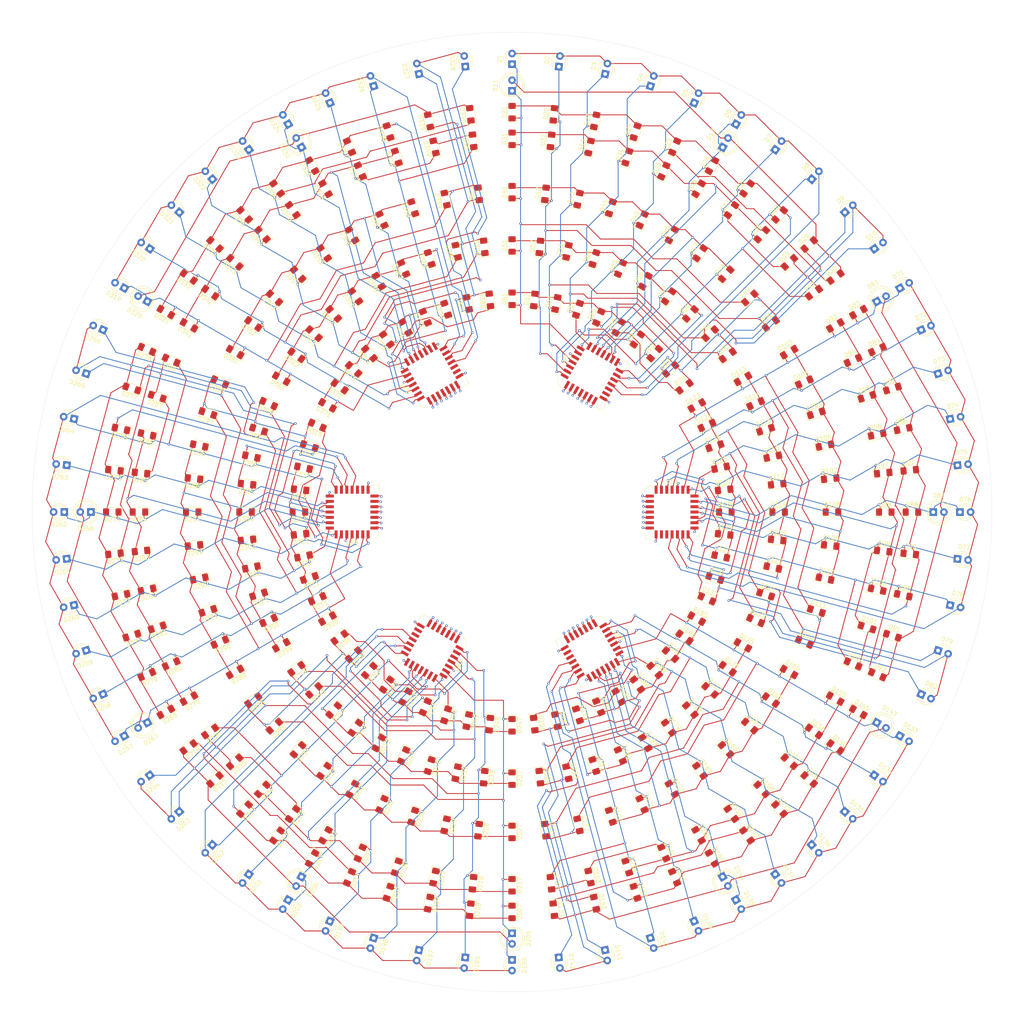
<source format=kicad_pcb>
(kicad_pcb (version 20241229) (generator "pcbnew") (generator_version "9.0")
  (layers (0 "F.Cu" signal) (2 "B.Cu" signal) (13 "F.Paste" user) (15 "B.Paste" user) (5 "F.SilkS" user "F.Silkscreen") (7 "B.SilkS" user "B.Silkscreen") (1 "F.Mask" user) (3 "B.Mask" user) (25 "Edge.Cuts" user))
  (net 0 "")
  (net 1 "/Sector1/Sa")
  (net 2 "/Sector1/Sb")
  (net 3 "/Sector1/Sc")
  (net 4 "/Sector1/Sd")
  (net 5 "/Sector1/Se")
  (net 6 "/Sector1/Sf")
  (net 7 "/Sector1/Sg")
  (net 8 "/Sector1/dp")
  (net 9 "/Sector2/Sa")
  (net 10 "/Sector2/Sb")
  (net 11 "/Sector2/Sc")
  (net 12 "/Sector2/Sd")
  (net 13 "/Sector2/Se")
  (net 14 "/Sector2/Sf")
  (net 15 "/Sector2/Sg")
  (net 16 "/Sector2/dp")
  (net 17 "/Sector3/Sa")
  (net 18 "/Sector3/Sb")
  (net 19 "/Sector3/Sc")
  (net 20 "/Sector3/Sd")
  (net 21 "/Sector3/Se")
  (net 22 "/Sector3/Sf")
  (net 23 "/Sector3/Sg")
  (net 24 "/Sector3/dp")
  (net 25 "/Sector4/Sa")
  (net 26 "/Sector4/Sb")
  (net 27 "/Sector4/Sc")
  (net 28 "/Sector4/Sd")
  (net 29 "/Sector4/Se")
  (net 30 "/Sector4/Sf")
  (net 31 "/Sector4/Sg")
  (net 32 "/Sector4/dp")
  (net 33 "/Sector5/Sa")
  (net 34 "/Sector5/Sb")
  (net 35 "/Sector5/Sc")
  (net 36 "/Sector5/Sd")
  (net 37 "/Sector5/Se")
  (net 38 "/Sector5/Sf")
  (net 39 "/Sector5/Sg")
  (net 40 "/Sector5/dp")
  (net 41 "/Sector6/Sa")
  (net 42 "/Sector6/Sb")
  (net 43 "/Sector6/Sc")
  (net 44 "/Sector6/Sd")
  (net 45 "/Sector6/Se")
  (net 46 "/Sector6/Sf")
  (net 47 "/Sector6/Sg")
  (net 48 "/Sector6/dp")
  (net 49 "GND")
  (net 50 "VCC")
  (net 51 "/Sector1/LD1")
  (net 52 "/Sector1/LD7")
  (net 53 "/Sector1/LD2")
  (net 54 "/Sector1/LD3")
  (net 55 "/Sector1/LD4")
  (net 56 "/Sector1/LD8")
  (net 57 "/Sector1/LD5")
  (net 58 "/Sector1/LD6")
  (net 59 "/Sector2/LD1")
  (net 60 "/Sector2/LD7")
  (net 61 "/Sector2/LD2")
  (net 62 "/Sector2/LD3")
  (net 63 "/Sector2/LD4")
  (net 64 "/Sector2/LD8")
  (net 65 "/Sector2/LD5")
  (net 66 "/Sector2/LD6")
  (net 67 "/Sector3/LD1")
  (net 68 "/Sector3/LD7")
  (net 69 "/Sector3/LD2")
  (net 70 "/Sector3/LD3")
  (net 71 "/Sector3/LD4")
  (net 72 "/Sector3/LD8")
  (net 73 "/Sector3/LD5")
  (net 74 "/Sector3/LD6")
  (net 75 "/Sector4/LD1")
  (net 76 "/Sector4/LD7")
  (net 77 "/Sector4/LD2")
  (net 78 "/Sector4/LD3")
  (net 79 "/Sector4/LD4")
  (net 80 "/Sector4/LD8")
  (net 81 "/Sector4/LD5")
  (net 82 "/Sector4/LD6")
  (net 83 "/Sector5/LD1")
  (net 84 "/Sector5/LD7")
  (net 85 "/Sector5/LD2")
  (net 86 "/Sector5/LD3")
  (net 87 "/Sector5/LD4")
  (net 88 "/Sector5/LD8")
  (net 89 "/Sector5/LD5")
  (net 90 "/Sector5/LD6")
  (net 91 "/Sector6/LD1")
  (net 92 "/Sector6/LD7")
  (net 93 "/Sector6/LD2")
  (net 94 "/Sector6/LD3")
  (net 95 "/Sector6/LD4")
  (net 96 "/Sector6/LD8")
  (net 97 "/Sector6/LD5")
  (net 98 "/Sector6/LD6")
  (net 99 "/D4")
  (net 100 "/D6")
  (net 101 "/D2")
  (net 102 "/D1")
  (net 103 "/D7")
  (net 104 "/D5")
  (net 105 "/D3")
  (net 106 "/D0")
  (net 107 "/~{WR0}")
  (net 108 "/MODE")
  (net 109 "/~{WR1}")
  (net 110 "/~{WR2}")
  (net 111 "/~{WR3}")
  (net 112 "/~{WR4}")
  (net 113 "/~{WR5}")
  (footprint "LED_SMD:LED_1206_3216Metric_Pad1.42x1.75mm_HandSolder" (layer "F.Cu") (at 214.019446 165.753881 -24)
    (property "Reference" "D92")
    (property "Value" "LED")
  )
  (footprint "Package_LCC:PLCC-28" (layer "F.Cu") (at 88.9 127 180)
    (property "Reference" "U54")
    (property "Value" "ICM7218A")
  )
  (footprint "LED_SMD:LED_1206_3216Metric_Pad1.42x1.75mm_HandSolder" (layer "F.Cu") (at 165.741665 39.984795 66)
    (property "Reference" "D25")
    (property "Value" "LED")
  )
  (footprint "LED_THT:LED_D5.0mm" (layer "F.Cu") (at 40.13283 76.822784 150)
    (property "Reference" "D329")
    (property "Value" "LED")
  )
  (footprint "LED_SMD:LED_1206_3216Metric_Pad1.42x1.75mm_HandSolder" (layer "F.Cu") (at 76.499447 132.29783 -174)
    (property "Reference" "D313")
    (property "Value" "LED")
  )
  (footprint "LED_THT:LED_D3.0mm" (layer "F.Cu") (at 22.672373 149.167803 -168)
    (property "Reference" "D260")
    (property "Value" "LED")
  )
  (footprint "LED_THT:LED_D3.0mm" (layer "F.Cu") (at 55.617147 206.27869 -132)
    (property "Reference" "D202")
    (property "Value" "LED")
  )
  (footprint "LED_SMD:LED_1206_3216Metric_Pad1.42x1.75mm_HandSolder" (layer "F.Cu") (at 57.408995 157.981116 -156)
    (property "Reference" "D290")
    (property "Value" "LED")
  )
  (footprint "LED_SMD:LED_1206_3216Metric_Pad1.42x1.75mm_HandSolder" (layer "F.Cu") (at 45.806968 90.828896 156)
    (property "Reference" "D288")
    (property "Value" "LED")
  )
  (footprint "LED_SMD:LED_1206_3216Metric_Pad1.42x1.75mm_HandSolder" (layer "F.Cu") (at 111.178289 52.452937 102)
    (property "Reference" "D359")
    (property "Value" "LED")
  )
  (footprint "LED_THT:LED_D5.0mm" (layer "F.Cu") (at 127 227.33 -90)
    (property "Reference" "D205")
    (property "Value" "LED")
  )
  (footprint "LED_SMD:LED_1206_3216Metric_Pad1.42x1.75mm_HandSolder" (layer "F.Cu") (at 113.818766 64.875412 102)
    (property "Reference" "D369")
    (property "Value" "LED")
  )
  (footprint "LED_SMD:LED_1206_3216Metric_Pad1.42x1.75mm_HandSolder" (layer "F.Cu") (at 61.030023 165.087784 -150)
    (property "Reference" "D289")
    (property "Value" "LED")
  )
  (footprint "LED_SMD:LED_1206_3216Metric_Pad1.42x1.75mm_HandSolder" (layer "F.Cu") (at 133.616399 190.138956 -84)
    (property "Reference" "D184")
    (property "Value" "LED")
  )
  (footprint "LED_SMD:LED_1206_3216Metric_Pad1.42x1.75mm_HandSolder" (layer "F.Cu") (at 97.161668 85.889721 126)
    (property "Reference" "D375")
    (property "Value" "LED")
  )
  (footprint "LED_SMD:LED_1206_3216Metric_Pad1.42x1.75mm_HandSolder" (layer "F.Cu") (at 156.41271 217.574949 -72)
    (property "Reference" "D152")
    (property "Value" "LED")
  )
  (footprint "LED_SMD:LED_1206_3216Metric_Pad1.42x1.75mm_HandSolder" (layer "F.Cu") (at 217.592374 97.578347 18)
    (property "Reference" "D85")
    (property "Value" "LED")
  )
  (footprint "LED_SMD:LED_1206_3216Metric_Pad1.42x1.75mm_HandSolder" (layer "F.Cu") (at 220.1728 107.208628 12)
    (property "Reference" "D86")
    (property "Value" "LED")
  )
  (footprint "LED_THT:LED_D5.0mm" (layer "F.Cu") (at 26.691159 126.987784 180)
    (property "Reference" "D268")
    (property "Value" "LED")
  )
  (footprint "LED_SMD:LED_1206_3216Metric_Pad1.42x1.75mm_HandSolder" (layer "F.Cu") (at 177.525953 132.322262 -6)
    (property "Reference" "D129")
    (property "Value" "LED")
  )
  (footprint "LED_THT:LED_D3.0mm" (layer "F.Cu") (at 104.819981 231.348786 -102)
    (property "Reference" "D197")
    (property "Value" "LED")
  )
  (footprint "LED_SMD:LED_1206_3216Metric_Pad1.42x1.75mm_HandSolder" (layer "F.Cu") (at 117.064823 32.259574 96)
    (property "Reference" "D340")
    (property "Value" "LED")
  )
  (footprint "LED_THT:LED_D3.0mm" (layer "F.Cu") (at 180.318841 219.374406 -60)
    (property "Reference" "D138")
    (property "Value" "LED")
  )
  (footprint "LED_SMD:LED_1206_3216Metric_Pad1.42x1.75mm_HandSolder" (layer "F.Cu") (at 163.158888 45.785809 66)
    (property "Reference" "D35")
    (property "Value" "LED")
  )
  (footprint "LED_SMD:LED_1206_3216Metric_Pad1.42x1.75mm_HandSolder" (layer "F.Cu") (at 40.063837 145.471133 -168)
    (property "Reference" "D282")
    (property "Value" "LED")
  )
  (footprint "LED_SMD:LED_1206_3216Metric_Pad1.42x1.75mm_HandSolder" (layer "F.Cu") (at 215.417238 136.304796 -6)
    (property "Reference" "D99")
    (property "Value" "LED")
  )
  (footprint "LED_SMD:LED_1206_3216Metric_Pad1.42x1.75mm_HandSolder" (layer "F.Cu") (at 175.317912 111.314153 18)
    (property "Reference" "D125")
    (property "Value" "LED")
  )
  (footprint "LED_THT:LED_D3.0mm" (layer "F.Cu") (at 228.46295 94.046283 18)
    (property "Reference" "D73")
    (property "Value" "LED")
  )
  (footprint "LED_SMD:LED_1206_3216Metric_Pad1.42x1.75mm_HandSolder" (layer "F.Cu") (at 137.561914 77.310102 78)
    (property "Reference" "D63")
    (property "Value" "LED")
  )
  (footprint "LED_SMD:LED_1206_3216Metric_Pad1.42x1.75mm_HandSolder" (layer "F.Cu") (at 197.763385 190.721506 -42)
    (property "Reference" "D147")
    (property "Value" "LED")
  )
  (footprint "LED_SMD:LED_1206_3216Metric_Pad1.42x1.75mm_HandSolder" (layer "F.Cu") (at 117.728579 38.574787 96)
    (property "Reference" "D350")
    (property "Value" "LED")
  )
  (footprint "LED_SMD:LED_1206_3216Metric_Pad1.42x1.75mm_HandSolder" (layer "F.Cu") (at 202.786809 119.047147 6)
    (property "Reference" "D107")
    (property "Value" "LED")
  )
  (footprint "LED_SMD:LED_1206_3216Metric_Pad1.42x1.75mm_HandSolder" (layer "F.Cu") (at 189.116614 113.809823 12)
    (property "Reference" "D116")
    (property "Value" "LED")
  )
  (footprint "LED_SMD:LED_1206_3216Metric_Pad1.42x1.75mm_HandSolder" (layer "F.Cu") (at 103.474064 54.517278 108)
    (property "Reference" "D358")
    (property "Value" "LED")
  )
  (footprint "LED_SMD:LED_1206_3216Metric_Pad1.42x1.75mm_HandSolder" (layer "F.Cu") (at 201.539088 142.855086 -12)
    (property "Reference" "D110")
    (property "Value" "LED")
  )
  (footprint "LED_SMD:LED_1206_3216Metric_Pad1.42x1.75mm_HandSolder" (layer "F.Cu") (at 158.75 72.007387 60)
    (property "Reference" "D56")
    (property "Value" "LED")
  )
  (footprint "LED_THT:LED_D3.0mm" (layer "F.Cu") (at 228.46295 159.978149 -18)
    (property "Reference" "D79")
    (property "Value" "LED")
  )
  (footprint "LED_THT:LED_D3.0mm" (layer "F.Cu") (at 233.099837 138.163313 -6)
    (property "Reference" "D77")
    (property "Value" "LED")
  )
  (footprint "LED_SMD:LED_1206_3216Metric_Pad1.42x1.75mm_HandSolder" (layer "F.Cu") (at 173.41235 147.674437 -24)
    (property "Reference" "D132")
    (property "Value" "LED")
  )
  (footprint "LED_SMD:LED_1206_3216Metric_Pad1.42x1.75mm_HandSolder" (layer "F.Cu") (at 164.751757 93.008165 42)
    (property "Reference" "D69")
    (property "Value" "LED")
  )
  (footprint "LED_SMD:LED_1206_3216Metric_Pad1.42x1.75mm_HandSolder" (layer "F.Cu") (at 84.531365 79.798088 132)
    (property "Reference" "D364")
    (property "Value" "LED")
  )
  (footprint "LED_SMD:LED_1206_3216Metric_Pad1.42x1.75mm_HandSolder" (layer "F.Cu") (at 79.831462 84.497991 138)
    (property "Reference" "D363")
    (property "Value" "LED")
  )
  (footprint "LED_SMD:LED_1206_3216Metric_Pad1.42x1.75mm_HandSolder" (layer "F.Cu") (at 44.532239 79.362784 150)
    (property "Reference" "D331")
    (property "Value" "LED")
  )
  (footprint "LED_SMD:LED_1206_3216Metric_Pad1.42x1.75mm_HandSolder" (layer "F.Cu") (at 88.279493 39.972579 114)
    (property "Reference" "D337")
    (property "Value" "LED")
  )
  (footprint "LED_THT:LED_D3.0mm" (layer "F.Cu") (at 219.391831 73.672216 30)
    (property "Reference" "D71")
    (property "Value" "LED")
  )
  (footprint "LED_THT:LED_D5.0mm" (layer "F.Cu") (at 76.835 213.888329 -120)
    (property "Reference" "D206")
    (property "Value" "LED")
  )
  (footprint "LED_SMD:LED_1206_3216Metric_Pad1.42x1.75mm_HandSolder" (layer "F.Cu") (at 40.005954 88.246119 156)
    (property "Reference" "D278")
    (property "Value" "LED")
  )
  (footprint "LED_SMD:LED_1206_3216Metric_Pad1.42x1.75mm_HandSolder" (layer "F.Cu") (at 74.745891 198.921611 -126)
    (property "Reference" "D223")
    (property "Value" "LED")
  )
  (footprint "LED_THT:LED_D3.0mm" (layer "F.Cu") (at 138.129938 233.082412 -84)
    (property "Reference" "D142")
    (property "Value" "LED")
  )
  (footprint "LED_SMD:LED_1206_3216Metric_Pad1.42x1.75mm_HandSolder" (layer "F.Cu") (at 127 215.9 -90)
    (property "Reference" "D217")
    (property "Value" "LED")
  )
  (footprint "LED_SMD:LED_1206_3216Metric_Pad1.42x1.75mm_HandSolder" (layer "F.Cu") (at 199.474747 103.465121 18)
    (property "Reference" "D105")
    (property "Value" "LED")
  )
  (footprint "LED_SMD:LED_1206_3216Metric_Pad1.42x1.75mm_HandSolder" (layer "F.Cu") (at 179.23295 198.908427 -54)
    (property "Reference" "D159")
    (property "Value" "LED")
  )
  (footprint "LED_SMD:LED_1206_3216Metric_Pad1.42x1.75mm_HandSolder" (layer "F.Cu") (at 50.031501 171.437784 -150)
    (property "Reference" "D279")
    (property "Value" "LED")
  )
  (footprint "LED_SMD:LED_1206_3216Metric_Pad1.42x1.75mm_HandSolder" (layer "F.Cu") (at 177.804241 127.012216)
    (property "Reference" "D128")
    (property "Value" "LED")
  )
  (footprint "LED_SMD:LED_1206_3216Metric_Pad1.42x1.75mm_HandSolder" (layer "F.Cu") (at 75.627421 164.324364 -144)
    (property "Reference" "D246")
    (property "Value" "LED")
  )
  (footprint "LED_SMD:LED_1206_3216Metric_Pad1.42x1.75mm_HandSolder" (layer "F.Cu") (at 121.711113 76.466072 96)
    (property "Reference" "D380")
    (property "Value" "LED")
  )
  (footprint "Package_LCC:PLCC-28" (layer "F.Cu") (at 165.1254 127)
    (property "Reference" "U51")
    (property "Value" "ICM7218A")
  )
  (footprint "LED_SMD:LED_1206_3216Metric_Pad1.42x1.75mm_HandSolder" (layer "F.Cu") (at 220.1728 146.815804 -12)
    (property "Reference" "D90")
    (property "Value" "LED")
  )
  (footprint "LED_SMD:LED_1206_3216Metric_Pad1.42x1.75mm_HandSolder" (layer "F.Cu") (at 174.189696 84.510206 42)
    (property "Reference" "D59")
    (property "Value" "LED")
  )
  (footprint "LED_SMD:LED_1206_3216Metric_Pad1.42x1.75mm_HandSolder" (layer "F.Cu") (at 174.603841 209.475736 -60)
    (property "Reference" "D150")
    (property "Value" "LED")
  )
  (footprint "LED_SMD:LED_1206_3216Metric_Pad1.42x1.75mm_HandSolder" (layer "F.Cu") (at 40.063837 108.504435 168)
    (property "Reference" "D286")
    (property "Value" "LED")
  )
  (footprint "LED_SMD:LED_1206_3216Metric_Pad1.42x1.75mm_HandSolder" (layer "F.Cu") (at 66.62907 146.610364 -162)
    (property "Reference" "D301")
    (property "Value" "LED")
  )
  (footprint "LED_SMD:LED_1206_3216Metric_Pad1.42x1.75mm_HandSolder" (layer "F.Cu") (at 120.362443 190.15214 -96)
    (property "Reference" "D238")
    (property "Value" "LED")
  )
  (footprint "LED_SMD:LED_1206_3216Metric_Pad1.42x1.75mm_HandSolder" (layer "F.Cu") (at 181.996854 95.262216 30)
    (property "Reference" "D113")
    (property "Value" "LED")
  )
  (footprint "LED_SMD:LED_1206_3216Metric_Pad1.42x1.75mm_HandSolder" (layer "F.Cu") (at 213.961563 108.528867 12)
    (property "Reference" "D96")
    (property "Value" "LED")
  )
  (footprint "LED_SMD:LED_1206_3216Metric_Pad1.42x1.75mm_HandSolder" (layer "F.Cu") (at 185.014378 152.839992 -24)
    (property "Reference" "D122")
    (property "Value" "LED")
  )
  (footprint "LED_SMD:LED_1206_3216Metric_Pad1.42x1.75mm_HandSolder" (layer "F.Cu") (at 177.966594 183.614452 -48)
    (property "Reference" "D168")
    (property "Value" "LED")
  )
  (footprint "LED_SMD:LED_1206_3216Metric_Pad1.42x1.75mm_HandSolder" (layer "F.Cu") (at 65.374064 82.198548 144)
    (property "Reference" "D352")
    (property "Value" "LED")
  )
  (footprint "LED_THT:LED_D3.0mm" (layer "F.Cu") (at 73.681159 34.600194 120)
    (property "Reference" "D324")
    (property "Value" "LED")
  )
  (footprint "LED_SMD:LED_1206_3216Metric_Pad1.42x1.75mm_HandSolder" (layer "F.Cu") (at 192.995377 88.912216 30)
    (property "Reference" "D103")
    (property "Value" "LED")
  )
  (footprint "LED_SMD:LED_1206_3216Metric_Pad1.42x1.75mm_HandSolder" (layer "F.Cu") (at 127 31.75 90)
    (property "Reference" "D21")
    (property "Value" "LED")
  )
  (footprint "LED_THT:LED_D3.0mm" (layer "F.Cu") (at 64.316229 40.681851 126)
    (property "Reference" "D323")
    (property "Value" "LED")
  )
  (footprint "LED_SMD:LED_1206_3216Metric_Pad1.42x1.75mm_HandSolder" (layer "F.Cu") (at 99.549548 42.43886 108)
    (property "Reference" "D348")
    (property "Value" "LED")
  )
  (footprint "LED_THT:LED_D3.0mm" (layer "F.Cu") (at 170.369506 224.443846 -66)
    (property "Reference" "D139")
    (property "Value" "LED")
  )
  (footprint "LED_SMD:LED_1206_3216Metric_Pad1.42x1.75mm_HandSolder" (layer "F.Cu") (at 95.25 181.992613 -120)
    (property "Reference" "D242")
    (property "Value" "LED")
  )
  (footprint "LED_SMD:LED_1206_3216Metric_Pad1.42x1.75mm_HandSolder" (layer "F.Cu") (at 146.601419 187.378905 -72)
    (property "Reference" "D182")
    (property "Value" "LED")
  )
  (footprint "LED_SMD:LED_1206_3216Metric_Pad1.42x1.75mm_HandSolder" (layer "F.Cu") (at 145.483349 40.042678 78)
    (property "Reference" "D33")
    (property "Value" "LED")
  )
  (footprint "LED_SMD:LED_1206_3216Metric_Pad1.42x1.75mm_HandSolder" (layer "F.Cu") (at 168.098063 97.140509 36)
    (property "Reference" "D70")
    (property "Value" "LED")
  )
  (footprint "LED_THT:LED_D5.0mm" (layer "F.Cu") (at 40.13283 177.152784 -150)
    (property "Reference" "D267")
    (property "Value" "LED")
  )
  (footprint "LED_THT:LED_D3.0mm" (layer "F.Cu") (at 94.034067 228.458709 -108)
    (property "Reference" "D198")
    (property "Value" "LED")
  )
  (footprint "LED_SMD:LED_1206_3216Metric_Pad1.42x1.75mm_HandSolder" (layer "F.Cu") (at 127 190.5 -90)
    (property "Reference" "D237")
    (property "Value" "LED")
  )
  (footprint "LED_SMD:LED_1206_3216Metric_Pad1.42x1.75mm_HandSolder" (layer "F.Cu") (at 120.383601 63.835644 96)
    (property "Reference" "D370")
    (property "Value" "LED")
  )
  (footprint "LED_SMD:LED_1206_3216Metric_Pad1.42x1.75mm_HandSolder" (layer "F.Cu") (at 54.550653 150.534879 -162)
    (property "Reference" "D291")
    (property "Value" "LED")
  )
  (footprint "LED_SMD:LED_1206_3216Metric_Pad1.42x1.75mm_HandSolder" (layer "F.Cu") (at 127 76.2 90)
    (property "Reference" "D61")
    (property "Value" "LED")
  )
  (footprint "LED_SMD:LED_1206_3216Metric_Pad1.42x1.75mm_HandSolder" (layer "F.Cu") (at 72.028546 158.737784 -150)
    (property "Reference" "D299")
    (property "Value" "LED")
  )
  (footprint "LED_SMD:LED_1206_3216Metric_Pad1.42x1.75mm_HandSolder" (layer "F.Cu") (at 177.525953 121.70217 6)
    (property "Reference" "D127")
    (property "Value" "LED")
  )
  (footprint "LED_SMD:LED_1206_3216Metric_Pad1.42x1.75mm_HandSolder" (layer "F.Cu") (at 60.934425 186.485711 -138)
    (property "Reference" "D225")
    (property "Value" "LED")
  )
  (footprint "LED_SMD:LED_1206_3216Metric_Pad1.42x1.75mm_HandSolder" (layer "F.Cu") (at 107.377421 187.392089 -108)
    (property "Reference" "D240")
    (property "Value" "LED")
  )
  (footprint "LED_SMD:LED_1206_3216Metric_Pad1.42x1.75mm_HandSolder" (layer "F.Cu") (at 33.8526 146.791372 -168)
    (property "Reference" "D272")
    (property "Value" "LED")
  )
  (footprint "LED_THT:LED_D3.0mm" (layer "F.Cu") (at 213.305933 64.295069 36)
    (property "Reference" "D10")
    (property "Value" "LED")
  )
  (footprint "LED_SMD:LED_1206_3216Metric_Pad1.42x1.75mm_HandSolder" (layer "F.Cu") (at 196.616405 96.018884 24)
    (property "Reference" "D104")
    (property "Value" "LED")
  )
  (footprint "LED_SMD:LED_1206_3216Metric_Pad1.42x1.75mm_HandSolder" (layer "F.Cu") (at 198.921611 74.745891 36)
    (property "Reference" "D40")
    (property "Value" "LED")
  )
  (footprint "LED_SMD:LED_1206_3216Metric_Pad1.42x1.75mm_HandSolder" (layer "F.Cu") (at 127 38.1 90)
    (property "Reference" "D31")
    (property "Value" "LED")
  )
  (footprint "LED_SMD:LED_1206_3216Metric_Pad1.42x1.75mm_HandSolder" (layer "F.Cu") (at 77.331261 116.42587 168)
    (property "Reference" "D316")
    (property "Value" "LED")
  )
  (footprint "LED_SMD:LED_1206_3216Metric_Pad1.42x1.75mm_HandSolder" (layer "F.Cu") (at 168.076904 156.846307 -36)
    (property "Reference" "D186")
    (property "Value" "LED")
  )
  (footprint "LED_SMD:LED_1206_3216Metric_Pad1.42x1.75mm_HandSolder" (layer "F.Cu") (at 107.217571 33.819225 102)
    (property "Reference" "D339")
    (property "Value" "LED")
  )
  (footprint "LED_SMD:LED_1206_3216Metric_Pad1.42x1.75mm_HandSolder" (layer "F.Cu") (at 101.193383 68.977647 114)
    (property "Reference" "D367")
    (property "Value" "LED")
  )
  (footprint "LED_SMD:LED_1206_3216Metric_Pad1.42x1.75mm_HandSolder" (layer "F.Cu") (at 136.271421 215.399813 -84)
    (property "Reference" "D164")
    (property "Value" "LED")
  )
  (footprint "LED_SMD:LED_1206_3216Metric_Pad1.42x1.75mm_HandSolder" (layer "F.Cu") (at 52.486311 142.830655 -168)
    (property "Reference" "D292")
    (property "Value" "LED")
  )
  (footprint "LED_SMD:LED_1206_3216Metric_Pad1.42x1.75mm_HandSolder" (layer "F.Cu") (at 169.489794 79.810304 48)
    (property "Reference" "D58")
    (property "Value" "LED")
  )
  (footprint "LED_SMD:LED_1206_3216Metric_Pad1.42x1.75mm_HandSolder" (layer "F.Cu") (at 76.499447 121.677738 174)
    (property "Reference" "D315")
    (property "Value" "LED")
  )
  (footprint "LED_SMD:LED_1206_3216Metric_Pad1.42x1.75mm_HandSolder" (layer "F.Cu") (at 193.044416 186.472527 -42)
    (property "Reference" "D157")
    (property "Value" "LED")
  )
  (footprint "LED_SMD:LED_1206_3216Metric_Pad1.42x1.75mm_HandSolder" (layer "F.Cu") (at 214.019446 88.27055 24)
    (property "Reference" "D84")
    (property "Value" "LED")
  )
  (footprint "LED_THT:LED_D3.0mm" (layer "F.Cu") (at 159.965933 25.541291 72)
    (property "Reference" "D4")
    (property "Value" "LED")
  )
  (footprint "LED_THT:LED_D3.0mm" (layer "F.Cu") (at 83.630494 29.530754 114)
    (property "Reference" "D325")
    (property "Value" "LED")
  )
  (footprint "LED_THT:LED_D3.0mm" (layer "F.Cu") (at 25.56245 159.953717 -162)
    (property "Reference" "D259")
    (property "Value" "LED")
  )
  (footprint "LED_SMD:LED_1206_3216Metric_Pad1.42x1.75mm_HandSolder" (layer "F.Cu") (at 163.137729 208.201007 -66)
    (property "Reference" "D161")
    (property "Value" "LED")
  )
  (footprint "LED_SMD:LED_1206_3216Metric_Pad1.42x1.75mm_HandSolder" (layer "F.Cu") (at 175.317912 142.710279 -18)
    (property "Reference" "D131")
    (property "Value" "LED")
  )
  (footprint "LED_SMD:LED_1206_3216Metric_Pad1.42x1.75mm_HandSolder" (layer "F.Cu") (at 90.862271 45.773593 114)
    (property "Reference" "D347")
    (property "Value" "LED")
  )
  (footprint "LED_SMD:LED_1206_3216Metric_Pad1.42x1.75mm_HandSolder" (layer "F.Cu") (at 76.033406 70.360148 132)
    (property "Reference" "D354")
    (property "Value" "LED")
  )
  (footprint "LED_SMD:LED_1206_3216Metric_Pad1.42x1.75mm_HandSolder" (layer "F.Cu") (at 57.408995 95.994452 156)
    (property "Reference" "D298")
    (property "Value" "LED")
  )
  (footprint "LED_THT:LED_D3.0mm" (layer "F.Cu") (at 29.564129 83.597119 156)
    (property "Reference" "D266")
    (property "Value" "LED")
  )
  (footprint "LED_SMD:LED_1206_3216Metric_Pad1.42x1.75mm_HandSolder" (layer "F.Cu") (at 215.417238 117.719636 6)
    (property "Reference" "D97")
    (property "Value" "LED")
  )
  (footprint "LED_SMD:LED_1206_3216Metric_Pad1.42x1.75mm_HandSolder" (layer "F.Cu") (at 186.464552 193.052391 -48)
    (property "Reference" "D158")
    (property "Value" "LED")
  )
  (footprint "LED_SMD:LED_1206_3216Metric_Pad1.42x1.75mm_HandSolder" (layer "F.Cu") (at 119.034931 202.782568 -96)
    (property "Reference" "D228")
    (property "Value" "LED")
  )
  (footprint "LED_SMD:LED_1206_3216Metric_Pad1.42x1.75mm_HandSolder" (layer "F.Cu") (at 42.472235 99.516173 162)
    (property "Reference" "D287")
    (property "Value" "LED")
  )
  (footprint "LED_THT:LED_D3.0mm" (layer "F.Cu") (at 47.742469 55.604931 138)
    (property "Reference" "D321")
    (property "Value" "LED")
  )
  (footprint "LED_SMD:LED_1206_3216Metric_Pad1.42x1.75mm_HandSolder" (layer "F.Cu") (at 50.821159 126.987784 180)
    (property "Reference" "D294")
    (property "Value" "LED")
  )
  (footprint "LED_SMD:LED_1206_3216Metric_Pad1.42x1.75mm_HandSolder" (layer "F.Cu") (at 136.935177 221.715026 -84)
    (property "Reference" "D154")
    (property "Value" "LED")
  )
  (footprint "LED_SMD:LED_1206_3216Metric_Pad1.42x1.75mm_HandSolder" (layer "F.Cu") (at 119.05609 51.205216 96)
    (property "Reference" "D360")
    (property "Value" "LED")
  )
  (footprint "LED_SMD:LED_1206_3216Metric_Pad1.42x1.75mm_HandSolder" (layer "F.Cu") (at 183.627636 76.012248 42)
    (property "Reference" "D49")
    (property "Value" "LED")
  )
  (footprint "LED_SMD:LED_1206_3216Metric_Pad1.42x1.75mm_HandSolder" (layer "F.Cu") (at 89.675636 178.372579 -126)
    (property "Reference" "D243")
    (property "Value" "LED")
  )
  (footprint "LED_SMD:LED_1206_3216Metric_Pad1.42x1.75mm_HandSolder" (layer "F.Cu") (at 55.078389 179.254109 -144)
    (property "Reference" "D226")
    (property "Value" "LED")
  )
  (footprint "LED_SMD:LED_1206_3216Metric_Pad1.42x1.75mm_HandSolder" (layer "F.Cu") (at 146.782429 220.155375 -78)
    (property "Reference" "D153")
    (property "Value" "LED")
  )
  (footprint "LED_THT:LED_D3.0mm" (layer "F.Cu") (at 104.84114 22.638998 102)
    (property "Reference" "D327")
    (property "Value" "LED")
  )
  (footprint "LED_THT:LED_D5.0mm" (layer "F.Cu") (at 213.86717 177.151816 -30)
    (property "Reference" "D143")
    (property "Value" "LED")
  )
  (footprint "LED_SMD:LED_1206_3216Metric_Pad1.42x1.75mm_HandSolder" (layer "F.Cu") (at 50.031501 82.537784 150)
    (property "Reference" "D341")
    (property "Value" "LED")
  )
  (footprint "LED_SMD:LED_1206_3216Metric_Pad1.42x1.75mm_HandSolder" (layer "F.Cu") (at 84.510206 174.189696 -132)
    (property "Reference" "D244")
    (property "Value" "LED")
  )
  (footprint "Package_LCC:PLCC-28" (layer "F.Cu") (at 107.95 160.02 -120)
    (property "Reference" "U53")
    (property "Value" "ICM7218A")
  )
  (footprint "LED_SMD:LED_1206_3216Metric_Pad1.42x1.75mm_HandSolder" (layer "F.Cu") (at 107.398581 66.595695 108)
    (property "Reference" "D368")
    (property "Value" "LED")
  )
  (footprint "LED_SMD:LED_1206_3216Metric_Pad1.42x1.75mm_HandSolder" (layer "F.Cu") (at 174.625 44.51108 60)
    (property "Reference" "D26")
    (property "Value" "LED")
  )
  (footprint "LED_SMD:LED_1206_3216Metric_Pad1.42x1.75mm_HandSolder" (layer "F.Cu") (at 116.459245 77.297886 102)
    (property "Reference" "D379")
    (property "Value" "LED")
  )
  (footprint "LED_SMD:LED_1206_3216Metric_Pad1.42x1.75mm_HandSolder" (layer "F.Cu") (at 160.991835 89.248243 48)
    (property "Reference" "D68")
    (property "Value" "LED")
  )
  (footprint "LED_THT:LED_D3.0mm" (layer "F.Cu") (at 231.353027 104.832197 12)
    (property "Reference" "D74")
    (property "Value" "LED")
  )
  (footprint "LED_SMD:LED_1206_3216Metric_Pad1.42x1.75mm_HandSolder" (layer "F.Cu") (at 127 63.5 90)
    (property "Reference" "D51")
    (property "Value" "LED")
  )
  (footprint "LED_SMD:LED_1206_3216Metric_Pad1.42x1.75mm_HandSolder" (layer "F.Cu") (at 158.728841 181.979429 -60)
    (property "Reference" "D180")
    (property "Value" "LED")
  )
  (footprint "LED_THT:LED_D3.0mm" (layer "F.Cu") (at 115.870062 20.892188 96)
    (property "Reference" "D328")
    (property "Value" "LED")
  )
  (footprint "LED_SMD:LED_1206_3216Metric_Pad1.42x1.75mm_HandSolder" (layer "F.Cu") (at 101.6 170.994091 -120)
    (property "Reference" "D252")
    (property "Value" "LED")
  )
  (footprint "LED_SMD:LED_1206_3216Metric_Pad1.42x1.75mm_HandSolder" (layer "F.Cu") (at 117.043664 221.728211 -96)
    (property "Reference" "D208")
    (property "Value" "LED")
  )
  (footprint "LED_SMD:LED_1206_3216Metric_Pad1.42x1.75mm_HandSolder" (layer "F.Cu") (at 82.55 203.989658 -120)
    (property "Reference" "D222")
    (property "Value" "LED")
  )
  (footprint "LED_SMD:LED_1206_3216Metric_Pad1.42x1.75mm_HandSolder" (layer "F.Cu") (at 71.034613 49.928916 126)
    (property "Reference" "D335")
    (property "Value" "LED")
  )
  (footprint "LED_THT:LED_D3.0mm" (layer "F.Cu") (at 34.633569 73.647784 150)
    (property "Reference" "D319")
    (property "Value" "LED")
  )
  (footprint "LED_SMD:LED_1206_3216Metric_Pad1.42x1.75mm_HandSolder" (layer "F.Cu") (at 63.521159 126.987784 180)
    (property "Reference" "D304")
    (property "Value" "LED")
  )
  (footprint "LED_SMD:LED_1206_3216Metric_Pad1.42x1.75mm_HandSolder" (layer "F.Cu") (at 88.921159 60.996648 120)
    (property "Reference" "D356")
    (property "Value" "LED")
  )
  (footprint "LED_THT:LED_D3.0mm" (layer "F.Cu") (at 224.461271 170.402881 -24)
    (property "Reference" "D80")
    (property "Value" "LED")
  )
  (footprint "LED_THT:LED_D3.0mm" (layer "F.Cu") (at 219.366431 180.326816 -30)
    (property "Reference" "D133")
    (property "Value" "LED")
  )
  (footprint "LED_SMD:LED_1206_3216Metric_Pad1.42x1.75mm_HandSolder" (layer "F.Cu") (at 152.4 83.005909 60)
    (property "Reference" "D66")
    (property "Value" "LED")
  )
  (footprint "LED_SMD:LED_1206_3216Metric_Pad1.42x1.75mm_HandSolder" (layer "F.Cu") (at 63.869019 120.350226 174)
    (property "Reference" "D305")
    (property "Value" "LED")
  )
  (footprint "LED_SMD:LED_1206_3216Metric_Pad1.42x1.75mm_HandSolder" (layer "F.Cu") (at 132.310046 76.478288 84)
    (property "Reference" "D62")
    (property "Value" "LED")
  )
  (footprint "LED_SMD:LED_1206_3216Metric_Pad1.42x1.75mm_HandSolder" (layer "F.Cu") (at 49.941131 182.986545 -144)
    (property "Reference" "D216")
    (property "Value" "LED")
  )
  (footprint "LED_SMD:LED_1206_3216Metric_Pad1.42x1.75mm_HandSolder" (layer "F.Cu") (at 156.838332 168.084879 -54)
    (property "Reference" "D189")
    (property "Value" "LED")
  )
  (footprint "LED_SMD:LED_1206_3216Metric_Pad1.42x1.75mm_HandSolder" (layer "F.Cu") (at 116.438086 176.689898 -102)
    (property "Reference" "D249")
    (property "Value" "LED")
  )
  (footprint "LED_SMD:LED_1206_3216Metric_Pad1.42x1.75mm_HandSolder" (layer "F.Cu") (at 209.467761 174.611816 -30)
    (property "Reference" "D145")
    (property "Value" "LED")
  )
  (footprint "LED_THT:LED_D3.0mm" (layer "F.Cu") (at 55.638306 47.709094 132)
    (property "Reference" "D322")
    (property "Value" "LED")
  )
  (footprint "LED_SMD:LED_1206_3216Metric_Pad1.42x1.75mm_HandSolder" (layer "F.Cu") (at 79.810304 169.489794 -138)
    (property "Reference" "D245")
    (property "Value" "LED")
  )
  (footprint "LED_SMD:LED_1206_3216Metric_Pad1.42x1.75mm_HandSolder" (layer "F.Cu") (at 65.352905 171.789236 -144)
    (property "Reference" "D236")
    (property "Value" "LED")
  )
  (footprint "LED_SMD:LED_1206_3216Metric_Pad1.42x1.75mm_HandSolder" (layer "F.Cu") (at 187.39633 107.389636 18)
    (property "Reference" "D115")
    (property "Value" "LED")
  )
  (footprint "LED_SMD:LED_1206_3216Metric_Pad1.42x1.75mm_HandSolder" (layer "F.Cu") (at 186.485711 60.934425 48)
    (property "Reference" "D38")
    (property "Value" "LED")
  )
  (footprint "LED_SMD:LED_1206_3216Metric_Pad1.42x1.75mm_HandSolder" (layer "F.Cu") (at 164.303205 178.359395 -54)
    (property "Reference" "D179")
    (property "Value" "LED")
  )
  (footprint "LED_SMD:LED_1206_3216Metric_Pad1.42x1.75mm_HandSolder" (layer "F.Cu") (at 199.474747 150.559311 -18)
    (property "Reference" "D111")
    (property "Value" "LED")
  )
  (footprint "LED_SMD:LED_1206_3216Metric_Pad1.42x1.75mm_HandSolder" (layer "F.Cu") (at 36.433026 97.553915 162)
    (property "Reference" "D277")
    (property "Value" "LED")
  )
  (footprint "LED_SMD:LED_1206_3216Metric_Pad1.42x1.75mm_HandSolder" (layer "F.Cu") (at 171.45 50.010342 60)
    (property "Reference" "D36")
    (property "Value" "LED")
  )
  (footprint "LED_SMD:LED_1206_3216Metric_Pad1.42x1.75mm_HandSolder" (layer "F.Cu") (at 45.806968 163.146672 -156)
    (property "Reference" "D280")
    (property "Value" "LED")
  )
  (footprint "LED_THT:LED_D3.0mm" (layer "F.Cu") (at 213.284774 189.691746 -36)
    (property "Reference" "D134")
    (property "Value" "LED")
  )
  (footprint "LED_SMD:LED_1206_3216Metric_Pad1.42x1.75mm_HandSolder" (layer "F.Cu") (at 101.172223 185.010137 -114)
    (property "Reference" "D241")
    (property "Value" "LED")
  )
  (footprint "LED_THT:LED_D3.0mm" (layer "F.Cu") (at 170.390665 29.542971 66)
    (property "Reference" "D5")
    (property "Value" "LED")
  )
  (footprint "LED_SMD:LED_1206_3216Metric_Pad1.42x1.75mm_HandSolder" (layer "F.Cu") (at 188.625936 171.776052 -36)
    (property "Reference" "D166")
    (property "Value" "LED")
  )
  (footprint "LED_SMD:LED_1206_3216Metric_Pad1.42x1.75mm_HandSolder" (layer "F.Cu") (at 204.058869 71.013455 36)
    (property "Reference" "D30")
    (property "Value" "LED")
  )
  (footprint "LED_SMD:LED_1206_3216Metric_Pad1.42x1.75mm_HandSolder" (layer "F.Cu") (at 56.215455 190.73469 -138)
    (property "Reference" "D215")
    (property "Value" "LED")
  )
  (footprint "LED_SMD:LED_1206_3216Metric_Pad1.42x1.75mm_HandSolder" (layer "F.Cu") (at 189.116613 140.214609 -12)
    (property "Reference" "D120")
    (property "Value" "LED")
  )
  (footprint "LED_SMD:LED_1206_3216Metric_Pad1.42x1.75mm_HandSolder" (layer "F.Cu") (at 154.450452 211.53574 -72)
    (property "Reference" "D162")
    (property "Value" "LED")
  )
  (footprint "LED_SMD:LED_1206_3216Metric_Pad1.42x1.75mm_HandSolder" (layer "F.Cu") (at 147.662221 80.591891 66)
    (property "Reference" "D65")
    (property "Value" "LED")
  )
  (footprint "LED_SMD:LED_1206_3216Metric_Pad1.42x1.75mm_HandSolder" (layer "F.Cu") (at 178.372579 89.675636 36)
    (property "Reference" "D60")
    (property "Value" "LED")
  )
  (footprint "LED_SMD:LED_1206_3216Metric_Pad1.42x1.75mm_HandSolder" (layer "F.Cu") (at 82.571159 49.998126 120)
    (property "Reference" "D346")
    (property "Value" "LED")
  )
  (footprint "LED_THT:LED_D5.0mm" (layer "F.Cu") (at 177.143841 213.875145 -60)
    (property "Reference" "D144")
    (property "Value" "LED")
  )
  (footprint "LED_SMD:LED_1206_3216Metric_Pad1.42x1.75mm_HandSolder" (layer "F.Cu") (at 32.292948 117.031448 174)
    (property "Reference" "D275")
    (property "Value" "LED")
  )
  (footprint "LED_SMD:LED_1206_3216Metric_Pad1.42x1.75mm_HandSolder" (layer "F.Cu") (at 80.61305 147.650005 -156)
    (property "Reference" "D310")
    (property "Value" "LED")
  )
  (footprint "LED_SMD:LED_1206_3216Metric_Pad1.42x1.75mm_HandSolder" (layer "F.Cu") (at 142.676904 175.300487 -72)
    (property "Reference" "D192")
    (property "Value" "LED")
  )
  (footprint "LED_SMD:LED_1206_3216Metric_Pad1.42x1.75mm_HandSolder" (layer "F.Cu") (at 146.622579 66.607911 72)
    (property "Reference" "D54")
    (property "Value" "LED")
  )
  (footprint "LED_SMD:LED_1206_3216Metric_Pad1.42x1.75mm_HandSolder" (layer "F.Cu") (at 111.301937 175.313671 -108)
    (property "Reference" "D250")
    (property "Value" "LED")
  )
  (footprint "LED_SMD:LED_1206_3216Metric_Pad1.42x1.75mm_HandSolder" (layer "F.Cu") (at 52.486312 111.144914 168)
    (property "Reference" "D296")
    (property "Value" "LED")
  )
  (footprint "LED_SMD:LED_1206_3216Metric_Pad1.42x1.75mm_HandSolder" (layer "F.Cu") (at 147.641062 173.394925 -66)
    (property "Reference" "D191")
    (property "Value" "LED")
  )
  (footprint "LED_SMD:LED_1206_3216Metric_Pad1.42x1.75mm_HandSolder" (layer "F.Cu") (at 140.181234 189.099188 -78)
    (property "Reference" "D183")
    (property "Value" "LED")
  )
  (footprint "LED_SMD:LED_1206_3216Metric_Pad1.42x1.75mm_HandSolder" (layer "F.Cu") (at 96.006668 196.612164 -114)
    (property "Reference" "D231")
    (property "Value" "LED")
  )
  (footprint "LED_SMD:LED_1206_3216Metric_Pad1.42x1.75mm_HandSolder" (layer "F.Cu") (at 165.1 61.008864 60)
    (property "Reference" "D46")
    (property "Value" "LED")
  )
  (footprint "LED_SMD:LED_1206_3216Metric_Pad1.42x1.75mm_HandSolder" (layer "F.Cu") (at 190.156381 133.649774 -6)
    (property "Reference" "D119")
    (property "Value" "LED")
  )
  (footprint "LED_SMD:LED_1206_3216Metric_Pad1.42x1.75mm_HandSolder" (layer "F.Cu") (at 170.972931 152.386816 -30)
    (property "Reference" "D185")
    (property "Value" "LED")
  )
  (footprint "LED_SMD:LED_1206_3216Metric_Pad1.42x1.75mm_HandSolder" (layer "F.Cu") (at 79.396159 44.498864 120)
    (property "Reference" "D336")
    (property "Value" "LED")
  )
  (footprint "LED_SMD:LED_1206_3216Metric_Pad1.42x1.75mm_HandSolder" (layer "F.Cu") (at 171.428841 203.976474 -60)
    (property "Reference" "D160")
    (property "Value" "LED")
  )
  (footprint "LED_SMD:LED_1206_3216Metric_Pad1.42x1.75mm_HandSolder" (layer "F.Cu") (at 99.528389 211.548924 -108)
    (property "Reference" "D220")
    (property "Value" "LED")
  )
  (footprint "LED_SMD:LED_1206_3216Metric_Pad1.42x1.75mm_HandSolder" (layer "F.Cu") (at 79.375 209.48892 -120)
    (property "Reference" "D212")
    (property "Value" "LED")
  )
  (footprint "LED_THT:LED_D3.0mm" (layer "F.Cu") (at 198.361694 206.265506 -48)
    (property "Reference" "D136")
    (property "Value" "LED")
  )
  (footprint "LED_SMD:LED_1206_3216Metric_Pad1.42x1.75mm_HandSolder" (layer "F.Cu") (at 190.156382 120.374658 6)
    (property "Reference" "D117")
    (property "Value" "LED")
  )
  (footprint "LED_THT:LED_D3.0mm" (layer "F.Cu") (at 149.180019 22.651214 78)
    (property "Reference" "D3")
    (property "Value" "LED")
  )
  (footprint "LED_SMD:LED_1206_3216Metric_Pad1.42x1.75mm_HandSolder" (layer "F.Cu") (at 64.908787 113.785391 168)
    (property "Reference" "D306")
    (property "Value" "LED")
  )
  (footprint "LED_SMD:LED_1206_3216Metric_Pad1.42x1.75mm_HandSolder" (layer "F.Cu") (at 157.993332 57.387836 66)
    (property "Reference" "D45")
    (property "Value" "LED")
  )
  (footprint "LED_SMD:LED_1206_3216Metric_Pad1.42x1.75mm_HandSolder" (layer "F.Cu") (at 157.972173 196.59898 -66)
    (property "Reference" "D171")
    (property "Value" "LED")
  )
  (footprint "LED_SMD:LED_1206_3216Metric_Pad1.42x1.75mm_HandSolder" (layer "F.Cu") (at 211.553165 154.483827 -18)
    (property "Reference" "D101")
    (property "Value" "LED")
  )
  (footprint "LED_SMD:LED_1206_3216Metric_Pad1.42x1.75mm_HandSolder" (layer "F.Cu") (at 78.707488 111.289721 162)
    (property "Reference" "D317")
    (property "Value" "LED")
  )
  (footprint "LED_SMD:LED_1206_3216Metric_Pad1.42x1.75mm_HandSolder" (layer "F.Cu") (at 95.271159 71.995171 120)
    (property "Reference" "D366")
    (property "Value" "LED")
  )
  (footprint "LED_SMD:LED_1206_3216Metric_Pad1.42x1.75mm_HandSolder" (layer "F.Cu") (at 36.433026 156.421653 -162)
    (property "Reference" "D271")
    (property "Value" "LED")
  )
  (footprint "LED_SMD:LED_1206_3216Metric_Pad1.42x1.75mm_HandSolder" (layer "F.Cu") (at 142.821711 201.521663 -78)
    (property "Reference" "D173")
    (property "Value" "LED")
  )
  (footprint "LED_THT:LED_D3.0mm" (layer "F.Cu") (at 22.672373 104.807765 168)
    (property "Reference" "D264")
    (property "Value" "LED")
  )
  (footprint "LED_SMD:LED_1206_3216Metric_Pad1.42x1.75mm_HandSolder" (layer "F.Cu") (at 145.46219 213.944138 -78)
    (property "Reference" "D163")
    (property "Value" "LED")
  )
  (footprint "LED_SMD:LED_1206_3216Metric_Pad1.42x1.75mm_HandSolder" (layer "F.Cu") (at 134.94391 202.769384 -84)
    (property "Reference" "D174")
    (property "Value" "LED")
  )
  (footprint "LED_SMD:LED_1206_3216Metric_Pad1.42x1.75mm_HandSolder" (layer "F.Cu") (at 101.621159 82.993693 120)
    (property "Reference" "D376")
    (property "Value" "LED")
  )
  (footprint "LED_SMD:LED_1206_3216Metric_Pad1.42x1.75mm_HandSolder" (layer "F.Cu") (at 208.218432 163.171104 -24)
    (property "Reference" "D102")
    (property "Value" "LED")
  )
  (footprint "LED_SMD:LED_1206_3216Metric_Pad1.42x1.75mm_HandSolder" (layer "F.Cu") (at 127 203.2 -90)
    (property "Reference" "D227")
    (property "Value" "LED")
  )
  (footprint "LED_SMD:LED_1206_3216Metric_Pad1.42x1.75mm_HandSolder" (layer "F.Cu") (at 42.472235 154.459395 -162)
    (property "Reference" "D281")
    (property "Value" "LED")
  )
  (footprint "LED_SMD:LED_1206_3216Metric_Pad1.42x1.75mm_HandSolder" (layer "F.Cu") (at 49.96229 71.001239 144)
    (property "Reference" "D332")
    (property "Value" "LED")
  )
  (footprint "LED_SMD:LED_1206_3216Metric_Pad1.42x1.75mm_HandSolder" (layer "F.Cu") (at 154.471611 42.451076 72)
    (property "Reference" "D34")
    (property "Value" "LED")
  )
  (footprint "LED_SMD:LED_1206_3216Metric_Pad1.42x1.75mm_HandSolder" (layer "F.Cu") (at 38.121159 126.987784 180)
    (property "Reference" "D284")
    (property "Value" "LED")
  )
  (footprint "LED_SMD:LED_1206_3216Metric_Pad1.42x1.75mm_HandSolder" (layer "F.Cu") (at 192.969977 165.086816 -30)
    (property "Reference" "D165")
    (property "Value" "LED")
  )
  (footprint "LED_SMD:LED_1206_3216Metric_Pad1.42x1.75mm_HandSolder" (layer "F.Cu") (at 222.254241 127.012216)
    (property "Reference" "D88")
    (property "Value" "LED")
  )
  (footprint "LED_SMD:LED_1206_3216Metric_Pad1.42x1.75mm_HandSolder" (layer "F.Cu") (at 176.694139 116.450302 12)
    (property "Reference" "D126")
    (property "Value" "LED")
  )
  (footprint "LED_SMD:LED_1206_3216Metric_Pad1.42x1.75mm_HandSolder" (layer "F.Cu") (at 176.694139 137.57413 -12)
    (property "Reference" "D130")
    (property "Value" "LED")
  )
  (footprint "LED_SMD:LED_1206_3216Metric_Pad1.42x1.75mm_HandSolder" (layer "F.Cu") (at 127 50.8 90)
    (property "Reference" "D41")
    (property "Value" "LED")
  )
  (footprint "LED_THT:LED_D3.0mm" (layer "F.Cu") (at 29.56413 170.37845 -156)
    (property "Reference" "D258")
    (property "Value" "LED")
  )
  (footprint "LED_SMD:LED_1206_3216Metric_Pad1.42x1.75mm_HandSolder" (layer "F.Cu") (at 142.698063 78.686329 72)
    (property "Reference" "D64")
    (property "Value" "LED")
  )
  (footprint "LED_THT:LED_D3.0mm" (layer "F.Cu") (at 138.151096 20.904404 84)
    (property "Reference" "D2")
    (property "Value" "LED")
  )
  (footprint "LED_SMD:LED_1206_3216Metric_Pad1.42x1.75mm_HandSolder" (layer "F.Cu") (at 38.608162 117.695204 174)
    (property "Reference" "D285")
    (property "Value" "LED")
  )
  (footprint "LED_SMD:LED_1206_3216Metric_Pad1.42x1.75mm_HandSolder" (layer "F.Cu") (at 108.516651 213.957322 -102)
    (property "Reference" "D219")
    (property "Value" "LED")
  )
  (footprint "LED_SMD:LED_1206_3216Metric_Pad1.42x1.75mm_HandSolder" (layer "F.Cu") (at 171.789236 65.352905 54)
    (property "Reference" "D47")
    (property "Value" "LED")
  )
  (footprint "LED_THT:LED_D3.0mm" (layer "F.Cu") (at 20.925564 138.13888 -174)
    (property "Reference" "D261")
    (property "Value" "LED")
  )
  (footprint "LED_SMD:LED_1206_3216Metric_Pad1.42x1.75mm_HandSolder" (layer "F.Cu") (at 197.784545 63.26531 42)
    (property "Reference" "D29")
    (property "Value" "LED")
  )
  (footprint "LED_THT:LED_D3.0mm" (layer "F.Cu") (at 224.46127 83.62155 24)
    (property "Reference" "D72")
    (property "Value" "LED")
  )
  (footprint "LED_SMD:LED_1206_3216Metric_Pad1.42x1.75mm_HandSolder" (layer "F.Cu") (at 215.904241 127.012216)
    (property "Reference" "D98")
    (property "Value" "LED")
  )
  (footprint "LED_SMD:LED_1206_3216Metric_Pad1.42x1.75mm_HandSolder" (layer "F.Cu") (at 85.923096 97.128293 144)
    (property "Reference" "D372")
    (property "Value" "LED")
  )
  (footprint "LED_SMD:LED_1206_3216Metric_Pad1.42x1.75mm_HandSolder" (layer "F.Cu") (at 97.58729 36.399651 108)
    (property "Reference" "D338")
    (property "Value" "LED")
  )
  (footprint "LED_SMD:LED_1206_3216Metric_Pad1.42x1.75mm_HandSolder" (layer "F.Cu") (at 89.696795 75.615205 126)
    (property "Reference" "D365")
    (property "Value" "LED")
  )
  (footprint "LED_THT:LED_D3.0mm" (layer "F.Cu") (at 115.848904 233.095596 -96)
    (property "Reference" "D196")
    (property "Value" "LED")
  )
  (footprint "LED_SMD:LED_1206_3216Metric_Pad1.42x1.75mm_HandSolder" (layer "F.Cu") (at 85.901937 156.859491 -144)
    (property "Reference" "D256")
    (property "Value" "LED")
  )
  (footprint "LED_SMD:LED_1206_3216Metric_Pad1.42x1.75mm_HandSolder" (layer "F.Cu") (at 134.965069 51.217432 84)
    (property "Reference" "D42")
    (property "Value" "LED")
  )
  (footprint "LED_SMD:LED_1206_3216Metric_Pad1.42x1.75mm_HandSolder" (layer "F.Cu") (at 181.971454 158.736816 -30)
    (property "Reference" "D175")
    (property "Value" "LED")
  )
  (footprint "LED_SMD:LED_1206_3216Metric_Pad1.42x1.75mm_HandSolder" (layer "F.Cu") (at 51.238591 119.022715 174)
    (property "Reference" "D295")
    (property "Value" "LED")
  )
  (footprint "LED_SMD:LED_1206_3216Metric_Pad1.42x1.75mm_HandSolder" (layer "F.Cu") (at 182.986545 49.941131 54)
    (property "Reference" "D27")
    (property "Value" "LED")
  )
  (footprint "LED_THT:LED_D3.0mm" (layer "F.Cu") (at 40.694067 189.704931 -144)
    (property "Reference" "D204")
    (property "Value" "LED")
  )
  (footprint "LED_THT:LED_D3.0mm" (layer "F.Cu") (at 73.66 219.38759 -120)
    (property "Reference" "D200")
    (property "Value" "LED")
  )
  (footprint "LED_THT:LED_D3.0mm" (layer "F.Cu") (at 94.055226 25.529075 108)
    (property "Reference" "D326")
    (property "Value" "LED")
  )
  (footprint "LED_SMD:LED_1206_3216Metric_Pad1.42x1.75mm_HandSolder" (layer "F.Cu") (at 108.53781 40.030462 102)
    (property "Reference" "D349")
    (property "Value" "LED")
  )
  (footprint "LED_SMD:LED_1206_3216Metric_Pad1.42x1.75mm_HandSolder" (layer "F.Cu") (at 55.099548 74.733676 144)
    (property "Reference" "D342")
    (property "Value" "LED")
  )
  (footprint "LED_SMD:LED_1206_3216Metric_Pad1.42x1.75mm_HandSolder" (layer "F.Cu") (at 88.9 192.991136 -120)
    (property "Reference" "D232")
    (property "Value" "LED")
  )
  (footprint "LED_SMD:LED_1206_3216Metric_Pad1.42x1.75mm_HandSolder" (layer "F.Cu") (at 150.547095 54.529493 72)
    (property "Reference" "D44")
    (property "Value" "LED")
  )
  (footprint "LED_SMD:LED_1206_3216Metric_Pad1.42x1.75mm_HandSolder" (layer "F.Cu") (at 83.027069 152.387784 -150)
    (property "Reference" "D309")
    (property "Value" "LED")
  )
  (footprint "LED_SMD:LED_1206_3216Metric_Pad1.42x1.75mm_HandSolder" (layer "F.Cu") (at 38.608162 136.280364 -174)
    (property "Reference" "D283")
    (property "Value" "LED")
  )
  (footprint "LED_SMD:LED_1206_3216Metric_Pad1.42x1.75mm_HandSolder" (layer "F.Cu") (at 185.014377 101.184439 24)
    (property "Reference" "D114")
    (property "Value" "LED")
  )
  (footprint "LED_SMD:LED_1206_3216Metric_Pad1.42x1.75mm_HandSolder" (layer "F.Cu") (at 137.540755 176.676714 -78)
    (property "Reference" "D193")
    (property "Value" "LED")
  )
  (footprint "LED_SMD:LED_1206_3216Metric_Pad1.42x1.75mm_HandSolder" (layer "F.Cu") (at 63.26531 197.784545 -132)
    (property "Reference" "D214")
    (property "Value" "LED")
  )
  (footprint "LED_SMD:LED_1206_3216Metric_Pad1.42x1.75mm_HandSolder" (layer "F.Cu") (at 74.76705 55.066173 126)
    (property "Reference" "D345")
    (property "Value" "LED")
  )
  (footprint "LED_SMD:LED_1206_3216Metric_Pad1.42x1.75mm_HandSolder" (layer "F.Cu") (at 33.8526 107.184196 168)
    (property "Reference" "D276")
    (property "Value" "LED")
  )
  (footprint "LED_SMD:LED_1206_3216Metric_Pad1.42x1.75mm_HandSolder" (layer "F.Cu") (at 97.566131 217.588133 -108)
    (property "Reference" "D210")
    (property "Value" "LED")
  )
  (footprint "LED_SMD:LED_1206_3216Metric_Pad1.42x1.75mm_HandSolder" (layer "F.Cu") (at 82.231923 65.340689 126)
    (property "Reference" "D355")
    (property "Value" "LED")
  )
  (footprint "LED_SMD:LED_1206_3216Metric_Pad1.42x1.75mm_HandSolder" (layer "F.Cu") (at 93.008165 164.751757 -132)
    (property "Reference" "D254")
    (property "Value" "LED")
  )
  (footprint "LED_SMD:LED_1206_3216Metric_Pad1.42x1.75mm_HandSolder" (layer "F.Cu") (at 165.078841 192.977952 -60)
    (property "Reference" "D170")
    (property "Value" "LED")
  )
  (footprint "LED_SMD:LED_1206_3216Metric_Pad1.42x1.75mm_HandSolder" (layer "F.Cu") (at 209.493161 79.387216 30)
    (property "Reference" "D83")
    (property "Value" "LED")
  )
  (footprint "LED_SMD:LED_1206_3216Metric_Pad1.42x1.75mm_HandSolder" (layer "F.Cu") (at 75.64858 89.663421 144)
    (property "Reference" "D362")
    (property "Value" "LED")
  )
  (footprint "LED_SMD:LED_1206_3216Metric_Pad1.42x1.75mm_HandSolder" (layer "F.Cu") (at 140.202392 64.887627 78)
    (property "Reference" "D53")
    (property "Value" "LED")
  )
  (footprint "LED_THT:LED_D3.0mm" (layer "F.Cu") (at 231.353027 149.192235 -12)
    (property "Reference" "D78")
    (property "Value" "LED")
  )
  (footprint "LED_SMD:LED_1206_3216Metric_Pad1.42x1.75mm_HandSolder" (layer "F.Cu") (at 164.730598 160.978651 -42)
    (property "Reference" "D187")
    (property "Value" "LED")
  )
  (footprint "LED_SMD:LED_1206_3216Metric_Pad1.42x1.75mm_HandSolder" (layer "F.Cu") (at 83.027069 101.587784 150)
    (property "Reference" "D371")
    (property "Value" "LED")
  )
  (footprint "LED_SMD:LED_1206_3216Metric_Pad1.42x1.75mm_HandSolder" (layer "F.Cu") (at 190.504241 127.012216)
    (property "Reference" "D118")
    (property "Value" "LED")
  )
  (footprint "LED_THT:LED_D3.0mm" (layer "F.Cu") (at 40.715226 64.282854 144)
    (property "Reference" "D320")
    (property "Value" "LED")
  )
  (footprint "Package_LCC:PLCC-28" (layer "F.Cu") (at 146.05 159.9946 -60)
    (property "Reference" "U52")
    (property "Value" "ICM7218A")
  )
  (footprint "LED_SMD:LED_1206_3216Metric_Pad1.42x1.75mm_HandSolder" (layer "F.Cu") (at 71.013455 204.058869 -126)
    (property "Reference" "D213")
    (property "Value" "LED")
  )
  (footprint "LED_SMD:LED_1206_3216Metric_Pad1.42x1.75mm_HandSolder" (layer "F.Cu") (at 70.393524 76.000032 138)
    (property "Reference" "D353")
    (property "Value" "LED")
  )
  (footprint "LED_THT:LED_D3.0mm" (layer "F.Cu") (at 34.633569 180.327784 -150)
    (property "Reference" "D257")
    (property "Value" "LED")
  )
  (footprint "LED_SMD:LED_1206_3216Metric_Pad1.42x1.75mm_HandSolder" (layer "F.Cu") (at 160.970676 164.738573 -48)
    (property "Reference" "D188")
    (property "Value" "LED")
  )
  (footprint "LED_SMD:LED_1206_3216Metric_Pad1.42x1.75mm_HandSolder" (layer "F.Cu") (at 127 177.8 -90)
    (property "Reference" "D247")
    (property "Value" "LED")
  )
  (footprint "LED_SMD:LED_1206_3216Metric_Pad1.42x1.75mm_HandSolder" (layer "F.Cu") (at 208.218432 90.853328 24)
    (property "Reference" "D94")
    (property "Value" "LED")
  )
  (footprint "LED_SMD:LED_1206_3216Metric_Pad1.42x1.75mm_HandSolder" (layer "F.Cu") (at 169.468635 174.176512 -48)
    (property "Reference" "D178")
    (property "Value" "LED")
  )
  (footprint "LED_SMD:LED_1206_3216Metric_Pad1.42x1.75mm_HandSolder" (layer "F.Cu") (at 89.269402 92.995949 138)
    (property "Reference" "D373")
    (property "Value" "LED")
  )
  (footprint "LED_SMD:LED_1206_3216Metric_Pad1.42x1.75mm_HandSolder" (layer "F.Cu") (at 107.196411 220.168559 -102)
    (property "Reference" "D209")
    (property "Value" "LED")
  )
  (footprint "LED_SMD:LED_1206_3216Metric_Pad1.42x1.75mm_HandSolder" (layer "F.Cu") (at 44.532239 174.612784 -150)
    (property "Reference" "D269")
    (property "Value" "LED")
  )
  (footprint "LED_SMD:LED_1206_3216Metric_Pad1.42x1.75mm_HandSolder" (layer "F.Cu") (at 198.900452 179.240924 -36)
    (property "Reference" "D156")
    (property "Value" "LED")
  )
  (footprint "LED_SMD:LED_1206_3216Metric_Pad1.42x1.75mm_HandSolder" (layer "F.Cu") (at 136.29258 38.587004 84)
    (property "Reference" "D32")
    (property "Value" "LED")
  )
  (footprint "LED_THT:LED_D3.0mm" (layer "F.Cu") (at 20.341159 126.987784 180)
    (property "Reference" "D262")
    (property "Value" "LED")
  )
  (footprint "LED_SMD:LED_1206_3216Metric_Pad1.42x1.75mm_HandSolder" (layer "F.Cu") (at 196.616405 158.005548 -24)
    (property "Reference" "D112")
    (property "Value" "LED")
  )
  (footprint "LED_SMD:LED_1206_3216Metric_Pad1.42x1.75mm_HandSolder" (layer "F.Cu") (at 170.998331 101.612216 30)
    (property "Reference" "D123")
    (property "Value" "LED")
  )
  (footprint "LED_SMD:LED_1206_3216Metric_Pad1.42x1.75mm_HandSolder" (layer "F.Cu") (at 193.065575 67.514289 42)
    (property "Reference" "D39")
    (property "Value" "LED")
  )
  (footprint "LED_SMD:LED_1206_3216Metric_Pad1.42x1.75mm_HandSolder" (layer "F.Cu") (at 182.965387 204.045684 -54)
    (property "Reference" "D149")
    (property "Value" "LED")
  )
  (footprint "LED_SMD:LED_1206_3216Metric_Pad1.42x1.75mm_HandSolder" (layer "F.Cu") (at 165.720507 214.002021 -66)
    (property "Reference" "D151")
    (property "Value" "LED")
  )
  (footprint "LED_SMD:LED_1206_3216Metric_Pad1.42x1.75mm_HandSolder" (layer "F.Cu") (at 132.288887 177.508528 -84)
    (property "Reference" "D194")
    (property "Value" "LED")
  )
  (footprint "LED_THT:LED_D3.0mm" (layer "F.Cu") (at 127 233.68 -90)
    (property "Reference" "D195")
    (property "Value" "LED")
  )
  (footprint "LED_SMD:LED_1206_3216Metric_Pad1.42x1.75mm_HandSolder" (layer "F.Cu") (at 152.378841 170.980907 -60)
    (property "Reference" "D190")
    (property "Value" "LED")
  )
  (footprint "LED_SMD:LED_1206_3216Metric_Pad1.42x1.75mm_HandSolder" (layer "F.Cu") (at 150.525936 199.457322 -72)
    (property "Reference" "D172")
    (property "Value" "LED")
  )
  (footprint "LED_SMD:LED_1206_3216Metric_Pad1.42x1.75mm_HandSolder" (layer "F.Cu") (at 72.028546 95.237784 150)
    (property "Reference" "D361")
    (property "Value" "LED")
  )
  (footprint "LED_SMD:LED_1206_3216Metric_Pad1.42x1.75mm_HandSolder" (layer "F.Cu") (at 121.689954 177.521712 -96)
    (property "Reference" "D248")
    (property "Value" "LED")
  )
  (footprint "LED_SMD:LED_1206_3216Metric_Pad1.42x1.75mm_HandSolder" (layer "F.Cu") (at 96.027827 57.37562 114)
    (property "Reference" "D357")
    (property "Value" "LED")
  )
  (footprint "LED_SMD:LED_1206_3216Metric_Pad1.42x1.75mm_HandSolder" (layer "F.Cu") (at 111.323096 78.674113 108)
    (property "Reference" "D378")
    (property "Value" "LED")
  )
  (footprint "LED_SMD:LED_1206_3216Metric_Pad1.42x1.75mm_HandSolder" (layer "F.Cu") (at 64.908786 140.190177 -168)
    (property "Reference" "D302")
    (property "Value" "LED")
  )
  (footprint "LED_SMD:LED_1206_3216Metric_Pad1.42x1.75mm_HandSolder" (layer "F.Cu") (at 61.030023 88.887784 150)
    (property "Reference" "D351")
    (property "Value" "LED")
  )
  (footprint "LED_THT:LED_D3.0mm" (layer "F.Cu") (at 189.683771 213.292749 -54)
    (property "Reference" "D137")
    (property "Value" "LED")
  )
  (footprint "LED_SMD:LED_1206_3216Metric_Pad1.42x1.75mm_HandSolder" (layer "F.Cu") (at 31.771159 126.987784 180)
    (property "Reference" "D274")
    (property "Value" "LED")
  )
  (footprint "LED_SMD:LED_1206_3216Metric_Pad1.42x1.75mm_HandSolder" (layer "F.Cu") (at 63.869018 133.625342 -174)
    (property "Reference" "D303")
    (property "Value" "LED")
  )
  (footprint "LED_SMD:LED_1206_3216Metric_Pad1.42x1.75mm_HandSolder" (layer "F.Cu") (at 217.592374 156.446085 -18)
    (property "Reference" "D91")
    (property "Value" "LED")
  )
  (footprint "LED_SMD:LED_1206_3216Metric_Pad1.42x1.75mm_HandSolder" (layer "F.Cu") (at 190.713531 197.771361 -48)
    (property "Reference" "D148")
    (property "Value" "LED")
  )
  (footprint "LED_SMD:LED_1206_3216Metric_Pad1.42x1.75mm_HandSolder" (layer "F.Cu") (at 117.70742 215.412996 -96)
    (property "Reference" "D218")
    (property "Value" "LED")
  )
  (footprint "LED_THT:LED_D5.0mm" (layer "F.Cu") (at 76.856159 40.099455 120)
    (property "Reference" "D330")
    (property "Value" "LED")
  )
  (footprint "LED_SMD:LED_1206_3216Metric_Pad1.42x1.75mm_HandSolder" (layer "F.Cu") (at 164.324364 75.627421 54)
    (property "Reference" "D57")
    (property "Value" "LED")
  )
  (footprint "LED_SMD:LED_1206_3216Metric_Pad1.42x1.75mm_HandSolder" (layer "F.Cu") (at 187.39633 146.634794 -18)
    (property "Reference" "D121")
    (property "Value" "LED")
  )
  (footprint "LED_SMD:LED_1206_3216Metric_Pad1.42x1.75mm_HandSolder" (layer "F.Cu") (at 190.73469 56.215455 48)
    (property "Reference" "D28")
    (property "Value" "LED")
  )
  (footprint "LED_SMD:LED_1206_3216Metric_Pad1.42x1.75mm_HandSolder" (layer "F.Cu") (at 82.210764 188.647095 -126)
    (property "Reference" "D233")
    (property "Value" "LED")
  )
  (footprint "LED_SMD:LED_1206_3216Metric_Pad1.42x1.75mm_HandSolder" (layer "F.Cu") (at 67.535448 60.922209 132)
    (property "Reference" "D344")
    (property "Value" "LED")
  )
  (footprint "LED_SMD:LED_1206_3216Metric_Pad1.42x1.75mm_HandSolder" (layer "F.Cu") (at 177.987752 70.372364 48)
    (property "Reference" "D48")
    (property "Value" "LED")
  )
  (footprint "LED_SMD:LED_1206_3216Metric_Pad1.42x1.75mm_HandSolder" (layer "F.Cu") (at 66.62907 107.365206 162)
    (property "Reference" "D307")
    (property "Value" "LED")
  )
  (footprint "LED_SMD:LED_1206_3216Metric_Pad1.42x1.75mm_HandSolder" (layer "F.Cu") (at 77.331261 137.549698 -168)
    (property "Reference" "D312")
    (property "Value" "LED")
  )
  (footprint "LED_SMD:LED_1206_3216Metric_Pad1.42x1.75mm_HandSolder" (layer "F.Cu") (at 111.157129 201.534847 -102)
    (property "Reference" "D229")
    (property "Value" "LED")
  )
  (footprint "Package_LCC:PLCC-28" (layer "F.Cu") (at 107.95 93.98 120)
    (property "Reference" "U55")
    (property "Value" "ICM7218A")
  )
  (footprint "LED_SMD:LED_1206_3216Metric_Pad1.42x1.75mm_HandSolder" (layer "F.Cu") (at 203.968499 171.436816 -30)
    (property "Reference" "D155")
    (property "Value" "LED")
  )
  (footprint "LED_SMD:LED_1206_3216Metric_Pad1.42x1.75mm_HandSolder" (layer "F.Cu") (at 136.956336 32.271789 84)
    (property "Reference" "D22")
    (property "Value" "LED")
  )
  (footprint "LED_SMD:LED_1206_3216Metric_Pad1.42x1.75mm_HandSolder" (layer "F.Cu") (at 69.011022 101.160008 156)
    (property "Reference" "D308")
    (property "Value" "LED")
  )
  (footprint "LED_SMD:LED_1206_3216Metric_Pad1.42x1.75mm_HandSolder" (layer "F.Cu") (at 51.238591 134.952853 -174)
    (property "Reference" "D293")
    (property "Value" "LED")
  )
  (footprint "LED_SMD:LED_1206_3216Metric_Pad1.42x1.75mm_HandSolder" (layer "F.Cu") (at 174.168538 169.476609 -42)
    (property "Reference" "D177")
    (property "Value" "LED")
  )
  (footprint "LED_SMD:LED_1206_3216Metric_Pad1.42x1.75mm_HandSolder" (layer "F.Cu") (at 142.842871 52.465153 78)
    (property "Reference" "D43")
    (property "Value" "LED")
  )
  (footprint "LED_THT:LED_D3.0mm" (layer "F.Cu") (at 149.15886 231.335602 -78)
    (property "Reference" "D141")
    (property "Value" "LED")
  )
  (footprint "LED_SMD:LED_1206_3216Metric_Pad1.42x1.75mm_HandSolder" (layer "F.Cu") (at 103.452905 199.470507 -108)
    (property "Reference" "D230")
    (property "Value" "LED")
  )
  (footprint "LED_SMD:LED_1206_3216Metric_Pad1.42x1.75mm_HandSolder" (layer "F.Cu") (at 89.248243 160.991835 -138)
    (property "Reference" "D255")
    (property "Value" "LED")
  )
  (footprint "LED_SMD:LED_1206_3216Metric_Pad1.42x1.75mm_HandSolder" (layer "F.Cu") (at 173.41235 106.349995 24)
    (property "Reference" "D124")
    (property "Value" "LED")
  )
  (footprint "LED_SMD:LED_1206_3216Metric_Pad1.42x1.75mm_HandSolder" (layer "F.Cu") (at 146.803589 33.831441 78)
    (property "Reference" "D23")
    (property "Value" "LED")
  )
  (footprint "LED_SMD:LED_1206_3216Metric_Pad1.42x1.75mm_HandSolder" (layer "F.Cu") (at 201.539089 111.169345 12)
    (property "Reference" "D106")
    (property "Value" "LED")
  )
  (footprint "LED_THT:LED_D3.0mm" (layer "F.Cu") (at 159.944774 228.445525 -72)
    (property "Reference" "D140")
    (property "Value" "LED")
  )
  (footprint "LED_SMD:LED_1206_3216Metric_Pad1.42x1.75mm_HandSolder" (layer "F.Cu") (at 63.286469 56.203239 132)
    (property "Reference" "D334")
    (property "Value" "LED")
  )
  (footprint "LED_SMD:LED_1206_3216Metric_Pad1.42x1.75mm_HandSolder" (layer "F.Cu") (at 221.732452 117.055879 6)
    (property "Reference" "D87")
    (property "Value" "LED")
  )
  (footprint "LED_SMD:LED_1206_3216Metric_Pad1.42x1.75mm_HandSolder" (layer "F.Cu") (at 113.797608 189.112373 -102)
    (property "Reference" "D239")
    (property "Value" "LED")
  )
  (footprint "LED_THT:LED_D3.0mm" (layer "F.Cu") (at 25.56245 94.021851 162)
    (property "Reference" "D265")
    (property "Value" "LED")
  )
  (footprint "LED_SMD:LED_1206_3216Metric_Pad1.42x1.75mm_HandSolder" (layer "F.Cu") (at 203.993899 82.562216 30)
    (property "Reference" "D93")
    (property "Value" "LED")
  )
  (footprint "LED_SMD:LED_1206_3216Metric_Pad1.42x1.75mm_HandSolder" (layer "F.Cu") (at 88.258335 214.015205 -114)
    (property "Reference" "D211")
    (property "Value" "LED")
  )
  (footprint "LED_SMD:LED_1206_3216Metric_Pad1.42x1.75mm_HandSolder" (layer "F.Cu") (at 156.859491 85.901937 54)
    (property "Reference" "D67")
    (property "Value" "LED")
  )
  (footprint "LED_THT:LED_D5.0mm" (layer "F.Cu") (at 227.334241 127.012216)
    (property "Reference" "D82")
    (property "Value" "LED")
  )
  (footprint "LED_SMD:LED_1206_3216Metric_Pad1.42x1.75mm_HandSolder" (layer "F.Cu") (at 152.827777 68.989863 66)
    (property "Reference" "D55")
    (property "Value" "LED")
  )
  (footprint "LED_SMD:LED_1206_3216Metric_Pad1.42x1.75mm_HandSolder" (layer "F.Cu") (at 40.005954 165.72945 -156)
    (property "Reference" "D270")
    (property "Value" "LED")
  )
  (footprint "LED_SMD:LED_1206_3216Metric_Pad1.42x1.75mm_HandSolder" (layer "F.Cu") (at 106.337779 173.408109 -114)
    (property "Reference" "D251")
    (property "Value" "LED")
  )
  (footprint "LED_SMD:LED_1206_3216Metric_Pad1.42x1.75mm_HandSolder" (layer "F.Cu") (at 32.292948 136.944121 -174)
    (property "Reference" "D273")
    (property "Value" "LED")
  )
  (footprint "LED_THT:LED_D3.0mm" (layer "F.Cu") (at 189.704931 40.694067 54)
    (property "Reference" "D7")
    (property "Value" "LED")
  )
  (footprint "LED_SMD:LED_1206_3216Metric_Pad1.42x1.75mm_HandSolder" (layer "F.Cu") (at 202.786809 134.977285 -6)
    (property "Reference" "D109")
    (property "Value" "LED")
  )
  (footprint "LED_SMD:LED_1206_3216Metric_Pad1.42x1.75mm_HandSolder" (layer "F.Cu") (at 221.732452 136.968552 -6)
    (property "Reference" "D89")
    (property "Value" "LED")
  )
  (footprint "LED_THT:LED_D3.0mm" (layer "F.Cu") (at 180.34 34.61241 60)
    (property "Reference" "D6")
    (property "Value" "LED")
  )
  (footprint "LED_SMD:LED_1206_3216Metric_Pad1.42x1.75mm_HandSolder" (layer "F.Cu") (at 179.254109 55.078389 54)
    (property "Reference" "D37")
    (property "Value" "LED")
  )
  (footprint "LED_THT:LED_D3.0mm" (layer "F.Cu") (at 20.925563 115.836687 174)
    (property "Reference" "D263")
    (property "Value" "LED")
  )
  (footprint "LED_SMD:LED_1206_3216Metric_Pad1.42x1.75mm_HandSolder" (layer "F.Cu") (at 90.841112 208.214191 -114)
    (property "Reference" "D221")
    (property "Value" "LED")
  )
  (footprint "LED_SMD:LED_1206_3216Metric_Pad1.42x1.75mm_HandSolder" (layer "F.Cu") (at 204.03771 182.973361 -36)
    (property "Reference" "D146")
    (property "Value" "LED")
  )
  (footprint "LED_SMD:LED_1206_3216Metric_Pad1.42x1.75mm_HandSolder" (layer "F.Cu") (at 183.606476 177.974568 -42)
    (property "Reference" "D167")
    (property "Value" "LED")
  )
  (footprint "LED_SMD:LED_1206_3216Metric_Pad1.42x1.75mm_HandSolder" (layer "F.Cu") (at 97.140509 168.098063 -126)
    (property "Reference" "D253")
    (property "Value" "LED")
  )
  (footprint "LED_THT:LED_D3.0mm" (layer "F.Cu") (at 64.295069 213.305933 -126)
    (property "Reference" "D201")
    (property "Value" "LED")
  )
  (footprint "LED_SMD:LED_1206_3216Metric_Pad1.42x1.75mm_HandSolder" (layer "F.Cu") (at 76.221159 126.987784 180)
    (property "Reference" "D314")
    (property "Value" "LED")
  )
  (footprint "LED_SMD:LED_1206_3216Metric_Pad1.42x1.75mm_HandSolder" (layer "F.Cu") (at 67.514289 193.065575 -132)
    (property "Reference" "D224")
    (property "Value" "LED")
  )
  (footprint "LED_THT:LED_D3.0mm" (layer "F.Cu") (at 206.27869 55.617147 42)
    (property "Reference" "D9")
    (property "Value" "LED")
  )
  (footprint "LED_SMD:LED_1206_3216Metric_Pad1.42x1.75mm_HandSolder" (layer "F.Cu") (at 127 222.25 -90)
    (property "Reference" "D207")
    (property "Value" "LED")
  )
  (footprint "LED_SMD:LED_1206_3216Metric_Pad1.42x1.75mm_HandSolder" (layer "F.Cu") (at 188.647095 82.210764 36)
    (property "Reference" "D50")
    (property "Value" "LED")
  )
  (footprint "Package_LCC:PLCC-28" (layer "F.Cu") (at 146.05 93.98 60)
    (property "Reference" "U1")
    (property "Value" "ICM7218A")
  )
  (footprint "LED_THT:LED_D3.0mm" (layer "F.Cu") (at 206.257531 198.369669 -42)
    (property "Reference" "D135")
    (property "Value" "LED")
  )
  (footprint "LED_SMD:LED_1206_3216Metric_Pad1.42x1.75mm_HandSolder" (layer "F.Cu") (at 213.961563 145.495565 -12)
    (property "Reference" "D100")
    (property "Value" "LED")
  )
  (footprint "LED_THT:LED_D3.0mm" (layer "F.Cu") (at 198.382853 47.72131 48)
    (property "Reference" "D8")
    (property "Value" "LED")
  )
  (footprint "LED_SMD:LED_1206_3216Metric_Pad1.42x1.75mm_HandSolder" (layer "F.Cu") (at 93.029324 89.236027 132)
    (property "Reference" "D374")
    (property "Value" "LED")
  )
  (footprint "LED_SMD:LED_1206_3216Metric_Pad1.42x1.75mm_HandSolder" (layer "F.Cu") (at 152.806617 184.996953 -66)
    (property "Reference" "D181")
    (property "Value" "LED")
  )
  (footprint "LED_SMD:LED_1206_3216Metric_Pad1.42x1.75mm_HandSolder" (layer "F.Cu") (at 60.955584 67.502073 138)
    (property "Reference" "D343")
    (property "Value" "LED")
  )
  (footprint "LED_THT:LED_D5.0mm" (layer "F.Cu") (at 127 26.67 90)
    (property "Reference" "D11")
    (property "Value" "LED")
  )
  (footprint "LED_THT:LED_D3.0mm" (layer "F.Cu") (at 47.72131 198.382853 -138)
    (property "Reference" "D203")
    (property "Value" "LED")
  )
  (footprint "LED_SMD:LED_1206_3216Metric_Pad1.42x1.75mm_HandSolder" (layer "F.Cu") (at 78.707488 142.685847 -162)
    (property "Reference" "D311")
    (property "Value" "LED")
  )
  (footprint "LED_THT:LED_D3.0mm" (layer "F.Cu") (at 233.099836 115.86112 6)
    (property "Reference" "D75")
    (property "Value" "LED")
  )
  (footprint "LED_SMD:LED_1206_3216Metric_Pad1.42x1.75mm_HandSolder" (layer "F.Cu") (at 54.550653 103.440689 162)
    (property "Reference" "D297")
    (property "Value" "LED")
  )
  (footprint "LED_SMD:LED_1206_3216Metric_Pad1.42x1.75mm_HandSolder" (layer "F.Cu") (at 56.236615 63.253094 138)
    (property "Reference" "D333")
    (property "Value" "LED")
  )
  (footprint "LED_SMD:LED_1206_3216Metric_Pad1.42x1.75mm_HandSolder" (layer "F.Cu") (at 70.372364 177.987752 -138)
    (property "Reference" "D235")
    (property "Value" "LED")
  )
  (footprint "LED_SMD:LED_1206_3216Metric_Pad1.42x1.75mm_HandSolder" (layer "F.Cu") (at 211.553165 99.540605 18)
    (property "Reference" "D95")
    (property "Value" "LED")
  )
  (footprint "LED_THT:LED_D3.0mm" (layer "F.Cu") (at 127 20.32 90)
    (property "Reference" "D1")
    (property "Value" "LED")
  )
  (footprint "LED_THT:LED_D5.0mm" (layer "F.Cu") (at 177.165 40.111671 60)
    (property "Reference" "D12")
    (property "Value" "LED")
  )
  (footprint "LED_THT:LED_D5.0mm" (layer "F.Cu") (at 213.89257 76.847216 30)
    (property "Reference" "D81")
    (property "Value" "LED")
  )
  (footprint "LED_SMD:LED_1206_3216Metric_Pad1.42x1.75mm_HandSolder" (layer "F.Cu") (at 76.012248 183.627636 -132)
    (property "Reference" "D234")
    (property "Value" "LED")
  )
  (footprint "LED_SMD:LED_1206_3216Metric_Pad1.42x1.75mm_HandSolder" (layer "F.Cu") (at 156.433869 36.411867 72)
    (property "Reference" "D24")
    (property "Value" "LED")
  )
  (footprint "LED_SMD:LED_1206_3216Metric_Pad1.42x1.75mm_HandSolder" (layer "F.Cu") (at 80.61305 106.325563 156)
    (property "Reference" "D318")
    (property "Value" "LED")
  )
  (footprint "LED_SMD:LED_1206_3216Metric_Pad1.42x1.75mm_HandSolder" (layer "F.Cu") (at 133.637557 63.84786 84)
    (property "Reference" "D52")
    (property "Value" "LED")
  )
  (footprint "LED_THT:LED_D3.0mm" (layer "F.Cu") (at 233.684241 127.012216)
    (property "Reference" "D76")
    (property "Value" "LED")
  )
  (footprint "LED_SMD:LED_1206_3216Metric_Pad1.42x1.75mm_HandSolder" (layer "F.Cu") (at 69.011023 152.815561 -156)
    (property "Reference" "D300")
    (property "Value" "LED")
  )
  (footprint "LED_SMD:LED_1206_3216Metric_Pad1.42x1.75mm_HandSolder" (layer "F.Cu") (at 203.204241 127.012216)
    (property "Reference" "D108")
    (property "Value" "LED")
  )
  (footprint "LED_THT:LED_D3.0mm" (layer "F.Cu") (at 83.609335 224.457029 -114)
    (property "Reference" "D199")
    (property "Value" "LED")
  )
  (footprint "LED_SMD:LED_1206_3216Metric_Pad1.42x1.75mm_HandSolder" (layer "F.Cu") (at 178.35142 164.311179 -36)
    (property "Reference" "D176")
    (property "Value" "LED")
  )
  (footprint "LED_SMD:LED_1206_3216Metric_Pad1.42x1.75mm_HandSolder" (layer "F.Cu") (at 106.358938 80.579675 114)
    (property "Reference" "D377")
    (property "Value" "LED")
  )
  (footprint "LED_SMD:LED_1206_3216Metric_Pad1.42x1.75mm_HandSolder" (layer "F.Cu") (at 171.768077 188.633911 -54)
    (property "Reference" "D169")
    (property "Value" "LED")
  )
  (gr_circle (center 127 127) (end 127 241.3) (stroke (width 0.05)) (fill no) (layer "Edge.Cuts"))
  (segment (start 129.286 58.547) (end 129.032 58.293) (width 0.2) (layer "F.Cu") (net 1))
  (segment (start 182.522208 77.00758) (end 176.57558 77.00758) (width 0.2) (layer "F.Cu") (net 1))
  (segment (start 127.0905 33.147) (end 127 33.2375) (width 0.2) (layer "F.Cu") (net 1))
  (segment (start 127.0365 52.324) (end 127 52.2875) (width 0.2) (layer "F.Cu") (net 1))
  (segment (start 160.655 66.675) (end 155.956 61.976) (width 0.2) (layer "F.Cu") (net 1))
  (segment (start 144.653 58.547) (end 129.286 58.547) (width 0.2) (layer "F.Cu") (net 1))
  (segment (start 142.71058 88.86258) (end 136.017 82.169) (width 0.2) (layer "F.Cu") (net 1))
  (segment (start 176.57558 77.00758) (end 166.243 66.675) (width 0.2) (layer "F.Cu") (net 1))
  (segment (start 127.0905 39.497) (end 127 39.5875) (width 0.2) (layer "F.Cu") (net 1))
  (segment (start 129.032 77.724) (end 127.0365 77.724) (width 0.2) (layer "F.Cu") (net 1))
  (segment (start 136.017 82.169) (end 129.159 82.169) (width 0.2) (layer "F.Cu") (net 1))
  (segment (start 129.032 52.324) (end 127.0365 52.324) (width 0.2) (layer "F.Cu") (net 1))
  (segment (start 129.032 82.042) (end 129.032 77.724) (width 0.2) (layer "F.Cu") (net 1))
  (segment (start 129.159 39.497) (end 127.0905 39.497) (width 0.2) (layer "F.Cu") (net 1))
  (segment (start 148.082 61.976) (end 144.653 58.547) (width 0.2) (layer "F.Cu") (net 1))
  (segment (start 129.032 64.77) (end 127.2175 64.77) (width 0.2) (layer "F.Cu") (net 1))
  (segment (start 142.71058 89.119045) (end 142.71058 88.86258) (width 0.2) (layer "F.Cu") (net 1))
  (segment (start 129.159 33.147) (end 127.0905 33.147) (width 0.2) (layer "F.Cu") (net 1))
  (segment (start 155.956 61.976) (end 148.082 61.976) (width 0.2) (layer "F.Cu") (net 1))
  (segment (start 129.159 82.169) (end 129.032 82.042) (width 0.2) (layer "F.Cu") (net 1))
  (segment (start 127.0365 77.724) (end 127 77.6875) (width 0.2) (layer "F.Cu") (net 1))
  (segment (start 166.243 66.675) (end 160.655 66.675) (width 0.2) (layer "F.Cu") (net 1))
  (segment (start 127.2175 64.77) (end 127 64.9875) (width 0.2) (layer "F.Cu") (net 1))
  (via (at 129.032 77.724) (size 0.6) (drill 0.3) (layers "F.Cu" "B.Cu") (net 1))
  (via (at 129.032 64.77) (size 0.6) (drill 0.3) (layers "F.Cu" "B.Cu") (net 1))
  (via (at 129.032 52.324) (size 0.6) (drill 0.3) (layers "F.Cu" "B.Cu") (net 1))
  (via (at 129.032 77.724) (size 0.6) (drill 0.3) (layers "F.Cu" "B.Cu") (net 1))
  (via (at 129.032 58.293) (size 0.6) (drill 0.3) (layers "F.Cu" "B.Cu") (net 1))
  (via (at 129.159 39.497) (size 0.6) (drill 0.3) (layers "F.Cu" "B.Cu") (net 1))
  (via (at 129.159 33.147) (size 0.6) (drill 0.3) (layers "F.Cu" "B.Cu") (net 1))
  (segment (start 129.032 64.77) (end 129.032 77.724) (width 0.2) (layer "B.Cu") (net 1))
  (segment (start 128.201 25.469) (end 127 26.67) (width 0.2) (layer "B.Cu") (net 1))
  (segment (start 127 20.32) (end 128.201 21.521) (width 0.2) (layer "B.Cu") (net 1))
  (segment (start 129.032 52.324) (end 129.032 64.77) (width 0.2) (layer "B.Cu") (net 1))
  (segment (start 129.159 33.147) (end 129.159 39.497) (width 0.2) (layer "B.Cu") (net 1))
  (segment (start 129.032 39.624) (end 129.032 52.324) (width 0.2) (layer "B.Cu") (net 1))
  (segment (start 129.159 39.497) (end 129.032 39.624) (width 0.2) (layer "B.Cu") (net 1))
  (segment (start 129.159 28.829) (end 129.159 33.147) (width 0.2) (layer "B.Cu") (net 1))
  (segment (start 128.201 21.521) (end 128.201 25.469) (width 0.2) (layer "B.Cu") (net 1))
  (segment (start 127 26.67) (end 129.159 28.829) (width 0.2) (layer "B.Cu") (net 1))
  (segment (start 138.43 34.036) (end 137.08571 34.036) (width 0.2) (layer "F.Cu") (net 2))
  (segment (start 161.29 69.469) (end 155.321 63.5) (width 0.2) (layer "F.Cu") (net 2))
  (segment (start 164.973 69.469) (end 161.29 69.469) (width 0.2) (layer "F.Cu") (net 2))
  (segment (start 137.668 40.386) (end 136.456739 40.386) (width 0.2) (layer "F.Cu") (net 2))
  (segment (start 140.170579 93.518454) (end 139.619454 93.518454) (width 0.2) (layer "F.Cu") (net 2))
  (segment (start 136.456739 40.386) (end 136.137094 40.066355) (width 0.2) (layer "F.Cu") (net 2))
  (segment (start 139.619454 93.518454) (end 135.382 89.281) (width 0.2) (layer "F.Cu") (net 2))
  (segment (start 135.001 65.532) (end 133.68686 65.532) (width 0.2) (layer "F.Cu") (net 2))
  (segment (start 133.68686 65.532) (end 133.482071 65.327211) (width 0.2) (layer "F.Cu") (net 2))
  (segment (start 137.08571 34.036) (end 136.80085 33.75114) (width 0.2) (layer "F.Cu") (net 2))
  (segment (start 187.443682 82.541682) (end 187.443682 83.085095) (width 0.2) (layer "F.Cu") (net 2))
  (segment (start 185.801 80.899) (end 176.403 80.899) (width 0.2) (layer "F.Cu") (net 2))
  (segment (start 132.301921 78.105) (end 132.15456 77.957639) (width 0.2) (layer "F.Cu") (net 2))
  (segment (start 135.382 89.281) (end 133.731 89.281) (width 0.2) (layer "F.Cu") (net 2))
  (segment (start 142.494 59.944) (end 135.001 59.944) (width 0.2) (layer "F.Cu") (net 2))
  (segment (start 136.398 52.832) (end 134.9448 52.832) (width 0.2) (layer "F.Cu") (net 2))
  (segment (start 146.05 63.5) (end 142.494 59.944) (width 0.2) (layer "F.Cu") (net 2))
  (segment (start 134.9448 52.832) (end 134.809583 52.696783) (width 0.2) (layer "F.Cu") (net 2))
  (segment (start 185.801 80.899) (end 187.443682 82.541682) (width 0.2) (layer "F.Cu") (net 2))
  (segment (start 155.321 63.5) (end 146.05 63.5) (width 0.2) (layer "F.Cu") (net 2))
  (segment (start 176.403 80.899) (end 164.973 69.469) (width 0.2) (layer "F.Cu") (net 2))
  (segment (start 133.477 78.105) (end 132.301921 78.105) (width 0.2) (layer "F.Cu") (net 2))
  (via (at 135.001 59.944) (size 0.6) (drill 0.3) (layers "F.Cu" "B.Cu") (net 2))
  (via (at 135.001 65.532) (size 0.6) (drill 0.3) (layers "F.Cu" "B.Cu") (net 2))
  (via (at 136.398 52.832) (size 0.6) (drill 0.3) (layers "F.Cu" "B.Cu") (net 2))
  (via (at 138.43 34.036) (size 0.6) (drill 0.3) (layers "F.Cu" "B.Cu") (net 2))
  (via (at 133.731 89.281) (size 0.6) (drill 0.3) (layers "F.Cu" "B.Cu") (net 2))
  (via (at 185.801 80.899) (size 0.6) (drill 0.3) (layers "F.Cu" "B.Cu") (net 2))
  (via (at 133.477 78.105) (size 0.6) (drill 0.3) (layers "F.Cu" "B.Cu") (net 2))
  (via (at 137.668 40.386) (size 0.6) (drill 0.3) (layers "F.Cu" "B.Cu") (net 2))
  (segment (start 133.477 67.056) (end 133.477 78.105) (width 0.2) (layer "B.Cu") (net 2))
  (segment (start 206.27869 60.42131) (end 206.27869 55.617147) (width 0.2) (layer "B.Cu") (net 2))
  (segment (start 136.398 52.832) (end 135.001 54.229) (width 0.2) (layer "B.Cu") (net 2))
  (segment (start 136.398 41.656) (end 136.398 52.832) (width 0.2) (layer "B.Cu") (net 2))
  (segment (start 135.001 65.532) (end 133.477 67.056) (width 0.2) (layer "B.Cu") (net 2))
  (segment (start 138.151096 33.757096) (end 138.43 34.036) (width 0.2) (layer "B.Cu") (net 2))
  (segment (start 185.801 80.899) (end 206.27869 60.42131) (width 0.2) (layer "B.Cu") (net 2))
  (segment (start 133.731 89.281) (end 133.731 78.359) (width 0.2) (layer "B.Cu") (net 2))
  (segment (start 138.43 39.624) (end 137.668 40.386) (width 0.2) (layer "B.Cu") (net 2))
  (segment (start 138.151096 20.904404) (end 138.151096 33.757096) (width 0.2) (layer "B.Cu") (net 2))
  (segment (start 138.43 34.036) (end 138.43 39.624) (width 0.2) (layer "B.Cu") (net 2))
  (segment (start 135.001 54.229) (end 135.001 65.532) (width 0.2) (layer "B.Cu") (net 2))
  (segment (start 137.668 40.386) (end 136.398 41.656) (width 0.2) (layer "B.Cu") (net 2))
  (segment (start 133.731 78.359) (end 133.477 78.105) (width 0.2) (layer "B.Cu") (net 2))
  (segment (start 141.44058 91.31875) (end 137.37083 87.249) (width 0.2) (layer "F.Cu") (net 3))
  (segment (start 147.193 74.93) (end 145.161 72.898) (width 0.2) (layer "F.Cu") (net 3))
  (segment (start 172.847 83.185) (end 172.847 85.26827) (width 0.2) (layer "F.Cu") (net 3))
  (segment (start 144.907 35.052) (end 146.259884 35.052) (width 0.2) (layer "F.Cu") (net 3))
  (segment (start 142.334454 53.721) (end 142.533602 53.920148) (width 0.2) (layer "F.Cu") (net 3))
  (segment (start 140.97 53.721) (end 142.334454 53.721) (width 0.2) (layer "F.Cu") (net 3))
  (segment (start 145.161 72.898) (end 135.89 72.898) (width 0.2) (layer "F.Cu") (net 3))
  (segment (start 180.34 86.741) (end 180.34 85.979) (width 0.2) (layer "F.Cu") (net 3))
  (segment (start 139.336501 65.786) (end 139.893123 66.342622) (width 0.2) (layer "F.Cu") (net 3))
  (segment (start 167.801538 85.505538) (end 157.226 74.93) (width 0.2) (layer "F.Cu") (net 3))
  (segment (start 157.226 74.93) (end 147.193 74.93) (width 0.2) (layer "F.Cu") (net 3))
  (segment (start 137.37083 87.249) (end 136.525 87.249) (width 0.2) (layer "F.Cu") (net 3))
  (segment (start 144.018 41.275) (end 144.951407 41.275) (width 0.2) (layer "F.Cu") (net 3))
  (segment (start 136.846548 78.359) (end 137.252645 78.765097) (width 0.2) (layer "F.Cu") (net 3))
  (segment (start 138.557 65.786) (end 139.336501 65.786) (width 0.2) (layer "F.Cu") (net 3))
  (segment (start 174.752 81.28) (end 172.847 83.185) (width 0.2) (layer "F.Cu") (net 3))
  (segment (start 175.641 81.28) (end 174.752 81.28) (width 0.2) (layer "F.Cu") (net 3))
  (segment (start 172.847 85.26827) (end 173.084268 85.505538) (width 0.2) (layer "F.Cu") (net 3))
  (segment (start 135.89 78.359) (end 136.846548 78.359) (width 0.2) (layer "F.Cu") (net 3))
  (segment (start 144.951407 41.275) (end 145.17408 41.497673) (width 0.2) (layer "F.Cu") (net 3))
  (segment (start 146.259884 35.052) (end 146.49432 35.286436) (width 0.2) (layer "F.Cu") (net 3))
  (segment (start 173.084268 85.505538) (end 167.801538 85.505538) (width 0.2) (layer "F.Cu") (net 3))
  (segment (start 180.34 85.979) (end 175.641 81.28) (width 0.2) (layer "F.Cu") (net 3))
  (via (at 140.97 53.721) (size 0.6) (drill 0.3) (layers "F.Cu" "B.Cu") (net 3))
  (via (at 135.89 72.898) (size 0.6) (drill 0.3) (layers "F.Cu" "B.Cu") (net 3))
  (via (at 136.525 87.249) (size 0.6) (drill 0.3) (layers "F.Cu" "B.Cu") (net 3))
  (via (at 135.89 78.359) (size 0.6) (drill 0.3) (layers "F.Cu" "B.Cu") (net 3))
  (via (at 144.018 41.275) (size 0.6) (drill 0.3) (layers "F.Cu" "B.Cu") (net 3))
  (via (at 144.907 35.052) (size 0.6) (drill 0.3) (layers "F.Cu" "B.Cu") (net 3))
  (via (at 180.34 86.741) (size 0.6) (drill 0.3) (layers "F.Cu" "B.Cu") (net 3))
  (via (at 138.557 65.786) (size 0.6) (drill 0.3) (layers "F.Cu" "B.Cu") (net 3))
  (segment (start 136.525 87.249) (end 135.89 86.614) (width 0.2) (layer "B.Cu") (net 3))
  (segment (start 135.89 86.614) (end 135.89 78.359) (width 0.2) (layer "B.Cu") (net 3))
  (segment (start 135.89 68.453) (end 135.89 78.359) (width 0.2) (layer "B.Cu") (net 3))
  (segment (start 144.907 26.924233) (end 144.907 35.052) (width 0.2) (layer "B.Cu") (net 3))
  (segment (start 144.018 35.941) (end 144.018 41.275) (width 0.2) (layer "B.Cu") (net 3))
  (segment (start 138.557 56.134) (end 138.557 65.786) (width 0.2) (layer "B.Cu") (net 3))
  (segment (start 184.658 86.741) (end 180.34 86.741) (width 0.2) (layer "B.Cu") (net 3))
  (segment (start 207.103931 64.295069) (end 184.658 86.741) (width 0.2) (layer "B.Cu") (net 3))
  (segment (start 144.018 41.275) (end 140.97 44.323) (width 0.2) (layer "B.Cu") (net 3))
  (segment (start 138.557 65.786) (end 135.89 68.453) (width 0.2) (layer "B.Cu") (net 3))
  (segment (start 149.180019 22.651214) (end 144.907 26.924233) (width 0.2) (layer "B.Cu") (net 3))
  (segment (start 140.97 44.323) (end 140.97 53.721) (width 0.2) (layer "B.Cu") (net 3))
  (segment (start 140.97 53.721) (end 138.557 56.134) (width 0.2) (layer "B.Cu") (net 3))
  (segment (start 144.907 35.052) (end 144.018 35.941) (width 0.2) (layer "B.Cu") (net 3))
  (segment (start 213.305933 64.295069) (end 207.103931 64.295069) (width 0.2) (layer "B.Cu") (net 3))
  (segment (start 148.463 55.626) (end 149.769242 55.626) (width 0.2) (layer "F.Cu") (net 4))
  (segment (start 145.034 76.073) (end 144.018 75.057) (width 0.2) (layer "F.Cu") (net 4))
  (segment (start 145.411693 87.372693) (end 142.24 84.201) (width 0.2) (layer "F.Cu") (net 4))
  (segment (start 145.577308 67.437) (end 146.162916 68.022608) (width 0.2) (layer "F.Cu") (net 4))
  (segment (start 176.149 89.027) (end 169.672 89.027) (width 0.2) (layer "F.Cu") (net 4))
  (segment (start 156.718 76.073) (end 145.034 76.073) (width 0.2) (layer "F.Cu") (net 4))
  (segment (start 141.385374 79.248) (end 142.2384 80.101026) (width 0.2) (layer "F.Cu") (net 4))
  (segment (start 196.679117 64.260642) (end 196.679117 64.726117) (width 0.2) (layer "F.Cu") (net 4))
  (segment (start 176.149 89.529801) (end 177.169166 90.549967) (width 0.2) (layer "F.Cu") (net 4))
  (segment (start 142.24 82.961239) (end 142.2384 82.959639) (width 0.2) (layer "F.Cu") (net 4))
  (segment (start 154.432 37.338) (end 155.485642 37.338) (width 0.2) (layer "F.Cu") (net 4))
  (segment (start 152.273 43.434) (end 153.580175 43.434) (width 0.2) (layer "F.Cu") (net 4))
  (segment (start 145.411693 87.46558) (end 145.411693 87.372693) (width 0.2) (layer "F.Cu") (net 4))
  (segment (start 144.78 67.437) (end 145.577308 67.437) (width 0.2) (layer "F.Cu") (net 4))
  (segment (start 200.406 68.453) (end 200.406 69.469) (width 0.2) (layer "F.Cu") (net 4))
  (segment (start 196.679117 64.726117) (end 200.406 68.453) (width 0.2) (layer "F.Cu") (net 4))
  (segment (start 142.2384 82.959639) (end 142.2384 80.101026) (width 0.2) (layer "F.Cu") (net 4))
  (segment (start 155.485642 37.338) (end 155.974206 37.826564) (width 0.2) (layer "F.Cu") (net 4))
  (segment (start 144.018 75.057) (end 140.843 75.057) (width 0.2) (layer "F.Cu") (net 4))
  (segment (start 153.580175 43.434) (end 154.011948 43.865773) (width 0.2) (layer "F.Cu") (net 4))
  (segment (start 142.24 84.201) (end 142.24 82.961239) (width 0.2) (layer "F.Cu") (net 4))
  (segment (start 140.843 79.248) (end 141.385374 79.248) (width 0.2) (layer "F.Cu") (net 4))
  (segment (start 149.769242 55.626) (end 150.087432 55.94419) (width 0.2) (layer "F.Cu") (net 4))
  (segment (start 176.149 89.027) (end 176.149 89.529801) (width 0.2) (layer "F.Cu") (net 4))
  (segment (start 169.672 89.027) (end 156.718 76.073) (width 0.2) (layer "F.Cu") (net 4))
  (via (at 154.432 37.338) (size 0.6) (drill 0.3) (layers "F.Cu" "B.Cu") (net 4))
  (via (at 140.843 75.057) (size 0.6) (drill 0.3) (layers "F.Cu" "B.Cu") (net 4))
  (via (at 200.406 69.469) (size 0.6) (drill 0.3) (layers "F.Cu" "B.Cu") (net 4))
  (via (at 140.843 79.248) (size 0.6) (drill 0.3) (layers "F.Cu" "B.Cu") (net 4))
  (via (at 144.78 67.437) (size 0.6) (drill 0.3) (layers "F.Cu" "B.Cu") (net 4))
  (via (at 176.149 89.027) (size 0.6) (drill 0.3) (layers "F.Cu" "B.Cu") (net 4))
  (via (at 152.273 43.434) (size 0.6) (drill 0.3) (layers "F.Cu" "B.Cu") (net 4))
  (via (at 148.463 55.626) (size 0.6) (drill 0.3) (layers "F.Cu" "B.Cu") (net 4))
  (segment (start 200.406 69.469) (end 184.277 85.598) (width 0.2) (layer "B.Cu") (net 4))
  (segment (start 179.578 85.598) (end 176.149 89.027) (width 0.2) (layer "B.Cu") (net 4))
  (segment (start 154.432 41.275) (end 152.273 43.434) (width 0.2) (layer "B.Cu") (net 4))
  (segment (start 144.78 67.437) (end 140.843 71.374) (width 0.2) (layer "B.Cu") (net 4))
  (segment (start 154.432 37.338) (end 154.432 41.275) (width 0.2) (layer "B.Cu") (net 4))
  (segment (start 148.463 55.626) (end 144.78 59.309) (width 0.2) (layer "B.Cu") (net 4))
  (segment (start 184.277 85.598) (end 179.578 85.598) (width 0.2) (layer "B.Cu") (net 4))
  (segment (start 144.78 59.309) (end 144.78 67.437) (width 0.2) (layer "B.Cu") (net 4))
  (segment (start 152.273 43.434) (end 152.273 51.816) (width 0.2) (layer "B.Cu") (net 4))
  (segment (start 159.965933 25.541291) (end 157.465709 25.541291) (width 0.2) (layer "B.Cu") (net 4))
  (segment (start 157.465709 25.541291) (end 154.432 28.575) (width 0.2) (layer "B.Cu") (net 4))
  (segment (start 154.432 28.575) (end 154.432 37.338) (width 0.2) (layer "B.Cu") (net 4))
  (segment (start 140.843 71.374) (end 140.843 79.248) (width 0.2) (layer "B.Cu") (net 4))
  (segment (start 152.273 51.816) (end 148.463 55.626) (width 0.2) (layer "B.Cu") (net 4))
  (segment (start 146.25941 81.153) (end 147.0572 81.95079) (width 0.2) (layer "F.Cu") (net 5))
  (segment (start 184.658 54.737) (end 182.88 54.737) (width 0.2) (layer "F.Cu") (net 5))
  (segment (start 162.687 92.71) (end 162.687 93.044168) (width 0.2) (layer "F.Cu") (net 5))
  (segment (start 145.923 81.153) (end 146.25941 81.153) (width 0.2) (layer "F.Cu") (net 5))
  (segment (start 155.702 78.232) (end 158.242 80.772) (width 0.2) (layer "F.Cu") (net 5))
  (segment (start 150.749 69.596) (end 151.469994 69.596) (width 0.2) (layer "F.Cu") (net 5))
  (segment (start 182.88 54.737) (end 175.209047 47.066047) (width 0.2) (layer "F.Cu") (net 5))
  (segment (start 147.48279 81.95079) (end 148.336 82.804) (width 0.2) (layer "F.Cu") (net 5))
  (segment (start 201.681786 71.887786) (end 184.658 54.864) (width 0.2) (layer "F.Cu") (net 5))
  (segment (start 150.749 78.232) (end 155.702 78.232) (width 0.2) (layer "F.Cu") (net 5))
  (segment (start 156.807576 58.166) (end 157.388311 58.746735) (width 0.2) (layer "F.Cu") (net 5))
  (segment (start 163.576 40.64) (end 164.43295 40.64) (width 0.2) (layer "F.Cu") (net 5))
  (segment (start 158.242 80.772) (end 158.242 81.915) (width 0.2) (layer "F.Cu") (net 5))
  (segment (start 140.80558 92.418602) (end 139.445978 91.059) (width 0.2) (layer "F.Cu") (net 5))
  (segment (start 175.209047 47.066047) (end 171.500953 47.066047) (width 0.2) (layer "F.Cu") (net 5))
  (segment (start 155.956 58.166) (end 156.807576 58.166) (width 0.2) (layer "F.Cu") (net 5))
  (segment (start 162.687 93.044168) (end 163.646329 94.003497) (width 0.2) (layer "F.Cu") (net 5))
  (segment (start 171.323 47.244) (end 165.422694 41.343694) (width 0.2) (layer "F.Cu") (net 5))
  (segment (start 139.445978 91.059) (end 139.065 91.059) (width 0.2) (layer "F.Cu") (net 5))
  (segment (start 161.444708 47.144708) (end 162.553867 47.144708) (width 0.2) (layer "F.Cu") (net 5))
  (segment (start 165.422694 41.343694) (end 165.136644 41.343694) (width 0.2) (layer "F.Cu") (net 5))
  (segment (start 171.500953 47.066047) (end 171.323 47.244) (width 0.2) (layer "F.Cu") (net 5))
  (segment (start 158.242 81.915) (end 165.481 89.154) (width 0.2) (layer "F.Cu") (net 5))
  (segment (start 184.658 54.864) (end 184.658 54.737) (width 0.2) (layer "F.Cu") (net 5))
  (segment (start 151.469994 69.596) (end 152.222756 70.348762) (width 0.2) (layer "F.Cu") (net 5))
  (segment (start 164.43295 40.64) (end 165.136644 41.343694) (width 0.2) (layer "F.Cu") (net 5))
  (segment (start 202.855456 71.887786) (end 201.681786 71.887786) (width 0.2) (layer "F.Cu") (net 5))
  (segment (start 160.655 46.355) (end 161.444708 47.144708) (width 0.2) (layer "F.Cu") (net 5))
  (segment (start 147.0572 81.95079) (end 147.48279 81.95079) (width 0.2) (layer "F.Cu") (net 5))
  (via (at 160.655 46.355) (size 0.6) (drill 0.3) (layers "F.Cu" "B.Cu") (net 5))
  (via (at 148.336 82.804) (size 0.6) (drill 0.3) (layers "F.Cu" "B.Cu") (net 5))
  (via (at 155.956 58.166) (size 0.6) (drill 0.3) (layers "F.Cu" "B.Cu") (net 5))
  (via (at 139.065 91.059) (size 0.6) (drill 0.3) (layers "F.Cu" "B.Cu") (net 5))
  (via (at 162.687 92.71) (size 0.6) (drill 0.3) (layers "F.Cu" "B.Cu") (net 5))
  (via (at 145.923 81.153) (size 0.6) (drill 0.3) (layers "F.Cu" "B.Cu") (net 5))
  (via (at 163.576 40.64) (size 0.6) (drill 0.3) (layers "F.Cu" "B.Cu") (net 5))
  (via (at 165.481 89.154) (size 0.6) (drill 0.3) (layers "F.Cu" "B.Cu") (net 5))
  (via (at 150.749 69.596) (size 0.6) (drill 0.3) (layers "F.Cu" "B.Cu") (net 5))
  (via (at 150.749 78.232) (size 0.6) (drill 0.3) (layers "F.Cu" "B.Cu") (net 5))
  (segment (start 160.655 46.355) (end 160.655 53.467) (width 0.2) (layer "B.Cu") (net 5))
  (segment (start 139.065 91.059) (end 139.065 89.154) (width 0.2) (layer "B.Cu") (net 5))
  (segment (start 165.481 89.154) (end 165.481 89.916) (width 0.2) (layer "B.Cu") (net 5))
  (segment (start 163.576 36.357636) (end 163.576 40.64) (width 0.2) (layer "B.Cu") (net 5))
  (segment (start 148.336 82.804) (end 150.749 80.391) (width 0.2) (layer "B.Cu") (net 5))
  (segment (start 160.655 43.561) (end 160.655 46.355) (width 0.2) (layer "B.Cu") (net 5))
  (segment (start 145.923 74.422) (end 145.923 81.153) (width 0.2) (layer "B.Cu") (net 5))
  (segment (start 155.956 58.166) (end 155.956 64.389) (width 0.2) (layer "B.Cu") (net 5))
  (segment (start 155.956 64.389) (end 150.749 69.596) (width 0.2) (layer "B.Cu") (net 5))
  (segment (start 144.399 83.82) (end 144.399 82.677) (width 0.2) (layer "B.Cu") (net 5))
  (segment (start 150.749 80.391) (end 150.749 78.232) (width 0.2) (layer "B.Cu") (net 5))
  (segment (start 170.390665 29.542971) (end 163.576 36.357636) (width 0.2) (layer "B.Cu") (net 5))
  (segment (start 160.655 53.467) (end 155.956 58.166) (width 0.2) (layer "B.Cu") (net 5))
  (segment (start 163.576 40.64) (end 160.655 43.561) (width 0.2) (layer "B.Cu") (net 5))
  (segment (start 144.399 82.677) (end 145.923 81.153) (width 0.2) (layer "B.Cu") (net 5))
  (segment (start 165.481 89.916) (end 162.687 92.71) (width 0.2) (layer "B.Cu") (net 5))
  (segment (start 139.065 89.154) (end 144.399 83.82) (width 0.2) (layer "B.Cu") (net 5))
  (segment (start 150.749 69.596) (end 145.923 74.422) (width 0.2) (layer "B.Cu") (net 5))
  (segment (start 166.89465 98.01484) (end 165.83284 98.01484) (width 0.2) (layer "F.Cu") (net 6))
  (segment (start 154.779122 84.294122) (end 151.65625 84.294122) (width 0.2) (layer "F.Cu") (net 6))
  (segment (start 146.511546 87.803454) (end 147.447 86.868) (width 0.2) (layer "F.Cu") (net 6))
  (segment (start 150.801128 83.439) (end 151.65625 84.294122) (width 0.2) (layer "F.Cu") (net 6))
  (segment (start 169.164 50.419) (end 169.826695 50.419) (width 0.2) (layer "F.Cu") (net 6))
  (segment (start 163.400173 61.341) (end 164.35625 62.297077) (width 0.2) (layer "F.Cu") (net 6))
  (segment (start 150.368 83.439) (end 150.801128 83.439) (width 0.2) (layer "F.Cu") (net 6))
  (segment (start 157.22765 72.517) (end 158.00625 73.2956) (width 0.2) (layer "F.Cu") (net 6))
  (segment (start 157.48 91.567) (end 157.48 86.995) (width 0.2) (layer "F.Cu") (net 6))
  (segment (start 169.826695 50.419) (end 170.70625 51.298555) (width 0.2) (layer "F.Cu") (net 6))
  (segment (start 163.957 96.139) (end 162.052 96.139) (width 0.2) (layer "F.Cu") (net 6))
  (segment (start 172.593 44.958) (end 173.039957 44.958) (width 0.2) (layer "F.Cu") (net 6))
  (segment (start 157.48 86.995) (end 154.779122 84.294122) (width 0.2) (layer "F.Cu") (net 6))
  (segment (start 165.83284 98.01484) (end 163.957 96.139) (width 0.2) (layer "F.Cu") (net 6))
  (segment (start 162.941 61.341) (end 163.400173 61.341) (width 0.2) (layer "F.Cu") (net 6))
  (segment (start 162.052 96.139) (end 157.48 91.567) (width 0.2) (layer "F.Cu") (net 6))
  (segment (start 156.845 72.517) (end 157.22765 72.517) (width 0.2) (layer "F.Cu") (net 6))
  (segment (start 146.511546 88.100579) (end 146.511546 87.803454) (width 0.2) (layer "F.Cu") (net 6))
  (segment (start 173.039957 44.958) (end 173.88125 45.799293) (width 0.2) (layer "F.Cu") (net 6))
  (via (at 156.845 72.517) (size 0.6) (drill 0.3) (layers "F.Cu" "B.Cu") (net 6))
  (via (at 172.593 44.958) (size 0.6) (drill 0.3) (layers "F.Cu" "B.Cu") (net 6))
  (via (at 147.447 86.868) (size 0.6) (drill 0.3) (layers "F.Cu" "B.Cu") (net 6))
  (via (at 169.164 50.419) (size 0.6) (drill 0.3) (layers "F.Cu" "B.Cu") (net 6))
  (via (at 150.368 83.439) (size 0.6) (drill 0.3) (layers "F.Cu" "B.Cu") (net 6))
  (via (at 162.941 61.341) (size 0.6) (drill 0.3) (layers "F.Cu" "B.Cu") (net 6))
  (segment (start 176.149 37.084) (end 176.149 39.095671) (width 0.2) (layer "B.Cu") (net 6))
  (segment (start 177.165 40.386) (end 172.593 44.958) (width 0.2) (layer "B.Cu") (net 6))
  (segment (start 147.447 86.36) (end 150.368 83.439) (width 0.2) (layer "B.Cu") (net 6))
  (segment (start 156.845 76.962) (end 150.368 83.439) (width 0.2) (layer "B.Cu") (net 6))
  (segment (start 178.62059 34.61241) (end 176.149 37.084) (width 0.2) (layer "B.Cu") (net 6))
  (segment (start 162.941 61.341) (end 156.845 67.437) (width 0.2) (layer "B.Cu") (net 6))
  (segment (start 172.593 44.958) (end 169.164 48.387) (width 0.2) (layer "B.Cu") (net 6))
  (segment (start 169.164 48.387) (end 169.164 50.419) (width 0.2) (layer "B.Cu") (net 6))
  (segment (start 156.845 72.517) (end 156.845 76.962) (width 0.2) (layer "B.Cu") (net 6))
  (segment (start 156.845 67.437) (end 156.845 72.517) (width 0.2) (layer "B.Cu") (net 6))
  (segment (start 177.165 40.111671) (end 177.165 40.386) (width 0.2) (layer "B.Cu") (net 6))
  (segment (start 180.34 34.61241) (end 178.62059 34.61241) (width 0.2) (layer "B.Cu") (net 6))
  (segment (start 176.149 39.095671) (end 177.165 40.111671) (width 0.2) (layer "B.Cu") (net 6))
  (segment (start 169.164 50.419) (end 169.164 55.118) (width 0.2) (layer "B.Cu") (net 6))
  (segment (start 147.447 86.868) (end 147.447 86.36) (width 0.2) (layer "B.Cu") (net 6))
  (segment (start 169.164 55.118) (end 162.941 61.341) (width 0.2) (layer "B.Cu") (net 6))
  (segment (start 178.379778 56.281802) (end 178.379778 57.729778) (width 0.2) (layer "F.Cu") (net 7))
  (segment (start 154.559 85.852) (end 151.257 85.852) (width 0.2) (layer "F.Cu") (net 7))
  (segment (start 151.257 85.852) (end 148.844 83.439) (width 0.2) (layer "F.Cu") (net 7))
  (segment (start 154.559 85.852) (end 154.73181 85.852) (width 0.2) (layer "F.Cu") (net 7))
  (segment (start 189.159621 68.509621) (end 191.960147 68.509621) (width 0.2) (layer "F.Cu") (net 7))
  (segment (start 169.672 65.278) (end 169.672 65.313413) (width 0.2) (layer "F.Cu") (net 7))
  (segment (start 180.721 50.292) (end 181.25967 50.292) (width 0.2) (layer "F.Cu") (net 7))
  (segment (start 143.637 87.122) (end 143.637 87.727773) (width 0.2) (layer "F.Cu") (net 7))
  (segment (start 162.311199 75.692) (end 163.450033 76.830834) (width 0.2) (layer "F.Cu") (net 7))
  (segment (start 178.379778 57.729778) (end 189.159621 68.509621) (width 0.2) (layer "F.Cu") (net 7))
  (segment (start 181.25967 50.292) (end 182.112214 51.144544) (width 0.2) (layer "F.Cu") (net 7))
  (segment (start 154.73181 85.852) (end 155.98516 87.10535) (width 0.2) (layer "F.Cu") (net 7))
  (segment (start 177.165 55.067024) (end 178.379778 56.281802) (width 0.2) (layer "F.Cu") (net 7))
  (segment (start 148.844 83.439) (end 145.288 83.439) (width 0.2) (layer "F.Cu") (net 7))
  (segment (start 177.165 54.991) (end 177.165 55.067024) (width 0.2) (layer "F.Cu") (net 7))
  (segment (start 162.179 75.692) (end 162.311199 75.692) (width 0.2) (layer "F.Cu") (net 7))
  (segment (start 169.672 65.313413) (end 170.914905 66.556318) (width 0.2) (layer "F.Cu") (net 7))
  (segment (start 143.637 87.727773) (end 143.34558 88.019193) (width 0.2) (layer "F.Cu") (net 7))
  (via (at 162.179 75.692) (size 0.6) (drill 0.3) (layers "F.Cu" "B.Cu") (net 7))
  (via (at 143.637 87.122) (size 0.6) (drill 0.3) (layers "F.Cu" "B.Cu") (net 7))
  (via (at 169.672 65.278) (size 0.6) (drill 0.3) (layers "F.Cu" "B.Cu") (net 7))
  (via (at 145.288 83.439) (size 0.6) (drill 0.3) (layers "F.Cu" "B.Cu") (net 7))
  (via (at 154.559 85.852) (size 0.6) (drill 0.3) (layers "F.Cu" "B.Cu") (net 7))
  (via (at 180.721 50.292) (size 0.6) (drill 0.3) (layers "F.Cu" "B.Cu") (net 7))
  (via (at 177.165 54.991) (size 0.6) (drill 0.3) (layers "F.Cu" "B.Cu") (net 7))
  (segment (start 162.179 78.232) (end 154.559 85.852) (width 0.2) (layer "B.Cu") (net 7))
  (segment (start 180.721 50.292) (end 180.721 51.435) (width 0.2) (layer "B.Cu") (net 7))
  (segment (start 143.637 87.122) (end 145.288 85.471) (width 0.2) (layer "B.Cu") (net 7))
  (segment (start 180.721 51.435) (end 177.165 54.991) (width 0.2) (layer "B.Cu") (net 7))
  (segment (start 162.179 75.692) (end 162.179 78.232) (width 0.2) (layer "B.Cu") (net 7))
  (segment (start 169.672 68.199) (end 162.179 75.692) (width 0.2) (layer "B.Cu") (net 7))
  (segment (start 177.165 54.991) (end 177.165 57.785) (width 0.2) (layer "B.Cu") (net 7))
  (segment (start 189.704931 40.694067) (end 180.721 49.677998) (width 0.2) (layer "B.Cu") (net 7))
  (segment (start 169.672 65.278) (end 169.672 68.199) (width 0.2) (layer "B.Cu") (net 7))
  (segment (start 145.288 85.471) (end 145.288 83.439) (width 0.2) (layer "B.Cu") (net 7))
  (segment (start 180.721 49.677998) (end 180.721 50.292) (width 0.2) (layer "B.Cu") (net 7))
  (segment (start 177.165 57.785) (end 169.672 65.278) (width 0.2) (layer "B.Cu") (net 7))
  (segment (start 184.283526 60.833) (end 185.490379 62.039853) (width 0.2) (layer "F.Cu") (net 8))
  (segment (start 188.341 56.134) (end 188.552475 56.134) (width 0.2) (layer "F.Cu") (net 8))
  (segment (start 175.872628 70.358) (end 176.99242 71.477792) (width 0.2) (layer "F.Cu") (net 8))
  (segment (start 137.668 93.599) (end 138.516273 93.599) (width 0.2) (layer "F.Cu") (net 8))
  (segment (start 149.606 84.836) (end 144.145 84.836) (width 0.2) (layer "F.Cu") (net 8))
  (segment (start 167.386 79.80727) (end 168.494462 80.915732) (width 0.2) (layer "F.Cu") (net 8))
  (segment (start 188.552475 56.134) (end 189.739358 57.320883) (width 0.2) (layer "F.Cu") (net 8))
  (segment (start 193.222222 75.620222) (end 181.864 64.262) (width 0.2) (layer "F.Cu") (net 8))
  (segment (start 184.277 60.833) (end 184.283526 60.833) (width 0.2) (layer "F.Cu") (net 8))
  (segment (start 156.464 91.694) (end 149.606 84.836) (width 0.2) (layer "F.Cu") (net 8))
  (segment (start 144.145 84.836) (end 143.0655 83.7565) (width 0.2) (layer "F.Cu") (net 8))
  (segment (start 138.516273 93.599) (end 139.53558 94.618307) (width 0.2) (layer "F.Cu") (net 8))
  (segment (start 197.718198 75.620222) (end 193.222222 75.620222) (width 0.2) (layer "F.Cu") (net 8))
  (segment (start 158.923832 89.281) (end 159.996503 90.353671) (width 0.2) (layer "F.Cu") (net 8))
  (segment (start 175.768 70.358) (end 175.872628 70.358) (width 0.2) (layer "F.Cu") (net 8))
  (segment (start 167.386 79.756) (end 167.386 79.80727) (width 0.2) (layer "F.Cu") (net 8))
  (segment (start 158.75 89.281) (end 158.923832 89.281) (width 0.2) (layer "F.Cu") (net 8))
  (via (at 156.464 91.694) (size 0.6) (drill 0.3) (layers "F.Cu" "B.Cu") (net 8))
  (via (at 188.341 56.134) (size 0.6) (drill 0.3) (layers "F.Cu" "B.Cu") (net 8))
  (via (at 137.668 93.599) (size 0.6) (drill 0.3) (layers "F.Cu" "B.Cu") (net 8))
  (via (at 184.277 60.833) (size 0.6) (drill 0.3) (layers "F.Cu" "B.Cu") (net 8))
  (via (at 143.0655 83.7565) (size 0.6) (drill 0.3) (layers "F.Cu" "B.Cu") (net 8))
  (via (at 181.864 64.262) (size 0.6) (drill 0.3) (layers "F.Cu" "B.Cu") (net 8))
  (via (at 167.386 79.756) (size 0.6) (drill 0.3) (layers "F.Cu" "B.Cu") (net 8))
  (via (at 158.75 89.281) (size 0.6) (drill 0.3) (layers "F.Cu" "B.Cu") (net 8))
  (via (at 175.768 70.358) (size 0.6) (drill 0.3) (layers "F.Cu" "B.Cu") (net 8))
  (segment (start 156.464 91.567) (end 158.75 89.281) (width 0.2) (layer "B.Cu") (net 8))
  (segment (start 167.386 79.756) (end 158.75 88.392) (width 0.2) (layer "B.Cu") (net 8))
  (segment (start 198.382853 47.72131) (end 196.75369 47.72131) (width 0.2) (layer "B.Cu") (net 8))
  (segment (start 175.768 70.358) (end 167.386 78.74) (width 0.2) (layer "B.Cu") (net 8))
  (segment (start 184.277 60.833) (end 184.277 61.849) (width 0.2) (layer "B.Cu") (net 8))
  (segment (start 156.464 91.694) (end 156.464 91.567) (width 0.2) (layer "B.Cu") (net 8))
  (segment (start 158.75 88.392) (end 158.75 89.281) (width 0.2) (layer "B.Cu") (net 8))
  (segment (start 188.341 56.134) (end 184.277 60.198) (width 0.2) (layer "B.Cu") (net 8))
  (segment (start 184.277 61.849) (end 175.768 70.358) (width 0.2) (layer "B.Cu") (net 8))
  (segment (start 184.277 60.198) (end 184.277 60.833) (width 0.2) (layer "B.Cu") (net 8))
  (segment (start 167.386 78.74) (end 167.386 79.756) (width 0.2) (layer "B.Cu") (net 8))
  (segment (start 137.668 89.154) (end 143.0655 83.7565) (width 0.2) (layer "B.Cu") (net 8))
  (segment (start 137.668 93.599) (end 137.668 89.154) (width 0.2) (layer "B.Cu") (net 8))
  (segment (start 196.75369 47.72131) (end 188.341 56.134) (width 0.2) (layer "B.Cu") (net 8))
  (segment (start 181.005752 96.085576) (end 180.708641 96.005966) (width 0.2) (layer "F.Cu") (net 9))
  (segment (start 193.857677 112.757763) (end 195.112778 108.073662) (width 0.2) (layer "F.Cu") (net 9))
  (segment (start 208.328573 80.164091) (end 208.204948 80.130966) (width 0.2) (layer "F.Cu") (net 9))
  (segment (start 167.6654 121.6775) (end 167.887506 121.549267) (width 0.2) (layer "F.Cu") (net 9))
  (segment (start 187.429278 94.76545) (end 187.522248 94.418479) (width 0.2) (layer "F.Cu") (net 9))
  (segment (start 197.794677 119.576847) (end 193.857677 112.757763) (width 0.2) (layer "F.Cu") (net 9))
  (segment (start 203.863562 85.130465) (end 202.829312 83.339091) (width 0.2) (layer "F.Cu") (net 9))
  (segment (start 169.696759 102.405826) (end 169.710119 102.355966) (width 0.2) (layer "F.Cu") (net 9))
  (segment (start 166.908526 106.466465) (end 166.955011 106.292979) (width 0.2) (layer "F.Cu") (net 9))
  (segment (start 209.362823 81.955465) (end 208.328573 80.164091) (width 0.2) (layer "F.Cu") (net 9))
  (segment (start 170.337526 112.405667) (end 166.908526 106.466465) (width 0.2) (layer "F.Cu") (net 9))
  (segment (start 192.691554 91.433979) (end 191.693804 89.705826) (width 0.2) (layer "F.Cu") (net 9))
  (segment (start 202.829312 83.339091) (end 202.705687 83.305966) (width 0.2) (layer "F.Cu") (net 9))
  (segment (start 191.693804 89.705826) (end 191.707164 89.655966) (width 0.2) (layer "F.Cu") (net 9))
  (segment (start 195.086737 144.949718) (end 198.868723 130.835151) (width 0.2) (layer "F.Cu") (net 9))
  (segment (start 198.060051 150.099648) (end 195.086737 144.949718) (width 0.2) (layer "F.Cu") (net 9))
  (segment (start 167.887506 121.549267) (end 170.337526 112.405667) (width 0.2) (layer "F.Cu") (net 9))
  (segment (start 196.074723 125.995801) (end 197.794677 119.576847) (width 0.2) (layer "F.Cu") (net 9))
  (segment (start 170.694509 104.133979) (end 169.696759 102.405826) (width 0.2) (layer "F.Cu") (net 9))
  (segment (start 195.112778 108.073662) (end 187.429278 94.76545) (width 0.2) (layer "F.Cu") (net 9))
  (segment (start 166.955011 106.292979) (end 170.694509 104.133979) (width 0.2) (layer "F.Cu") (net 9))
  (segment (start 181.913002 97.656979) (end 181.005752 96.085576) (width 0.2) (layer "F.Cu") (net 9))
  (segment (start 198.868723 130.835151) (end 196.074723 125.995801) (width 0.2) (layer "F.Cu") (net 9))
  (via (at 181.913002 97.656979) (size 0.6) (drill 0.3) (layers "F.Cu" "B.Cu") (net 9))
  (via (at 170.694509 104.133979) (size 0.6) (drill 0.3) (layers "F.Cu" "B.Cu") (net 9))
  (via (at 187.522248 94.418479) (size 0.6) (drill 0.3) (layers "F.Cu" "B.Cu") (net 9))
  (via (at 170.694509 104.133979) (size 0.6) (drill 0.3) (layers "F.Cu" "B.Cu") (net 9))
  (via (at 192.691554 91.433979) (size 0.6) (drill 0.3) (layers "F.Cu" "B.Cu") (net 9))
  (via (at 209.362823 81.955465) (size 0.6) (drill 0.3) (layers "F.Cu" "B.Cu") (net 9))
  (via (at 203.863562 85.130465) (size 0.6) (drill 0.3) (layers "F.Cu" "B.Cu") (net 9))
  (segment (start 181.913002 97.656979) (end 170.694509 104.133979) (width 0.2) (layer "B.Cu") (net 9))
  (segment (start 213.89257 76.847216) (end 213.102321 79.796465) (width 0.2) (layer "B.Cu") (net 9))
  (segment (start 203.690077 85.083979) (end 192.691554 91.433979) (width 0.2) (layer "B.Cu") (net 9))
  (segment (start 192.691554 91.433979) (end 181.913002 97.656979) (width 0.2) (layer "B.Cu") (net 9))
  (segment (start 215.533166 77.286812) (end 213.89257 76.847216) (width 0.2) (layer "B.Cu") (net 9))
  (segment (start 203.863562 85.130465) (end 203.690077 85.083979) (width 0.2) (layer "B.Cu") (net 9))
  (segment (start 213.102321 79.796465) (end 209.362823 81.955465) (width 0.2) (layer "B.Cu") (net 9))
  (segment (start 209.362823 81.955465) (end 203.863562 85.130465) (width 0.2) (layer "B.Cu") (net 9))
  (segment (start 218.952235 75.312812) (end 215.533166 77.286812) (width 0.2) (layer "B.Cu") (net 9))
  (segment (start 219.391831 73.672216) (end 218.952235 75.312812) (width 0.2) (layer "B.Cu") (net 9))
  (segment (start 196.329378 154.884876) (end 191.630378 146.745969) (width 0.2) (layer "F.Cu") (net 10))
  (segment (start 184.23759 103.207285) (end 183.58052 102.069206) (width 0.2) (layer "F.Cu") (net 10))
  (segment (start 195.934613 98.067123) (end 195.208013 96.808614) (width 0.2) (layer "F.Cu") (net 10))
  (segment (start 195.728115 157.128821) (end 195.257505 157.400527) (width 0.2) (layer "F.Cu") (net 10))
  (segment (start 196.329378 154.884876) (end 195.728115 157.128821) (width 0.2) (layer "F.Cu") (net 10))
  (segment (start 206.742535 91.894992) (end 206.859533 91.458349) (width 0.2) (layer "F.Cu") (net 10))
  (segment (start 207.348165 92.943975) (end 206.742535 91.894992) (width 0.2) (layer "F.Cu") (net 10))
  (segment (start 162.5854 121.677499) (end 162.309837 121.200211) (width 0.2) (layer "F.Cu") (net 10))
  (segment (start 192.82344 106.902413) (end 189.07694 100.413285) (width 0.2) (layer "F.Cu") (net 10))
  (segment (start 191.630378 146.745969) (end 195.814048 131.132298) (width 0.2) (layer "F.Cu") (net 10))
  (segment (start 195.814048 131.132298) (end 193.972548 127.942727) (width 0.2) (layer "F.Cu") (net 10))
  (segment (start 163.860853 115.411741) (end 163.035353 113.981933) (width 0.2) (layer "F.Cu") (net 10))
  (segment (start 193.972548 127.942727) (end 196.157354 119.788921) (width 0.2) (layer "F.Cu") (net 10))
  (segment (start 195.208013 96.808614) (end 195.257506 96.623905) (width 0.2) (layer "F.Cu") (net 10))
  (segment (start 183.58052 102.069206) (end 183.655478 101.789459) (width 0.2) (layer "F.Cu") (net 10))
  (segment (start 191.521854 111.76) (end 192.82344 106.902413) (width 0.2) (layer "F.Cu") (net 10))
  (segment (start 172.587053 108.173962) (end 171.999514 107.156314) (width 0.2) (layer "F.Cu") (net 10))
  (segment (start 196.157354 119.788921) (end 191.521854 111.76) (width 0.2) (layer "F.Cu") (net 10))
  (segment (start 213.228427 90.428886) (end 212.556282 89.264697) (width 0.2) (layer "F.Cu") (net 10))
  (segment (start 162.309837 121.200211) (end 163.860853 115.411741) (width 0.2) (layer "F.Cu") (net 10))
  (segment (start 171.999514 107.156314) (end 172.053451 106.955015) (width 0.2) (layer "F.Cu") (net 10))
  (segment (start 212.556282 89.264697) (end 212.660548 88.875571) (width 0.2) (layer "F.Cu") (net 10))
  (via (at 184.23759 103.207285) (size 0.6) (drill 0.3) (layers "F.Cu" "B.Cu") (net 10))
  (via (at 196.329378 154.884876) (size 0.6) (drill 0.3) (layers "F.Cu" "B.Cu") (net 10))
  (via (at 163.035353 113.981933) (size 0.6) (drill 0.3) (layers "F.Cu" "B.Cu") (net 10))
  (via (at 189.07694 100.413285) (size 0.6) (drill 0.3) (layers "F.Cu" "B.Cu") (net 10))
  (via (at 172.587053 108.173962) (size 0.6) (drill 0.3) (layers "F.Cu" "B.Cu") (net 10))
  (via (at 207.348165 92.943975) (size 0.6) (drill 0.3) (layers "F.Cu" "B.Cu") (net 10))
  (via (at 195.934613 98.067123) (size 0.6) (drill 0.3) (layers "F.Cu" "B.Cu") (net 10))
  (via (at 213.228427 90.428886) (size 0.6) (drill 0.3) (layers "F.Cu" "B.Cu") (net 10))
  (segment (start 163.035353 113.981933) (end 172.494083 108.520933) (width 0.2) (layer "B.Cu") (net 10))
  (segment (start 208.389077 93.222886) (end 207.348165 92.943975) (width 0.2) (layer "B.Cu") (net 10))
  (segment (start 194.026276 97.555785) (end 184.23759 103.207285) (width 0.2) (layer "B.Cu") (net 10))
  (segment (start 205.613313 92.479123) (end 195.934613 98.067123) (width 0.2) (layer "B.Cu") (net 10))
  (segment (start 195.934613 98.067123) (end 194.026276 97.555785) (width 0.2) (layer "B.Cu") (net 10))
  (segment (start 213.330513 90.047896) (end 213.228427 90.428886) (width 0.2) (layer "B.Cu") (net 10))
  (segment (start 224.302423 162.38023) (end 228.46295 159.978149) (width 0.2) (layer "B.Cu") (net 10))
  (segment (start 172.494083 108.520933) (end 172.587053 108.173962) (width 0.2) (layer "B.Cu") (net 10))
  (segment (start 224.46127 83.62155) (end 213.330513 90.047896) (width 0.2) (layer "B.Cu") (net 10))
  (segment (start 182.155768 102.649462) (end 172.587053 108.173962) (width 0.2) (layer "B.Cu") (net 10))
  (segment (start 213.228427 90.428886) (end 208.389077 93.222886) (width 0.2) (layer "B.Cu") (net 10))
  (segment (start 207.348165 92.943975) (end 205.613313 92.479123) (width 0.2) (layer "B.Cu") (net 10))
  (segment (start 196.329378 154.884876) (end 224.302423 162.38023) (width 0.2) (layer "B.Cu") (net 10))
  (segment (start 184.23759 103.207285) (end 182.155768 102.649462) (width 0.2) (layer "B.Cu") (net 10))
  (segment (start 209.753269 98.887736) (end 210.219972 99.69609) (width 0.2) (layer "F.Cu") (net 11))
  (segment (start 197.450717 102.471091) (end 198.132944 103.652743) (width 0.2) (layer "F.Cu") (net 11))
  (segment (start 189.199469 152.695511) (end 190.919422 146.276557) (width 0.2) (layer "F.Cu") (net 11))
  (segment (start 186.185371 107.088939) (end 185.981633 107.849299) (width 0.2) (layer "F.Cu") (net 11))
  (segment (start 174.051857 111.219077) (end 173.903215 111.773815) (width 0.2) (layer "F.Cu") (net 11))
  (segment (start 198.132944 103.652743) (end 198.06005 103.924784) (width 0.2) (layer "F.Cu") (net 11))
  (segment (start 182.194684 118.464867) (end 182.938447 115.689103) (width 0.2) (layer "F.Cu") (net 11))
  (segment (start 210.219972 99.69609) (end 210.138468 100.000267) (width 0.2) (layer "F.Cu") (net 11))
  (segment (start 185.79562 106.413871) (end 186.185371 107.088939) (width 0.2) (layer "F.Cu") (net 11))
  (segment (start 188.539558 153.076511) (end 189.199469 152.695511) (width 0.2) (layer "F.Cu") (net 11))
  (segment (start 182.938447 115.689103) (end 178.302947 107.660182) (width 0.2) (layer "F.Cu") (net 11))
  (segment (start 187.872644 144.809383) (end 186.068479 145.851018) (width 0.2) (layer "F.Cu") (net 11))
  (segment (start 187.211184 127.1537) (end 182.194684 118.464867) (width 0.2) (layer "F.Cu") (net 11))
  (segment (start 185.981633 146.175132) (end 183.340268 141.600153) (width 0.2) (layer "F.Cu") (net 11))
  (segment (start 165.1254 121.6775) (end 166.615032 116.118118) (width 0.2) (layer "F.Cu") (net 11))
  (segment (start 215.587045 96.546133) (end 216.263487 97.717765) (width 0.2) (layer "F.Cu") (net 11))
  (segment (start 190.474922 145.506661) (end 187.872644 144.809383) (width 0.2) (layer "F.Cu") (net 11))
  (segment (start 173.573583 110.390682) (end 174.051857 111.219077) (width 0.2) (layer "F.Cu") (net 11))
  (segment (start 166.615032 116.118118) (end 166.192117 115.385608) (width 0.2) (layer "F.Cu") (net 11))
  (segment (start 190.919422 146.276557) (end 190.474922 145.506661) (width 0.2) (layer "F.Cu") (net 11))
  (segment (start 186.068479 145.851018) (end 185.981633 146.175132) (width 0.2) (layer "F.Cu") (net 11))
  (segment (start 216.263487 97.717765) (end 216.177677 98.03801) (width 0.2) (layer "F.Cu") (net 11))
  (segment (start 183.340268 141.600153) (end 187.211184 127.1537) (width 0.2) (layer "F.Cu") (net 11))
  (via (at 178.302947 107.660182) (size 0.6) (drill 0.3) (layers "F.Cu" "B.Cu") (net 11))
  (via (at 209.753269 98.887736) (size 0.6) (drill 0.3) (layers "F.Cu" "B.Cu") (net 11))
  (via (at 185.79562 106.413871) (size 0.6) (drill 0.3) (layers "F.Cu" "B.Cu") (net 11))
  (via (at 173.573583 110.390682) (size 0.6) (drill 0.3) (layers "F.Cu" "B.Cu") (net 11))
  (via (at 215.587045 96.546133) (size 0.6) (drill 0.3) (layers "F.Cu" "B.Cu") (net 11))
  (via (at 166.192117 115.385608) (size 0.6) (drill 0.3) (layers "F.Cu" "B.Cu") (net 11))
  (via (at 197.450717 102.471091) (size 0.6) (drill 0.3) (layers "F.Cu" "B.Cu") (net 11))
  (via (at 188.539558 153.076511) (size 0.6) (drill 0.3) (layers "F.Cu" "B.Cu") (net 11))
  (segment (start 205.589623 97.772091) (end 197.450717 102.471091) (width 0.2) (layer "B.Cu") (net 11))
  (segment (start 166.192117 115.385608) (end 166.424543 114.518182) (width 0.2) (layer "B.Cu") (net 11))
  (segment (start 214.372648 96.220736) (end 209.753269 98.887736) (width 0.2) (layer "B.Cu") (net 11))
  (segment (start 194.154497 101.587871) (end 185.79562 106.413871) (width 0.2) (layer "B.Cu") (net 11))
  (segment (start 221.36027 165.03179) (end 190.698558 156.816009) (width 0.2) (layer "B.Cu") (net 11))
  (segment (start 224.461271 170.402881) (end 221.36027 165.03179) (width 0.2) (layer "B.Cu") (net 11))
  (segment (start 166.424543 114.518182) (end 173.573583 110.390682) (width 0.2) (layer "B.Cu") (net 11))
  (segment (start 209.753269 98.887736) (end 205.589623 97.772091) (width 0.2) (layer "B.Cu") (net 11))
  (segment (start 185.79562 106.413871) (end 182.15243 105.437682) (width 0.2) (layer "B.Cu") (net 11))
  (segment (start 222.625897 92.482249) (end 215.587045 96.546133) (width 0.2) (layer "B.Cu") (net 11))
  (segment (start 182.15243 105.437682) (end 173.573583 110.390682) (width 0.2) (layer "B.Cu") (net 11))
  (segment (start 215.587045 96.546133) (end 214.372648 96.220736) (width 0.2) (layer "B.Cu") (net 11))
  (segment (start 190.698558 156.816009) (end 188.539558 153.076511) (width 0.2) (layer "B.Cu") (net 11))
  (segment (start 197.450717 102.471091) (end 194.154497 101.587871) (width 0.2) (layer "B.Cu") (net 11))
  (segment (start 228.46295 94.046283) (end 222.625897 92.482249) (width 0.2) (layer "B.Cu") (net 11))
  (segment (start 171.689262 118.810943) (end 172.762927 118.191062) (width 0.2) (layer "F.Cu") (net 12))
  (segment (start 184.464324 150.589998) (end 181.225824 144.980752) (width 0.2) (layer "F.Cu") (net 12))
  (segment (start 170.4479 123.19) (end 170.528342 123.143556) (width 0.2) (layer "F.Cu") (net 12))
  (segment (start 184.464324 150.589998) (end 184.028885 150.841399) (width 0.2) (layer "F.Cu") (net 12))
  (segment (start 218.369811 105.938025) (end 218.896632 106.850505) (width 0.2) (layer "F.Cu") (net 12))
  (segment (start 170.528342 123.143556) (end 171.689262 118.810943) (width 0.2) (layer "F.Cu") (net 12))
  (segment (start 215.774564 156.21916) (end 214.41043 161.310177) (width 0.2) (layer "F.Cu") (net 12))
  (segment (start 184.028885 150.841399) (end 183.655479 152.234972) (width 0.2) (layer "F.Cu") (net 12))
  (segment (start 172.763512 118.188877) (end 175.239144 116.75957) (width 0.2) (layer "F.Cu") (net 12))
  (segment (start 180.497199 115.778736) (end 178.909699 113.029105) (width 0.2) (layer "F.Cu") (net 12))
  (segment (start 172.762927 118.191062) (end 172.763512 118.188877) (width 0.2) (layer "F.Cu") (net 12))
  (segment (start 214.41043 161.310177) (end 213.530548 161.818177) (width 0.2) (layer "F.Cu") (net 12))
  (segment (start 212.664607 108.248323) (end 212.506567 108.838136) (width 0.2) (layer "F.Cu") (net 12))
  (segment (start 216.177677 155.986422) (end 215.774564 156.21916) (width 0.2) (layer "F.Cu") (net 12))
  (segment (start 180.125317 117.166618) (end 180.497199 115.778736) (width 0.2) (layer "F.Cu") (net 12))
  (segment (start 187.477312 112.628648) (end 187.875966 113.319136) (width 0.2) (layer "F.Cu") (net 12))
  (segment (start 187.875966 113.319136) (end 187.661619 114.119092) (width 0.2) (layer "F.Cu") (net 12))
  (segment (start 175.280186 115.124605) (end 175.551373 115.594315) (width 0.2) (layer "F.Cu") (net 12))
  (segment (start 181.225824 144.980752) (end 185.967317 127.285259) (width 0.2) (layer "F.Cu") (net 12))
  (segment (start 199.547438 109.912719) (end 200.200559 111.043958) (width 0.2) (layer "F.Cu") (net 12))
  (segment (start 175.551373 115.594315) (end 175.239144 116.75957) (width 0.2) (layer "F.Cu") (net 12))
  (segment (start 218.896632 106.850505) (end 218.717805 107.517896) (width 0.2) (layer "F.Cu") (net 12))
  (segment (start 185.967317 127.285259) (end 180.125317 117.166618) (width 0.2) (layer "F.Cu") (net 12))
  (segment (start 212.01102 107.116276) (end 212.664607 108.248323) (width 0.2) (layer "F.Cu") (net 12))
  (segment (start 200.200559 111.043958) (end 200.084094 111.478613) (width 0.2) (layer "F.Cu") (net 12))
  (via (at 218.369811 105.938025) (size 0.6) (drill 0.3) (layers "F.Cu" "B.Cu") (net 12))
  (via (at 187.477312 112.628648) (size 0.6) (drill 0.3) (layers "F.Cu" "B.Cu") (net 12))
  (via (at 184.464324 150.589998) (size 0.6) (drill 0.3) (layers "F.Cu" "B.Cu") (net 12))
  (via (at 175.280186 115.124605) (size 0.6) (drill 0.3) (layers "F.Cu" "B.Cu") (net 12))
  (via (at 178.909699 113.029105) (size 0.6) (drill 0.3) (layers "F.Cu" "B.Cu") (net 12))
  (via (at 213.530548 161.818177) (size 0.6) (drill 0.3) (layers "F.Cu" "B.Cu") (net 12))
  (via (at 199.547438 109.912719) (size 0.6) (drill 0.3) (layers "F.Cu" "B.Cu") (net 12))
  (via (at 212.01102 107.116276) (size 0.6) (drill 0.3) (layers "F.Cu" "B.Cu") (net 12))
  (segment (start 230.102915 102.666939) (end 225.958791 101.556525) (width 0.2) (layer "B.Cu") (net 12))
  (segment (start 187.477312 112.628648) (end 182.09927 111.187605) (width 0.2) (layer "B.Cu") (net 12))
  (segment (start 231.353027 104.832197) (end 230.102915 102.666939) (width 0.2) (layer "B.Cu") (net 12))
  (segment (start 204.751995 111.307276) (end 199.547438 109.912719) (width 0.2) (layer "B.Cu") (net 12))
  (segment (start 199.547438 109.912719) (end 194.516367 108.564648) (width 0.2) (layer "B.Cu") (net 12))
  (segment (start 218.369811 105.938025) (end 214.960269 107.906525) (width 0.2) (layer "B.Cu") (net 12))
  (segment (start 182.09927 111.187605) (end 175.280186 115.124605) (width 0.2) (layer "B.Cu") (net 12))
  (segment (start 213.530548 161.818177) (end 191.497925 155.914553) (width 0.2) (layer "B.Cu") (net 12))
  (segment (start 212.01102 107.116276) (end 204.751995 111.307276) (width 0.2) (layer "B.Cu") (net 12))
  (segment (start 225.958791 101.556525) (end 218.369811 105.938025) (width 0.2) (layer "B.Cu") (net 12))
  (segment (start 194.516367 108.564648) (end 187.477312 112.628648) (width 0.2) (layer "B.Cu") (net 12))
  (segment (start 189.148425 151.8451) (end 184.464324 150.589998) (width 0.2) (layer "B.Cu") (net 12))
  (segment (start 191.497925 155.914553) (end 189.148425 151.8451) (width 0.2) (layer "B.Cu") (net 12))
  (segment (start 214.960269 107.906525) (end 212.01102 107.116276) (width 0.2) (layer "B.Cu") (net 12))
  (segment (start 220.396125 117.459092) (end 220.2531 117.211365) (width 0.2) (layer "F.Cu") (net 13))
  (segment (start 182.659863 130.954581) (end 181.669996 131.526081) (width 0.2) (layer "F.Cu") (net 13))
  (segment (start 176.170408 120.476515) (end 176.338613 120.767854) (width 0.2) (layer "F.Cu") (net 13))
  (segment (start 163.8554 121.6775) (end 164.353049 119.820249) (width 0.2) (layer "F.Cu") (net 13))
  (segment (start 217.525835 139.274215) (end 220.333598 128.795499) (width 0.2) (layer "F.Cu") (net 13))
  (segment (start 212.073711 164.132433) (end 218.304849 140.877509) (width 0.2) (layer "F.Cu") (net 13))
  (segment (start 218.414835 140.814009) (end 217.525835 139.274215) (width 0.2) (layer "F.Cu") (net 13))
  (segment (start 188.592063 118.877453) (end 188.95256 119.501852) (width 0.2) (layer "F.Cu") (net 13))
  (segment (start 213.67236 115.835801) (end 213.383306 116.914562) (width 0.2) (layer "F.Cu") (net 13))
  (segment (start 181.113068 123.195453) (end 183.589568 127.484877) (width 0.2) (layer "F.Cu") (net 13))
  (segment (start 188.95256 119.501852) (end 188.67703 120.530144) (width 0.2) (layer "F.Cu") (net 13))
  (segment (start 174.543752 140.773064) (end 174.254354 140.940148) (width 0.2) (layer "F.Cu") (net 13))
  (segment (start 212.660546 165.148861) (end 212.073711 164.132433) (width 0.2) (layer "F.Cu") (net 13))
  (segment (start 201.094234 117.671847) (end 201.520022 118.409334) (width 0.2) (layer "F.Cu") (net 13))
  (segment (start 201.520022 118.409334) (end 201.307458 119.202633) (width 0.2) (layer "F.Cu") (net 13))
  (segment (start 183.589568 127.484877) (end 182.659863 130.954581) (width 0.2) (layer "F.Cu") (net 13))
  (segment (start 220.51067 116.250101) (end 220.2531 117.211365) (width 0.2) (layer "F.Cu") (net 13))
  (segment (start 176.046601 121.857656) (end 176.259396 122.226227) (width 0.2) (layer "F.Cu") (net 13))
  (segment (start 213.383306 116.914562) (end 213.937886 117.875122) (width 0.2) (layer "F.Cu") (net 13))
  (segment (start 176.338613 120.767854) (end 176.046601 121.857656) (width 0.2) (layer "F.Cu") (net 13))
  (segment (start 218.236463 125.51906) (end 220.396125 117.459092) (width 0.2) (layer "F.Cu") (net 13))
  (segment (start 218.304849 140.877509) (end 218.414835 140.814009) (width 0.2) (layer "F.Cu") (net 13))
  (segment (start 176.259396 122.226227) (end 175.9471 123.391734) (width 0.2) (layer "F.Cu") (net 13))
  (segment (start 220.082195 115.507961) (end 220.51067 116.250101) (width 0.2) (layer "F.Cu") (net 13))
  (segment (start 181.669996 131.526081) (end 179.020338 141.414739) (width 0.2) (layer "F.Cu") (net 13))
  (segment (start 164.353049 119.820249) (end 164.16256 119.490312) (width 0.2) (layer "F.Cu") (net 13))
  (segment (start 174.254354 140.940148) (end 173.903215 142.250616) (width 0.2) (layer "F.Cu") (net 13))
  (segment (start 220.333598 128.795499) (end 218.479551 125.584195) (width 0.2) (layer "F.Cu") (net 13))
  (segment (start 218.479551 125.584195) (end 218.236463 125.51906) (width 0.2) (layer "F.Cu") (net 13))
  (via (at 213.67236 115.835801) (size 0.6) (drill 0.3) (layers "F.Cu" "B.Cu") (net 13))
  (via (at 174.543752 140.773064) (size 0.6) (drill 0.3) (layers "F.Cu" "B.Cu") (net 13))
  (via (at 181.113068 123.195453) (size 0.6) (drill 0.3) (layers "F.Cu" "B.Cu") (net 13))
  (via (at 164.16256 119.490312) (size 0.6) (drill 0.3) (layers "F.Cu" "B.Cu") (net 13))
  (via (at 175.9471 123.391734) (size 0.6) (drill 0.3) (layers "F.Cu" "B.Cu") (net 13))
  (via (at 201.094234 117.671847) (size 0.6) (drill 0.3) (layers "F.Cu" "B.Cu") (net 13))
  (via (at 188.592063 118.877453) (size 0.6) (drill 0.3) (layers "F.Cu" "B.Cu") (net 13))
  (via (at 176.170408 120.476515) (size 0.6) (drill 0.3) (layers "F.Cu" "B.Cu") (net 13))
  (via (at 179.020338 141.414739) (size 0.6) (drill 0.3) (layers "F.Cu" "B.Cu") (net 13))
  (via (at 220.082195 115.507961) (size 0.6) (drill 0.3) (layers "F.Cu" "B.Cu") (net 13))
  (segment (start 165.812338 118.537812) (end 173.098718 120.490192) (width 0.2) (layer "B.Cu") (net 13))
  (segment (start 207.513187 119.391801) (end 201.094234 117.671847) (width 0.2) (layer "B.Cu") (net 13))
  (segment (start 179.243319 124.274953) (end 181.113068 123.195453) (width 0.2) (layer "B.Cu") (net 13))
  (segment (start 174.088585 119.918692) (end 176.170408 120.476515) (width 0.2) (layer "B.Cu") (net 13))
  (segment (start 178.360427 141.795739) (end 174.543752 140.773064) (width 0.2) (layer "B.Cu") (net 13))
  (segment (start 195.704958 120.783347) (end 188.592063 118.877453) (width 0.2) (layer "B.Cu") (net 13))
  (segment (start 233.099836 115.86112) (end 223.790831 113.366779) (width 0.2) (layer "B.Cu") (net 13))
  (segment (start 223.790831 113.366779) (end 220.082195 115.507961) (width 0.2) (layer "B.Cu") (net 13))
  (segment (start 179.020338 141.414739) (end 178.360427 141.795739) (width 0.2) (layer "B.Cu") (net 13))
  (segment (start 188.592063 118.877453) (end 181.999625 117.111015) (width 0.2) (layer "B.Cu") (net 13))
  (segment (start 213.67236 115.835801) (end 207.513187 119.391801) (width 0.2) (layer "B.Cu") (net 13))
  (segment (start 173.098718 120.490192) (end 174.088585 119.918692) (width 0.2) (layer "B.Cu") (net 13))
  (segment (start 175.9471 123.391734) (end 179.243319 124.274953) (width 0.2) (layer "B.Cu") (net 13))
  (segment (start 181.999625 117.111015) (end 176.170408 120.476515) (width 0.2) (layer "B.Cu") (net 13))
  (segment (start 220.082195 115.507961) (end 216.092035 114.438801) (width 0.2) (layer "B.Cu") (net 13))
  (segment (start 216.092035 114.438801) (end 213.67236 115.835801) (width 0.2) (layer "B.Cu") (net 13))
  (segment (start 201.094234 117.671847) (end 195.704958 120.783347) (width 0.2) (layer "B.Cu") (net 13))
  (segment (start 164.16256 119.490312) (end 165.812338 118.537812) (width 0.2) (layer "B.Cu") (net 13))
  (segment (start 221.074676 125.862988) (end 220.766741 127.012216) (width 0.2) (layer "F.Cu") (net 14))
  (segment (start 202.066689 125.70619) (end 201.716741 127.012216) (width 0.2) (layer "F.Cu") (net 14))
  (segment (start 170.705219 124.311437) (end 171.983072 124.653837) (width 0.2) (layer "F.Cu") (net 14))
  (segment (start 214.73868 125.810722) (end 214.41674 127.012216) (width 0.2) (layer "F.Cu") (net 14))
  (segment (start 176.413174 125.468997) (end 176.629738 125.844097) (width 0.2) (layer "F.Cu") (net 14))
  (segment (start 214.407332 125.236811) (end 214.73868 125.810722) (width 0.2) (layer "F.Cu") (net 14))
  (segment (start 171.522546 146.149862) (end 172.209151 143.587417) (width 0.2) (layer "F.Cu") (net 14))
  (segment (start 176.629738 125.844097) (end 176.316741 127.012216) (width 0.2) (layer "F.Cu") (net 14))
  (segment (start 189.301728 125.948629) (end 189.016741 127.012216) (width 0.2) (layer "F.Cu") (net 14))
  (segment (start 201.837103 125.308535) (end 202.066689 125.70619) (width 0.2) (layer "F.Cu") (net 14))
  (segment (start 170.447901 124.46) (end 170.705219 124.311437) (width 0.2) (layer "F.Cu") (net 14))
  (segment (start 189.110403 125.617244) (end 189.301728 125.948629) (width 0.2) (layer "F.Cu") (net 14))
  (segment (start 220.851197 125.475912) (end 221.074676 125.862988) (width 0.2) (layer "F.Cu") (net 14))
  (segment (start 172.930119 135.69217) (end 176.889587 133.40617) (width 0.2) (layer "F.Cu") (net 14))
  (segment (start 171.256651 141.937638) (end 172.930119 135.69217) (width 0.2) (layer "F.Cu") (net 14))
  (segment (start 172.209151 143.587417) (end 171.256651 141.937638) (width 0.2) (layer "F.Cu") (net 14))
  (segment (start 176.889587 133.40617) (end 177.878177 129.716702) (width 0.2) (layer "F.Cu") (net 14))
  (segment (start 172.053451 147.069416) (end 171.522546 146.149862) (width 0.2) (layer "F.Cu") (net 14))
  (segment (start 177.878177 129.716702) (end 176.316741 127.012216) (width 0.2) (layer "F.Cu") (net 14))
  (via (at 220.851197 125.475912) (size 0.6) (drill 0.3) (layers "F.Cu" "B.Cu") (net 14))
  (via (at 176.413174 125.468997) (size 0.6) (drill 0.3) (layers "F.Cu" "B.Cu") (net 14))
  (via (at 201.837103 125.308535) (size 0.6) (drill 0.3) (layers "F.Cu" "B.Cu") (net 14))
  (via (at 214.407332 125.236811) (size 0.6) (drill 0.3) (layers "F.Cu" "B.Cu") (net 14))
  (via (at 189.110403 125.617244) (size 0.6) (drill 0.3) (layers "F.Cu" "B.Cu") (net 14))
  (via (at 171.983072 124.653837) (size 0.6) (drill 0.3) (layers "F.Cu" "B.Cu") (net 14))
  (segment (start 227.096665 127.14938) (end 220.851197 125.475912) (width 0.2) (layer "B.Cu") (net 14))
  (segment (start 214.407332 125.236811) (end 210.337879 127.586311) (width 0.2) (layer "B.Cu") (net 14))
  (segment (start 227.334241 127.012216) (end 227.096665 127.14938) (width 0.2) (layer "B.Cu") (net 14))
  (segment (start 233.684241 127.012216) (end 232.824536 125.523163) (width 0.2) (layer "B.Cu") (net 14))
  (segment (start 227.706123 125.624334) (end 227.334241 127.012216) (width 0.2) (layer "B.Cu") (net 14))
  (segment (start 193.509812 123.077244) (end 189.110403 125.617244) (width 0.2) (layer "B.Cu") (net 14))
  (segment (start 171.983072 124.653837) (end 172.423013 124.399837) (width 0.2) (layer "B.Cu") (net 14))
  (segment (start 232.824536 125.523163) (end 229.448281 124.618498) (width 0.2) (layer "B.Cu") (net 14))
  (segment (start 172.423013 124.399837) (end 176.413174 125.468997) (width 0.2) (layer "B.Cu") (net 14))
  (segment (start 189.110403 125.617244) (end 185.26092 127.839744) (width 0.2) (layer "B.Cu") (net 14))
  (segment (start 185.26092 127.839744) (end 176.413174 125.468997) (width 0.2) (layer "B.Cu") (net 14))
  (segment (start 229.448281 124.618498) (end 227.706123 125.624334) (width 0.2) (layer "B.Cu") (net 14))
  (segment (start 220.851197 125.475912) (end 216.167096 124.220811) (width 0.2) (layer "B.Cu") (net 14))
  (segment (start 210.337879 127.586311) (end 201.837103 125.308535) (width 0.2) (layer "B.Cu") (net 14))
  (segment (start 201.837103 125.308535) (end 193.509812 123.077244) (width 0.2) (layer "B.Cu") (net 14))
  (segment (start 216.167096 124.220811) (end 214.407332 125.236811) (width 0.2) (layer "B.Cu") (net 14))
  (segment (start 212.683902 136.873298) (end 208.738206 151.598837) (width 0.2) (layer "F.Cu") (net 15))
  (segment (start 169.858102 121.48128) (end 169.333487 121.784167) (width 0.2) (layer "F.Cu") (net 15))
  (segment (start 176.418954 130.30501) (end 174.767954 127.445394) (width 0.2) (layer "F.Cu") (net 15))
  (segment (start 169.333487 121.784167) (end 168.9354 121.6775) (width 0.2) (layer "F.Cu") (net 15))
  (segment (start 189.093872 131.938611) (end 188.67703 133.494287) (width 0.2) (layer "F.Cu") (net 15))
  (segment (start 220.295818 135.181967) (end 220.565153 135.648468) (width 0.2) (layer "F.Cu") (net 15))
  (segment (start 208.738206 151.598837) (end 210.138469 154.024164) (width 0.2) (layer "F.Cu") (net 15))
  (segment (start 214.382526 134.489892) (end 213.937886 136.14931) (width 0.2) (layer "F.Cu") (net 15))
  (segment (start 213.937886 136.14931) (end 212.683902 136.873298) (width 0.2) (layer "F.Cu") (net 15))
  (segment (start 189.027772 131.824124) (end 189.093872 131.938611) (width 0.2) (layer "F.Cu") (net 15))
  (segment (start 174.767954 127.445394) (end 175.651174 124.149175) (width 0.2) (layer "F.Cu") (net 15))
  (segment (start 176.505359 130.454668) (end 176.046601 132.166776) (width 0.2) (layer "F.Cu") (net 15))
  (segment (start 201.762392 133.123958) (end 201.307458 134.821798) (width 0.2) (layer "F.Cu") (net 15))
  (segment (start 176.418954 130.30501) (end 176.505359 130.454668) (width 0.2) (layer "F.Cu") (net 15))
  (segment (start 214.448364 134.45188) (end 214.382526 134.489892) (width 0.2) (layer "F.Cu") (net 15))
  (segment (start 201.793061 133.106252) (end 201.762392 133.123958) (width 0.2) (layer "F.Cu") (net 15))
  (segment (start 220.565153 135.648468) (end 220.2531 136.813065) (width 0.2) (layer "F.Cu") (net 15))
  (segment (start 175.651174 124.149175) (end 173.873174 121.069588) (width 0.2) (layer "F.Cu") (net 15))
  (via (at 201.793061 133.106252) (size 0.6) (drill 0.3) (layers "F.Cu" "B.Cu") (net 15))
  (via (at 176.418954 130.30501) (size 0.6) (drill 0.3) (layers "F.Cu" "B.Cu") (net 15))
  (via (at 169.858102 121.48128) (size 0.6) (drill 0.3) (layers "F.Cu" "B.Cu") (net 15))
  (via (at 214.448364 134.45188) (size 0.6) (drill 0.3) (layers "F.Cu" "B.Cu") (net 15))
  (via (at 173.873174 121.069588) (size 0.6) (drill 0.3) (layers "F.Cu" "B.Cu") (net 15))
  (via (at 189.027772 131.824124) (size 0.6) (drill 0.3) (layers "F.Cu" "B.Cu") (net 15))
  (via (at 220.295818 135.181967) (size 0.6) (drill 0.3) (layers "F.Cu" "B.Cu") (net 15))
  (segment (start 212.028689 135.84888) (end 201.793061 133.106252) (width 0.2) (layer "B.Cu") (net 15))
  (segment (start 199.263401 134.566752) (end 189.027772 131.824124) (width 0.2) (layer "B.Cu") (net 15))
  (segment (start 219.305951 135.753467) (end 214.448364 134.45188) (width 0.2) (layer "B.Cu") (net 15))
  (segment (start 214.448364 134.45188) (end 212.028689 135.84888) (width 0.2) (layer "B.Cu") (net 15))
  (segment (start 169.858102 121.48128) (end 172.11341 122.085588) (width 0.2) (layer "B.Cu") (net 15))
  (segment (start 186.828068 133.094124) (end 176.418954 130.30501) (width 0.2) (layer "B.Cu") (net 15))
  (segment (start 220.295818 135.181967) (end 219.305951 135.753467) (width 0.2) (layer "B.Cu") (net 15))
  (segment (start 220.827559 134.874966) (end 220.295818 135.181967) (width 0.2) (layer "B.Cu") (net 15))
  (segment (start 189.027772 131.824124) (end 186.828068 133.094124) (width 0.2) (layer "B.Cu") (net 15))
  (segment (start 201.793061 133.106252) (end 199.263401 134.566752) (width 0.2) (layer "B.Cu") (net 15))
  (segment (start 233.099837 138.163313) (end 220.827559 134.874966) (width 0.2) (layer "B.Cu") (net 15))
  (segment (start 172.11341 122.085588) (end 173.873174 121.069588) (width 0.2) (layer "B.Cu") (net 15))
  (segment (start 188.067344 138.391153) (end 187.661619 139.90534) (width 0.2) (layer "F.Cu") (net 16))
  (segment (start 161.264355 119.550475) (end 161.688492 120.285101) (width 0.2) (layer "F.Cu") (net 16))
  (segment (start 200.441652 140.925543) (end 200.493966 141.016153) (width 0.2) (layer "F.Cu") (net 16))
  (segment (start 161.688492 120.285101) (end 161.3154 121.6775) (width 0.2) (layer "F.Cu") (net 16))
  (segment (start 204.611545 158.672453) (end 208.768943 143.156834) (width 0.2) (layer "F.Cu") (net 16))
  (segment (start 212.945044 143.532053) (end 212.948307 143.537705) (width 0.2) (layer "F.Cu") (net 16))
  (segment (start 174.822336 125.507586) (end 172.091836 120.778221) (width 0.2) (layer "F.Cu") (net 16))
  (segment (start 219.046497 144.70208) (end 219.152235 144.885223) (width 0.2) (layer "F.Cu") (net 16))
  (segment (start 172.091836 120.778221) (end 172.486961 119.303597) (width 0.2) (layer "F.Cu") (net 16))
  (segment (start 175.544853 135.649022) (end 175.631769 135.799565) (width 0.2) (layer "F.Cu") (net 16))
  (segment (start 206.859533 162.566083) (end 204.611545 158.672453) (width 0.2) (layer "F.Cu") (net 16))
  (segment (start 175.631769 135.799565) (end 175.239144 137.264861) (width 0.2) (layer "F.Cu") (net 16))
  (segment (start 172.312134 134.875788) (end 174.822336 125.507586) (width 0.2) (layer "F.Cu") (net 16))
  (segment (start 200.493966 141.016153) (end 200.084094 142.545818) (width 0.2) (layer "F.Cu") (net 16))
  (segment (start 188.111745 138.365518) (end 188.067344 138.391153) (width 0.2) (layer "F.Cu") (net 16))
  (segment (start 219.152235 144.885223) (end 218.717805 146.506535) (width 0.2) (layer "F.Cu") (net 16))
  (segment (start 212.948307 143.537705) (end 212.506568 145.186296) (width 0.2) (layer "F.Cu") (net 16))
  (via (at 175.544853 135.649022) (size 0.6) (drill 0.3) (layers "F.Cu" "B.Cu") (net 16))
  (via (at 172.312134 134.875788) (size 0.6) (drill 0.3) (layers "F.Cu" "B.Cu") (net 16))
  (via (at 172.486961 119.303597) (size 0.6) (drill 0.3) (layers "F.Cu" "B.Cu") (net 16))
  (via (at 188.111745 138.365518) (size 0.6) (drill 0.3) (layers "F.Cu" "B.Cu") (net 16))
  (via (at 219.046497 144.70208) (size 0.6) (drill 0.3) (layers "F.Cu" "B.Cu") (net 16))
  (via (at 212.945044 143.532053) (size 0.6) (drill 0.3) (layers "F.Cu" "B.Cu") (net 16))
  (via (at 200.441652 140.925543) (size 0.6) (drill 0.3) (layers "F.Cu" "B.Cu") (net 16))
  (via (at 208.768943 143.156834) (size 0.6) (drill 0.3) (layers "F.Cu" "B.Cu") (net 16))
  (via (at 161.264355 119.550475) (size 0.6) (drill 0.3) (layers "F.Cu" "B.Cu") (net 16))
  (segment (start 212.065162 144.040053) (end 200.441652 140.925543) (width 0.2) (layer "B.Cu") (net 16))
  (segment (start 165.113838 117.327975) (end 172.486961 119.303597) (width 0.2) (layer "B.Cu") (net 16))
  (segment (start 219.046497 144.70208) (end 213.49497 143.214553) (width 0.2) (layer "B.Cu") (net 16))
  (segment (start 161.264355 119.550475) (end 165.113838 117.327975) (width 0.2) (layer "B.Cu") (net 16))
  (segment (start 172.422119 134.812288) (end 175.544853 135.649022) (width 0.2) (layer "B.Cu") (net 16))
  (segment (start 188.111745 138.365518) (end 176.31475 135.204522) (width 0.2) (layer "B.Cu") (net 16))
  (segment (start 231.353027 149.192235) (end 230.538445 147.781338) (width 0.2) (layer "B.Cu") (net 16))
  (segment (start 212.945044 143.532053) (end 212.065162 144.040053) (width 0.2) (layer "B.Cu") (net 16))
  (segment (start 213.49497 143.214553) (end 212.945044 143.532053) (width 0.2) (layer "B.Cu") (net 16))
  (segment (start 188.991627 137.857518) (end 188.111745 138.365518) (width 0.2) (layer "B.Cu") (net 16))
  (segment (start 200.441652 140.925543) (end 188.991627 137.857518) (width 0.2) (layer "B.Cu") (net 16))
  (segment (start 172.312134 134.875788) (end 172.422119 134.812288) (width 0.2) (layer "B.Cu") (net 16))
  (segment (start 230.538445 147.781338) (end 219.046497 144.70208) (width 0.2) (layer "B.Cu") (net 16))
  (segment (start 176.31475 135.204522) (end 175.544853 135.649022) (width 0.2) (layer "B.Cu") (net 16))
  (segment (start 169.634859 151.656426) (end 169.684719 151.643066) (width 0.2) (layer "F.Cu") (net 17))
  (segment (start 164.897611 151.225579) (end 168.637109 153.384579) (width 0.2) (layer "F.Cu") (net 17))
  (segment (start 179.855602 159.861579) (end 180.762852 158.290176) (width 0.2) (layer "F.Cu") (net 17))
  (segment (start 202.713412 170.816691) (end 202.680287 170.693066) (width 0.2) (layer "F.Cu") (net 17))
  (segment (start 185.117878 163.19305) (end 185.464848 163.100079) (width 0.2) (layer "F.Cu") (net 17))
  (segment (start 159.600323 191.134751) (end 162.394323 186.295401) (width 0.2) (layer "F.Cu") (net 17))
  (segment (start 161.295126 157.211267) (end 164.724126 151.272065) (width 0.2) (layer "F.Cu") (net 17))
  (segment (start 190.634154 166.084579) (end 191.631904 164.356426) (width 0.2) (layer "F.Cu") (net 17))
  (segment (start 142.512443 200.066668) (end 145.485757 194.916738) (width 0.2) (layer "F.Cu") (net 17))
  (segment (start 168.813277 184.575447) (end 172.750277 177.756363) (width 0.2) (layer "F.Cu") (net 17))
  (segment (start 168.637109 153.384579) (end 169.634859 151.656426) (width 0.2) (layer "F.Cu") (net 17))
  (segment (start 164.724126 151.272065) (end 164.897611 151.225579) (width 0.2) (layer "F.Cu") (net 17))
  (segment (start 162.394323 186.295401) (end 168.813277 184.575447) (width 0.2) (layer "F.Cu") (net 17))
  (segment (start 201.679162 172.608065) (end 202.713412 170.816691) (width 0.2) (layer "F.Cu") (net 17))
  (segment (start 207.178423 175.783065) (end 208.212673 173.991691) (width 0.2) (layer "F.Cu") (net 17))
  (segment (start 177.434378 176.501262) (end 185.117878 163.19305) (width 0.2) (layer "F.Cu") (net 17))
  (segment (start 191.631904 164.356426) (end 191.681764 164.343066) (width 0.2) (layer "F.Cu") (net 17))
  (segment (start 151.92942 159.533055) (end 152.151526 159.661287) (width 0.2) (layer "F.Cu") (net 17))
  (segment (start 208.212673 173.991691) (end 208.179548 173.868066) (width 0.2) (layer "F.Cu") (net 17))
  (segment (start 172.750277 177.756363) (end 177.434378 176.501262) (width 0.2) (layer "F.Cu") (net 17))
  (segment (start 145.485757 194.916738) (end 159.600323 191.134751) (width 0.2) (layer "F.Cu") (net 17))
  (segment (start 152.151526 159.661287) (end 161.295126 157.211267) (width 0.2) (layer "F.Cu") (net 17))
  (segment (start 180.762852 158.290176) (end 180.683241 157.993066) (width 0.2) (layer "F.Cu") (net 17))
  (via (at 190.634154 166.084579) (size 0.6) (drill 0.3) (layers "F.Cu" "B.Cu") (net 17))
  (via (at 179.855602 159.861579) (size 0.6) (drill 0.3) (layers "F.Cu" "B.Cu") (net 17))
  (via (at 207.178423 175.783065) (size 0.6) (drill 0.3) (layers "F.Cu" "B.Cu") (net 17))
  (via (at 185.464848 163.100079) (size 0.6) (drill 0.3) (layers "F.Cu" "B.Cu") (net 17))
  (via (at 201.679162 172.608065) (size 0.6) (drill 0.3) (layers "F.Cu" "B.Cu") (net 17))
  (via (at 168.637109 153.384579) (size 0.6) (drill 0.3) (layers "F.Cu" "B.Cu") (net 17))
  (via (at 168.637109 153.384579) (size 0.6) (drill 0.3) (layers "F.Cu" "B.Cu") (net 17))
  (segment (start 219.366431 180.326816) (end 217.725835 180.766412) (width 0.2) (layer "B.Cu") (net 17))
  (segment (start 201.679162 172.608065) (end 201.632677 172.434579) (width 0.2) (layer "B.Cu") (net 17))
  (segment (start 190.634154 166.084579) (end 179.855602 159.861579) (width 0.2) (layer "B.Cu") (net 17))
  (segment (start 207.178423 175.783065) (end 201.679162 172.608065) (width 0.2) (layer "B.Cu") (net 17))
  (segment (start 179.855602 159.861579) (end 168.637109 153.384579) (width 0.2) (layer "B.Cu") (net 17))
  (segment (start 214.306766 178.792412) (end 213.86717 177.151816) (width 0.2) (layer "B.Cu") (net 17))
  (segment (start 217.725835 180.766412) (end 214.306766 178.792412) (width 0.2) (layer "B.Cu") (net 17))
  (segment (start 201.632677 172.434579) (end 190.634154 166.084579) (width 0.2) (layer "B.Cu") (net 17))
  (segment (start 213.86717 177.151816) (end 210.917921 177.942065) (width 0.2) (layer "B.Cu") (net 17))
  (segment (start 210.917921 177.942065) (end 207.178423 175.783065) (width 0.2) (layer "B.Cu") (net 17))
  (segment (start 177.30404 173.933013) (end 181.05054 167.443885) (width 0.2) (layer "F.Cu") (net 18))
  (segment (start 202.445172 182.203297) (end 202.834298 182.099031) (width 0.2) (layer "F.Cu") (net 18))
  (segment (start 159.657148 185.448327) (end 167.810954 183.263521) (width 0.2) (layer "F.Cu") (net 18))
  (segment (start 167.810954 183.263521) (end 172.446454 175.2346) (width 0.2) (layer "F.Cu") (net 18))
  (segment (start 201.773027 183.367486) (end 202.445172 182.203297) (width 0.2) (layer "F.Cu") (net 18))
  (segment (start 149.664983 154.656357) (end 155.453453 153.105341) (width 0.2) (layer "F.Cu") (net 18))
  (segment (start 135.259033 201.561739) (end 134.788423 201.290032) (width 0.2) (layer "F.Cu") (net 18))
  (segment (start 176.86826 163.511806) (end 177.148007 163.436848) (width 0.2) (layer "F.Cu") (net 18))
  (segment (start 142.201978 192.821569) (end 157.815648 188.637898) (width 0.2) (layer "F.Cu") (net 18))
  (segment (start 186.511213 172.209723) (end 187.237813 170.951214) (width 0.2) (layer "F.Cu") (net 18))
  (segment (start 166.084653 157.043562) (end 166.672193 156.025914) (width 0.2) (layer "F.Cu") (net 18))
  (segment (start 157.815648 188.637898) (end 159.657148 185.448327) (width 0.2) (layer "F.Cu") (net 18))
  (segment (start 196.654765 179.532575) (end 197.260396 178.483592) (width 0.2) (layer "F.Cu") (net 18))
  (segment (start 155.453453 153.105341) (end 156.278953 151.675533) (width 0.2) (layer "F.Cu") (net 18))
  (segment (start 176.21119 164.649885) (end 176.86826 163.511806) (width 0.2) (layer "F.Cu") (net 18))
  (segment (start 187.237813 170.951214) (end 187.422523 170.901722) (width 0.2) (layer "F.Cu") (net 18))
  (segment (start 166.672193 156.025914) (end 166.873491 155.971976) (width 0.2) (layer "F.Cu") (net 18))
  (segment (start 197.260396 178.483592) (end 197.697039 178.366594) (width 0.2) (layer "F.Cu") (net 18))
  (segment (start 137.502978 200.960476) (end 135.259033 201.561739) (width 0.2) (layer "F.Cu") (net 18))
  (segment (start 149.389421 155.133645) (end 149.664983 154.656357) (width 0.2) (layer "F.Cu") (net 18))
  (segment (start 137.502978 200.960476) (end 142.201978 192.821569) (width 0.2) (layer "F.Cu") (net 18))
  (segment (start 172.446454 175.2346) (end 177.30404 173.933013) (width 0.2) (layer "F.Cu") (net 18))
  (via (at 176.21119 164.649885) (size 0.6) (drill 0.3) (layers "F.Cu" "B.Cu") (net 18))
  (via (at 156.278953 151.675533) (size 0.6) (drill 0.3) (layers "F.Cu" "B.Cu") (net 18))
  (via (at 186.511213 172.209723) (size 0.6) (drill 0.3) (layers "F.Cu" "B.Cu") (net 18))
  (via (at 166.084653 157.043562) (size 0.6) (drill 0.3) (layers "F.Cu" "B.Cu") (net 18))
  (via (at 201.773027 183.367486) (size 0.6) (drill 0.3) (layers "F.Cu" "B.Cu") (net 18))
  (via (at 196.654765 179.532575) (size 0.6) (drill 0.3) (layers "F.Cu" "B.Cu") (net 18))
  (via (at 137.502978 200.960476) (size 0.6) (drill 0.3) (layers "F.Cu" "B.Cu") (net 18))
  (via (at 181.05054 167.443885) (size 0.6) (drill 0.3) (layers "F.Cu" "B.Cu") (net 18))
  (segment (start 144.998333 228.93352) (end 149.15886 231.335602) (width 0.2) (layer "B.Cu") (net 18))
  (segment (start 201.773027 183.367486) (end 196.933677 180.573486) (width 0.2) (layer "B.Cu") (net 18))
  (segment (start 137.502978 200.960476) (end 144.998333 228.93352) (width 0.2) (layer "B.Cu") (net 18))
  (segment (start 165.737683 157.136533) (end 166.084653 157.043562) (width 0.2) (layer "B.Cu") (net 18))
  (segment (start 176.21119 164.649885) (end 175.653368 162.568062) (width 0.2) (layer "B.Cu") (net 18))
  (segment (start 175.653368 162.568062) (end 166.084653 157.043562) (width 0.2) (layer "B.Cu") (net 18))
  (segment (start 156.278953 151.675533) (end 165.737683 157.136533) (width 0.2) (layer "B.Cu") (net 18))
  (segment (start 186.511213 172.209723) (end 185.999876 170.301385) (width 0.2) (layer "B.Cu") (net 18))
  (segment (start 196.654765 179.532575) (end 196.189913 177.797723) (width 0.2) (layer "B.Cu") (net 18))
  (segment (start 213.284774 189.691746) (end 202.154017 183.2654) (width 0.2) (layer "B.Cu") (net 18))
  (segment (start 196.189913 177.797723) (end 186.511213 172.209723) (width 0.2) (layer "B.Cu") (net 18))
  (segment (start 202.154017 183.2654) (end 201.773027 183.367486) (width 0.2) (layer "B.Cu") (net 18))
  (segment (start 185.999876 170.301385) (end 176.21119 164.649885) (width 0.2) (layer "B.Cu") (net 18))
  (segment (start 196.933677 180.573486) (end 196.654765 179.532575) (width 0.2) (layer "B.Cu") (net 18))
  (segment (start 142.000244 188.598983) (end 140.196079 187.557348) (width 0.2) (layer "F.Cu") (net 19))
  (segment (start 156.218802 155.843718) (end 156.641717 155.111208) (width 0.2) (layer "F.Cu") (net 19))
  (segment (start 142.697522 191.201261) (end 142.000244 188.598983) (width 0.2) (layer "F.Cu") (net 19))
  (segment (start 164.179909 159.834677) (end 163.62517 159.983318) (width 0.2) (layer "F.Cu") (net 19))
  (segment (start 196.978203 189.640365) (end 196.657957 189.726174) (width 0.2) (layer "F.Cu") (net 19))
  (segment (start 140.196079 187.557348) (end 139.871965 187.644194) (width 0.2) (layer "F.Cu") (net 19))
  (segment (start 135.174158 193.310111) (end 135.834069 193.691111) (width 0.2) (layer "F.Cu") (net 19))
  (segment (start 164.658183 159.006282) (end 164.179909 159.834677) (width 0.2) (layer "F.Cu") (net 19))
  (segment (start 192.709869 184.587336) (end 192.243165 185.39569) (width 0.2) (layer "F.Cu") (net 19))
  (segment (start 164.752047 169.765703) (end 169.387547 161.736782) (width 0.2) (layer "F.Cu") (net 19))
  (segment (start 150.65942 157.33335) (end 156.218802 155.843718) (width 0.2) (layer "F.Cu") (net 19))
  (segment (start 174.21322 167.602471) (end 173.82347 168.277539) (width 0.2) (layer "F.Cu") (net 19))
  (segment (start 139.871965 187.644194) (end 142.51333 183.069215) (width 0.2) (layer "F.Cu") (net 19))
  (segment (start 156.959784 179.1983) (end 161.976284 170.509467) (width 0.2) (layer "F.Cu") (net 19))
  (segment (start 183.455317 175.724691) (end 182.77309 176.906343) (width 0.2) (layer "F.Cu") (net 19))
  (segment (start 197.654645 188.468733) (end 196.978203 189.640365) (width 0.2) (layer "F.Cu") (net 19))
  (segment (start 135.834069 193.691111) (end 142.253022 191.971157) (width 0.2) (layer "F.Cu") (net 19))
  (segment (start 173.82347 168.277539) (end 173.06311 168.481277) (width 0.2) (layer "F.Cu") (net 19))
  (segment (start 192.243165 185.39569) (end 191.938988 185.477194) (width 0.2) (layer "F.Cu") (net 19))
  (segment (start 142.51333 183.069215) (end 156.959784 179.1983) (width 0.2) (layer "F.Cu") (net 19))
  (segment (start 161.976284 170.509467) (end 164.752047 169.765703) (width 0.2) (layer "F.Cu") (net 19))
  (segment (start 182.77309 176.906343) (end 182.501048 176.979236) (width 0.2) (layer "F.Cu") (net 19))
  (segment (start 142.253022 191.971157) (end 142.697522 191.201261) (width 0.2) (layer "F.Cu") (net 19))
  (via (at 169.387547 161.736782) (size 0.6) (drill 0.3) (layers "F.Cu" "B.Cu") (net 19))
  (via (at 197.654645 188.468733) (size 0.6) (drill 0.3) (layers "F.Cu" "B.Cu") (net 19))
  (via (at 183.455317 175.724691) (size 0.6) (drill 0.3) (layers "F.Cu" "B.Cu") (net 19))
  (via (at 156.641717 155.111208) (size 0.6) (drill 0.3) (layers "F.Cu" "B.Cu") (net 19))
  (via (at 135.174158 193.310111) (size 0.6) (drill 0.3) (layers "F.Cu" "B.Cu") (net 19))
  (via (at 174.21322 167.602471) (size 0.6) (drill 0.3) (layers "F.Cu" "B.Cu") (net 19))
  (via (at 192.709869 184.587336) (size 0.6) (drill 0.3) (layers "F.Cu" "B.Cu") (net 19))
  (via (at 164.658183 159.006282) (size 0.6) (drill 0.3) (layers "F.Cu" "B.Cu") (net 19))
  (segment (start 133.015158 197.049609) (end 135.174158 193.310111) (width 0.2) (layer "B.Cu") (net 19))
  (segment (start 182.572097 172.428471) (end 174.21322 167.602471) (width 0.2) (layer "B.Cu") (net 19))
  (segment (start 138.129938 233.082412) (end 141.230939 227.711321) (width 0.2) (layer "B.Cu") (net 19))
  (segment (start 174.21322 167.602471) (end 173.23703 163.959282) (width 0.2) (layer "B.Cu") (net 19))
  (segment (start 183.455317 175.724691) (end 182.572097 172.428471) (width 0.2) (layer "B.Cu") (net 19))
  (segment (start 204.693497 192.532616) (end 197.654645 188.468733) (width 0.2) (layer "B.Cu") (net 19))
  (segment (start 206.257531 198.369669) (end 204.693497 192.532616) (width 0.2) (layer "B.Cu") (net 19))
  (segment (start 191.594223 180.423691) (end 183.455317 175.724691) (width 0.2) (layer "B.Cu") (net 19))
  (segment (start 156.641717 155.111208) (end 157.509143 154.878782) (width 0.2) (layer "B.Cu") (net 19))
  (segment (start 192.709869 184.587336) (end 191.594223 180.423691) (width 0.2) (layer "B.Cu") (net 19))
  (segment (start 141.230939 227.711321) (end 133.015158 197.049609) (width 0.2) (layer "B.Cu") (net 19))
  (segment (start 197.329248 187.254336) (end 192.709869 184.587336) (width 0.2) (layer "B.Cu") (net 19))
  (segment (start 197.654645 188.468733) (end 197.329248 187.254336) (width 0.2) (layer "B.Cu") (net 19))
  (segment (start 157.509143 154.878782) (end 164.658183 159.006282) (width 0.2) (layer "B.Cu") (net 19))
  (segment (start 173.23703 163.959282) (end 164.658183 159.006282) (width 0.2) (layer "B.Cu") (net 19))
  (segment (start 135.289924 188.537598) (end 138.528424 182.928352) (width 0.2) (layer "F.Cu") (net 20))
  (segment (start 161.140599 163.320915) (end 159.975344 163.633144) (width 0.2) (layer "F.Cu") (net 20))
  (segment (start 178.059038 181.261319) (end 177.405917 182.392558) (width 0.2) (layer "F.Cu") (net 20))
  (segment (start 156.423862 161.584543) (end 157.497527 162.204423) (width 0.2) (layer "F.Cu") (net 20))
  (segment (start 190.912411 195.574625) (end 190.38559 196.487105) (width 0.2) (layer "F.Cu") (net 20))
  (segment (start 152.010807 162.69902) (end 152.091249 162.745463) (width 0.2) (layer "F.Cu") (net 20))
  (segment (start 138.528424 182.928352) (end 156.223917 178.186859) (width 0.2) (layer "F.Cu") (net 20))
  (segment (start 169.671912 172.166248) (end 169.273258 172.856736) (width 0.2) (layer "F.Cu") (net 20))
  (segment (start 157.499712 162.203838) (end 159.975344 163.633144) (width 0.2) (layer "F.Cu") (net 20))
  (segment (start 146.47316 218.70038) (end 146.070047 218.467643) (width 0.2) (layer "F.Cu") (net 20))
  (segment (start 169.273258 172.856736) (end 168.473303 173.071084) (width 0.2) (layer "F.Cu") (net 20))
  (segment (start 190.38559 196.487105) (end 189.718199 196.665932) (width 0.2) (layer "F.Cu") (net 20))
  (segment (start 186.71262 190.656876) (end 186.059032 191.788923) (width 0.2) (layer "F.Cu") (net 20))
  (segment (start 140.97903 219.831777) (end 140.099148 219.323777) (width 0.2) (layer "F.Cu") (net 20))
  (segment (start 163.453799 167.696336) (end 165.041299 164.946705) (width 0.2) (layer "F.Cu") (net 20))
  (segment (start 152.091249 162.745463) (end 156.423862 161.584543) (width 0.2) (layer "F.Cu") (net 20))
  (segment (start 156.223917 178.186859) (end 162.065917 168.068218) (width 0.2) (layer "F.Cu") (net 20))
  (segment (start 161.411786 162.851205) (end 161.140599 163.320915) (width 0.2) (layer "F.Cu") (net 20))
  (segment (start 134.854485 188.286198) (end 133.460913 188.659605) (width 0.2) (layer "F.Cu") (net 20))
  (segment (start 135.289924 188.537598) (end 134.854485 188.286198) (width 0.2) (layer "F.Cu") (net 20))
  (segment (start 177.405917 182.392558) (end 176.971262 182.509023) (width 0.2) (layer "F.Cu") (net 20))
  (segment (start 162.065917 168.068218) (end 163.453799 167.696336) (width 0.2) (layer "F.Cu") (net 20))
  (segment (start 146.070047 218.467643) (end 140.97903 219.831777) (width 0.2) (layer "F.Cu") (net 20))
  (segment (start 157.497527 162.204423) (end 157.499712 162.203838) (width 0.2) (layer "F.Cu") (net 20))
  (segment (start 186.059032 191.788923) (end 185.469219 191.946963) (width 0.2) (layer "F.Cu") (net 20))
  (via (at 190.912411 195.574625) (size 0.6) (drill 0.3) (layers "F.Cu" "B.Cu") (net 20))
  (via (at 161.411786 162.851205) (size 0.6) (drill 0.3) (layers "F.Cu" "B.Cu") (net 20))
  (via (at 165.041299 164.946705) (size 0.6) (drill 0.3) (layers "F.Cu" "B.Cu") (net 20))
  (via (at 135.289924 188.537598) (size 0.6) (drill 0.3) (layers "F.Cu" "B.Cu") (net 20))
  (via (at 169.671912 172.166248) (size 0.6) (drill 0.3) (layers "F.Cu" "B.Cu") (net 20))
  (via (at 178.059038 181.261319) (size 0.6) (drill 0.3) (layers "F.Cu" "B.Cu") (net 20))
  (via (at 186.71262 190.656876) (size 0.6) (drill 0.3) (layers "F.Cu" "B.Cu") (net 20))
  (via (at 140.099148 219.323777) (size 0.6) (drill 0.3) (layers "F.Cu" "B.Cu") (net 20))
  (segment (start 140.099148 219.323777) (end 134.195525 197.291153) (width 0.2) (layer "B.Cu") (net 20))
  (segment (start 179.453595 186.465876) (end 178.059038 181.261319) (width 0.2) (layer "B.Cu") (net 20))
  (segment (start 134.195525 197.291153) (end 136.545025 193.2217) (width 0.2) (layer "B.Cu") (net 20))
  (segment (start 199.611806 204.100248) (end 198.501391 199.956125) (width 0.2) (layer "B.Cu") (net 20))
  (segment (start 169.671912 172.166248) (end 168.23087 166.788205) (width 0.2) (layer "B.Cu") (net 20))
  (segment (start 178.059038 181.261319) (end 176.710967 176.230248) (width 0.2) (layer "B.Cu") (net 20))
  (segment (start 186.71262 190.656876) (end 179.453595 186.465876) (width 0.2) (layer "B.Cu") (net 20))
  (segment (start 176.710967 176.230248) (end 169.671912 172.166248) (width 0.2) (layer "B.Cu") (net 20))
  (segment (start 168.23087 166.788205) (end 161.411786 162.851205) (width 0.2) (layer "B.Cu") (net 20))
  (segment (start 187.502869 193.606125) (end 186.71262 190.656876) (width 0.2) (layer "B.Cu") (net 20))
  (segment (start 198.501391 199.956125) (end 190.912411 195.574625) (width 0.2) (layer "B.Cu") (net 20))
  (segment (start 190.912411 195.574625) (end 187.502869 193.606125) (width 0.2) (layer "B.Cu") (net 20))
  (segment (start 136.545025 193.2217) (end 135.289924 188.537598) (width 0.2) (layer "B.Cu") (net 20))
  (segment (start 198.361694 206.265506) (end 199.611806 204.100248) (width 0.2) (layer "B.Cu") (net 20))
  (segment (start 172.112834 186.480447) (end 171.687046 187.217934) (width 0.2) (layer "F.Cu") (net 21))
  (segment (start 138.831352 175.037664) (end 138.541954 174.87058) (width 0.2) (layer "F.Cu") (net 21))
  (segment (start 164.457166 176.880452) (end 163.428874 177.155982) (width 0.2) (layer "F.Cu") (net 21))
  (segment (start 137.366525 219.219247) (end 160.621449 212.988109) (width 0.2) (layer "F.Cu") (net 21))
  (segment (start 157.053803 166.589454) (end 155.964001 166.881466) (width 0.2) (layer "F.Cu") (net 21))
  (segment (start 183.05232 202.584701) (end 182.091056 202.842271) (width 0.2) (layer "F.Cu") (net 21))
  (segment (start 154.862168 176.227477) (end 151.392463 177.157181) (width 0.2) (layer "F.Cu") (net 21))
  (segment (start 157.338668 171.938053) (end 154.862168 176.227477) (width 0.2) (layer "F.Cu") (net 21))
  (segment (start 157.222008 166.298115) (end 157.053803 166.589454) (width 0.2) (layer "F.Cu") (net 21))
  (segment (start 161.620435 211.511815) (end 172.099151 208.704052) (width 0.2) (layer "F.Cu") (net 21))
  (segment (start 150.02442 156.233498) (end 151.881671 155.735849) (width 0.2) (layer "F.Cu") (net 21))
  (segment (start 173.888063 205.24966) (end 181.948031 203.089998) (width 0.2) (layer "F.Cu") (net 21))
  (segment (start 151.881671 155.735849) (end 152.07216 155.405912) (width 0.2) (layer "F.Cu") (net 21))
  (segment (start 173.953198 205.492748) (end 173.888063 205.24966) (width 0.2) (layer "F.Cu") (net 21))
  (segment (start 138.541954 174.87058) (end 137.231486 175.221719) (width 0.2) (layer "F.Cu") (net 21))
  (segment (start 160.731435 213.051609) (end 161.620435 211.511815) (width 0.2) (layer "F.Cu") (net 21))
  (segment (start 151.392463 177.157181) (end 150.402596 176.585681) (width 0.2) (layer "F.Cu") (net 21))
  (segment (start 179.99196 196.455401) (end 178.913198 196.744454) (width 0.2) (layer "F.Cu") (net 21))
  (segment (start 164.817663 176.256053) (end 164.457166 176.880452) (width 0.2) (layer "F.Cu") (net 21))
  (segment (start 136.77969 220.235675) (end 137.366525 219.219247) (width 0.2) (layer "F.Cu") (net 21))
  (segment (start 178.913198 196.744454) (end 178.358619 197.705014) (width 0.2) (layer "F.Cu") (net 21))
  (segment (start 155.751206 167.250037) (end 154.5857 167.562334) (width 0.2) (layer "F.Cu") (net 21))
  (segment (start 183.480795 201.842561) (end 183.05232 202.584701) (width 0.2) (layer "F.Cu") (net 21))
  (segment (start 171.687046 187.217934) (end 170.893747 187.430498) (width 0.2) (layer "F.Cu") (net 21))
  (segment (start 155.964001 166.881466) (end 155.751206 167.250037) (width 0.2) (layer "F.Cu") (net 21))
  (segment (start 181.948031 203.089998) (end 182.091056 202.842271) (width 0.2) (layer "F.Cu") (net 21))
  (segment (start 172.099151 208.704052) (end 173.953198 205.492748) (width 0.2) (layer "F.Cu") (net 21))
  (segment (start 150.402596 176.585681) (end 140.513938 179.235339) (width 0.2) (layer "F.Cu") (net 21))
  (segment (start 160.621449 212.988109) (end 160.731435 213.051609) (width 0.2) (layer "F.Cu") (net 21))
  (via (at 157.222008 166.298115) (size 0.6) (drill 0.3) (layers "F.Cu" "B.Cu") (net 21))
  (via (at 179.99196 196.455401) (size 0.6) (drill 0.3) (layers "F.Cu" "B.Cu") (net 21))
  (via (at 172.112834 186.480447) (size 0.6) (drill 0.3) (layers "F.Cu" "B.Cu") (net 21))
  (via (at 152.07216 155.405912) (size 0.6) (drill 0.3) (layers "F.Cu" "B.Cu") (net 21))
  (via (at 164.817663 176.256053) (size 0.6) (drill 0.3) (layers "F.Cu" "B.Cu") (net 21))
  (via (at 183.480795 201.842561) (size 0.6) (drill 0.3) (layers "F.Cu" "B.Cu") (net 21))
  (via (at 138.831352 175.037664) (size 0.6) (drill 0.3) (layers "F.Cu" "B.Cu") (net 21))
  (via (at 140.513938 179.235339) (size 0.6) (drill 0.3) (layers "F.Cu" "B.Cu") (net 21))
  (via (at 157.338668 171.938053) (size 0.6) (drill 0.3) (layers "F.Cu" "B.Cu") (net 21))
  (via (at 154.5857 167.562334) (size 0.6) (drill 0.3) (layers "F.Cu" "B.Cu") (net 21))
  (segment (start 189.683771 213.292749) (end 187.189431 203.983743) (width 0.2) (layer "B.Cu") (net 21))
  (segment (start 154.5857 167.562334) (end 155.468919 170.858553) (width 0.2) (layer "B.Cu") (net 21))
  (segment (start 155.468919 170.858553) (end 157.338668 171.938053) (width 0.2) (layer "B.Cu") (net 21))
  (segment (start 173.832787 192.899401) (end 172.112834 186.480447) (width 0.2) (layer "B.Cu") (net 21))
  (segment (start 156.664185 164.216292) (end 157.222008 166.298115) (width 0.2) (layer "B.Cu") (net 21))
  (segment (start 183.480795 201.842561) (end 182.411635 197.852401) (width 0.2) (layer "B.Cu") (net 21))
  (segment (start 164.817663 176.256053) (end 163.051225 169.663615) (width 0.2) (layer "B.Cu") (net 21))
  (segment (start 139.854027 178.854339) (end 138.831352 175.037664) (width 0.2) (layer "B.Cu") (net 21))
  (segment (start 187.189431 203.983743) (end 183.480795 201.842561) (width 0.2) (layer "B.Cu") (net 21))
  (segment (start 179.99196 196.455401) (end 173.832787 192.899401) (width 0.2) (layer "B.Cu") (net 21))
  (segment (start 166.723558 183.368947) (end 164.817663 176.256053) (width 0.2) (layer "B.Cu") (net 21))
  (segment (start 172.112834 186.480447) (end 166.723558 183.368947) (width 0.2) (layer "B.Cu") (net 21))
  (segment (start 152.07216 155.405912) (end 153.721938 156.358412) (width 0.2) (layer "B.Cu") (net 21))
  (segment (start 163.051225 169.663615) (end 157.222008 166.298115) (width 0.2) (layer "B.Cu") (net 21))
  (segment (start 182.411635 197.852401) (end 179.99196 196.455401) (width 0.2) (layer "B.Cu") (net 21))
  (segment (start 155.674318 163.644792) (end 156.664185 164.216292) (width 0.2) (layer "B.Cu") (net 21))
  (segment (start 153.721938 156.358412) (end 155.674318 163.644792) (width 0.2) (layer "B.Cu") (net 21))
  (segment (start 140.513938 179.235339) (end 139.854027 178.854339) (width 0.2) (layer "B.Cu") (net 21))
  (segment (start 146.384187 173.38577) (end 150.073655 172.39718) (width 0.2) (layer "F.Cu") (net 22))
  (segment (start 150.073655 172.39718) (end 151.635091 169.692694) (width 0.2) (layer "F.Cu") (net 22))
  (segment (start 153.019774 169.004597) (end 152.80321 169.379697) (width 0.2) (layer "F.Cu") (net 22))
  (segment (start 150.910955 163.334021) (end 151.168273 163.482583) (width 0.2) (layer "F.Cu") (net 22))
  (segment (start 159.048678 180.406229) (end 157.985091 180.691216) (width 0.2) (layer "F.Cu") (net 22))
  (segment (start 136.179251 172.773238) (end 142.424719 171.09977) (width 0.2) (layer "F.Cu") (net 22))
  (segment (start 165.870703 190.942135) (end 165.641116 191.33979) (width 0.2) (layer "F.Cu") (net 22))
  (segment (start 172.217932 201.792411) (end 171.886585 202.366322) (width 0.2) (layer "F.Cu") (net 22))
  (segment (start 171.886585 202.366322) (end 170.68509 202.688261) (width 0.2) (layer "F.Cu") (net 22))
  (segment (start 175.232797 207.492512) (end 175.009319 207.879588) (width 0.2) (layer "F.Cu") (net 22))
  (segment (start 142.424719 171.09977) (end 146.384187 173.38577) (width 0.2) (layer "F.Cu") (net 22))
  (segment (start 132.133401 176.029176) (end 132.664306 175.109622) (width 0.2) (layer "F.Cu") (net 22))
  (segment (start 151.168273 163.482583) (end 151.510672 164.760437) (width 0.2) (layer "F.Cu") (net 22))
  (segment (start 135.226751 174.423017) (end 136.179251 172.773238) (width 0.2) (layer "F.Cu") (net 22))
  (segment (start 165.641116 191.33979) (end 164.335091 191.689739) (width 0.2) (layer "F.Cu") (net 22))
  (segment (start 175.009319 207.879588) (end 173.860091 208.187523) (width 0.2) (layer "F.Cu") (net 22))
  (segment (start 159.240003 180.074844) (end 159.048678 180.406229) (width 0.2) (layer "F.Cu") (net 22))
  (segment (start 152.80321 169.379697) (end 151.635091 169.692694) (width 0.2) (layer "F.Cu") (net 22))
  (segment (start 132.664306 175.109622) (end 135.226751 174.423017) (width 0.2) (layer "F.Cu") (net 22))
  (via (at 175.232797 207.492512) (size 0.6) (drill 0.3) (layers "F.Cu" "B.Cu") (net 22))
  (via (at 151.510672 164.760437) (size 0.6) (drill 0.3) (layers "F.Cu" "B.Cu") (net 22))
  (via (at 172.217932 201.792411) (size 0.6) (drill 0.3) (layers "F.Cu" "B.Cu") (net 22))
  (via (at 153.019774 169.004597) (size 0.6) (drill 0.3) (layers "F.Cu" "B.Cu") (net 22))
  (via (at 165.870703 190.942135) (size 0.6) (drill 0.3) (layers "F.Cu" "B.Cu") (net 22))
  (via (at 159.240003 180.074844) (size 0.6) (drill 0.3) (layers "F.Cu" "B.Cu") (net 22))
  (segment (start 178.531723 213.503263) (end 177.143841 213.875145) (width 0.2) (layer "B.Cu") (net 22))
  (segment (start 151.950613 165.014437) (end 153.019774 169.004597) (width 0.2) (layer "B.Cu") (net 22))
  (segment (start 172.217932 201.792411) (end 168.148479 199.442911) (width 0.2) (layer "B.Cu") (net 22))
  (segment (start 159.240003 180.074844) (end 155.39052 177.852344) (width 0.2) (layer "B.Cu") (net 22))
  (segment (start 180.318841 219.374406) (end 181.178546 217.885353) (width 0.2) (layer "B.Cu") (net 22))
  (segment (start 181.178546 217.885353) (end 180.273881 214.509098) (width 0.2) (layer "B.Cu") (net 22))
  (segment (start 168.148479 199.442911) (end 165.870703 190.942135) (width 0.2) (layer "B.Cu") (net 22))
  (segment (start 155.39052 177.852344) (end 153.019774 169.004597) (width 0.2) (layer "B.Cu") (net 22))
  (segment (start 180.273881 214.509098) (end 178.531723 213.503263) (width 0.2) (layer "B.Cu") (net 22))
  (segment (start 173.977696 202.808411) (end 172.217932 201.792411) (width 0.2) (layer "B.Cu") (net 22))
  (segment (start 163.639412 182.614844) (end 159.240003 180.074844) (width 0.2) (layer "B.Cu") (net 22))
  (segment (start 177.143841 213.875145) (end 176.906265 213.73798) (width 0.2) (layer "B.Cu") (net 22))
  (segment (start 151.510672 164.760437) (end 151.950613 165.014437) (width 0.2) (layer "B.Cu") (net 22))
  (segment (start 175.232797 207.492512) (end 173.977696 202.808411) (width 0.2) (layer "B.Cu") (net 22))
  (segment (start 165.870703 190.942135) (end 163.639412 182.614844) (width 0.2) (layer "B.Cu") (net 22))
  (segment (start 176.906265 213.73798) (end 175.232797 207.492512) (width 0.2) (layer "B.Cu") (net 22))
  (segment (start 152.671087 161.030994) (end 152.56442 160.632907) (width 0.2) (layer "F.Cu") (net 23))
  (segment (start 164.192126 206.397468) (end 162.532708 206.842108) (width 0.2) (layer "F.Cu") (net 23))
  (segment (start 166.280083 212.331068) (end 165.115486 212.643121) (width 0.2) (layer "F.Cu") (net 23))
  (segment (start 148.834554 171.42761) (end 148.748149 171.577268) (width 0.2) (layer "F.Cu") (net 23))
  (segment (start 153.757273 183.221211) (end 152.201597 183.638053) (width 0.2) (layer "F.Cu") (net 23))
  (segment (start 159.064992 194.785145) (end 157.367153 195.24008) (width 0.2) (layer "F.Cu") (net 23))
  (segment (start 153.195702 161.33388) (end 152.671087 161.030994) (width 0.2) (layer "F.Cu") (net 23))
  (segment (start 159.095661 194.802852) (end 159.064992 194.785145) (width 0.2) (layer "F.Cu") (net 23))
  (segment (start 161.278724 206.11812) (end 146.553185 210.063816) (width 0.2) (layer "F.Cu") (net 23))
  (segment (start 153.781774 167.684775) (end 155.559774 164.605188) (width 0.2) (layer "F.Cu") (net 23))
  (segment (start 150.485554 168.567994) (end 153.781774 167.684775) (width 0.2) (layer "F.Cu") (net 23))
  (segment (start 162.532708 206.842108) (end 161.278724 206.11812) (width 0.2) (layer "F.Cu") (net 23))
  (segment (start 153.823372 183.106724) (end 153.757273 183.221211) (width 0.2) (layer "F.Cu") (net 23))
  (segment (start 164.257964 206.43548) (end 164.192126 206.397468) (width 0.2) (layer "F.Cu") (net 23))
  (segment (start 148.834554 171.42761) (end 150.485554 168.567994) (width 0.2) (layer "F.Cu") (net 23))
  (segment (start 166.549418 211.864567) (end 166.280083 212.331068) (width 0.2) (layer "F.Cu") (net 23))
  (segment (start 146.553185 210.063816) (end 145.152922 212.489143) (width 0.2) (layer "F.Cu") (net 23))
  (segment (start 148.748149 171.577268) (end 147.036041 172.036026) (width 0.2) (layer "F.Cu") (net 23))
  (via (at 159.095661 194.802852) (size 0.6) (drill 0.3) (layers "F.Cu" "B.Cu") (net 23))
  (via (at 153.823372 183.106724) (size 0.6) (drill 0.3) (layers "F.Cu" "B.Cu") (net 23))
  (via (at 148.834554 171.42761) (size 0.6) (drill 0.3) (layers "F.Cu" "B.Cu") (net 23))
  (via (at 155.559774 164.605188) (size 0.6) (drill 0.3) (layers "F.Cu" "B.Cu") (net 23))
  (via (at 153.195702 161.33388) (size 0.6) (drill 0.3) (layers "F.Cu" "B.Cu") (net 23))
  (via (at 164.257964 206.43548) (size 0.6) (drill 0.3) (layers "F.Cu" "B.Cu") (net 23))
  (via (at 166.549418 211.864567) (size 0.6) (drill 0.3) (layers "F.Cu" "B.Cu") (net 23))
  (segment (start 159.095661 194.802852) (end 156.566001 193.342352) (width 0.2) (layer "B.Cu") (net 23))
  (segment (start 161.838289 205.03848) (end 159.095661 194.802852) (width 0.2) (layer "B.Cu") (net 23))
  (segment (start 165.559551 211.293067) (end 164.257964 206.43548) (width 0.2) (layer "B.Cu") (net 23))
  (segment (start 153.195702 161.33388) (end 153.80001 163.589188) (width 0.2) (layer "B.Cu") (net 23))
  (segment (start 166.549418 211.864567) (end 165.559551 211.293067) (width 0.2) (layer "B.Cu") (net 23))
  (segment (start 167.081159 212.171568) (end 166.549418 211.864567) (width 0.2) (layer "B.Cu") (net 23))
  (segment (start 153.823372 183.106724) (end 151.623668 181.836724) (width 0.2) (layer "B.Cu") (net 23))
  (segment (start 156.566001 193.342352) (end 153.823372 183.106724) (width 0.2) (layer "B.Cu") (net 23))
  (segment (start 153.80001 163.589188) (end 155.559774 164.605188) (width 0.2) (layer "B.Cu") (net 23))
  (segment (start 151.623668 181.836724) (end 148.834554 171.42761) (width 0.2) (layer "B.Cu") (net 23))
  (segment (start 170.369506 224.443846) (end 167.081159 212.171568) (width 0.2) (layer "B.Cu") (net 23))
  (segment (start 164.257964 206.43548) (end 161.838289 205.03848) (width 0.2) (layer "B.Cu") (net 23))
  (segment (start 150.570955 152.926075) (end 150.146819 153.660701) (width 0.2) (layer "F.Cu") (net 24))
  (segment (start 157.680097 215.54268) (end 157.57436 215.725823) (width 0.2) (layer "F.Cu") (net 24))
  (segment (start 151.648252 197.542143) (end 151.595938 197.632753) (width 0.2) (layer "F.Cu") (net 24))
  (segment (start 147.655944 185.558483) (end 146.141757 185.964208) (width 0.2) (layer "F.Cu") (net 24))
  (segment (start 143.682537 173.493165) (end 142.217241 173.88579) (width 0.2) (layer "F.Cu") (net 24))
  (segment (start 151.595938 197.632753) (end 150.066274 198.042626) (width 0.2) (layer "F.Cu") (net 24))
  (segment (start 150.146819 153.660701) (end 148.75442 154.033793) (width 0.2) (layer "F.Cu") (net 24))
  (segment (start 136.115935 213.920461) (end 138.363923 210.026831) (width 0.2) (layer "F.Cu") (net 24))
  (segment (start 154.921436 162.916821) (end 156.396061 162.521697) (width 0.2) (layer "F.Cu") (net 24))
  (segment (start 157.57436 215.725823) (end 155.953047 216.160252) (width 0.2) (layer "F.Cu") (net 24))
  (segment (start 155.639381 209.679305) (end 153.990789 210.121043) (width 0.2) (layer "F.Cu") (net 24))
  (segment (start 152.190936 167.646186) (end 154.921436 162.916821) (width 0.2) (layer "F.Cu") (net 24))
  (segment (start 147.700345 185.584118) (end 147.655944 185.558483) (width 0.2) (layer "F.Cu") (net 24))
  (segment (start 143.769453 173.342622) (end 143.682537 173.493165) (width 0.2) (layer "F.Cu") (net 24))
  (segment (start 138.363923 210.026831) (end 153.879543 205.869434) (width 0.2) (layer "F.Cu") (net 24))
  (segment (start 142.822734 170.156388) (end 152.190936 167.646186) (width 0.2) (layer "F.Cu") (net 24))
  (segment (start 155.642644 209.673653) (end 155.639381 209.679305) (width 0.2) (layer "F.Cu") (net 24))
  (via (at 156.396061 162.521697) (size 0.6) (drill 0.3) (layers "F.Cu" "B.Cu") (net 24))
  (via (at 157.680097 215.54268) (size 0.6) (drill 0.3) (layers "F.Cu" "B.Cu") (net 24))
  (via (at 150.570955 152.926075) (size 0.6) (drill 0.3) (layers "F.Cu" "B.Cu") (net 24))
  (via (at 142.822734 170.156388) (size 0.6) (drill 0.3) (layers "F.Cu" "B.Cu") (net 24))
  (via (at 151.648252 197.542143) (size 0.6) (drill 0.3) (layers "F.Cu" "B.Cu") (net 24))
  (via (at 153.879543 205.869434) (size 0.6) (drill 0.3) (layers "F.Cu" "B.Cu") (net 24))
  (via (at 147.700345 185.584118) (size 0.6) (drill 0.3) (layers "F.Cu" "B.Cu") (net 24))
  (via (at 143.769453 173.342622) (size 0.6) (drill 0.3) (layers "F.Cu" "B.Cu") (net 24))
  (via (at 155.642644 209.673653) (size 0.6) (drill 0.3) (layers "F.Cu" "B.Cu") (net 24))
  (segment (start 156.19257 209.991153) (end 155.642644 209.673653) (width 0.2) (layer "B.Cu") (net 24))
  (segment (start 144.53935 173.787122) (end 143.769453 173.342622) (width 0.2) (layer "B.Cu") (net 24))
  (segment (start 155.642644 209.673653) (end 154.762762 209.165653) (width 0.2) (layer "B.Cu") (net 24))
  (segment (start 151.648252 197.542143) (end 148.580227 186.092118) (width 0.2) (layer "B.Cu") (net 24))
  (segment (start 154.420438 155.148575) (end 156.396061 162.521697) (width 0.2) (layer "B.Cu") (net 24))
  (segment (start 147.700345 185.584118) (end 144.53935 173.787122) (width 0.2) (layer "B.Cu") (net 24))
  (segment (start 142.822734 170.156388) (end 142.932719 170.219888) (width 0.2) (layer "B.Cu") (net 24))
  (segment (start 160.759355 227.034628) (end 157.680097 215.54268) (width 0.2) (layer "B.Cu") (net 24))
  (segment (start 159.944774 228.445525) (end 160.759355 227.034628) (width 0.2) (layer "B.Cu") (net 24))
  (segment (start 142.932719 170.219888) (end 143.769453 173.342622) (width 0.2) (layer "B.Cu") (net 24))
  (segment (start 154.762762 209.165653) (end 151.648252 197.542143) (width 0.2) (layer "B.Cu") (net 24))
  (segment (start 148.580227 186.092118) (end 147.700345 185.584118) (width 0.2) (layer "B.Cu") (net 24))
  (segment (start 150.570955 152.926075) (end 154.420438 155.148575) (width 0.2) (layer "B.Cu") (net 24))
  (segment (start 157.680097 215.54268) (end 156.19257 209.991153) (width 0.2) (layer "B.Cu") (net 24))
  (segment (start 124.968 201.676) (end 126.9635 201.676) (width 0.2) (layer "F.Cu") (net 25))
  (segment (start 126.9635 176.276) (end 127 176.3125) (width 0.2) (layer "F.Cu") (net 25))
  (segment (start 124.968 189.23) (end 126.7825 189.23) (width 0.2) (layer "F.Cu") (net 25))
  (segment (start 87.757 187.325) (end 93.345 187.325) (width 0.2) (layer "F.Cu") (net 25))
  (segment (start 126.7825 189.23) (end 127 189.0125) (width 0.2) (layer "F.Cu") (net 25))
  (segment (start 111.28942 165.13742) (end 117.983 171.831) (width 0.2) (layer "F.Cu") (net 25))
  (segment (start 126.9095 220.853) (end 127 220.7625) (width 0.2) (layer "F.Cu") (net 25))
  (segment (start 109.347 195.453) (end 124.714 195.453) (width 0.2) (layer "F.Cu") (net 25))
  (segment (start 124.714 195.453) (end 124.968 195.707) (width 0.2) (layer "F.Cu") (net 25))
  (segment (start 111.28942 164.880955) (end 111.28942 165.13742) (width 0.2) (layer "F.Cu") (net 25))
  (segment (start 126.9635 201.676) (end 127 201.7125) (width 0.2) (layer "F.Cu") (net 25))
  (segment (start 124.841 214.503) (end 126.9095 214.503) (width 0.2) (layer "F.Cu") (net 25))
  (segment (start 124.968 171.958) (end 124.968 176.276) (width 0.2) (layer "F.Cu") (net 25))
  (segment (start 71.477792 176.99242) (end 77.42442 176.99242) (width 0.2) (layer "F.Cu") (net 25))
  (segment (start 126.9095 214.503) (end 127 214.4125) (width 0.2) (layer "F.Cu") (net 25))
  (segment (start 77.42442 176.99242) (end 87.757 187.325) (width 0.2) (layer "F.Cu") (net 25))
  (segment (start 124.968 176.276) (end 126.9635 176.276) (width 0.2) (layer "F.Cu") (net 25))
  (segment (start 124.841 171.831) (end 124.968 171.958) (width 0.2) (layer "F.Cu") (net 25))
  (segment (start 93.345 187.325) (end 98.044 192.024) (width 0.2) (layer "F.Cu") (net 25))
  (segment (start 105.918 192.024) (end 109.347 195.453) (width 0.2) (layer "F.Cu") (net 25))
  (segment (start 117.983 171.831) (end 124.841 171.831) (width 0.2) (layer "F.Cu") (net 25))
  (segment (start 98.044 192.024) (end 105.918 192.024) (width 0.2) (layer "F.Cu") (net 25))
  (segment (start 124.841 220.853) (end 126.9095 220.853) (width 0.2) (layer "F.Cu") (net 25))
  (via (at 124.968 189.23) (size 0.6) (drill 0.3) (layers "F.Cu" "B.Cu") (net 25))
  (via (at 124.968 201.676) (size 0.6) (drill 0.3) (layers "F.Cu" "B.Cu") (net 25))
  (via (at 124.968 195.707) (size 0.6) (drill 0.3) (layers "F.Cu" "B.Cu") (net 25))
  (via (at 124.968 176.276) (size 0.6) (drill 0.3) (layers "F.Cu" "B.Cu") (net 25))
  (via (at 124.968 176.276) (size 0.6) (drill 0.3) (layers "F.Cu" "B.Cu") (net 25))
  (via (at 124.841 220.853) (size 0.6) (drill 0.3) (layers "F.Cu" "B.Cu") (net 25))
  (via (at 124.841 214.503) (size 0.6) (drill 0.3) (layers "F.Cu" "B.Cu") (net 25))
  (segment (start 124.968 189.23) (end 124.968 176.276) (width 0.2) (layer "B.Cu") (net 25))
  (segment (start 124.841 220.853) (end 124.841 214.503) (width 0.2) (layer "B.Cu") (net 25))
  (segment (start 125.799 228.531) (end 127 227.33) (width 0.2) (layer "B.Cu") (net 25))
  (segment (start 124.968 214.376) (end 124.968 201.676) (width 0.2) (layer "B.Cu") (net 25))
  (segment (start 124.841 225.171) (end 124.841 220.853) (width 0.2) (layer "B.Cu") (net 25))
  (segment (start 124.841 214.503) (end 124.968 214.376) (width 0.2) (layer "B.Cu") (net 25))
  (segment (start 127 227.33) (end 124.841 225.171) (width 0.2) (layer "B.Cu") (net 25))
  (segment (start 127 233.68) (end 125.799 232.479) (width 0.2) (layer "B.Cu") (net 25))
  (segment (start 124.968 201.676) (end 124.968 189.23) (width 0.2) (layer "B.Cu") (net 25))
  (segment (start 125.799 232.479) (end 125.799 228.531) (width 0.2) (layer "B.Cu") (net 25))
  (segment (start 68.199 173.101) (end 77.597 173.101) (width 0.2) (layer "F.Cu") (net 26))
  (segment (start 107.95 190.5) (end 111.506 194.056) (width 0.2) (layer "F.Cu") (net 26))
  (segment (start 113.829421 160.481546) (end 114.380546 160.481546) (width 0.2) (layer "F.Cu") (net 26))
  (segment (start 114.380546 160.481546) (end 118.618 164.719) (width 0.2) (layer "F.Cu") (net 26))
  (segment (start 92.71 184.531) (end 98.679 190.5) (width 0.2) (layer "F.Cu") (net 26))
  (segment (start 119.0552 201.168) (end 119.190417 201.303217) (width 0.2) (layer "F.Cu") (net 26))
  (segment (start 111.506 194.056) (end 118.999 194.056) (width 0.2) (layer "F.Cu") (net 26))
  (segment (start 117.602 201.168) (end 119.0552 201.168) (width 0.2) (layer "F.Cu") (net 26))
  (segment (start 116.91429 219.964) (end 117.19915 220.24886) (width 0.2) (layer "F.Cu") (net 26))
  (segment (start 118.618 164.719) (end 120.269 164.719) (width 0.2) (layer "F.Cu") (net 26))
  (segment (start 116.332 213.614) (end 117.543261 213.614) (width 0.2) (layer "F.Cu") (net 26))
  (segment (start 98.679 190.5) (end 107.95 190.5) (width 0.2) (layer "F.Cu") (net 26))
  (segment (start 66.556318 171.458318) (end 66.556318 170.914905) (width 0.2) (layer "F.Cu") (net 26))
  (segment (start 68.199 173.101) (end 66.556318 171.458318) (width 0.2) (layer "F.Cu") (net 26))
  (segment (start 77.597 173.101) (end 89.027 184.531) (width 0.2) (layer "F.Cu") (net 26))
  (segment (start 89.027 184.531) (end 92.71 184.531) (width 0.2) (layer "F.Cu") (net 26))
  (segment (start 120.523 175.895) (end 121.698079 175.895) (width 0.2) (layer "F.Cu") (net 26))
  (segment (start 115.57 219.964) (end 116.91429 219.964) (width 0.2) (layer "F.Cu") (net 26))
  (segment (start 117.543261 213.614) (end 117.862906 213.933645) (width 0.2) (layer "F.Cu") (net 26))
  (segment (start 121.698079 175.895) (end 121.84544 176.042361) (width 0.2) (layer "F.Cu") (net 26))
  (segment (start 118.999 188.468) (end 120.31314 188.468) (width 0.2) (layer "F.Cu") (net 26))
  (segment (start 120.31314 188.468) (end 120.517929 188.672789) (width 0.2) (layer "F.Cu") (net 26))
  (via (at 118.999 194.056) (size 0.6) (drill 0.3) (layers "F.Cu" "B.Cu") (net 26))
  (via (at 117.602 201.168) (size 0.6) (drill 0.3) (layers "F.Cu" "B.Cu") (net 26))
  (via (at 115.57 219.964) (size 0.6) (drill 0.3) (layers "F.Cu" "B.Cu") (net 26))
  (via (at 120.523 175.895) (size 0.6) (drill 0.3) (layers "F.Cu" "B.Cu") (net 26))
  (via (at 68.199 173.101) (size 0.6) (drill 0.3) (layers "F.Cu" "B.Cu") (net 26))
  (via (at 116.332 213.614) (size 0.6) (drill 0.3) (layers "F.Cu" "B.Cu") (net 26))
  (via (at 120.269 164.719) (size 0.6) (drill 0.3) (layers "F.Cu" "B.Cu") (net 26))
  (via (at 118.999 188.468) (size 0.6) (drill 0.3) (layers "F.Cu" "B.Cu") (net 26))
  (segment (start 117.602 201.168) (end 118.999 199.771) (width 0.2) (layer "B.Cu") (net 26))
  (segment (start 68.199 173.101) (end 47.72131 193.57869) (width 0.2) (layer "B.Cu") (net 26))
  (segment (start 120.269 175.641) (end 120.523 175.895) (width 0.2) (layer "B.Cu") (net 26))
  (segment (start 115.848904 233.095596) (end 115.848904 220.242904) (width 0.2) (layer "B.Cu") (net 26))
  (segment (start 115.57 219.964) (end 115.57 214.376) (width 0.2) (layer "B.Cu") (net 26))
  (segment (start 117.602 212.344) (end 117.602 201.168) (width 0.2) (layer "B.Cu") (net 26))
  (segment (start 120.269 164.719) (end 120.269 175.641) (width 0.2) (layer "B.Cu") (net 26))
  (segment (start 116.332 213.614) (end 117.602 212.344) (width 0.2) (layer "B.Cu") (net 26))
  (segment (start 47.72131 193.57869) (end 47.72131 198.382853) (width 0.2) (layer "B.Cu") (net 26))
  (segment (start 115.848904 220.242904) (end 115.57 219.964) (width 0.2) (layer "B.Cu") (net 26))
  (segment (start 120.523 186.944) (end 120.523 175.895) (width 0.2) (layer "B.Cu") (net 26))
  (segment (start 118.999 199.771) (end 118.999 188.468) (width 0.2) (layer "B.Cu") (net 26))
  (segment (start 115.57 214.376) (end 116.332 213.614) (width 0.2) (layer "B.Cu") (net 26))
  (segment (start 118.999 188.468) (end 120.523 186.944) (width 0.2) (layer "B.Cu") (net 26))
  (segment (start 96.774 179.07) (end 106.807 179.07) (width 0.2) (layer "F.Cu") (net 27))
  (segment (start 115.443 188.214) (end 114.663499 188.214) (width 0.2) (layer "F.Cu") (net 27))
  (segment (start 108.839 181.102) (end 118.11 181.102) (width 0.2) (layer "F.Cu") (net 27))
  (segment (start 118.11 175.641) (end 117.153452 175.641) (width 0.2) (layer "F.Cu") (net 27))
  (segment (start 111.665546 200.279) (end 111.466398 200.079852) (width 0.2) (layer "F.Cu") (net 27))
  (segment (start 109.048593 212.725) (end 108.82592 212.502327) (width 0.2) (layer "F.Cu") (net 27))
  (segment (start 86.198462 168.494462) (end 96.774 179.07) (width 0.2) (layer "F.Cu") (net 27))
  (segment (start 114.663499 188.214) (end 114.106877 187.657378) (width 0.2) (layer "F.Cu") (net 27))
  (segment (start 78.359 172.72) (end 79.248 172.72) (width 0.2) (layer "F.Cu") (net 27))
  (segment (start 112.55942 162.68125) (end 116.62917 166.751) (width 0.2) (layer "F.Cu") (net 27))
  (segment (start 81.153 168.73173) (end 80.915732 168.494462) (width 0.2) (layer "F.Cu") (net 27))
  (segment (start 73.66 167.259) (end 73.66 168.021) (width 0.2) (layer "F.Cu") (net 27))
  (segment (start 81.153 170.815) (end 81.153 168.73173) (width 0.2) (layer "F.Cu") (net 27))
  (segment (start 73.66 168.021) (end 78.359 172.72) (width 0.2) (layer "F.Cu") (net 27))
  (segment (start 106.807 179.07) (end 108.839 181.102) (width 0.2) (layer "F.Cu") (net 27))
  (segment (start 116.62917 166.751) (end 117.475 166.751) (width 0.2) (layer "F.Cu") (net 27))
  (segment (start 109.093 218.948) (end 107.740116 218.948) (width 0.2) (layer "F.Cu") (net 27))
  (segment (start 79.248 172.72) (end 81.153 170.815) (width 0.2) (layer "F.Cu") (net 27))
  (segment (start 109.982 212.725) (end 109.048593 212.725) (width 0.2) (layer "F.Cu") (net 27))
  (segment (start 80.915732 168.494462) (end 86.198462 168.494462) (width 0.2) (layer "F.Cu") (net 27))
  (segment (start 107.740116 218.948) (end 107.50568 218.713564) (width 0.2) (layer "F.Cu") (net 27))
  (segment (start 113.03 200.279) (end 111.665546 200.279) (width 0.2) (layer "F.Cu") (net 27))
  (segment (start 117.153452 175.641) (end 116.747355 175.234903) (width 0.2) (layer "F.Cu") (net 27))
  (via (at 117.475 166.751) (size 0.6) (drill 0.3) (layers "F.Cu" "B.Cu") (net 27))
  (via (at 73.66 167.259) (size 0.6) (drill 0.3) (layers "F.Cu" "B.Cu") (net 27))
  (via (at 109.093 218.948) (size 0.6) (drill 0.3) (layers "F.Cu" "B.Cu") (net 27))
  (via (at 115.443 188.214) (size 0.6) (drill 0.3) (layers "F.Cu" "B.Cu") (net 27))
  (via (at 118.11 181.102) (size 0.6) (drill 0.3) (layers "F.Cu" "B.Cu") (net 27))
  (via (at 113.03 200.279) (size 0.6) (drill 0.3) (layers "F.Cu" "B.Cu") (net 27))
  (via (at 118.11 175.641) (size 0.6) (drill 0.3) (layers "F.Cu" "B.Cu") (net 27))
  (via (at 109.982 212.725) (size 0.6) (drill 0.3) (layers "F.Cu" "B.Cu") (net 27))
  (segment (start 104.819981 231.348786) (end 109.093 227.075767) (width 0.2) (layer "B.Cu") (net 27))
  (segment (start 118.11 167.386) (end 118.11 175.641) (width 0.2) (layer "B.Cu") (net 27))
  (segment (start 109.093 227.075767) (end 109.093 218.948) (width 0.2) (layer "B.Cu") (net 27))
  (segment (start 118.11 185.547) (end 118.11 175.641) (width 0.2) (layer "B.Cu") (net 27))
  (segment (start 109.982 218.059) (end 109.982 212.725) (width 0.2) (layer "B.Cu") (net 27))
  (segment (start 109.982 212.725) (end 113.03 209.677) (width 0.2) (layer "B.Cu") (net 27))
  (segment (start 113.03 209.677) (end 113.03 200.279) (width 0.2) (layer "B.Cu") (net 27))
  (segment (start 113.03 200.279) (end 115.443 197.866) (width 0.2) (layer "B.Cu") (net 27))
  (segment (start 69.342 167.259) (end 73.66 167.259) (width 0.2) (layer "B.Cu") (net 27))
  (segment (start 46.896069 189.704931) (end 69.342 167.259) (width 0.2) (layer "B.Cu") (net 27))
  (segment (start 109.093 218.948) (end 109.982 218.059) (width 0.2) (layer "B.Cu") (net 27))
  (segment (start 117.475 166.751) (end 118.11 167.386) (width 0.2) (layer "B.Cu") (net 27))
  (segment (start 115.443 197.866) (end 115.443 188.214) (width 0.2) (layer "B.Cu") (net 27))
  (segment (start 115.443 188.214) (end 118.11 185.547) (width 0.2) (layer "B.Cu") (net 27))
  (segment (start 40.694067 189.704931) (end 46.896069 189.704931) (width 0.2) (layer "B.Cu") (net 27))
  (segment (start 57.320883 189.273883) (end 53.594 185.547) (width 0.2) (layer "F.Cu") (net 28))
  (segment (start 109.22 186.563) (end 108.422692 186.563) (width 0.2) (layer "F.Cu") (net 28))
  (segment (start 108.588307 166.53442) (end 108.588307 166.627307) (width 0.2) (layer "F.Cu") (net 28))
  (segment (start 111.76 169.799) (end 111.76 171.038761) (width 0.2) (layer "F.Cu") (net 28))
  (segment (start 77.851 164.973) (end 84.328 164.973) (width 0.2) (layer "F.Cu") (net 28))
  (segment (start 97.282 177.927) (end 108.966 177.927) (width 0.2) (layer "F.Cu") (net 28))
  (segment (start 77.851 164.470199) (end 76.830834 163.450033) (width 0.2) (layer "F.Cu") (net 28))
  (segment (start 111.76 171.038761) (end 111.7616 171.040361) (width 0.2) (layer "F.Cu") (net 28))
  (segment (start 98.514358 216.662) (end 98.025794 216.173436) (width 0.2) (layer "F.Cu") (net 28))
  (segment (start 112.614626 174.752) (end 111.7616 173.898974) (width 0.2) (layer "F.Cu") (net 28))
  (segment (start 53.594 185.547) (end 53.594 184.531) (width 0.2) (layer "F.Cu") (net 28))
  (segment (start 111.7616 171.040361) (end 111.7616 173.898974) (width 0.2) (layer "F.Cu") (net 28))
  (segment (start 101.727 210.566) (end 100.419825 210.566) (width 0.2) (layer "F.Cu") (net 28))
  (segment (start 84.328 164.973) (end 97.282 177.927) (width 0.2) (layer "F.Cu") (net 28))
  (segment (start 113.157 174.752) (end 112.614626 174.752) (width 0.2) (layer "F.Cu") (net 28))
  (segment (start 104.230758 198.374) (end 103.912568 198.05581) (width 0.2) (layer "F.Cu") (net 28))
  (segment (start 108.588307 166.627307) (end 111.76 169.799) (width 0.2) (layer "F.Cu") (net 28))
  (segment (start 99.568 216.662) (end 98.514358 216.662) (width 0.2) (layer "F.Cu") (net 28))
  (segment (start 109.982 178.943) (end 113.157 178.943) (width 0.2) (layer "F.Cu") (net 28))
  (segment (start 77.851 164.973) (end 77.851 164.470199) (width 0.2) (layer "F.Cu") (net 28))
  (segment (start 105.537 198.374) (end 104.230758 198.374) (width 0.2) (layer "F.Cu") (net 28))
  (segment (start 108.966 177.927) (end 109.982 178.943) (width 0.2) (layer "F.Cu") (net 28))
  (segment (start 108.422692 186.563) (end 107.837084 185.977392) (width 0.2) (layer "F.Cu") (net 28))
  (segment (start 100.419825 210.566) (end 99.988052 210.134227) (width 0.2) (layer "F.Cu") (net 28))
  (segment (start 57.320883 189.739358) (end 57.320883 189.273883) (width 0.2) (layer "F.Cu") (net 28))
  (via (at 105.537 198.374) (size 0.6) (drill 0.3) (layers "F.Cu" "B.Cu") (net 28))
  (via (at 101.727 210.566) (size 0.6) (drill 0.3) (layers "F.Cu" "B.Cu") (net 28))
  (via (at 109.22 186.563) (size 0.6) (drill 0.3) (layers "F.Cu" "B.Cu") (net 28))
  (via (at 53.594 184.531) (size 0.6) (drill 0.3) (layers "F.Cu" "B.Cu") (net 28))
  (via (at 113.157 174.752) (size 0.6) (drill 0.3) (layers "F.Cu" "B.Cu") (net 28))
  (via (at 99.568 216.662) (size 0.6) (drill 0.3) (layers "F.Cu" "B.Cu") (net 28))
  (via (at 77.851 164.973) (size 0.6) (drill 0.3) (layers "F.Cu" "B.Cu") (net 28))
  (via (at 113.157 178.943) (size 0.6) (drill 0.3) (layers "F.Cu" "B.Cu") (net 28))
  (segment (start 113.157 182.626) (end 113.157 174.752) (width 0.2) (layer "B.Cu") (net 28))
  (segment (start 109.22 194.691) (end 109.22 186.563) (width 0.2) (layer "B.Cu") (net 28))
  (segment (start 99.568 212.725) (end 101.727 210.566) (width 0.2) (layer "B.Cu") (net 28))
  (segment (start 101.727 202.184) (end 105.537 198.374) (width 0.2) (layer "B.Cu") (net 28))
  (segment (start 94.034067 228.458709) (end 96.534291 228.458709) (width 0.2) (layer "B.Cu") (net 28))
  (segment (start 96.534291 228.458709) (end 99.568 225.425) (width 0.2) (layer "B.Cu") (net 28))
  (segment (start 109.22 186.563) (end 113.157 182.626) (width 0.2) (layer "B.Cu") (net 28))
  (segment (start 74.422 168.402) (end 77.851 164.973) (width 0.2) (layer "B.Cu") (net 28))
  (segment (start 99.568 216.662) (end 99.568 212.725) (width 0.2) (layer "B.Cu") (net 28))
  (segment (start 101.727 210.566) (end 101.727 202.184) (width 0.2) (layer "B.Cu") (net 28))
  (segment (start 105.537 198.374) (end 109.22 194.691) (width 0.2) (layer "B.Cu") (net 28))
  (segment (start 99.568 225.425) (end 99.568 216.662) (width 0.2) (layer "B.Cu") (net 28))
  (segment (start 53.594 184.531) (end 69.723 168.402) (width 0.2) (layer "B.Cu") (net 28))
  (segment (start 69.723 168.402) (end 74.422 168.402) (width 0.2) (layer "B.Cu") (net 28))
  (segment (start 52.318214 182.112214) (end 69.342 199.136) (width 0.2) (layer "F.Cu") (net 29))
  (segment (start 103.251 175.768) (end 98.298 175.768) (width 0.2) (layer "F.Cu") (net 29))
  (segment (start 106.51721 172.04921) (end 105.664 171.196) (width 0.2) (layer "F.Cu") (net 29))
  (segment (start 89.56705 213.36) (end 88.863356 212.656306) (width 0.2) (layer "F.Cu") (net 29))
  (segment (start 95.758 172.085) (end 88.519 164.846) (width 0.2) (layer "F.Cu") (net 29))
  (segment (start 97.192424 195.834) (end 96.611689 195.253265) (width 0.2) (layer "F.Cu") (net 29))
  (segment (start 102.530006 184.404) (end 101.777244 183.651238) (width 0.2) (layer "F.Cu") (net 29))
  (segment (start 98.298 175.768) (end 95.758 173.228) (width 0.2) (layer "F.Cu") (net 29))
  (segment (start 106.9428 172.04921) (end 106.51721 172.04921) (width 0.2) (layer "F.Cu") (net 29))
  (segment (start 92.555292 206.855292) (end 91.446133 206.855292) (width 0.2) (layer "F.Cu") (net 29))
  (segment (start 82.677 206.756) (end 88.577306 212.656306) (width 0.2) (layer "F.Cu") (net 29))
  (segment (start 88.577306 212.656306) (end 88.863356 212.656306) (width 0.2) (layer "F.Cu") (net 29))
  (segment (start 82.499047 206.933953) (end 82.677 206.756) (width 0.2) (layer "F.Cu") (net 29))
  (segment (start 90.424 213.36) (end 89.56705 213.36) (width 0.2) (layer "F.Cu") (net 29))
  (segment (start 93.345 207.645) (end 92.555292 206.855292) (width 0.2) (layer "F.Cu") (net 29))
  (segment (start 108.077 172.847) (end 107.74059 172.847) (width 0.2) (layer "F.Cu") (net 29))
  (segment (start 91.313 160.955832) (end 90.353671 159.996503) (width 0.2) (layer "F.Cu") (net 29))
  (segment (start 98.044 195.834) (end 97.192424 195.834) (width 0.2) (layer "F.Cu") (net 29))
  (segment (start 69.342 199.263) (end 71.12 199.263) (width 0.2) (layer "F.Cu") (net 29))
  (segment (start 95.758 173.228) (end 95.758 172.085) (width 0.2) (layer "F.Cu") (net 29))
  (segment (start 71.12 199.263) (end 78.790953 206.933953) (width 0.2) (layer "F.Cu") (net 29))
  (segment (start 78.790953 206.933953) (end 82.499047 206.933953) (width 0.2) (layer "F.Cu") (net 29))
  (segment (start 103.251 184.404) (end 102.530006 184.404) (width 0.2) (layer "F.Cu") (net 29))
  (segment (start 91.313 161.29) (end 91.313 160.955832) (width 0.2) (layer "F.Cu") (net 29))
  (segment (start 51.144544 182.112214) (end 52.318214 182.112214) (width 0.2) (layer "F.Cu") (net 29))
  (segment (start 107.74059 172.847) (end 106.9428 172.04921) (width 0.2) (layer "F.Cu") (net 29))
  (segment (start 113.19442 161.581398) (end 114.554022 162.941) (width 0.2) (layer "F.Cu") (net 29))
  (segment (start 114.554022 162.941) (end 114.935 162.941) (width 0.2) (layer "F.Cu") (net 29))
  (segment (start 69.342 199.136) (end 69.342 199.263) (width 0.2) (layer "F.Cu") (net 29))
  (via (at 90.424 213.36) (size 0.6) (drill 0.3) (layers "F.Cu" "B.Cu") (net 29))
  (via (at 108.077 172.847) (size 0.6) (drill 0.3) (layers "F.Cu" "B.Cu") (net 29))
  (via (at 91.313 161.29) (size 0.6) (drill 0.3) (layers "F.Cu" "B.Cu") (net 29))
  (via (at 114.935 162.941) (size 0.6) (drill 0.3) (layers "F.Cu" "B.Cu") (net 29))
  (via (at 103.251 184.404) (size 0.6) (drill 0.3) (layers "F.Cu" "B.Cu") (net 29))
  (via (at 88.519 164.846) (size 0.6) (drill 0.3) (layers "F.Cu" "B.Cu") (net 29))
  (via (at 105.664 171.196) (size 0.6) (drill 0.3) (layers "F.Cu" "B.Cu") (net 29))
  (via (at 103.251 175.768) (size 0.6) (drill 0.3) (layers "F.Cu" "B.Cu") (net 29))
  (via (at 93.345 207.645) (size 0.6) (drill 0.3) (layers "F.Cu" "B.Cu") (net 29))
  (via (at 98.044 195.834) (size 0.6) (drill 0.3) (layers "F.Cu" "B.Cu") (net 29))
  (segment (start 98.044 189.611) (end 103.251 184.404) (width 0.2) (layer "B.Cu") (net 29))
  (segment (start 98.044 195.834) (end 98.044 189.611) (width 0.2) (layer "B.Cu") (net 29))
  (segment (start 93.345 200.533) (end 98.044 195.834) (width 0.2) (layer "B.Cu") (net 29))
  (segment (start 90.424 217.642364) (end 90.424 213.36) (width 0.2) (layer "B.Cu") (net 29))
  (segment (start 105.664 171.196) (end 103.251 173.609) (width 0.2) (layer "B.Cu") (net 29))
  (segment (start 88.519 164.846) (end 88.519 164.084) (width 0.2) (layer "B.Cu") (net 29))
  (segment (start 93.345 207.645) (end 93.345 200.533) (width 0.2) (layer "B.Cu") (net 29))
  (segment (start 93.345 210.439) (end 93.345 207.645) (width 0.2) (layer "B.Cu") (net 29))
  (segment (start 108.077 179.578) (end 108.077 172.847) (width 0.2) (layer "B.Cu") (net 29))
  (segment (start 109.601 171.323) (end 108.077 172.847) (width 0.2) (layer "B.Cu") (net 29))
  (segment (start 114.935 162.941) (end 114.935 164.846) (width 0.2) (layer "B.Cu") (net 29))
  (segment (start 103.251 184.404) (end 108.077 179.578) (width 0.2) (layer "B.Cu") (net 29))
  (segment (start 88.519 164.084) (end 91.313 161.29) (width 0.2) (layer "B.Cu") (net 29))
  (segment (start 114.935 164.846) (end 109.601 170.18) (width 0.2) (layer "B.Cu") (net 29))
  (segment (start 109.601 170.18) (end 109.601 171.323) (width 0.2) (layer "B.Cu") (net 29))
  (segment (start 103.251 173.609) (end 103.251 175.768) (width 0.2) (layer "B.Cu") (net 29))
  (segment (start 83.609335 224.457029) (end 90.424 217.642364) (width 0.2) (layer "B.Cu") (net 29))
  (segment (start 90.424 213.36) (end 93.345 210.439) (width 0.2) (layer "B.Cu") (net 29))
  (segment (start 103.632 170.561) (end 103.198872 170.561) (width 0.2) (layer "F.Cu") (net 30))
  (segment (start 103.198872 170.561) (end 102.34375 169.705878) (width 0.2) (layer "F.Cu") (net 30))
  (segment (start 96.52 162.433) (end 96.52 167.005) (width 0.2) (layer "F.Cu") (net 30))
  (segment (start 90.043 157.861) (end 91.948 157.861) (width 0.2) (layer "F.Cu") (net 30))
  (segment (start 99.220878 169.705878) (end 102.34375 169.705878) (width 0.2) (layer "F.Cu") (net 30))
  (segment (start 96.77235 181.483) (end 95.99375 180.7044) (width 0.2) (layer "F.Cu") (net 30))
  (segment (start 91.948 157.861) (end 96.52 162.433) (width 0.2) (layer "F.Cu") (net 30))
  (segment (start 80.960043 209.042) (end 80.11875 208.200707) (width 0.2) (layer "F.Cu") (net 30))
  (segment (start 97.155 181.483) (end 96.77235 181.483) (width 0.2) (layer "F.Cu") (net 30))
  (segment (start 84.173305 203.581) (end 83.29375 202.701445) (width 0.2) (layer "F.Cu") (net 30))
  (segment (start 88.16716 155.98516) (end 90.043 157.861) (width 0.2) (layer "F.Cu") (net 30))
  (segment (start 90.599827 192.659) (end 89.64375 191.702923) (width 0.2) (layer "F.Cu") (net 30))
  (segment (start 91.059 192.659) (end 90.599827 192.659) (width 0.2) (layer "F.Cu") (net 30))
  (segment (start 107.488454 166.196546) (end 106.553 167.132) (width 0.2) (layer "F.Cu") (net 30))
  (segment (start 81.407 209.042) (end 80.960043 209.042) (width 0.2) (layer "F.Cu") (net 30))
  (segment (start 84.836 203.581) (end 84.173305 203.581) (width 0.2) (layer "F.Cu") (net 30))
  (segment (start 96.52 167.005) (end 99.220878 169.705878) (width 0.2) (layer "F.Cu") (net 30))
  (segment (start 87.10535 155.98516) (end 88.16716 155.98516) (width 0.2) (layer "F.Cu") (net 30))
  (segment (start 107.488454 165.899421) (end 107.488454 166.196546) (width 0.2) (layer "F.Cu") (net 30))
  (via (at 103.632 170.561) (size 0.6) (drill 0.3) (layers "F.Cu" "B.Cu") (net 30))
  (via (at 84.836 203.581) (size 0.6) (drill 0.3) (layers "F.Cu" "B.Cu") (net 30))
  (via (at 81.407 209.042) (size 0.6) (drill 0.3) (layers "F.Cu" "B.Cu") (net 30))
  (via (at 91.059 192.659) (size 0.6) (drill 0.3) (layers "F.Cu" "B.Cu") (net 30))
  (via (at 106.553 167.132) (size 0.6) (drill 0.3) (layers "F.Cu" "B.Cu") (net 30))
  (via (at 97.155 181.483) (size 0.6) (drill 0.3) (layers "F.Cu" "B.Cu") (net 30))
  (segment (start 106.553 167.64) (end 103.632 170.561) (width 0.2) (layer "B.Cu") (net 30))
  (segment (start 97.155 177.038) (end 103.632 170.561) (width 0.2) (layer "B.Cu") (net 30))
  (segment (start 75.37941 219.38759) (end 77.851 216.916) (width 0.2) (layer "B.Cu") (net 30))
  (segment (start 84.836 205.613) (end 84.836 203.581) (width 0.2) (layer "B.Cu") (net 30))
  (segment (start 91.059 192.659) (end 97.155 186.563) (width 0.2) (layer "B.Cu") (net 30))
  (segment (start 76.835 213.888329) (end 76.835 213.614) (width 0.2) (layer "B.Cu") (net 30))
  (segment (start 76.835 213.614) (end 81.407 209.042) (width 0.2) (layer "B.Cu") (net 30))
  (segment (start 73.66 219.38759) (end 75.37941 219.38759) (width 0.2) (layer "B.Cu") (net 30))
  (segment (start 77.851 216.916) (end 77.851 214.904329) (width 0.2) (layer "B.Cu") (net 30))
  (segment (start 81.407 209.042) (end 84.836 205.613) (width 0.2) (layer "B.Cu") (net 30))
  (segment (start 106.553 167.132) (end 106.553 167.64) (width 0.2) (layer "B.Cu") (net 30))
  (segment (start 97.155 186.563) (end 97.155 181.483) (width 0.2) (layer "B.Cu") (net 30))
  (segment (start 84.836 198.882) (end 91.059 192.659) (width 0.2) (layer "B.Cu") (net 30))
  (segment (start 84.836 203.581) (end 84.836 198.882) (width 0.2) (layer "B.Cu") (net 30))
  (segment (start 97.155 181.483) (end 97.155 177.038) (width 0.2) (layer "B.Cu") (net 30))
  (segment (start 77.851 214.904329) (end 76.835 213.888329) (width 0.2) (layer "B.Cu") (net 30))
  (segment (start 72.74033 203.708) (end 71.887786 202.855456) (width 0.2) (layer "F.Cu") (net 31))
  (segment (start 105.156 170.561) (end 108.712 170.561) (width 0.2) (layer "F.Cu") (net 31))
  (segment (start 99.441 168.148) (end 99.26819 168.148) (width 0.2) (layer "F.Cu") (net 31))
  (segment (start 76.835 198.932976) (end 75.620222 197.718198) (width 0.2) (layer "F.Cu") (net 31))
  (segment (start 91.688801 178.308) (end 90.549967 177.169166) (width 0.2) (layer "F.Cu") (net 31))
  (segment (start 110.363 166.878) (end 110.363 166.272227) (width 0.2) (layer "F.Cu") (net 31))
  (segment (start 99.26819 168.148) (end 98.01484 166.89465) (width 0.2) (layer "F.Cu") (net 31))
  (segment (start 84.328 188.686587) (end 83.085095 187.443682) (width 0.2) (layer "F.Cu") (net 31))
  (segment (start 91.821 178.308) (end 91.688801 178.308) (width 0.2) (layer "F.Cu") (net 31))
  (segment (start 75.620222 196.270222) (end 64.840379 185.490379) (width 0.2) (layer "F.Cu") (net 31))
  (segment (start 76.835 199.009) (end 76.835 198.932976) (width 0.2) (layer "F.Cu") (net 31))
  (segment (start 99.441 168.148) (end 102.743 168.148) (width 0.2) (layer "F.Cu") (net 31))
  (segment (start 102.743 168.148) (end 105.156 170.561) (width 0.2) (layer "F.Cu") (net 31))
  (segment (start 75.620222 197.718198) (end 75.620222 196.270222) (width 0.2) (layer "F.Cu") (net 31))
  (segment (start 110.363 166.272227) (end 110.65442 165.980807) (width 0.2) (layer "F.Cu") (net 31))
  (segment (start 84.328 188.722) (end 84.328 188.686587) (width 0.2) (layer "F.Cu") (net 31))
  (segment (start 73.279 203.708) (end 72.74033 203.708) (width 0.2) (layer "F.Cu") (net 31))
  (segment (start 64.840379 185.490379) (end 62.039853 185.490379) (width 0.2) (layer "F.Cu") (net 31))
  (via (at 91.821 178.308) (size 0.6) (drill 0.3) (layers "F.Cu" "B.Cu") (net 31))
  (via (at 110.363 166.878) (size 0.6) (drill 0.3) (layers "F.Cu" "B.Cu") (net 31))
  (via (at 84.328 188.722) (size 0.6) (drill 0.3) (layers "F.Cu" "B.Cu") (net 31))
  (via (at 73.279 203.708) (size 0.6) (drill 0.3) (layers "F.Cu" "B.Cu") (net 31))
  (via (at 99.441 168.148) (size 0.6) (drill 0.3) (layers "F.Cu" "B.Cu") (net 31))
  (via (at 76.835 199.009) (size 0.6) (drill 0.3) (layers "F.Cu" "B.Cu") (net 31))
  (via (at 108.712 170.561) (size 0.6) (drill 0.3) (layers "F.Cu" "B.Cu") (net 31))
  (segment (start 91.821 178.308) (end 91.821 175.768) (width 0.2) (layer "B.Cu") (net 31))
  (segment (start 73.279 203.708) (end 73.279 202.565) (width 0.2) (layer "B.Cu") (net 31))
  (segment (start 84.328 188.722) (end 84.328 185.801) (width 0.2) (layer "B.Cu") (net 31))
  (segment (start 91.821 175.768) (end 99.441 168.148) (width 0.2) (layer "B.Cu") (net 31))
  (segment (start 73.279 204.322002) (end 73.279 203.708) (width 0.2) (layer "B.Cu") (net 31))
  (segment (start 64.295069 213.305933) (end 73.279 204.322002) (width 0.2) (layer "B.Cu") (net 31))
  (segment (start 84.328 185.801) (end 91.821 178.308) (width 0.2) (layer "B.Cu") (net 31))
  (segment (start 108.712 168.529) (end 108.712 170.561) (width 0.2) (layer "B.Cu") (net 31))
  (segment (start 76.835 196.215) (end 84.328 188.722) (width 0.2) (layer "B.Cu") (net 31))
  (segment (start 76.835 199.009) (end 76.835 196.215) (width 0.2) (layer "B.Cu") (net 31))
  (segment (start 73.279 202.565) (end 76.835 199.009) (width 0.2) (layer "B.Cu") (net 31))
  (segment (start 110.363 166.878) (end 108.712 168.529) (width 0.2) (layer "B.Cu") (net 31))
  (segment (start 115.483727 160.401) (end 114.46442 159.381693) (width 0.2) (layer "F.Cu") (net 32))
  (segment (start 116.332 160.401) (end 115.483727 160.401) (width 0.2) (layer "F.Cu") (net 32))
  (segment (start 56.281802 178.379778) (end 60.777778 178.379778) (width 0.2) (layer "F.Cu") (net 32))
  (segment (start 86.614 174.244) (end 86.614 174.19273) (width 0.2) (layer "F.Cu") (net 32))
  (segment (start 109.855 169.164) (end 110.9345 170.2435) (width 0.2) (layer "F.Cu") (net 32))
  (segment (start 69.716474 193.167) (end 68.509621 191.960147) (width 0.2) (layer "F.Cu") (net 32))
  (segment (start 97.536 162.306) (end 104.394 169.164) (width 0.2) (layer "F.Cu") (net 32))
  (segment (start 69.723 193.167) (end 69.716474 193.167) (width 0.2) (layer "F.Cu") (net 32))
  (segment (start 95.076168 164.719) (end 94.003497 163.646329) (width 0.2) (layer "F.Cu") (net 32))
  (segment (start 95.25 164.719) (end 95.076168 164.719) (width 0.2) (layer "F.Cu") (net 32))
  (segment (start 104.394 169.164) (end 109.855 169.164) (width 0.2) (layer "F.Cu") (net 32))
  (segment (start 65.659 197.866) (end 65.447525 197.866) (width 0.2) (layer "F.Cu") (net 32))
  (segment (start 78.232 183.642) (end 78.127372 183.642) (width 0.2) (layer "F.Cu") (net 32))
  (segment (start 86.614 174.19273) (end 85.505538 173.084268) (width 0.2) (layer "F.Cu") (net 32))
  (segment (start 60.777778 178.379778) (end 72.136 189.738) (width 0.2) (layer "F.Cu") (net 32))
  (segment (start 65.447525 197.866) (end 64.260642 196.679117) (width 0.2) (layer "F.Cu") (net 32))
  (segment (start 78.127372 183.642) (end 77.00758 182.522208) (width 0.2) (layer "F.Cu") (net 32))
  (via (at 86.614 174.244) (size 0.6) (drill 0.3) (layers "F.Cu" "B.Cu") (net 32))
  (via (at 95.25 164.719) (size 0.6) (drill 0.3) (layers "F.Cu" "B.Cu") (net 32))
  (via (at 116.332 160.401) (size 0.6) (drill 0.3) (layers "F.Cu" "B.Cu") (net 32))
  (via (at 110.9345 170.2435) (size 0.6) (drill 0.3) (layers "F.Cu" "B.Cu") (net 32))
  (via (at 69.723 193.167) (size 0.6) (drill 0.3) (layers "F.Cu" "B.Cu") (net 32))
  (via (at 97.536 162.306) (size 0.6) (drill 0.3) (layers "F.Cu" "B.Cu") (net 32))
  (via (at 72.136 189.738) (size 0.6) (drill 0.3) (layers "F.Cu" "B.Cu") (net 32))
  (via (at 65.659 197.866) (size 0.6) (drill 0.3) (layers "F.Cu" "B.Cu") (net 32))
  (via (at 78.232 183.642) (size 0.6) (drill 0.3) (layers "F.Cu" "B.Cu") (net 32))
  (segment (start 97.536 162.306) (end 97.536 162.433) (width 0.2) (layer "B.Cu") (net 32))
  (segment (start 69.723 193.802) (end 69.723 193.167) (width 0.2) (layer "B.Cu") (net 32))
  (segment (start 65.659 197.866) (end 69.723 193.802) (width 0.2) (layer "B.Cu") (net 32))
  (segment (start 97.536 162.433) (end 95.25 164.719) (width 0.2) (layer "B.Cu") (net 32))
  (segment (start 55.617147 206.27869) (end 57.24631 206.27869) (width 0.2) (layer "B.Cu") (net 32))
  (segment (start 57.24631 206.27869) (end 65.659 197.866) (width 0.2) (layer "B.Cu") (net 32))
  (segment (start 95.25 165.608) (end 95.25 164.719) (width 0.2) (layer "B.Cu") (net 32))
  (segment (start 69.723 192.151) (end 78.232 183.642) (width 0.2) (layer "B.Cu") (net 32))
  (segment (start 86.614 175.26) (end 86.614 174.244) (width 0.2) (layer "B.Cu") (net 32))
  (segment (start 78.232 183.642) (end 86.614 175.26) (width 0.2) (layer "B.Cu") (net 32))
  (segment (start 69.723 193.167) (end 69.723 192.151) (width 0.2) (layer "B.Cu") (net 32))
  (segment (start 86.614 174.244) (end 95.25 165.608) (width 0.2) (layer "B.Cu") (net 32))
  (segment (start 116.332 164.846) (end 110.9345 170.2435) (width 0.2) (layer "B.Cu") (net 32))
  (segment (start 116.332 160.401) (end 116.332 164.846) (width 0.2) (layer "B.Cu") (net 32))
  (segment (start 55.965349 103.900352) (end 58.938663 109.050282) (width 0.2) (layer "F.Cu") (net 33))
  (segment (start 57.950677 128.004199) (end 56.230723 134.423153) (width 0.2) (layer "F.Cu") (net 33))
  (segment (start 83.330891 149.866021) (end 84.328641 151.594174) (width 0.2) (layer "F.Cu") (net 33))
  (segment (start 86.36 132.3225) (end 86.137894 132.450733) (width 0.2) (layer "F.Cu") (net 33))
  (segment (start 87.116874 147.533535) (end 87.070389 147.707021) (width 0.2) (layer "F.Cu") (net 33))
  (segment (start 84.328641 151.594174) (end 84.315281 151.644034) (width 0.2) (layer "F.Cu") (net 33))
  (segment (start 58.912622 145.926338) (end 66.596122 159.23455) (width 0.2) (layer "F.Cu") (net 33))
  (segment (start 87.070389 147.707021) (end 83.330891 149.866021) (width 0.2) (layer "F.Cu") (net 33))
  (segment (start 73.019648 157.914424) (end 73.316759 157.994034) (width 0.2) (layer "F.Cu") (net 33))
  (segment (start 60.167723 141.242237) (end 58.912622 145.926338) (width 0.2) (layer "F.Cu") (net 33))
  (segment (start 55.156677 123.164849) (end 57.950677 128.004199) (width 0.2) (layer "F.Cu") (net 33))
  (segment (start 45.696827 173.835909) (end 45.820452 173.869034) (width 0.2) (layer "F.Cu") (net 33))
  (segment (start 83.687874 141.594333) (end 87.116874 147.533535) (width 0.2) (layer "F.Cu") (net 33))
  (segment (start 51.196088 170.660909) (end 51.319713 170.694034) (width 0.2) (layer "F.Cu") (net 33))
  (segment (start 72.112398 156.343021) (end 73.019648 157.914424) (width 0.2) (layer "F.Cu") (net 33))
  (segment (start 86.137894 132.450733) (end 83.687874 141.594333) (width 0.2) (layer "F.Cu") (net 33))
  (segment (start 66.596122 159.23455) (end 66.503152 159.581521) (width 0.2) (layer "F.Cu") (net 33))
  (segment (start 56.230723 134.423153) (end 60.167723 141.242237) (width 0.2) (layer "F.Cu") (net 33))
  (segment (start 61.333846 162.566021) (end 62.331596 164.294174) (width 0.2) (layer "F.Cu") (net 33))
  (segment (start 62.331596 164.294174) (end 62.318236 164.344034) (width 0.2) (layer "F.Cu") (net 33))
  (segment (start 58.938663 109.050282) (end 55.156677 123.164849) (width 0.2) (layer "F.Cu") (net 33))
  (segment (start 50.161838 168.869535) (end 51.196088 170.660909) (width 0.2) (layer "F.Cu") (net 33))
  (segment (start 44.662577 172.044535) (end 45.696827 173.835909) (width 0.2) (layer "F.Cu") (net 33))
  (via (at 83.330891 149.866021) (size 0.6) (drill 0.3) (layers "F.Cu" "B.Cu") (net 33))
  (via (at 44.662577 172.044535) (size 0.6) (drill 0.3) (layers "F.Cu" "B.Cu") (net 33))
  (via (at 72.112398 156.343021) (size 0.6) (drill 0.3) (layers "F.Cu" "B.Cu") (net 33))
  (via (at 50.161838 168.869535) (size 0.6) (drill 0.3) (layers "F.Cu" "B.Cu") (net 33))
  (via (at 61.333846 162.566021) (size 0.6) (drill 0.3) (layers "F.Cu" "B.Cu") (net 33))
  (via (at 66.503152 159.581521) (size 0.6) (drill 0.3) (layers "F.Cu" "B.Cu") (net 33))
  (via (at 83.330891 149.866021) (size 0.6) (drill 0.3) (layers "F.Cu" "B.Cu") (net 33))
  (segment (start 50.161838 168.869535) (end 50.335323 168.916021) (width 0.2) (layer "B.Cu") (net 33))
  (segment (start 44.662577 172.044535) (end 50.161838 168.869535) (width 0.2) (layer "B.Cu") (net 33))
  (segment (start 50.335323 168.916021) (end 61.333846 162.566021) (width 0.2) (layer "B.Cu") (net 33))
  (segment (start 34.633569 180.327784) (end 35.073165 178.687188) (width 0.2) (layer "B.Cu") (net 33))
  (segment (start 35.073165 178.687188) (end 38.492234 176.713188) (width 0.2) (layer "B.Cu") (net 33))
  (segment (start 40.13283 177.152784) (end 40.923079 174.203535) (width 0.2) (layer "B.Cu") (net 33))
  (segment (start 72.112398 156.343021) (end 83.330891 149.866021) (width 0.2) (layer "B.Cu") (net 33))
  (segment (start 40.923079 174.203535) (end 44.662577 172.044535) (width 0.2) (layer "B.Cu") (net 33))
  (segment (start 38.492234 176.713188) (end 40.13283 177.152784) (width 0.2) (layer "B.Cu") (net 33))
  (segment (start 61.333846 162.566021) (end 72.112398 156.343021) (width 0.2) (layer "B.Cu") (net 33))
  (segment (start 58.211352 122.867702) (end 60.052852 126.057273) (width 0.2) (layer "F.Cu") (net 34))
  (segment (start 70.44488 151.930794) (end 70.369922 152.210541) (width 0.2) (layer "F.Cu") (net 34))
  (segment (start 57.696022 99.115124) (end 58.297285 96.871179) (width 0.2) (layer "F.Cu") (net 34))
  (segment (start 91.715563 132.799789) (end 90.164547 138.588259) (width 0.2) (layer "F.Cu") (net 34))
  (segment (start 60.052852 126.057273) (end 57.868046 134.211079) (width 0.2) (layer "F.Cu") (net 34))
  (segment (start 58.817387 157.191386) (end 58.767894 157.376095) (width 0.2) (layer "F.Cu") (net 34))
  (segment (start 40.796973 163.571114) (end 41.469118 164.735303) (width 0.2) (layer "F.Cu") (net 34))
  (segment (start 62.503546 142.24) (end 61.20196 147.097587) (width 0.2) (layer "F.Cu") (net 34))
  (segment (start 62.395022 107.254031) (end 58.211352 122.867702) (width 0.2) (layer "F.Cu") (net 34))
  (segment (start 41.469118 164.735303) (end 41.364852 165.124429) (width 0.2) (layer "F.Cu") (net 34))
  (segment (start 91.44 132.322501) (end 91.715563 132.799789) (width 0.2) (layer "F.Cu") (net 34))
  (segment (start 90.164547 138.588259) (end 90.990047 140.018067) (width 0.2) (layer "F.Cu") (net 34))
  (segment (start 57.868046 134.211079) (end 62.503546 142.24) (width 0.2) (layer "F.Cu") (net 34))
  (segment (start 46.677235 161.056025) (end 47.282865 162.105008) (width 0.2) (layer "F.Cu") (net 34))
  (segment (start 47.282865 162.105008) (end 47.165867 162.541651) (width 0.2) (layer "F.Cu") (net 34))
  (segment (start 58.297285 96.871179) (end 58.767895 96.599473) (width 0.2) (layer "F.Cu") (net 34))
  (segment (start 81.438347 145.826038) (end 82.025886 146.843686) (width 0.2) (layer "F.Cu") (net 34))
  (segment (start 58.090787 155.932877) (end 58.817387 157.191386) (width 0.2) (layer "F.Cu") (net 34))
  (segment (start 69.78781 150.792715) (end 70.44488 151.930794) (width 0.2) (layer "F.Cu") (net 34))
  (segment (start 57.696022 99.115124) (end 62.395022 107.254031) (width 0.2) (layer "F.Cu") (net 34))
  (segment (start 61.20196 147.097587) (end 64.94846 153.586715) (width 0.2) (layer "F.Cu") (net 34))
  (segment (start 82.025886 146.843686) (end 81.971949 147.044985) (width 0.2) (layer "F.Cu") (net 34))
  (via (at 81.438347 145.826038) (size 0.6) (drill 0.3) (layers "F.Cu" "B.Cu") (net 34))
  (via (at 90.990047 140.018067) (size 0.6) (drill 0.3) (layers "F.Cu" "B.Cu") (net 34))
  (via (at 46.677235 161.056025) (size 0.6) (drill 0.3) (layers "F.Cu" "B.Cu") (net 34))
  (via (at 57.696022 99.115124) (size 0.6) (drill 0.3) (layers "F.Cu" "B.Cu") (net 34))
  (via (at 69.78781 150.792715) (size 0.6) (drill 0.3) (layers "F.Cu" "B.Cu") (net 34))
  (via (at 64.94846 153.586715) (size 0.6) (drill 0.3) (layers "F.Cu" "B.Cu") (net 34))
  (via (at 40.796973 163.571114) (size 0.6) (drill 0.3) (layers "F.Cu" "B.Cu") (net 34))
  (via (at 58.090787 155.932877) (size 0.6) (drill 0.3) (layers "F.Cu" "B.Cu") (net 34))
  (segment (start 40.796973 163.571114) (end 45.636323 160.777114) (width 0.2) (layer "B.Cu") (net 34))
  (segment (start 81.531317 145.479067) (end 81.438347 145.826038) (width 0.2) (layer "B.Cu") (net 34))
  (segment (start 71.869632 151.350538) (end 81.438347 145.826038) (width 0.2) (layer "B.Cu") (net 34))
  (segment (start 29.56413 170.37845) (end 40.694887 163.952104) (width 0.2) (layer "B.Cu") (net 34))
  (segment (start 40.694887 163.952104) (end 40.796973 163.571114) (width 0.2) (layer "B.Cu") (net 34))
  (segment (start 69.78781 150.792715) (end 71.869632 151.350538) (width 0.2) (layer "B.Cu") (net 34))
  (segment (start 45.636323 160.777114) (end 46.677235 161.056025) (width 0.2) (layer "B.Cu") (net 34))
  (segment (start 59.999124 156.444215) (end 69.78781 150.792715) (width 0.2) (layer "B.Cu") (net 34))
  (segment (start 48.412087 161.520877) (end 58.090787 155.932877) (width 0.2) (layer "B.Cu") (net 34))
  (segment (start 57.696022 99.115124) (end 29.722977 91.61977) (width 0.2) (layer "B.Cu") (net 34))
  (segment (start 90.990047 140.018067) (end 81.531317 145.479067) (width 0.2) (layer "B.Cu") (net 34))
  (segment (start 58.090787 155.932877) (end 59.999124 156.444215) (width 0.2) (layer "B.Cu") (net 34))
  (segment (start 46.677235 161.056025) (end 48.412087 161.520877) (width 0.2) (layer "B.Cu") (net 34))
  (segment (start 29.722977 91.61977) (end 25.56245 94.021851) (width 0.2) (layer "B.Cu") (net 34))
  (segment (start 67.956921 108.148982) (end 68.043767 107.824868) (width 0.2) (layer "F.Cu") (net 35))
  (segment (start 79.973543 142.780923) (end 80.122185 142.226185) (width 0.2) (layer "F.Cu") (net 35))
  (segment (start 80.451817 143.609318) (end 79.973543 142.780923) (width 0.2) (layer "F.Cu") (net 35))
  (segment (start 66.152756 109.190617) (end 67.956921 108.148982) (width 0.2) (layer "F.Cu") (net 35))
  (segment (start 37.761913 156.282235) (end 37.847723 155.96199) (width 0.2) (layer "F.Cu") (net 35))
  (segment (start 88.9 132.3225) (end 87.410368 137.881882) (width 0.2) (layer "F.Cu") (net 35))
  (segment (start 67.840029 146.911061) (end 68.043767 146.150701) (width 0.2) (layer "F.Cu") (net 35))
  (segment (start 44.272131 155.112264) (end 43.805428 154.30391) (width 0.2) (layer "F.Cu") (net 35))
  (segment (start 87.410368 137.881882) (end 87.833283 138.614392) (width 0.2) (layer "F.Cu") (net 35))
  (segment (start 38.438355 157.453867) (end 37.761913 156.282235) (width 0.2) (layer "F.Cu") (net 35))
  (segment (start 56.574683 151.528909) (end 55.892456 150.347257) (width 0.2) (layer "F.Cu") (net 35))
  (segment (start 63.105978 107.723443) (end 63.550478 108.493339) (width 0.2) (layer "F.Cu") (net 35))
  (segment (start 43.805428 154.30391) (end 43.886932 153.999733) (width 0.2) (layer "F.Cu") (net 35))
  (segment (start 70.685132 112.399847) (end 66.814216 126.8463) (width 0.2) (layer "F.Cu") (net 35))
  (segment (start 55.892456 150.347257) (end 55.96535 150.075216) (width 0.2) (layer "F.Cu") (net 35))
  (segment (start 71.086953 138.310897) (end 75.722453 146.339818) (width 0.2) (layer "F.Cu") (net 35))
  (segment (start 65.485842 100.923489) (end 64.825931 101.304489) (width 0.2) (layer "F.Cu") (net 35))
  (segment (start 71.830716 135.535133) (end 71.086953 138.310897) (width 0.2) (layer "F.Cu") (net 35))
  (segment (start 63.550478 108.493339) (end 66.152756 109.190617) (width 0.2) (layer "F.Cu") (net 35))
  (segment (start 66.814216 126.8463) (end 71.830716 135.535133) (width 0.2) (layer "F.Cu") (net 35))
  (segment (start 68.22978 147.586129) (end 67.840029 146.911061) (width 0.2) (layer "F.Cu") (net 35))
  (segment (start 64.825931 101.304489) (end 63.105978 107.723443) (width 0.2) (layer "F.Cu") (net 35))
  (segment (start 68.043767 107.824868) (end 70.685132 112.399847) (width 0.2) (layer "F.Cu") (net 35))
  (via (at 80.451817 143.609318) (size 0.6) (drill 0.3) (layers "F.Cu" "B.Cu") (net 35))
  (via (at 75.722453 146.339818) (size 0.6) (drill 0.3) (layers "F.Cu" "B.Cu") (net 35))
  (via (at 38.438355 157.453867) (size 0.6) (drill 0.3) (layers "F.Cu" "B.Cu") (net 35))
  (via (at 56.574683 151.528909) (size 0.6) (drill 0.3) (layers "F.Cu" "B.Cu") (net 35))
  (via (at 87.833283 138.614392) (size 0.6) (drill 0.3) (layers "F.Cu" "B.Cu") (net 35))
  (via (at 44.272131 155.112264) (size 0.6) (drill 0.3) (layers "F.Cu" "B.Cu") (net 35))
  (via (at 65.485842 100.923489) (size 0.6) (drill 0.3) (layers "F.Cu" "B.Cu") (net 35))
  (via (at 68.22978 147.586129) (size 0.6) (drill 0.3) (layers "F.Cu" "B.Cu") (net 35))
  (segment (start 31.399503 161.517751) (end 38.438355 157.453867) (width 0.2) (layer "B.Cu") (net 35))
  (segment (start 59.870903 152.412129) (end 68.22978 147.586129) (width 0.2) (layer "B.Cu") (net 35))
  (segment (start 25.56245 159.953717) (end 31.399503 161.517751) (width 0.2) (layer "B.Cu") (net 35))
  (segment (start 87.600857 139.481818) (end 80.451817 143.609318) (width 0.2) (layer "B.Cu") (net 35))
  (segment (start 29.564129 83.597119) (end 32.66513 88.96821) (width 0.2) (layer "B.Cu") (net 35))
  (segment (start 68.22978 147.586129) (end 71.87297 148.562318) (width 0.2) (layer "B.Cu") (net 35))
  (segment (start 48.435777 156.227909) (end 56.574683 151.528909) (width 0.2) (layer "B.Cu") (net 35))
  (segment (start 71.87297 148.562318) (end 80.451817 143.609318) (width 0.2) (layer "B.Cu") (net 35))
  (segment (start 56.574683 151.528909) (end 59.870903 152.412129) (width 0.2) (layer "B.Cu") (net 35))
  (segment (start 32.66513 88.96821) (end 63.326842 97.183991) (width 0.2) (layer "B.Cu") (net 35))
  (segment (start 44.272131 155.112264) (end 48.435777 156.227909) (width 0.2) (layer "B.Cu") (net 35))
  (segment (start 39.652752 157.779264) (end 44.272131 155.112264) (width 0.2) (layer "B.Cu") (net 35))
  (segment (start 87.833283 138.614392) (end 87.600857 139.481818) (width 0.2) (layer "B.Cu") (net 35))
  (segment (start 38.438355 157.453867) (end 39.652752 157.779264) (width 0.2) (layer "B.Cu") (net 35))
  (segment (start 63.326842 97.183991) (end 65.485842 100.923489) (width 0.2) (layer "B.Cu") (net 35))
  (segment (start 69.561076 103.410002) (end 69.996515 103.158601) (width 0.2) (layer "F.Cu") (net 36))
  (segment (start 38.250836 97.78084) (end 39.61497 92.689823) (width 0.2) (layer "F.Cu") (net 36))
  (segment (start 73.528201 138.221264) (end 75.115701 140.970895) (width 0.2) (layer "F.Cu") (net 36))
  (segment (start 39.61497 92.689823) (end 40.494852 92.181823) (width 0.2) (layer "F.Cu") (net 36))
  (segment (start 69.561076 103.410002) (end 72.799576 109.019248) (width 0.2) (layer "F.Cu") (net 36))
  (segment (start 42.01438 146.883724) (end 41.360793 145.751677) (width 0.2) (layer "F.Cu") (net 36))
  (segment (start 82.336138 135.189057) (end 81.262473 135.808938) (width 0.2) (layer "F.Cu") (net 36))
  (segment (start 81.261888 135.811123) (end 78.786256 137.24043) (width 0.2) (layer "F.Cu") (net 36))
  (segment (start 66.548088 141.371352) (end 66.149434 140.680864) (width 0.2) (layer "F.Cu") (net 36))
  (segment (start 35.128768 147.149495) (end 35.307595 146.482104) (width 0.2) (layer "F.Cu") (net 36))
  (segment (start 54.477962 144.087281) (end 53.824841 142.956042) (width 0.2) (layer "F.Cu") (net 36))
  (segment (start 35.655589 148.061975) (end 35.128768 147.149495) (width 0.2) (layer "F.Cu") (net 36))
  (segment (start 37.847723 98.013578) (end 38.250836 97.78084) (width 0.2) (layer "F.Cu") (net 36))
  (segment (start 72.799576 109.019248) (end 68.058083 126.714741) (width 0.2) (layer "F.Cu") (net 36))
  (segment (start 69.996515 103.158601) (end 70.369921 101.765028) (width 0.2) (layer "F.Cu") (net 36))
  (segment (start 41.360793 145.751677) (end 41.518833 145.161864) (width 0.2) (layer "F.Cu") (net 36))
  (segment (start 83.497058 130.856444) (end 82.336138 135.189057) (width 0.2) (layer "F.Cu") (net 36))
  (segment (start 73.900083 136.833382) (end 73.528201 138.221264) (width 0.2) (layer "F.Cu") (net 36))
  (segment (start 66.149434 140.680864) (end 66.363781 139.880908) (width 0.2) (layer "F.Cu") (net 36))
  (segment (start 78.474027 138.405685) (end 78.786256 137.24043) (width 0.2) (layer "F.Cu") (net 36))
  (segment (start 78.745214 138.875395) (end 78.474027 138.405685) (width 0.2) (layer "F.Cu") (net 36))
  (segment (start 83.5775 130.81) (end 83.497058 130.856444) (width 0.2) (layer "F.Cu") (net 36))
  (segment (start 53.824841 142.956042) (end 53.941306 142.521387) (width 0.2) (layer "F.Cu") (net 36))
  (segment (start 68.058083 126.714741) (end 73.900083 136.833382) (width 0.2) (layer "F.Cu") (net 36))
  (segment (start 81.262473 135.808938) (end 81.261888 135.811123) (width 0.2) (layer "F.Cu") (net 36))
  (via (at 69.561076 103.410002) (size 0.6) (drill 0.3) (layers "F.Cu" "B.Cu") (net 36))
  (via (at 35.655589 148.061975) (size 0.6) (drill 0.3) (layers "F.Cu" "B.Cu") (net 36))
  (via (at 66.548088 141.371352) (size 0.6) (drill 0.3) (layers "F.Cu" "B.Cu") (net 36))
  (via (at 75.115701 140.970895) (size 0.6) (drill 0.3) (layers "F.Cu" "B.Cu") (net 36))
  (via (at 42.01438 146.883724) (size 0.6) (drill 0.3) (layers "F.Cu" "B.Cu") (net 36))
  (via (at 78.745214 138.875395) (size 0.6) (drill 0.3) (layers "F.Cu" "B.Cu") (net 36))
  (via (at 54.477962 144.087281) (size 0.6) (drill 0.3) (layers "F.Cu" "B.Cu") (net 36))
  (via (at 40.494852 92.181823) (size 0.6) (drill 0.3) (layers "F.Cu" "B.Cu") (net 36))
  (segment (start 71.92613 142.812395) (end 78.745214 138.875395) (width 0.2) (layer "B.Cu") (net 36))
  (segment (start 40.494852 92.181823) (end 62.527475 98.085447) (width 0.2) (layer "B.Cu") (net 36))
  (segment (start 59.509033 145.435352) (end 66.548088 141.371352) (width 0.2) (layer "B.Cu") (net 36))
  (segment (start 22.672373 149.167803) (end 23.922485 151.333061) (width 0.2) (layer "B.Cu") (net 36))
  (segment (start 54.477962 144.087281) (end 59.509033 145.435352) (width 0.2) (layer "B.Cu") (net 36))
  (segment (start 39.065131 146.093475) (end 42.01438 146.883724) (width 0.2) (layer "B.Cu") (net 36))
  (segment (start 42.01438 146.883724) (end 49.273405 142.692724) (width 0.2) (layer "B.Cu") (net 36))
  (segment (start 35.655589 148.061975) (end 39.065131 146.093475) (width 0.2) (layer "B.Cu") (net 36))
  (segment (start 66.548088 141.371352) (end 71.92613 142.812395) (width 0.2) (layer "B.Cu") (net 36))
  (segment (start 28.066609 152.443475) (end 35.655589 148.061975) (width 0.2) (layer "B.Cu") (net 36))
  (segment (start 23.922485 151.333061) (end 28.066609 152.443475) (width 0.2) (layer "B.Cu") (net 36))
  (segment (start 62.527475 98.085447) (end 64.876975 102.1549) (width 0.2) (layer "B.Cu") (net 36))
  (segment (start 49.273405 142.692724) (end 54.477962 144.087281) (width 0.2) (layer "B.Cu") (net 36))
  (segment (start 64.876975 102.1549) (end 69.561076 103.410002) (width 0.2) (layer "B.Cu") (net 36))
  (segment (start 35.610565 113.185991) (end 36.499565 114.725785) (width 0.2) (layer "F.Cu") (net 37))
  (segment (start 33.629275 136.540908) (end 33.7723 136.788635) (width 0.2) (layer "F.Cu") (net 37))
  (segment (start 35.788937 128.48094) (end 33.629275 136.540908) (width 0.2) (layer "F.Cu") (net 37))
  (segment (start 52.931166 136.328153) (end 52.505378 135.590666) (width 0.2) (layer "F.Cu") (net 37))
  (segment (start 70.435832 126.515123) (end 71.365537 123.045419) (width 0.2) (layer "F.Cu") (net 37))
  (segment (start 77.686787 133.232146) (end 77.978799 132.142344) (width 0.2) (layer "F.Cu") (net 37))
  (segment (start 71.365537 123.045419) (end 72.355404 122.473919) (width 0.2) (layer "F.Cu") (net 37))
  (segment (start 79.481648 113.226936) (end 79.771046 113.059852) (width 0.2) (layer "F.Cu") (net 37))
  (segment (start 33.943205 138.492039) (end 33.51473 137.749899) (width 0.2) (layer "F.Cu") (net 37))
  (segment (start 79.771046 113.059852) (end 80.122185 111.749384) (width 0.2) (layer "F.Cu") (net 37))
  (segment (start 36.499565 114.725785) (end 33.691802 125.204501) (width 0.2) (layer "F.Cu") (net 37))
  (segment (start 35.545849 128.415805) (end 35.788937 128.48094) (width 0.2) (layer "F.Cu") (net 37))
  (segment (start 65.433337 135.122547) (end 65.07284 134.498148) (width 0.2) (layer "F.Cu") (net 37))
  (segment (start 72.355404 122.473919) (end 75.005062 112.585261) (width 0.2) (layer "F.Cu") (net 37))
  (segment (start 35.720551 113.122491) (end 35.610565 113.185991) (width 0.2) (layer "F.Cu") (net 37))
  (segment (start 65.07284 134.498148) (end 65.34837 133.469856) (width 0.2) (layer "F.Cu") (net 37))
  (segment (start 89.672351 134.179751) (end 89.86284 134.509688) (width 0.2) (layer "F.Cu") (net 37))
  (segment (start 90.17 132.3225) (end 89.672351 134.179751) (width 0.2) (layer "F.Cu") (net 37))
  (segment (start 40.35304 138.164199) (end 40.642094 137.085438) (width 0.2) (layer "F.Cu") (net 37))
  (segment (start 77.978799 132.142344) (end 77.766004 131.773773) (width 0.2) (layer "F.Cu") (net 37))
  (segment (start 41.364854 88.851139) (end 41.951689 89.867567) (width 0.2) (layer "F.Cu") (net 37))
  (segment (start 72.912332 130.804547) (end 70.435832 126.515123) (width 0.2) (layer "F.Cu") (net 37))
  (segment (start 52.505378 135.590666) (end 52.717942 134.797367) (width 0.2) (layer "F.Cu") (net 37))
  (segment (start 41.951689 89.867567) (end 35.720551 113.122491) (width 0.2) (layer "F.Cu") (net 37))
  (segment (start 40.642094 137.085438) (end 40.087514 136.124878) (width 0.2) (layer "F.Cu") (net 37))
  (segment (start 77.854992 133.523485) (end 77.686787 133.232146) (width 0.2) (layer "F.Cu") (net 37))
  (segment (start 33.51473 137.749899) (end 33.7723 136.788635) (width 0.2) (layer "F.Cu") (net 37))
  (segment (start 33.691802 125.204501) (end 35.545849 128.415805) (width 0.2) (layer "F.Cu") (net 37))
  (segment (start 77.766004 131.773773) (end 78.0783 130.608266) (width 0.2) (layer "F.Cu") (net 37))
  (via (at 40.35304 138.164199) (size 0.6) (drill 0.3) (layers "F.Cu" "B.Cu") (net 37))
  (via (at 75.005062 112.585261) (size 0.6) (drill 0.3) (layers "F.Cu" "B.Cu") (net 37))
  (via (at 72.912332 130.804547) (size 0.6) (drill 0.3) (layers "F.Cu" "B.Cu") (net 37))
  (via (at 89.86284 134.509688) (size 0.6) (drill 0.3) (layers "F.Cu" "B.Cu") (net 37))
  (via (at 79.481648 113.226936) (size 0.6) (drill 0.3) (layers "F.Cu" "B.Cu") (net 37))
  (via (at 65.433337 135.122547) (size 0.6) (drill 0.3) (layers "F.Cu" "B.Cu") (net 37))
  (via (at 52.931166 136.328153) (size 0.6) (drill 0.3) (layers "F.Cu" "B.Cu") (net 37))
  (via (at 78.0783 130.608266) (size 0.6) (drill 0.3) (layers "F.Cu" "B.Cu") (net 37))
  (via (at 33.943205 138.492039) (size 0.6) (drill 0.3) (layers "F.Cu" "B.Cu") (net 37))
  (via (at 77.854992 133.523485) (size 0.6) (drill 0.3) (layers "F.Cu" "B.Cu") (net 37))
  (segment (start 74.782081 129.725047) (end 72.912332 130.804547) (width 0.2) (layer "B.Cu") (net 37))
  (segment (start 75.005062 112.585261) (end 75.664973 112.204261) (width 0.2) (layer "B.Cu") (net 37))
  (segment (start 79.936815 134.081308) (end 77.854992 133.523485) (width 0.2) (layer "B.Cu") (net 37))
  (segment (start 80.926682 133.509808) (end 79.936815 134.081308) (width 0.2) (layer "B.Cu") (net 37))
  (segment (start 33.943205 138.492039) (end 37.933365 139.561199) (width 0.2) (layer "B.Cu") (net 37))
  (segment (start 37.933365 139.561199) (end 40.35304 138.164199) (width 0.2) (layer "B.Cu") (net 37))
  (segment (start 78.0783 130.608266) (end 74.782081 129.725047) (width 0.2) (layer "B.Cu") (net 37))
  (segment (start 30.234569 140.633221) (end 33.943205 138.492039) (width 0.2) (layer "B.Cu") (net 37))
  (segment (start 72.025775 136.888985) (end 77.854992 133.523485) (width 0.2) (layer "B.Cu") (net 37))
  (segment (start 88.213062 135.462188) (end 80.926682 133.509808) (width 0.2) (layer "B.Cu") (net 37))
  (segment (start 65.433337 135.122547) (end 72.025775 136.888985) (width 0.2) (layer "B.Cu") (net 37))
  (segment (start 20.925564 138.13888) (end 30.234569 140.633221) (width 0.2) (layer "B.Cu") (net 37))
  (segment (start 58.320442 133.216653) (end 65.433337 135.122547) (width 0.2) (layer "B.Cu") (net 37))
  (segment (start 46.512213 134.608199) (end 52.931166 136.328153) (width 0.2) (layer "B.Cu") (net 37))
  (segment (start 75.664973 112.204261) (end 79.481648 113.226936) (width 0.2) (layer "B.Cu") (net 37))
  (segment (start 40.35304 138.164199) (end 46.512213 134.608199) (width 0.2) (layer "B.Cu") (net 37))
  (segment (start 52.931166 136.328153) (end 58.320442 133.216653) (width 0.2) (layer "B.Cu") (net 37))
  (segment (start 89.86284 134.509688) (end 88.213062 135.462188) (width 0.2) (layer "B.Cu") (net 37))
  (segment (start 77.395662 128.155903) (end 77.708659 126.987784) (width 0.2) (layer "F.Cu") (net 38))
  (segment (start 39.618068 128.763189) (end 39.28672 128.189278) (width 0.2) (layer "F.Cu") (net 38))
  (segment (start 32.950724 128.137012) (end 33.258659 126.987784) (width 0.2) (layer "F.Cu") (net 38))
  (segment (start 77.612226 128.531003) (end 77.395662 128.155903) (width 0.2) (layer "F.Cu") (net 38))
  (segment (start 33.174203 128.524088) (end 32.950724 128.137012) (width 0.2) (layer "F.Cu") (net 38))
  (segment (start 76.147223 124.283298) (end 77.708659 126.987784) (width 0.2) (layer "F.Cu") (net 38))
  (segment (start 81.971949 106.930584) (end 82.502854 107.850138) (width 0.2) (layer "F.Cu") (net 38))
  (segment (start 64.914997 128.382756) (end 64.723672 128.051371) (width 0.2) (layer "F.Cu") (net 38))
  (segment (start 77.135813 120.59383) (end 76.147223 124.283298) (width 0.2) (layer "F.Cu") (net 38))
  (segment (start 83.320181 129.688563) (end 82.042328 129.346163) (width 0.2) (layer "F.Cu") (net 38))
  (segment (start 83.577499 129.54) (end 83.320181 129.688563) (width 0.2) (layer "F.Cu") (net 38))
  (segment (start 81.816249 110.412583) (end 82.768749 112.062362) (width 0.2) (layer "F.Cu") (net 38))
  (segment (start 51.958711 128.29381) (end 52.308659 126.987784) (width 0.2) (layer "F.Cu") (net 38))
  (segment (start 52.188297 128.691465) (end 51.958711 128.29381) (width 0.2) (layer "F.Cu") (net 38))
  (segment (start 81.095281 118.30783) (end 77.135813 120.59383) (width 0.2) (layer "F.Cu") (net 38))
  (segment (start 39.28672 128.189278) (end 39.60866 126.987784) (width 0.2) (layer "F.Cu") (net 38))
  (segment (start 82.768749 112.062362) (end 81.095281 118.30783) (width 0.2) (layer "F.Cu") (net 38))
  (segment (start 64.723672 128.051371) (end 65.008659 126.987784) (width 0.2) (layer "F.Cu") (net 38))
  (segment (start 82.502854 107.850138) (end 81.816249 110.412583) (width 0.2) (layer "F.Cu") (net 38))
  (via (at 33.174203 128.524088) (size 0.6) (drill 0.3) (layers "F.Cu" "B.Cu") (net 38))
  (via (at 64.914997 128.382756) (size 0.6) (drill 0.3) (layers "F.Cu" "B.Cu") (net 38))
  (via (at 39.618068 128.763189) (size 0.6) (drill 0.3) (layers "F.Cu" "B.Cu") (net 38))
  (via (at 77.612226 128.531003) (size 0.6) (drill 0.3) (layers "F.Cu" "B.Cu") (net 38))
  (via (at 82.042328 129.346163) (size 0.6) (drill 0.3) (layers "F.Cu" "B.Cu") (net 38))
  (via (at 52.188297 128.691465) (size 0.6) (drill 0.3) (layers "F.Cu" "B.Cu") (net 38))
  (segment (start 81.602387 129.600163) (end 77.612226 128.531003) (width 0.2) (layer "B.Cu") (net 38))
  (segment (start 26.319277 128.375666) (end 26.691159 126.987784) (width 0.2) (layer "B.Cu") (net 38))
  (segment (start 24.577119 129.381502) (end 26.319277 128.375666) (width 0.2) (layer "B.Cu") (net 38))
  (segment (start 39.618068 128.763189) (end 43.687521 126.413689) (width 0.2) (layer "B.Cu") (net 38))
  (segment (start 33.174203 128.524088) (end 37.858304 129.779189) (width 0.2) (layer "B.Cu") (net 38))
  (segment (start 20.341159 126.987784) (end 21.200864 128.476837) (width 0.2) (layer "B.Cu") (net 38))
  (segment (start 26.691159 126.987784) (end 26.928735 126.85062) (width 0.2) (layer "B.Cu") (net 38))
  (segment (start 64.914997 128.382756) (end 68.76448 126.160256) (width 0.2) (layer "B.Cu") (net 38))
  (segment (start 37.858304 129.779189) (end 39.618068 128.763189) (width 0.2) (layer "B.Cu") (net 38))
  (segment (start 43.687521 126.413689) (end 52.188297 128.691465) (width 0.2) (layer "B.Cu") (net 38))
  (segment (start 26.928735 126.85062) (end 33.174203 128.524088) (width 0.2) (layer "B.Cu") (net 38))
  (segment (start 52.188297 128.691465) (end 60.515588 130.922756) (width 0.2) (layer "B.Cu") (net 38))
  (segment (start 60.515588 130.922756) (end 64.914997 128.382756) (width 0.2) (layer "B.Cu") (net 38))
  (segment (start 68.76448 126.160256) (end 77.612226 128.531003) (width 0.2) (layer "B.Cu") (net 38))
  (segment (start 82.042328 129.346163) (end 81.602387 129.600163) (width 0.2) (layer "B.Cu") (net 38))
  (segment (start 21.200864 128.476837) (end 24.577119 129.381502) (width 0.2) (layer "B.Cu") (net 38))
  (segment (start 79.257446 126.554606) (end 78.374226 129.850825) (width 0.2) (layer "F.Cu") (net 39))
  (segment (start 39.642874 119.510108) (end 40.087514 117.85069) (width 0.2) (layer "F.Cu") (net 39))
  (segment (start 64.997628 122.175876) (end 64.931528 122.061389) (width 0.2) (layer "F.Cu") (net 39))
  (segment (start 33.729582 118.818033) (end 33.460247 118.351532) (width 0.2) (layer "F.Cu") (net 39))
  (segment (start 39.577036 119.54812) (end 39.642874 119.510108) (width 0.2) (layer "F.Cu") (net 39))
  (segment (start 52.232339 120.893748) (end 52.263008 120.876042) (width 0.2) (layer "F.Cu") (net 39))
  (segment (start 40.087514 117.85069) (end 41.341498 117.126702) (width 0.2) (layer "F.Cu") (net 39))
  (segment (start 33.460247 118.351532) (end 33.7723 117.186935) (width 0.2) (layer "F.Cu") (net 39))
  (segment (start 77.520041 123.545332) (end 77.978799 121.833224) (width 0.2) (layer "F.Cu") (net 39))
  (segment (start 84.167298 132.51872) (end 84.691913 132.215833) (width 0.2) (layer "F.Cu") (net 39))
  (segment (start 78.374226 129.850825) (end 80.152226 132.930412) (width 0.2) (layer "F.Cu") (net 39))
  (segment (start 64.931528 122.061389) (end 65.34837 120.505713) (width 0.2) (layer "F.Cu") (net 39))
  (segment (start 52.263008 120.876042) (end 52.717942 119.178202) (width 0.2) (layer "F.Cu") (net 39))
  (segment (start 41.341498 117.126702) (end 45.287194 102.401163) (width 0.2) (layer "F.Cu") (net 39))
  (segment (start 84.691913 132.215833) (end 85.09 132.3225) (width 0.2) (layer "F.Cu") (net 39))
  (segment (start 77.606446 123.69499) (end 79.257446 126.554606) (width 0.2) (layer "F.Cu") (net 39))
  (segment (start 45.287194 102.401163) (end 43.886931 99.975836) (width 0.2) (layer "F.Cu") (net 39))
  (segment (start 77.606446 123.69499) (end 77.520041 123.545332) (width 0.2) (layer "F.Cu") (net 39))
  (via (at 52.232339 120.893748) (size 0.6) (drill 0.3) (layers "F.Cu" "B.Cu") (net 39))
  (via (at 77.606446 123.69499) (size 0.6) (drill 0.3) (layers "F.Cu" "B.Cu") (net 39))
  (via (at 80.152226 132.930412) (size 0.6) (drill 0.3) (layers "F.Cu" "B.Cu") (net 39))
  (via (at 84.167298 132.51872) (size 0.6) (drill 0.3) (layers "F.Cu" "B.Cu") (net 39))
  (via (at 64.997628 122.175876) (size 0.6) (drill 0.3) (layers "F.Cu" "B.Cu") (net 39))
  (via (at 33.729582 118.818033) (size 0.6) (drill 0.3) (layers "F.Cu" "B.Cu") (net 39))
  (via (at 39.577036 119.54812) (size 0.6) (drill 0.3) (layers "F.Cu" "B.Cu") (net 39))
  (segment (start 54.761999 119.433248) (end 64.997628 122.175876) (width 0.2) (layer "B.Cu") (net 39))
  (segment (start 64.997628 122.175876) (end 67.197332 120.905876) (width 0.2) (layer "B.Cu") (net 39))
  (segment (start 39.577036 119.54812) (end 41.996711 118.15112) (width 0.2) (layer "B.Cu") (net 39))
  (segment (start 34.719449 118.246533) (end 39.577036 119.54812) (width 0.2) (layer "B.Cu") (net 39))
  (segment (start 84.167298 132.51872) (end 81.91199 131.914412) (width 0.2) (layer "B.Cu") (net 39))
  (segment (start 33.729582 118.818033) (end 34.719449 118.246533) (width 0.2) (layer "B.Cu") (net 39))
  (segment (start 20.925563 115.836687) (end 33.197841 119.125034) (width 0.2) (layer "B.Cu") (net 39))
  (segment (start 33.197841 119.125034) (end 33.729582 118.818033) (width 0.2) (layer "B.Cu") (net 39))
  (segment (start 41.996711 118.15112) (end 52.232339 120.893748) (width 0.2) (layer "B.Cu") (net 39))
  (segment (start 81.91199 131.914412) (end 80.152226 132.930412) (width 0.2) (layer "B.Cu") (net 39))
  (segment (start 67.197332 120.905876) (end 77.606446 123.69499) (width 0.2) (layer "B.Cu") (net 39))
  (segment (start 52.232339 120.893748) (end 54.761999 119.433248) (width 0.2) (layer "B.Cu") (net 39))
  (segment (start 92.336908 133.714899) (end 92.71 132.3225) (width 0.2) (layer "F.Cu") (net 40))
  (segment (start 65.958056 115.608847) (end 66.363781 114.09466) (width 0.2) (layer "F.Cu") (net 40))
  (segment (start 34.873165 109.114777) (end 35.307595 107.493465) (width 0.2) (layer "F.Cu") (net 40))
  (segment (start 78.393631 118.200435) (end 78.786256 116.735139) (width 0.2) (layer "F.Cu") (net 40))
  (segment (start 92.761045 134.449525) (end 92.336908 133.714899) (width 0.2) (layer "F.Cu") (net 40))
  (segment (start 47.165867 91.433917) (end 49.413855 95.327547) (width 0.2) (layer "F.Cu") (net 40))
  (segment (start 53.531434 112.983847) (end 53.941306 111.454182) (width 0.2) (layer "F.Cu") (net 40))
  (segment (start 65.913655 115.634482) (end 65.958056 115.608847) (width 0.2) (layer "F.Cu") (net 40))
  (segment (start 34.978903 109.29792) (end 34.873165 109.114777) (width 0.2) (layer "F.Cu") (net 40))
  (segment (start 53.583748 113.074457) (end 53.531434 112.983847) (width 0.2) (layer "F.Cu") (net 40))
  (segment (start 49.413855 95.327547) (end 45.256457 110.843166) (width 0.2) (layer "F.Cu") (net 40))
  (segment (start 41.077093 110.462295) (end 41.518832 108.813704) (width 0.2) (layer "F.Cu") (net 40))
  (segment (start 78.480547 118.350978) (end 78.393631 118.200435) (width 0.2) (layer "F.Cu") (net 40))
  (segment (start 81.713266 119.124212) (end 79.203064 128.492414) (width 0.2) (layer "F.Cu") (net 40))
  (segment (start 41.080356 110.467947) (end 41.077093 110.462295) (width 0.2) (layer "F.Cu") (net 40))
  (segment (start 79.203064 128.492414) (end 81.933564 133.221779) (width 0.2) (layer "F.Cu") (net 40))
  (segment (start 81.933564 133.221779) (end 81.538439 134.696403) (width 0.2) (layer "F.Cu") (net 40))
  (via (at 45.256457 110.843166) (size 0.6) (drill 0.3) (layers "F.Cu" "B.Cu") (net 40))
  (via (at 92.761045 134.449525) (size 0.6) (drill 0.3) (layers "F.Cu" "B.Cu") (net 40))
  (via (at 41.080356 110.467947) (size 0.6) (drill 0.3) (layers "F.Cu" "B.Cu") (net 40))
  (via (at 78.480547 118.350978) (size 0.6) (drill 0.3) (layers "F.Cu" "B.Cu") (net 40))
  (via (at 81.713266 119.124212) (size 0.6) (drill 0.3) (layers "F.Cu" "B.Cu") (net 40))
  (via (at 81.538439 134.696403) (size 0.6) (drill 0.3) (layers "F.Cu" "B.Cu") (net 40))
  (via (at 34.978903 109.29792) (size 0.6) (drill 0.3) (layers "F.Cu" "B.Cu") (net 40))
  (via (at 65.913655 115.634482) (size 0.6) (drill 0.3) (layers "F.Cu" "B.Cu") (net 40))
  (via (at 53.583748 113.074457) (size 0.6) (drill 0.3) (layers "F.Cu" "B.Cu") (net 40))
  (segment (start 92.761045 134.449525) (end 88.911562 136.672025) (width 0.2) (layer "B.Cu") (net 40))
  (segment (start 40.53043 110.785447) (end 41.080356 110.467947) (width 0.2) (layer "B.Cu") (net 40))
  (segment (start 77.71065 118.795478) (end 78.480547 118.350978) (width 0.2) (layer "B.Cu") (net 40))
  (segment (start 81.713266 119.124212) (end 81.603281 119.187712) (width 0.2) (layer "B.Cu") (net 40))
  (segment (start 41.080356 110.467947) (end 41.960238 109.959947) (width 0.2) (layer "B.Cu") (net 40))
  (segment (start 22.672373 104.807765) (end 23.486955 106.218662) (width 0.2) (layer "B.Cu") (net 40))
  (segment (start 53.583748 113.074457) (end 65.033773 116.142482) (width 0.2) (layer "B.Cu") (net 40))
  (segment (start 34.978903 109.29792) (end 40.53043 110.785447) (width 0.2) (layer "B.Cu") (net 40))
  (segment (start 81.603281 119.187712) (end 78.480547 118.350978) (width 0.2) (layer "B.Cu") (net 40))
  (segment (start 23.486955 106.218662) (end 34.978903 109.29792) (width 0.2) (layer "B.Cu") (net 40))
  (segment (start 65.033773 116.142482) (end 65.913655 115.634482) (width 0.2) (layer "B.Cu") (net 40))
  (segment (start 88.911562 136.672025) (end 81.538439 134.696403) (width 0.2) (layer "B.Cu") (net 40))
  (segment (start 41.960238 109.959947) (end 53.583748 113.074457) (width 0.2) (layer "B.Cu") (net 40))
  (segment (start 65.913655 115.634482) (end 77.71065 118.795478) (width 0.2) (layer "B.Cu") (net 40))
  (segment (start 102.07058 94.441545) (end 101.848474 94.313313) (width 0.2) (layer "F.Cu") (net 41))
  (segment (start 85.186723 69.399153) (end 81.249723 76.218237) (width 0.2) (layer "F.Cu") (net 41))
  (segment (start 46.821577 78.191535) (end 45.787327 79.982909) (width 0.2) (layer "F.Cu") (net 41))
  (segment (start 74.144398 94.113021) (end 73.237148 95.684424) (width 0.2) (layer "F.Cu") (net 41))
  (segment (start 81.249723 76.218237) (end 76.565622 77.473338) (width 0.2) (layer "F.Cu") (net 41))
  (segment (start 91.605677 67.679199) (end 85.186723 69.399153) (width 0.2) (layer "F.Cu") (net 41))
  (segment (start 89.102389 102.749021) (end 85.362891 100.590021) (width 0.2) (layer "F.Cu") (net 41))
  (segment (start 92.704874 96.763333) (end 89.275874 102.702535) (width 0.2) (layer "F.Cu") (net 41))
  (segment (start 108.514243 59.057862) (end 94.399677 62.839849) (width 0.2) (layer "F.Cu") (net 41))
  (segment (start 73.237148 95.684424) (end 73.316759 95.981534) (width 0.2) (layer "F.Cu") (net 41))
  (segment (start 89.275874 102.702535) (end 89.102389 102.749021) (width 0.2) (layer "F.Cu") (net 41))
  (segment (start 62.368096 89.618174) (end 62.318236 89.631534) (width 0.2) (layer "F.Cu") (net 41))
  (segment (start 63.365846 87.890021) (end 62.368096 89.618174) (width 0.2) (layer "F.Cu") (net 41))
  (segment (start 101.848474 94.313313) (end 92.704874 96.763333) (width 0.2) (layer "F.Cu") (net 41))
  (segment (start 45.787327 79.982909) (end 45.820452 80.106534) (width 0.2) (layer "F.Cu") (net 41))
  (segment (start 76.565622 77.473338) (end 68.882122 90.78155) (width 0.2) (layer "F.Cu") (net 41))
  (segment (start 94.399677 62.839849) (end 91.605677 67.679199) (width 0.2) (layer "F.Cu") (net 41))
  (segment (start 85.362891 100.590021) (end 84.365141 102.318174) (width 0.2) (layer "F.Cu") (net 41))
  (segment (start 52.320838 81.366535) (end 51.286588 83.157909) (width 0.2) (layer "F.Cu") (net 41))
  (segment (start 68.882122 90.78155) (end 68.535152 90.874521) (width 0.2) (layer "F.Cu") (net 41))
  (segment (start 84.365141 102.318174) (end 84.315281 102.331534) (width 0.2) (layer "F.Cu") (net 41))
  (segment (start 51.286588 83.157909) (end 51.319713 83.281534) (width 0.2) (layer "F.Cu") (net 41))
  (segment (start 111.487557 53.907932) (end 108.514243 59.057862) (width 0.2) (layer "F.Cu") (net 41))
  (via (at 63.365846 87.890021) (size 0.6) (drill 0.3) (layers "F.Cu" "B.Cu") (net 41))
  (via (at 85.362891 100.590021) (size 0.6) (drill 0.3) (layers "F.Cu" "B.Cu") (net 41))
  (via (at 68.535152 90.874521) (size 0.6) (drill 0.3) (layers "F.Cu" "B.Cu") (net 41))
  (via (at 52.320838 81.366535) (size 0.6) (drill 0.3) (layers "F.Cu" "B.Cu") (net 41))
  (via (at 46.821577 78.191535) (size 0.6) (drill 0.3) (layers "F.Cu" "B.Cu") (net 41))
  (via (at 74.144398 94.113021) (size 0.6) (drill 0.3) (layers "F.Cu" "B.Cu") (net 41))
  (via (at 85.362891 100.590021) (size 0.6) (drill 0.3) (layers "F.Cu" "B.Cu") (net 41))
  (segment (start 63.365846 87.890021) (end 74.144398 94.113021) (width 0.2) (layer "B.Cu") (net 41))
  (segment (start 39.693234 75.182188) (end 40.13283 76.822784) (width 0.2) (layer "B.Cu") (net 41))
  (segment (start 34.633569 73.647784) (end 36.274165 73.208188) (width 0.2) (layer "B.Cu") (net 41))
  (segment (start 74.144398 94.113021) (end 85.362891 100.590021) (width 0.2) (layer "B.Cu") (net 41))
  (segment (start 52.320838 81.366535) (end 52.367323 81.540021) (width 0.2) (layer "B.Cu") (net 41))
  (segment (start 36.274165 73.208188) (end 39.693234 75.182188) (width 0.2) (layer "B.Cu") (net 41))
  (segment (start 40.13283 76.822784) (end 43.082079 76.032535) (width 0.2) (layer "B.Cu") (net 41))
  (segment (start 43.082079 76.032535) (end 46.821577 78.191535) (width 0.2) (layer "B.Cu") (net 41))
  (segment (start 52.367323 81.540021) (end 63.365846 87.890021) (width 0.2) (layer "B.Cu") (net 41))
  (segment (start 46.821577 78.191535) (end 52.320838 81.366535) (width 0.2) (layer "B.Cu") (net 41))
  (segment (start 118.740967 52.412861) (end 119.211577 52.684568) (width 0.2) (layer "F.Cu") (net 42))
  (segment (start 81.553546 78.74) (end 76.69596 80.041587) (width 0.2) (layer "F.Cu") (net 42))
  (segment (start 98.546547 100.869259) (end 97.721047 102.299067) (width 0.2) (layer "F.Cu") (net 42))
  (segment (start 52.226973 70.607114) (end 51.554828 71.771303) (width 0.2) (layer "F.Cu") (net 42))
  (segment (start 116.497022 53.014124) (end 118.740967 52.412861) (width 0.2) (layer "F.Cu") (net 42))
  (segment (start 86.189046 70.711079) (end 81.553546 78.74) (width 0.2) (layer "F.Cu") (net 42))
  (segment (start 111.798022 61.153031) (end 96.184352 65.336702) (width 0.2) (layer "F.Cu") (net 42))
  (segment (start 104.610579 98.840955) (end 104.335017 99.318243) (width 0.2) (layer "F.Cu") (net 42))
  (segment (start 104.335017 99.318243) (end 98.546547 100.869259) (width 0.2) (layer "F.Cu") (net 42))
  (segment (start 87.327807 97.948686) (end 87.126509 98.002624) (width 0.2) (layer "F.Cu") (net 42))
  (segment (start 77.78881 89.324715) (end 77.13174 90.462794) (width 0.2) (layer "F.Cu") (net 42))
  (segment (start 66.762187 83.023386) (end 66.577477 83.072878) (width 0.2) (layer "F.Cu") (net 42))
  (segment (start 57.345235 74.442025) (end 56.739604 75.491008) (width 0.2) (layer "F.Cu") (net 42))
  (segment (start 87.915347 96.931038) (end 87.327807 97.948686) (width 0.2) (layer "F.Cu") (net 42))
  (segment (start 51.554828 71.771303) (end 51.165702 71.875569) (width 0.2) (layer "F.Cu") (net 42))
  (segment (start 56.739604 75.491008) (end 56.302961 75.608006) (width 0.2) (layer "F.Cu") (net 42))
  (segment (start 94.342852 68.526273) (end 86.189046 70.711079) (width 0.2) (layer "F.Cu") (net 42))
  (segment (start 77.13174 90.462794) (end 76.851993 90.537752) (width 0.2) (layer "F.Cu") (net 42))
  (segment (start 76.69596 80.041587) (end 72.94946 86.530715) (width 0.2) (layer "F.Cu") (net 42))
  (segment (start 96.184352 65.336702) (end 94.342852 68.526273) (width 0.2) (layer "F.Cu") (net 42))
  (segment (start 67.488787 81.764877) (end 66.762187 83.023386) (width 0.2) (layer "F.Cu") (net 42))
  (segment (start 116.497022 53.014124) (end 111.798022 61.153031) (width 0.2) (layer "F.Cu") (net 42))
  (via (at 116.497022 53.014124) (size 0.6) (drill 0.3) (layers "F.Cu" "B.Cu") (net 42))
  (via (at 67.488787 81.764877) (size 0.6) (drill 0.3) (layers "F.Cu" "B.Cu") (net 42))
  (via (at 77.78881 89.324715) (size 0.6) (drill 0.3) (layers "F.Cu" "B.Cu") (net 42))
  (via (at 87.915347 96.931038) (size 0.6) (drill 0.3) (layers "F.Cu" "B.Cu") (net 42))
  (via (at 52.226973 70.607114) (size 0.6) (drill 0.3) (layers "F.Cu" "B.Cu") (net 42))
  (via (at 72.94946 86.530715) (size 0.6) (drill 0.3) (layers "F.Cu" "B.Cu") (net 42))
  (via (at 97.721047 102.299067) (size 0.6) (drill 0.3) (layers "F.Cu" "B.Cu") (net 42))
  (via (at 57.345235 74.442025) (size 0.6) (drill 0.3) (layers "F.Cu" "B.Cu") (net 42))
  (segment (start 68.000124 83.673215) (end 77.78881 89.324715) (width 0.2) (layer "B.Cu") (net 42))
  (segment (start 97.721047 102.299067) (end 88.262317 96.838067) (width 0.2) (layer "B.Cu") (net 42))
  (segment (start 57.345235 74.442025) (end 57.810087 76.176877) (width 0.2) (layer "B.Cu") (net 42))
  (segment (start 116.497022 53.014124) (end 109.001667 25.04108) (width 0.2) (layer "B.Cu") (net 42))
  (segment (start 88.262317 96.838067) (end 87.915347 96.931038) (width 0.2) (layer "B.Cu") (net 42))
  (segment (start 67.488787 81.764877) (end 68.000124 83.673215) (width 0.2) (layer "B.Cu") (net 42))
  (segment (start 78.346632 91.406538) (end 87.915347 96.931038) (width 0.2) (layer "B.Cu") (net 42))
  (segment (start 40.715226 64.282854) (end 51.845983 70.7092) (width 0.2) (layer "B.Cu") (net 42))
  (segment (start 109.001667 25.04108) (end 104.84114 22.638998) (width 0.2) (layer "B.Cu") (net 42))
  (segment (start 77.78881 89.324715) (end 78.346632 91.406538) (width 0.2) (layer "B.Cu") (net 42))
  (segment (start 51.845983 70.7092) (end 52.226973 70.607114) (width 0.2) (layer "B.Cu") (net 42))
  (segment (start 52.226973 70.607114) (end 57.066323 73.401114) (width 0.2) (layer "B.Cu") (net 42))
  (segment (start 57.066323 73.401114) (end 57.345235 74.442025) (width 0.2) (layer "B.Cu") (net 42))
  (segment (start 57.810087 76.176877) (end 67.488787 81.764877) (width 0.2) (layer "B.Cu") (net 42))
  (segment (start 113.803921 66.417252) (end 114.128035 66.330406) (width 0.2) (layer "F.Cu") (net 43))
  (segment (start 71.22691 77.068257) (end 71.498952 76.995364) (width 0.2) (layer "F.Cu") (net 43))
  (segment (start 111.302478 62.773339) (end 111.999756 65.375617) (width 0.2) (layer "F.Cu") (net 43))
  (segment (start 103.34058 96.64125) (end 97.781198 98.130882) (width 0.2) (layer "F.Cu") (net 43))
  (segment (start 118.165931 60.283489) (end 111.746978 62.003443) (width 0.2) (layer "F.Cu") (net 43))
  (segment (start 80.17653 85.697061) (end 80.93689 85.493323) (width 0.2) (layer "F.Cu") (net 43))
  (segment (start 57.021797 64.334235) (end 57.342043 64.248426) (width 0.2) (layer "F.Cu") (net 43))
  (segment (start 89.820091 94.139923) (end 90.37483 93.991282) (width 0.2) (layer "F.Cu") (net 43))
  (segment (start 92.023716 83.465133) (end 89.247953 84.208897) (width 0.2) (layer "F.Cu") (net 43))
  (segment (start 89.247953 84.208897) (end 84.612453 92.237818) (width 0.2) (layer "F.Cu") (net 43))
  (segment (start 70.544683 78.249909) (end 71.22691 77.068257) (width 0.2) (layer "F.Cu") (net 43))
  (segment (start 97.040216 74.7763) (end 92.023716 83.465133) (width 0.2) (layer "F.Cu") (net 43))
  (segment (start 97.781198 98.130882) (end 97.358283 98.863392) (width 0.2) (layer "F.Cu") (net 43))
  (segment (start 56.345355 65.505867) (end 57.021797 64.334235) (width 0.2) (layer "F.Cu") (net 43))
  (segment (start 111.48667 70.905385) (end 97.040216 74.7763) (width 0.2) (layer "F.Cu") (net 43))
  (segment (start 114.128035 66.330406) (end 111.48667 70.905385) (width 0.2) (layer "F.Cu") (net 43))
  (segment (start 61.756835 68.57891) (end 62.061012 68.497406) (width 0.2) (layer "F.Cu") (net 43))
  (segment (start 79.78678 86.372129) (end 80.17653 85.697061) (width 0.2) (layer "F.Cu") (net 43))
  (segment (start 111.746978 62.003443) (end 111.302478 62.773339) (width 0.2) (layer "F.Cu") (net 43))
  (segment (start 111.999756 65.375617) (end 113.803921 66.417252) (width 0.2) (layer "F.Cu") (net 43))
  (segment (start 118.825842 60.664489) (end 118.165931 60.283489) (width 0.2) (layer "F.Cu") (net 43))
  (segment (start 61.290131 69.387264) (end 61.756835 68.57891) (width 0.2) (layer "F.Cu") (net 43))
  (segment (start 89.341817 94.968318) (end 89.820091 94.139923) (width 0.2) (layer "F.Cu") (net 43))
  (via (at 118.825842 60.664489) (size 0.6) (drill 0.3) (layers "F.Cu" "B.Cu") (net 43))
  (via (at 89.341817 94.968318) (size 0.6) (drill 0.3) (layers "F.Cu" "B.Cu") (net 43))
  (via (at 56.345355 65.505867) (size 0.6) (drill 0.3) (layers "F.Cu" "B.Cu") (net 43))
  (via (at 84.612453 92.237818) (size 0.6) (drill 0.3) (layers "F.Cu" "B.Cu") (net 43))
  (via (at 97.358283 98.863392) (size 0.6) (drill 0.3) (layers "F.Cu" "B.Cu") (net 43))
  (via (at 70.544683 78.249909) (size 0.6) (drill 0.3) (layers "F.Cu" "B.Cu") (net 43))
  (via (at 79.78678 86.372129) (size 0.6) (drill 0.3) (layers "F.Cu" "B.Cu") (net 43))
  (via (at 61.290131 69.387264) (size 0.6) (drill 0.3) (layers "F.Cu" "B.Cu") (net 43))
  (segment (start 61.290131 69.387264) (end 62.405777 73.550909) (width 0.2) (layer "B.Cu") (net 43))
  (segment (start 62.405777 73.550909) (end 70.544683 78.249909) (width 0.2) (layer "B.Cu") (net 43))
  (segment (start 96.490857 99.095818) (end 89.341817 94.968318) (width 0.2) (layer "B.Cu") (net 43))
  (segment (start 56.670752 66.720264) (end 61.290131 69.387264) (width 0.2) (layer "B.Cu") (net 43))
  (segment (start 115.870062 20.892188) (end 112.769061 26.263279) (width 0.2) (layer "B.Cu") (net 43))
  (segment (start 49.306503 61.441984) (end 56.345355 65.505867) (width 0.2) (layer "B.Cu") (net 43))
  (segment (start 71.427903 81.546129) (end 79.78678 86.372129) (width 0.2) (layer "B.Cu") (net 43))
  (segment (start 80.76297 90.015318) (end 89.341817 94.968318) (width 0.2) (layer "B.Cu") (net 43))
  (segment (start 47.742469 55.604931) (end 49.306503 61.441984) (width 0.2) (layer "B.Cu") (net 43))
  (segment (start 120.984842 56.924991) (end 118.825842 60.664489) (width 0.2) (layer "B.Cu") (net 43))
  (segment (start 112.769061 26.263279) (end 120.984842 56.924991) (width 0.2) (layer "B.Cu") (net 43))
  (segment (start 70.544683 78.249909) (end 71.427903 81.546129) (width 0.2) (layer "B.Cu") (net 43))
  (segment (start 56.345355 65.505867) (end 56.670752 66.720264) (width 0.2) (layer "B.Cu") (net 43))
  (segment (start 97.358283 98.863392) (end 96.490857 99.095818) (width 0.2) (layer "B.Cu") (net 43))
  (segment (start 79.78678 86.372129) (end 80.76297 90.015318) (width 0.2) (layer "B.Cu") (net 43))
  (segment (start 118.710076 65.437002) (end 115.471576 71.046248) (width 0.2) (layer "F.Cu") (net 44))
  (segment (start 97.576138 92.390057) (end 96.502473 91.770177) (width 0.2) (layer "F.Cu") (net 44))
  (segment (start 119.145515 65.688402) (end 120.539087 65.314995) (width 0.2) (layer "F.Cu") (net 44))
  (segment (start 67.28738 63.317724) (end 67.940968 62.185677) (width 0.2) (layer "F.Cu") (net 44))
  (segment (start 101.908751 91.229137) (end 97.576138 92.390057) (width 0.2) (layer "F.Cu") (net 44))
  (segment (start 92.859401 90.653685) (end 94.024656 90.341456) (width 0.2) (layer "F.Cu") (net 44))
  (segment (start 92.588214 91.123395) (end 92.859401 90.653685) (width 0.2) (layer "F.Cu") (net 44))
  (segment (start 107.52684 35.27422) (end 107.929953 35.506957) (width 0.2) (layer "F.Cu") (net 44))
  (segment (start 84.328088 81.808352) (end 84.726742 81.117864) (width 0.2) (layer "F.Cu") (net 44))
  (segment (start 96.500288 91.770762) (end 94.024656 90.341456) (width 0.2) (layer "F.Cu") (net 44))
  (segment (start 84.726742 81.117864) (end 85.526697 80.903516) (width 0.2) (layer "F.Cu") (net 44))
  (segment (start 63.087589 58.399975) (end 63.61441 57.487495) (width 0.2) (layer "F.Cu") (net 44))
  (segment (start 67.940968 62.185677) (end 68.530781 62.027637) (width 0.2) (layer "F.Cu") (net 44))
  (segment (start 107.929953 35.506957) (end 113.02097 34.142823) (width 0.2) (layer "F.Cu") (net 44))
  (segment (start 97.776083 75.787741) (end 91.934083 85.906382) (width 0.2) (layer "F.Cu") (net 44))
  (segment (start 76.594083 71.582042) (end 77.028738 71.465577) (width 0.2) (layer "F.Cu") (net 44))
  (segment (start 75.940962 72.713281) (end 76.594083 71.582042) (width 0.2) (layer "F.Cu") (net 44))
  (segment (start 101.989193 91.27558) (end 101.908751 91.229137) (width 0.2) (layer "F.Cu") (net 44))
  (segment (start 91.934083 85.906382) (end 90.546201 86.278264) (width 0.2) (layer "F.Cu") (net 44))
  (segment (start 96.502473 91.770177) (end 96.500288 91.770762) (width 0.2) (layer "F.Cu") (net 44))
  (segment (start 90.546201 86.278264) (end 88.958701 89.027895) (width 0.2) (layer "F.Cu") (net 44))
  (segment (start 113.02097 34.142823) (end 113.900852 34.650823) (width 0.2) (layer "F.Cu") (net 44))
  (segment (start 63.61441 57.487495) (end 64.281801 57.308668) (width 0.2) (layer "F.Cu") (net 44))
  (segment (start 115.471576 71.046248) (end 97.776083 75.787741) (width 0.2) (layer "F.Cu") (net 44))
  (segment (start 118.710076 65.437002) (end 119.145515 65.688402) (width 0.2) (layer "F.Cu") (net 44))
  (via (at 118.710076 65.437002) (size 0.6) (drill 0.3) (layers "F.Cu" "B.Cu") (net 44))
  (via (at 84.328088 81.808352) (size 0.6) (drill 0.3) (layers "F.Cu" "B.Cu") (net 44))
  (via (at 88.958701 89.027895) (size 0.6) (drill 0.3) (layers "F.Cu" "B.Cu") (net 44))
  (via (at 63.087589 58.399975) (size 0.6) (drill 0.3) (layers "F.Cu" "B.Cu") (net 44))
  (via (at 75.940962 72.713281) (size 0.6) (drill 0.3) (layers "F.Cu" "B.Cu") (net 44))
  (via (at 67.28738 63.317724) (size 0.6) (drill 0.3) (layers "F.Cu" "B.Cu") (net 44))
  (via (at 113.900852 34.650823) (size 0.6) (drill 0.3) (layers "F.Cu" "B.Cu") (net 44))
  (via (at 92.588214 91.123395) (size 0.6) (drill 0.3) (layers "F.Cu" "B.Cu") (net 44))
  (segment (start 55.638306 47.709094) (end 54.388194 49.874352) (width 0.2) (layer "B.Cu") (net 44))
  (segment (start 66.497131 60.368475) (end 67.28738 63.317724) (width 0.2) (layer "B.Cu") (net 44))
  (segment (start 119.804475 56.683447) (end 117.454975 60.7529) (width 0.2) (layer "B.Cu") (net 44))
  (segment (start 85.76913 87.186395) (end 92.588214 91.123395) (width 0.2) (layer "B.Cu") (net 44))
  (segment (start 75.940962 72.713281) (end 77.289033 77.744352) (width 0.2) (layer "B.Cu") (net 44))
  (segment (start 77.289033 77.744352) (end 84.328088 81.808352) (width 0.2) (layer "B.Cu") (net 44))
  (segment (start 113.900852 34.650823) (end 119.804475 56.683447) (width 0.2) (layer "B.Cu") (net 44))
  (segment (start 74.546405 67.508724) (end 75.940962 72.713281) (width 0.2) (layer "B.Cu") (net 44))
  (segment (start 55.498609 54.018475) (end 63.087589 58.399975) (width 0.2) (layer "B.Cu") (net 44))
  (segment (start 63.087589 58.399975) (end 66.497131 60.368475) (width 0.2) (layer "B.Cu") (net 44))
  (segment (start 54.388194 49.874352) (end 55.498609 54.018475) (width 0.2) (layer "B.Cu") (net 44))
  (segment (start 84.328088 81.808352) (end 85.76913 87.186395) (width 0.2) (layer "B.Cu") (net 44))
  (segment (start 67.28738 63.317724) (end 74.546405 67.508724) (width 0.2) (layer "B.Cu") (net 44))
  (segment (start 117.454975 60.7529) (end 118.710076 65.437002) (width 0.2) (layer "B.Cu") (net 44))
  (segment (start 82.312954 66.756666) (end 83.106253 66.544102) (width 0.2) (layer "F.Cu") (net 45))
  (segment (start 115.168648 78.936936) (end 115.458046 79.10402) (width 0.2) (layer "F.Cu") (net 45))
  (segment (start 103.97558 97.741102) (end 102.118329 98.238751) (width 0.2) (layer "F.Cu") (net 45))
  (segment (start 103.597404 77.388919) (end 113.486062 74.739261) (width 0.2) (layer "F.Cu") (net 45))
  (segment (start 93.378551 40.986491) (end 93.268565 40.922991) (width 0.2) (layer "F.Cu") (net 45))
  (segment (start 72.051969 50.884602) (end 71.908944 51.132329) (width 0.2) (layer "F.Cu") (net 45))
  (segment (start 80.111937 48.72494) (end 72.051969 50.884602) (width 0.2) (layer "F.Cu") (net 45))
  (segment (start 116.633475 34.755353) (end 93.378551 40.986491) (width 0.2) (layer "F.Cu") (net 45))
  (segment (start 89.182337 77.718547) (end 89.542834 77.094148) (width 0.2) (layer "F.Cu") (net 45))
  (segment (start 96.661332 82.036547) (end 99.137832 77.747123) (width 0.2) (layer "F.Cu") (net 45))
  (segment (start 81.900849 45.270548) (end 80.046802 48.481852) (width 0.2) (layer "F.Cu") (net 45))
  (segment (start 80.046802 48.481852) (end 80.111937 48.72494) (width 0.2) (layer "F.Cu") (net 45))
  (segment (start 98.035999 87.093134) (end 98.248794 86.724563) (width 0.2) (layer "F.Cu") (net 45))
  (segment (start 99.137832 77.747123) (end 102.607537 76.817419) (width 0.2) (layer "F.Cu") (net 45))
  (segment (start 115.458046 79.10402) (end 116.768514 78.752881) (width 0.2) (layer "F.Cu") (net 45))
  (segment (start 70.94768 51.389899) (end 71.908944 51.132329) (width 0.2) (layer "F.Cu") (net 45))
  (segment (start 117.22031 33.738925) (end 116.633475 34.755353) (width 0.2) (layer "F.Cu") (net 45))
  (segment (start 70.519205 52.132039) (end 70.94768 51.389899) (width 0.2) (layer "F.Cu") (net 45))
  (segment (start 102.607537 76.817419) (end 103.597404 77.388919) (width 0.2) (layer "F.Cu") (net 45))
  (segment (start 96.777992 87.676485) (end 96.946197 87.385146) (width 0.2) (layer "F.Cu") (net 45))
  (segment (start 93.268565 40.922991) (end 92.379565 42.462785) (width 0.2) (layer "F.Cu") (net 45))
  (segment (start 96.946197 87.385146) (end 98.035999 87.093134) (width 0.2) (layer "F.Cu") (net 45))
  (segment (start 98.248794 86.724563) (end 99.4143 86.412266) (width 0.2) (layer "F.Cu") (net 45))
  (segment (start 74.00804 57.519199) (end 75.086802 57.230146) (width 0.2) (layer "F.Cu") (net 45))
  (segment (start 102.118329 98.238751) (end 101.92784 98.568688) (width 0.2) (layer "F.Cu") (net 45))
  (segment (start 81.887166 67.494153) (end 82.312954 66.756666) (width 0.2) (layer "F.Cu") (net 45))
  (segment (start 92.379565 42.462785) (end 81.900849 45.270548) (width 0.2) (layer "F.Cu") (net 45))
  (segment (start 89.542834 77.094148) (end 90.571126 76.818618) (width 0.2) (layer "F.Cu") (net 45))
  (segment (start 75.086802 57.230146) (end 75.641381 56.269586) (width 0.2) (layer "F.Cu") (net 45))
  (via (at 70.519205 52.132039) (size 0.6) (drill 0.3) (layers "F.Cu" "B.Cu") (net 45))
  (via (at 89.182337 77.718547) (size 0.6) (drill 0.3) (layers "F.Cu" "B.Cu") (net 45))
  (via (at 81.887166 67.494153) (size 0.6) (drill 0.3) (layers "F.Cu" "B.Cu") (net 45))
  (via (at 113.486062 74.739261) (size 0.6) (drill 0.3) (layers "F.Cu" "B.Cu") (net 45))
  (via (at 101.92784 98.568688) (size 0.6) (drill 0.3) (layers "F.Cu" "B.Cu") (net 45))
  (via (at 96.777992 87.676485) (size 0.6) (drill 0.3) (layers "F.Cu" "B.Cu") (net 45))
  (via (at 74.00804 57.519199) (size 0.6) (drill 0.3) (layers "F.Cu" "B.Cu") (net 45))
  (via (at 99.4143 86.412266) (size 0.6) (drill 0.3) (layers "F.Cu" "B.Cu") (net 45))
  (via (at 115.168648 78.936936) (size 0.6) (drill 0.3) (layers "F.Cu" "B.Cu") (net 45))
  (via (at 96.661332 82.036547) (size 0.6) (drill 0.3) (layers "F.Cu" "B.Cu") (net 45))
  (segment (start 71.588365 56.122199) (end 74.00804 57.519199) (width 0.2) (layer "B.Cu") (net 45))
  (segment (start 87.276442 70.605653) (end 89.182337 77.718547) (width 0.2) (layer "B.Cu") (net 45))
  (segment (start 113.486062 74.739261) (end 114.145973 75.120261) (width 0.2) (layer "B.Cu") (net 45))
  (segment (start 101.92784 98.568688) (end 100.278062 97.616188) (width 0.2) (layer "B.Cu") (net 45))
  (segment (start 74.00804 57.519199) (end 80.167213 61.075199) (width 0.2) (layer "B.Cu") (net 45))
  (segment (start 80.167213 61.075199) (end 81.887166 67.494153) (width 0.2) (layer "B.Cu") (net 45))
  (segment (start 81.887166 67.494153) (end 87.276442 70.605653) (width 0.2) (layer "B.Cu") (net 45))
  (segment (start 97.335815 89.758308) (end 96.777992 87.676485) (width 0.2) (layer "B.Cu") (net 45))
  (segment (start 70.519205 52.132039) (end 71.588365 56.122199) (width 0.2) (layer "B.Cu") (net 45))
  (segment (start 99.4143 86.412266) (end 98.531081 83.116047) (width 0.2) (layer "B.Cu") (net 45))
  (segment (start 64.316229 40.681851) (end 66.810569 49.990857) (width 0.2) (layer "B.Cu") (net 45))
  (segment (start 114.145973 75.120261) (end 115.168648 78.936936) (width 0.2) (layer "B.Cu") (net 45))
  (segment (start 66.810569 49.990857) (end 70.519205 52.132039) (width 0.2) (layer "B.Cu") (net 45))
  (segment (start 98.531081 83.116047) (end 96.661332 82.036547) (width 0.2) (layer "B.Cu") (net 45))
  (segment (start 90.948775 84.310985) (end 96.777992 87.676485) (width 0.2) (layer "B.Cu") (net 45))
  (segment (start 89.182337 77.718547) (end 90.948775 84.310985) (width 0.2) (layer "B.Cu") (net 45))
  (segment (start 98.325682 90.329808) (end 97.335815 89.758308) (width 0.2) (layer "B.Cu") (net 45))
  (segment (start 100.278062 97.616188) (end 98.325682 90.329808) (width 0.2) (layer "B.Cu") (net 45))
  (segment (start 100.980226 84.970003) (end 101.19679 84.594903) (width 0.2) (layer "F.Cu") (net 46))
  (segment (start 107.615813 80.58883) (end 103.926345 81.57742) (width 0.2) (layer "F.Cu") (net 46))
  (segment (start 81.782068 52.182189) (end 82.113415 51.608278) (width 0.2) (layer "F.Cu") (net 46))
  (segment (start 82.113415 51.608278) (end 83.31491 51.286339) (width 0.2) (layer "F.Cu") (net 46))
  (segment (start 88.358884 62.63481) (end 89.664909 62.284861) (width 0.2) (layer "F.Cu") (net 46))
  (segment (start 117.820749 81.201362) (end 111.575281 82.87483) (width 0.2) (layer "F.Cu") (net 46))
  (segment (start 78.990681 46.095012) (end 80.139909 45.787077) (width 0.2) (layer "F.Cu") (net 46))
  (segment (start 103.926345 81.57742) (end 102.364909 84.281906) (width 0.2) (layer "F.Cu") (net 46))
  (segment (start 101.19679 84.594903) (end 102.364909 84.281906) (width 0.2) (layer "F.Cu") (net 46))
  (segment (start 103.089045 90.640579) (end 102.831727 90.492017) (width 0.2) (layer "F.Cu") (net 46))
  (segment (start 88.129297 63.032465) (end 88.358884 62.63481) (width 0.2) (layer "F.Cu") (net 46))
  (segment (start 121.335694 78.864978) (end 118.773249 79.551583) (width 0.2) (layer "F.Cu") (net 46))
  (segment (start 94.759997 73.899756) (end 94.951322 73.568371) (width 0.2) (layer "F.Cu") (net 46))
  (segment (start 118.773249 79.551583) (end 117.820749 81.201362) (width 0.2) (layer "F.Cu") (net 46))
  (segment (start 78.767203 46.482088) (end 78.990681 46.095012) (width 0.2) (layer "F.Cu") (net 46))
  (segment (start 102.831727 90.492017) (end 102.489328 89.214163) (width 0.2) (layer "F.Cu") (net 46))
  (segment (start 121.866599 77.945424) (end 121.335694 78.864978) (width 0.2) (layer "F.Cu") (net 46))
  (segment (start 94.951322 73.568371) (end 96.014909 73.283384) (width 0.2) (layer "F.Cu") (net 46))
  (segment (start 111.575281 82.87483) (end 107.615813 80.58883) (width 0.2) (layer "F.Cu") (net 46))
  (via (at 78.767203 46.482088) (size 0.6) (drill 0.3) (layers "F.Cu" "B.Cu") (net 46))
  (via (at 102.489328 89.214163) (size 0.6) (drill 0.3) (layers "F.Cu" "B.Cu") (net 46))
  (via (at 100.980226 84.970003) (size 0.6) (drill 0.3) (layers "F.Cu" "B.Cu") (net 46))
  (via (at 81.782068 52.182189) (size 0.6) (drill 0.3) (layers "F.Cu" "B.Cu") (net 46))
  (via (at 88.129297 63.032465) (size 0.6) (drill 0.3) (layers "F.Cu" "B.Cu") (net 46))
  (via (at 94.759997 73.899756) (size 0.6) (drill 0.3) (layers "F.Cu" "B.Cu") (net 46))
  (segment (start 94.759997 73.899756) (end 98.60948 76.122256) (width 0.2) (layer "B.Cu") (net 46))
  (segment (start 77.093735 40.23662) (end 78.767203 46.482088) (width 0.2) (layer "B.Cu") (net 46))
  (segment (start 102.489328 89.214163) (end 102.049387 88.960163) (width 0.2) (layer "B.Cu") (net 46))
  (segment (start 85.851521 54.531689) (end 88.129297 63.032465) (width 0.2) (layer "B.Cu") (net 46))
  (segment (start 72.821454 36.089247) (end 73.726119 39.465502) (width 0.2) (layer "B.Cu") (net 46))
  (segment (start 88.129297 63.032465) (end 90.360588 71.359756) (width 0.2) (layer "B.Cu") (net 46))
  (segment (start 76.856159 40.099455) (end 77.093735 40.23662) (width 0.2) (layer "B.Cu") (net 46))
  (segment (start 75.468277 40.471337) (end 76.856159 40.099455) (width 0.2) (layer "B.Cu") (net 46))
  (segment (start 80.022304 51.166189) (end 81.782068 52.182189) (width 0.2) (layer "B.Cu") (net 46))
  (segment (start 98.60948 76.122256) (end 100.980226 84.970003) (width 0.2) (layer "B.Cu") (net 46))
  (segment (start 73.726119 39.465502) (end 75.468277 40.471337) (width 0.2) (layer "B.Cu") (net 46))
  (segment (start 102.049387 88.960163) (end 100.980226 84.970003) (width 0.2) (layer "B.Cu") (net 46))
  (segment (start 90.360588 71.359756) (end 94.759997 73.899756) (width 0.2) (layer "B.Cu") (net 46))
  (segment (start 73.681159 34.600194) (end 72.821454 36.089247) (width 0.2) (layer "B.Cu") (net 46))
  (segment (start 81.782068 52.182189) (end 85.851521 54.531689) (width 0.2) (layer "B.Cu") (net 46))
  (segment (start 78.767203 46.482088) (end 80.022304 51.166189) (width 0.2) (layer "B.Cu") (net 46))
  (segment (start 100.804298 92.64072) (end 101.328913 92.943606) (width 0.2) (layer "F.Cu") (net 47))
  (segment (start 100.242727 70.753389) (end 101.798403 70.336547) (width 0.2) (layer "F.Cu") (net 47))
  (segment (start 105.165446 82.54699) (end 105.251851 82.397332) (width 0.2) (layer "F.Cu") (net 47))
  (segment (start 105.165446 82.54699) (end 103.514446 85.406606) (width 0.2) (layer "F.Cu") (net 47))
  (segment (start 89.742036 47.53912) (end 89.807874 47.577132) (width 0.2) (layer "F.Cu") (net 47))
  (segment (start 87.719917 41.643532) (end 88.884514 41.331479) (width 0.2) (layer "F.Cu") (net 47))
  (segment (start 100.218226 86.289825) (end 98.440226 89.369412) (width 0.2) (layer "F.Cu") (net 47))
  (segment (start 92.721276 47.85648) (end 107.446815 43.910784) (width 0.2) (layer "F.Cu") (net 47))
  (segment (start 89.807874 47.577132) (end 91.467292 47.132492) (width 0.2) (layer "F.Cu") (net 47))
  (segment (start 94.935008 59.189455) (end 96.632847 58.73452) (width 0.2) (layer "F.Cu") (net 47))
  (segment (start 91.467292 47.132492) (end 92.721276 47.85648) (width 0.2) (layer "F.Cu") (net 47))
  (segment (start 105.251851 82.397332) (end 106.963959 81.938574) (width 0.2) (layer "F.Cu") (net 47))
  (segment (start 100.176628 70.867876) (end 100.242727 70.753389) (width 0.2) (layer "F.Cu") (net 47))
  (segment (start 94.904339 59.171748) (end 94.935008 59.189455) (width 0.2) (layer "F.Cu") (net 47))
  (segment (start 87.450582 42.110033) (end 87.719917 41.643532) (width 0.2) (layer "F.Cu") (net 47))
  (segment (start 107.446815 43.910784) (end 108.847078 41.485457) (width 0.2) (layer "F.Cu") (net 47))
  (segment (start 103.514446 85.406606) (end 100.218226 86.289825) (width 0.2) (layer "F.Cu") (net 47))
  (segment (start 101.328913 92.943606) (end 101.43558 93.341693) (width 0.2) (layer "F.Cu") (net 47))
  (via (at 100.804298 92.64072) (size 0.6) (drill 0.3) (layers "F.Cu" "B.Cu") (net 47))
  (via (at 87.450582 42.110033) (size 0.6) (drill 0.3) (layers "F.Cu" "B.Cu") (net 47))
  (via (at 105.165446 82.54699) (size 0.6) (drill 0.3) (layers "F.Cu" "B.Cu") (net 47))
  (via (at 100.176628 70.867876) (size 0.6) (drill 0.3) (layers "F.Cu" "B.Cu") (net 47))
  (via (at 94.904339 59.171748) (size 0.6) (drill 0.3) (layers "F.Cu" "B.Cu") (net 47))
  (via (at 98.440226 89.369412) (size 0.6) (drill 0.3) (layers "F.Cu" "B.Cu") (net 47))
  (via (at 89.742036 47.53912) (size 0.6) (drill 0.3) (layers "F.Cu" "B.Cu") (net 47))
  (segment (start 94.904339 59.171748) (end 97.433999 60.632248) (width 0.2) (layer "B.Cu") (net 47))
  (segment (start 100.19999 90.385412) (end 98.440226 89.369412) (width 0.2) (layer "B.Cu") (net 47))
  (segment (start 100.176628 70.867876) (end 102.376332 72.137876) (width 0.2) (layer "B.Cu") (net 47))
  (segment (start 86.918841 41.803032) (end 87.450582 42.110033) (width 0.2) (layer "B.Cu") (net 47))
  (segment (start 89.742036 47.53912) (end 92.161711 48.93612) (width 0.2) (layer "B.Cu") (net 47))
  (segment (start 87.450582 42.110033) (end 88.440449 42.681533) (width 0.2) (layer "B.Cu") (net 47))
  (segment (start 97.433999 60.632248) (end 100.176628 70.867876) (width 0.2) (layer "B.Cu") (net 47))
  (segment (start 100.804298 92.64072) (end 100.19999 90.385412) (width 0.2) (layer "B.Cu") (net 47))
  (segment (start 83.630494 29.530754) (end 86.918841 41.803032) (width 0.2) (layer "B.Cu") (net 47))
  (segment (start 92.161711 48.93612) (end 94.904339 59.171748) (width 0.2) (layer "B.Cu") (net 47))
  (segment (start 102.376332 72.137876) (end 105.165446 82.54699) (width 0.2) (layer "B.Cu") (net 47))
  (segment (start 88.440449 42.681533) (end 89.742036 47.53912) (width 0.2) (layer "B.Cu") (net 47))
  (segment (start 110.317463 80.481435) (end 111.782759 80.08881) (width 0.2) (layer "F.Cu") (net 48))
  (segment (start 110.230547 80.631978) (end 110.317463 80.481435) (width 0.2) (layer "F.Cu") (net 48))
  (segment (start 98.360619 44.295295) (end 100.009211 43.853557) (width 0.2) (layer "F.Cu") (net 48))
  (segment (start 115.636077 43.947769) (end 100.120457 48.105166) (width 0.2) (layer "F.Cu") (net 48))
  (segment (start 103.429045 101.048525) (end 103.853181 100.313899) (width 0.2) (layer "F.Cu") (net 48))
  (segment (start 106.299655 68.390482) (end 106.344056 68.416117) (width 0.2) (layer "F.Cu") (net 48))
  (segment (start 96.42564 38.248777) (end 98.046953 37.814348) (width 0.2) (layer "F.Cu") (net 48))
  (segment (start 103.853181 100.313899) (end 105.24558 99.940807) (width 0.2) (layer "F.Cu") (net 48))
  (segment (start 101.809064 86.328414) (end 99.078564 91.057779) (width 0.2) (layer "F.Cu") (net 48))
  (segment (start 102.404062 56.341847) (end 103.933726 55.931974) (width 0.2) (layer "F.Cu") (net 48))
  (segment (start 98.357356 44.300947) (end 98.360619 44.295295) (width 0.2) (layer "F.Cu") (net 48))
  (segment (start 117.884065 40.054139) (end 115.636077 43.947769) (width 0.2) (layer "F.Cu") (net 48))
  (segment (start 102.351748 56.432457) (end 102.404062 56.341847) (width 0.2) (layer "F.Cu") (net 48))
  (segment (start 99.078564 91.057779) (end 97.603939 91.452903) (width 0.2) (layer "F.Cu") (net 48))
  (segment (start 106.344056 68.416117) (end 107.858243 68.010392) (width 0.2) (layer "F.Cu") (net 48))
  (segment (start 111.177266 83.818212) (end 101.809064 86.328414) (width 0.2) (layer "F.Cu") (net 48))
  (segment (start 96.319903 38.43192) (end 96.42564 38.248777) (width 0.2) (layer "F.Cu") (net 48))
  (via (at 111.177266 83.818212) (size 0.6) (drill 0.3) (layers "F.Cu" "B.Cu") (net 48))
  (via (at 103.429045 101.048525) (size 0.6) (drill 0.3) (layers "F.Cu" "B.Cu") (net 48))
  (via (at 96.319903 38.43192) (size 0.6) (drill 0.3) (layers "F.Cu" "B.Cu") (net 48))
  (via (at 110.230547 80.631978) (size 0.6) (drill 0.3) (layers "F.Cu" "B.Cu") (net 48))
  (via (at 106.299655 68.390482) (size 0.6) (drill 0.3) (layers "F.Cu" "B.Cu") (net 48))
  (via (at 100.120457 48.105166) (size 0.6) (drill 0.3) (layers "F.Cu" "B.Cu") (net 48))
  (via (at 98.357356 44.300947) (size 0.6) (drill 0.3) (layers "F.Cu" "B.Cu") (net 48))
  (via (at 102.351748 56.432457) (size 0.6) (drill 0.3) (layers "F.Cu" "B.Cu") (net 48))
  (via (at 97.603939 91.452903) (size 0.6) (drill 0.3) (layers "F.Cu" "B.Cu") (net 48))
  (segment (start 111.177266 83.818212) (end 111.067281 83.754712) (width 0.2) (layer "B.Cu") (net 48))
  (segment (start 103.429045 101.048525) (end 99.579562 98.826025) (width 0.2) (layer "B.Cu") (net 48))
  (segment (start 102.351748 56.432457) (end 105.419773 67.882482) (width 0.2) (layer "B.Cu") (net 48))
  (segment (start 97.80743 43.983447) (end 98.357356 44.300947) (width 0.2) (layer "B.Cu") (net 48))
  (segment (start 94.055226 25.529075) (end 93.240645 26.939972) (width 0.2) (layer "B.Cu") (net 48))
  (segment (start 111.067281 83.754712) (end 110.230547 80.631978) (width 0.2) (layer "B.Cu") (net 48))
  (segment (start 99.579562 98.826025) (end 97.603939 91.452903) (width 0.2) (layer "B.Cu") (net 48))
  (segment (start 105.419773 67.882482) (end 106.299655 68.390482) (width 0.2) (layer "B.Cu") (net 48))
  (segment (start 99.237238 44.808947) (end 102.351748 56.432457) (width 0.2) (layer "B.Cu") (net 48))
  (segment (start 98.357356 44.300947) (end 99.237238 44.808947) (width 0.2) (layer "B.Cu") (net 48))
  (segment (start 93.240645 26.939972) (end 96.319903 38.43192) (width 0.2) (layer "B.Cu") (net 48))
  (segment (start 96.319903 38.43192) (end 97.80743 43.983447) (width 0.2) (layer "B.Cu") (net 48))
  (segment (start 109.46065 80.187478) (end 110.230547 80.631978) (width 0.2) (layer "B.Cu") (net 48))
  (segment (start 106.299655 68.390482) (end 109.46065 80.187478) (width 0.2) (layer "B.Cu") (net 48))
  (segment (start 166.248059 121.422298) (end 166.591353 120.141105) (width 0.2) (layer "F.Cu") (net 49))
  (segment (start 151.29442 158.433202) (end 151.441761 158.178) (width 0.2) (layer "F.Cu") (net 49))
  (segment (start 151.441761 158.178) (end 152.722953 157.834705) (width 0.2) (layer "F.Cu") (net 49))
  (segment (start 111.92442 163.781102) (end 112.219102 163.781102) (width 0.2) (layer "F.Cu") (net 49))
  (segment (start 87.777341 132.577702) (end 87.434047 133.858895) (width 0.2) (layer "F.Cu") (net 49))
  (segment (start 112.219102 163.781102) (end 113.157 164.719) (width 0.2) (layer "F.Cu") (net 49))
  (segment (start 166.3954 121.6775) (end 166.248059 121.422298) (width 0.2) (layer "F.Cu") (net 49))
  (segment (start 87.63 132.3225) (end 87.777341 132.577702) (width 0.2) (layer "F.Cu") (net 49))
  (segment (start 142.07558 90.218898) (end 141.780898 90.218898) (width 0.2) (layer "F.Cu") (net 49))
  (segment (start 102.70558 95.541398) (end 102.558239 95.7966) (width 0.2) (layer "F.Cu") (net 49))
  (segment (start 141.780898 90.218898) (end 140.843 89.281) (width 0.2) (layer "F.Cu") (net 49))
  (segment (start 102.558239 95.7966) (end 101.277047 96.139895) (width 0.2) (layer "F.Cu") (net 49))
  (via (at 113.157 164.719) (size 0.6) (drill 0.3) (layers "F.Cu" "B.Cu") (net 49))
  (via (at 166.591353 120.141105) (size 0.6) (drill 0.3) (layers "F.Cu" "B.Cu") (net 49))
  (via (at 101.277047 96.139895) (size 0.6) (drill 0.3) (layers "F.Cu" "B.Cu") (net 49))
  (via (at 140.843 89.281) (size 0.6) (drill 0.3) (layers "F.Cu" "B.Cu") (net 49))
  (via (at 152.722953 157.834705) (size 0.6) (drill 0.3) (layers "F.Cu" "B.Cu") (net 49))
  (via (at 87.434047 133.858895) (size 0.6) (drill 0.3) (layers "F.Cu" "B.Cu") (net 49))
  (segment (start 101.63742 162.72442) (end 101.219 162.306) (width 0.2) (layer "F.Cu") (net 50))
  (segment (start 108.764194 87.160936) (end 109.335766 87.007783) (width 0.2) (layer "F.Cu") (net 50))
  (segment (start 101.989193 162.72442) (end 101.63742 162.72442) (width 0.2) (layer "F.Cu") (net 50))
  (segment (start 170.623786 131.114644) (end 170.470634 131.686217) (width 0.2) (layer "F.Cu") (net 50))
  (segment (start 170.4479 130.81) (end 170.623786 131.114644) (width 0.2) (layer "F.Cu") (net 50))
  (segment (start 83.5775 123.19) (end 83.401614 122.885356) (width 0.2) (layer "F.Cu") (net 50))
  (segment (start 152.36258 91.27558) (end 152.781 91.694) (width 0.2) (layer "F.Cu") (net 50))
  (segment (start 145.235806 166.813664) (end 144.664234 166.966817) (width 0.2) (layer "F.Cu") (net 50))
  (segment (start 83.401614 122.885356) (end 83.554766 122.313783) (width 0.2) (layer "F.Cu") (net 50))
  (segment (start 145.411693 166.50902) (end 145.235806 166.813664) (width 0.2) (layer "F.Cu") (net 50))
  (segment (start 108.588307 87.46558) (end 108.764194 87.160936) (width 0.2) (layer "F.Cu") (net 50))
  (segment (start 152.010807 91.27558) (end 152.36258 91.27558) (width 0.2) (layer "F.Cu") (net 50))
  (via (at 109.335766 87.007783) (size 0.6) (drill 0.3) (layers "F.Cu" "B.Cu") (net 50))
  (via (at 144.664234 166.966817) (size 0.6) (drill 0.3) (layers "F.Cu" "B.Cu") (net 50))
  (via (at 83.554766 122.313783) (size 0.6) (drill 0.3) (layers "F.Cu" "B.Cu") (net 50))
  (via (at 152.781 91.694) (size 0.6) (drill 0.3) (layers "F.Cu" "B.Cu") (net 50))
  (via (at 101.219 162.306) (size 0.6) (drill 0.3) (layers "F.Cu" "B.Cu") (net 50))
  (via (at 170.470634 131.686217) (size 0.6) (drill 0.3) (layers "F.Cu" "B.Cu") (net 50))
  (segment (start 149.708115 20.166719) (end 157.791948 20.166719) (width 0.2) (layer "F.Cu") (net 51))
  (segment (start 138.416598 18.378318) (end 147.919714 18.378318) (width 0.2) (layer "F.Cu") (net 51))
  (segment (start 127 17.78) (end 137.81828 17.78) (width 0.2) (layer "F.Cu") (net 51))
  (segment (start 150.65942 96.64125) (end 153.07817 99.06) (width 0.2) (layer "F.Cu") (net 51))
  (segment (start 184.971447 32.412705) (end 191.197906 38.639164) (width 0.2) (layer "F.Cu") (net 51))
  (segment (start 160.750836 23.125607) (end 167.326817 23.125607) (width 0.2) (layer "F.Cu") (net 51))
  (segment (start 200.082445 45.833722) (end 192.887887 38.639164) (width 0.2) (layer "F.Cu") (net 51))
  (segment (start 147.919714 18.378318) (end 149.708115 20.166719) (width 0.2) (layer "F.Cu") (net 51))
  (segment (start 153.07817 99.06) (end 157.988 99.06) (width 0.2) (layer "F.Cu") (net 51))
  (segment (start 157.791948 20.166719) (end 160.750836 23.125607) (width 0.2) (layer "F.Cu") (net 51))
  (segment (start 171.423776 27.222566) (end 176.419861 27.222566) (width 0.2) (layer "F.Cu") (net 51))
  (segment (start 176.419861 27.222566) (end 181.61 32.412705) (width 0.2) (layer "F.Cu") (net 51))
  (segment (start 192.887887 38.639164) (end 191.197906 38.639164) (width 0.2) (layer "F.Cu") (net 51))
  (segment (start 181.61 32.412705) (end 184.971447 32.412705) (width 0.2) (layer "F.Cu") (net 51))
  (segment (start 167.326817 23.125607) (end 171.423776 27.222566) (width 0.2) (layer "F.Cu") (net 51))
  (segment (start 137.81828 17.78) (end 138.416598 18.378318) (width 0.2) (layer "F.Cu") (net 51))
  (via (at 157.988 99.06) (size 0.6) (drill 0.3) (layers "F.Cu" "B.Cu") (net 51))
  (segment (start 169.799 88.265) (end 169.799 86.233) (width 0.2) (layer "B.Cu") (net 51))
  (segment (start 159.004 99.06) (end 169.799 88.265) (width 0.2) (layer "B.Cu") (net 51))
  (segment (start 157.988 99.06) (end 159.004 99.06) (width 0.2) (layer "B.Cu") (net 51))
  (segment (start 200.082445 55.949555) (end 200.082445 45.833722) (width 0.2) (layer "B.Cu") (net 51))
  (segment (start 169.799 86.233) (end 200.082445 55.949555) (width 0.2) (layer "B.Cu") (net 51))
  (segment (start 200.125024 73.87156) (end 200.125024 73.760024) (width 0.2) (layer "F.Cu") (net 52))
  (segment (start 176.689598 37.911966) (end 178.435 37.911966) (width 0.2) (layer "F.Cu") (net 52))
  (segment (start 129.846357 26.976357) (end 165.753989 26.976357) (width 0.2) (layer "F.Cu") (net 52))
  (segment (start 150.749 87.757) (end 148.463 85.471) (width 0.2) (layer "F.Cu") (net 52))
  (segment (start 205.262282 68.642287) (end 205.262282 70.139124) (width 0.2) (layer "F.Cu") (net 52))
  (segment (start 194.171003 66.518957) (end 194.171003 67.917539) (width 0.2) (layer "F.Cu") (net 52))
  (segment (start 178.435 37.911966) (end 178.881966 37.911966) (width 0.2) (layer "F.Cu") (net 52))
  (segment (start 197.246464 70.993) (end 194.171003 67.917539) (width 0.2) (layer "F.Cu") (net 52))
  (segment (start 171.069 92.837) (end 171.069 91.694) (width 0.2) (layer "F.Cu") (net 52))
  (segment (start 202.612497 65.992503) (end 205.262282 68.642287) (width 0.2) (layer "F.Cu") (net 52))
  (segment (start 199.39 58.42) (end 199.39 61.769951) (width 0.2) (layer "F.Cu") (net 52))
  (segment (start 127 24.13) (end 129.846357 26.976357) (width 0.2) (layer "F.Cu") (net 52))
  (segment (start 178.881966 37.911966) (end 199.39 58.42) (width 0.2) (layer "F.Cu") (net 52))
  (segment (start 149.811102 90.00558) (end 150.749 89.067682) (width 0.2) (layer "F.Cu") (net 52))
  (segment (start 199.39 61.769951) (end 198.889973 62.269978) (width 0.2) (layer "F.Cu") (net 52))
  (segment (start 200.125024 73.760024) (end 197.358 70.993) (width 0.2) (layer "F.Cu") (net 52))
  (segment (start 165.753989 26.976357) (end 176.689598 37.911966) (width 0.2) (layer "F.Cu") (net 52))
  (segment (start 156.845 77.47) (end 152.019 77.47) (width 0.2) (layer "F.Cu") (net 52))
  (segment (start 148.463 85.471) (end 147.32 85.471) (width 0.2) (layer "F.Cu") (net 52))
  (segment (start 150.749 89.067682) (end 150.749 87.757) (width 0.2) (layer "F.Cu") (net 52))
  (segment (start 171.069 91.694) (end 156.845 77.47) (width 0.2) (layer "F.Cu") (net 52))
  (segment (start 198.889973 62.269978) (end 202.612497 65.992503) (width 0.2) (layer "F.Cu") (net 52))
  (segment (start 197.358 70.993) (end 197.246464 70.993) (width 0.2) (layer "F.Cu") (net 52))
  (segment (start 215.360836 61.112113) (end 215.360836 62.802094) (width 0.2) (layer "F.Cu") (net 52))
  (segment (start 208.166278 53.917555) (end 215.360836 61.112113) (width 0.2) (layer "F.Cu") (net 52))
  (via (at 147.32 85.471) (size 0.6) (drill 0.3) (layers "F.Cu" "B.Cu") (net 52))
  (via (at 197.358 70.993) (size 0.6) (drill 0.3) (layers "F.Cu" "B.Cu") (net 52))
  (via (at 202.612497 65.992503) (size 0.6) (drill 0.3) (layers "F.Cu" "B.Cu") (net 52))
  (via (at 152.019 77.47) (size 0.6) (drill 0.3) (layers "F.Cu" "B.Cu") (net 52))
  (via (at 171.069 92.837) (size 0.6) (drill 0.3) (layers "F.Cu" "B.Cu") (net 52))
  (segment (start 197.612 70.993) (end 197.358 70.993) (width 0.2) (layer "B.Cu") (net 52))
  (segment (start 208.166278 60.438722) (end 208.166278 53.917555) (width 0.2) (layer "B.Cu") (net 52))
  (segment (start 152.019 77.47) (end 152.019 80.772) (width 0.2) (layer "B.Cu") (net 52))
  (segment (start 197.358 70.993) (end 184.658 83.693) (width 0.2) (layer "B.Cu") (net 52))
  (segment (start 202.612497 65.992503) (end 197.612 70.993) (width 0.2) (layer "B.Cu") (net 52))
  (segment (start 184.658 83.693) (end 179.959 83.693) (width 0.2) (layer "B.Cu") (net 52))
  (segment (start 171.069 92.583) (end 171.069 92.837) (width 0.2) (layer "B.Cu") (net 52))
  (segment (start 202.612497 65.992503) (end 208.166278 60.438722) (width 0.2) (layer "B.Cu") (net 52))
  (segment (start 152.019 80.772) (end 147.32 85.471) (width 0.2) (layer "B.Cu") (net 52))
  (segment (start 179.959 83.693) (end 171.069 92.583) (width 0.2) (layer "B.Cu") (net 52))
  (segment (start 136.581884 30.2625) (end 137.111822 30.792438) (width 0.2) (layer "F.Cu") (net 53))
  (segment (start 185.357713 48.737718) (end 191.730022 55.110027) (width 0.2) (layer "F.Cu") (net 53))
  (segment (start 127 30.2625) (end 136.581884 30.2625) (width 0.2) (layer "F.Cu") (net 53))
  (segment (start 166.346686 38.625896) (end 170.771779 38.625896) (width 0.2) (layer "F.Cu") (net 53))
  (segment (start 183.860876 48.737718) (end 185.357713 48.737718) (width 0.2) (layer "F.Cu") (net 53))
  (segment (start 151.511022 95.758) (end 152.654 95.758) (width 0.2) (layer "F.Cu") (net 53))
  (segment (start 175.36875 43.222867) (end 180.883601 48.737718) (width 0.2) (layer "F.Cu") (net 53))
  (segment (start 193.294 56.896) (end 191.730022 55.332022) (width 0.2) (layer "F.Cu") (net 53))
  (segment (start 162.71796 34.99717) (end 166.346686 38.625896) (width 0.2) (layer "F.Cu") (net 53))
  (segment (start 154.272808 32.376446) (end 156.893532 34.99717) (width 0.2) (layer "F.Cu") (net 53))
  (segment (start 154.305 97.409) (end 159.258 97.409) (width 0.2) (layer "F.Cu") (net 53))
  (segment (start 137.111822 30.792438) (end 138.69583 32.376446) (width 0.2) (layer "F.Cu") (net 53))
  (segment (start 152.654 95.758) (end 154.305 97.409) (width 0.2) (layer "F.Cu") (net 53))
  (segment (start 156.893532 34.99717) (end 162.71796 34.99717) (width 0.2) (layer "F.Cu") (net 53))
  (segment (start 138.69583 32.376446) (end 147.112858 32.376446) (width 0.2) (layer "F.Cu") (net 53))
  (segment (start 180.883601 48.737718) (end 183.860876 48.737718) (width 0.2) (layer "F.Cu") (net 53))
  (segment (start 191.730022 55.332022) (end 191.730022 55.110027) (width 0.2) (layer "F.Cu") (net 53))
  (segment (start 170.771779 38.625896) (end 175.36875 43.222867) (width 0.2) (layer "F.Cu") (net 53))
  (segment (start 151.29442 95.541398) (end 151.511022 95.758) (width 0.2) (layer "F.Cu") (net 53))
  (segment (start 147.112858 32.376446) (end 154.272808 32.376446) (width 0.2) (layer "F.Cu") (net 53))
  (via (at 159.258 97.409) (size 0.6) (drill 0.3) (layers "F.Cu" "B.Cu") (net 53))
  (via (at 193.294 56.896) (size 0.6) (drill 0.3) (layers "F.Cu" "B.Cu") (net 53))
  (segment (start 166.497 90.17) (end 166.497 87.63) (width 0.2) (layer "B.Cu") (net 53))
  (segment (start 166.497 87.63) (end 193.294 60.833) (width 0.2) (layer "B.Cu") (net 53))
  (segment (start 159.258 97.409) (end 166.497 90.17) (width 0.2) (layer "B.Cu") (net 53))
  (segment (start 193.294 60.833) (end 193.294 56.896) (width 0.2) (layer "B.Cu") (net 53))
  (segment (start 148.717 87.629978) (end 148.717 87.249) (width 0.2) (layer "F.Cu") (net 54))
  (segment (start 136.448066 37.107653) (end 144.312588 37.107653) (width 0.2) (layer "F.Cu") (net 54))
  (segment (start 144.312588 37.107653) (end 145.792618 38.587683) (width 0.2) (layer "F.Cu") (net 54))
  (segment (start 172.19375 48.722129) (end 174.975593 48.722129) (width 0.2) (layer "F.Cu") (net 54))
  (segment (start 147.611398 88.73558) (end 148.717 87.629978) (width 0.2) (layer "F.Cu") (net 54))
  (segment (start 163.763909 44.42691) (end 168.059128 48.722129) (width 0.2) (layer "F.Cu") (net 54))
  (segment (start 160.373378 41.036379) (end 163.763909 44.42691) (width 0.2) (layer "F.Cu") (net 54))
  (segment (start 127 36.6125) (end 135.952913 36.6125) (width 0.2) (layer "F.Cu") (net 54))
  (segment (start 168.059128 48.722129) (end 172.19375 48.722129) (width 0.2) (layer "F.Cu") (net 54))
  (segment (start 180.12844 53.874976) (end 186.082461 59.828997) (width 0.2) (layer "F.Cu") (net 54))
  (segment (start 145.792618 38.587683) (end 152.482578 38.587683) (width 0.2) (layer "F.Cu") (net 54))
  (segment (start 135.952913 36.6125) (end 136.448066 37.107653) (width 0.2) (layer "F.Cu") (net 54))
  (segment (start 174.975593 48.722129) (end 180.12844 53.874976) (width 0.2) (layer "F.Cu") (net 54))
  (segment (start 152.482578 38.587683) (end 154.931274 41.036379) (width 0.2) (layer "F.Cu") (net 54))
  (segment (start 186.082461 59.828997) (end 187.481043 59.828997) (width 0.2) (layer "F.Cu") (net 54))
  (segment (start 154.931274 41.036379) (end 160.373378 41.036379) (width 0.2) (layer "F.Cu") (net 54))
  (via (at 148.717 87.249) (size 0.6) (drill 0.3) (layers "F.Cu" "B.Cu") (net 54))
  (via (at 175.514 49.276) (size 0.6) (drill 0.3) (layers "F.Cu" "B.Cu") (net 54))
  (segment (start 158.623 77.343) (end 158.623 67.818) (width 0.2) (layer "B.Cu") (net 54))
  (segment (start 175.514 50.927) (end 175.514 49.276) (width 0.2) (layer "B.Cu") (net 54))
  (segment (start 158.623 67.818) (end 175.514 50.927) (width 0.2) (layer "B.Cu") (net 54))
  (segment (start 148.717 87.249) (end 158.623 77.343) (width 0.2) (layer "B.Cu") (net 54))
  (segment (start 155.684212 53.114796) (end 158.598353 56.028937) (width 0.2) (layer "F.Cu") (net 55))
  (segment (start 150.910955 89.500045) (end 151.511 88.9) (width 0.2) (layer "F.Cu") (net 55))
  (segment (start 150.910955 90.64058) (end 150.910955 89.500045) (width 0.2) (layer "F.Cu") (net 55))
  (segment (start 168.234726 59.720651) (end 172.663567 64.149492) (width 0.2) (layer "F.Cu") (net 55))
  (segment (start 127.425581 49.738081) (end 135.120555 49.738081) (width 0.2) (layer "F.Cu") (net 55))
  (segment (start 173.86564 64.149492) (end 178.983084 69.266936) (width 0.2) (layer "F.Cu") (net 55))
  (segment (start 162.152036 56.028937) (end 165.84375 59.720651) (width 0.2) (layer "F.Cu") (net 55))
  (segment (start 158.598353 56.028937) (end 162.152036 56.028937) (width 0.2) (layer "F.Cu") (net 55))
  (segment (start 165.84375 59.720651) (end 168.234726 59.720651) (width 0.2) (layer "F.Cu") (net 55))
  (segment (start 127 49.3125) (end 127.425581 49.738081) (width 0.2) (layer "F.Cu") (net 55))
  (segment (start 141.880063 49.738081) (end 143.15214 51.010158) (width 0.2) (layer "F.Cu") (net 55))
  (segment (start 172.663567 64.149492) (end 173.86564 64.149492) (width 0.2) (layer "F.Cu") (net 55))
  (segment (start 148.90212 51.010158) (end 151.006758 53.114796) (width 0.2) (layer "F.Cu") (net 55))
  (segment (start 143.15214 51.010158) (end 148.90212 51.010158) (width 0.2) (layer "F.Cu") (net 55))
  (segment (start 135.120555 49.738081) (end 141.880063 49.738081) (width 0.2) (layer "F.Cu") (net 55))
  (segment (start 151.006758 53.114796) (end 155.684212 53.114796) (width 0.2) (layer "F.Cu") (net 55))
  (via (at 170.053 61.595) (size 0.6) (drill 0.3) (layers "F.Cu" "B.Cu") (net 55))
  (via (at 151.511 88.9) (size 0.6) (drill 0.3) (layers "F.Cu" "B.Cu") (net 55))
  (segment (start 151.511 87.503) (end 160.147 78.867) (width 0.2) (layer "B.Cu") (net 55))
  (segment (start 160.147 71.501) (end 170.053 61.595) (width 0.2) (layer "B.Cu") (net 55))
  (segment (start 151.511 88.9) (end 151.511 87.503) (width 0.2) (layer "B.Cu") (net 55))
  (segment (start 160.147 78.867) (end 160.147 71.501) (width 0.2) (layer "B.Cu") (net 55))
  (segment (start 152.56442 93.341693) (end 154.809693 93.341693) (width 0.2) (layer "F.Cu") (net 56))
  (segment (start 184.733064 75.016916) (end 189.850508 80.13436) (width 0.2) (layer "F.Cu") (net 56))
  (segment (start 169.301476 95.457124) (end 169.301476 96.266178) (width 0.2) (layer "F.Cu") (net 56))
  (segment (start 179.575992 88.008992) (end 176.403 84.836) (width 0.2) (layer "F.Cu") (net 56))
  (segment (start 165.857185 92.012833) (end 169.301476 95.457124) (width 0.2) (layer "F.Cu") (net 56))
  (segment (start 179.575992 88.801305) (end 179.575992 88.008992) (width 0.2) (layer "F.Cu") (net 56))
  (segment (start 189.850508 80.13436) (end 189.850508 81.336433) (width 0.2) (layer "F.Cu") (net 56))
  (segment (start 175.295124 83.514874) (end 175.295124 83.728124) (width 0.2) (layer "F.Cu") (net 56))
  (segment (start 164.084 90.17) (end 164.084 90.239648) (width 0.2) (layer "F.Cu") (net 56))
  (segment (start 164.084 90.239648) (end 165.857185 92.012833) (width 0.2) (layer "F.Cu") (net 56))
  (segment (start 175.295124 83.728124) (end 176.403 84.836) (width 0.2) (layer "F.Cu") (net 56))
  (segment (start 154.809693 93.341693) (end 157.48 96.012) (width 0.2) (layer "F.Cu") (net 56))
  (via (at 186.055 76.454) (size 0.6) (drill 0.3) (layers "F.Cu" "B.Cu") (net 56))
  (via (at 167.259 93.345) (size 0.6) (drill 0.3) (layers "F.Cu" "B.Cu") (net 56))
  (via (at 176.403 84.836) (size 0.6) (drill 0.3) (layers "F.Cu" "B.Cu") (net 56))
  (via (at 157.48 96.012) (size 0.6) (drill 0.3) (layers "F.Cu" "B.Cu") (net 56))
  (via (at 164.084 90.17) (size 0.6) (drill 0.3) (layers "F.Cu" "B.Cu") (net 56))
  (segment (start 176.403 84.836) (end 175.768 84.836) (width 0.2) (layer "B.Cu") (net 56))
  (segment (start 164.084 90.17) (end 158.242 96.012) (width 0.2) (layer "B.Cu") (net 56))
  (segment (start 175.768 84.836) (end 167.259 93.345) (width 0.2) (layer "B.Cu") (net 56))
  (segment (start 158.242 96.012) (end 157.48 96.012) (width 0.2) (layer "B.Cu") (net 56))
  (segment (start 184.785 76.454) (end 186.055 76.454) (width 0.2) (layer "B.Cu") (net 56))
  (segment (start 176.403 84.836) (end 184.785 76.454) (width 0.2) (layer "B.Cu") (net 56))
  (segment (start 140.511661 63.432632) (end 142.272243 65.193214) (width 0.2) (layer "F.Cu") (net 57))
  (segment (start 150.995048 65.193214) (end 153.432798 67.630964) (width 0.2) (layer "F.Cu") (net 57))
  (segment (start 133.793043 62.368509) (end 139.447538 62.368509) (width 0.2) (layer "F.Cu") (net 57))
  (segment (start 172.212 80.137) (end 171.91725 80.137) (width 0.2) (layer "F.Cu") (net 57))
  (segment (start 142.272243 65.193214) (end 147.082242 65.193214) (width 0.2) (layer "F.Cu") (net 57))
  (segment (start 147.082242 65.193214) (end 150.995048 65.193214) (width 0.2) (layer "F.Cu") (net 57))
  (segment (start 163.198584 74.424008) (end 165.198695 74.424008) (width 0.2) (layer "F.Cu") (net 57))
  (segment (start 156.40554 67.630964) (end 159.49375 70.719174) (width 0.2) (layer "F.Cu") (net 57))
  (segment (start 151.929421 94.441546) (end 152.610875 95.123) (width 0.2) (layer "F.Cu") (net 57))
  (segment (start 159.49375 70.719174) (end 163.198584 74.424008) (width 0.2) (layer "F.Cu") (net 57))
  (segment (start 127.356009 62.368509) (end 133.793043 62.368509) (width 0.2) (layer "F.Cu") (net 57))
  (segment (start 139.447538 62.368509) (end 140.511661 63.432632) (width 0.2) (layer "F.Cu") (net 57))
  (segment (start 127 62.0125) (end 127.356009 62.368509) (width 0.2) (layer "F.Cu") (net 57))
  (segment (start 152.610875 95.123) (end 154.813 95.123) (width 0.2) (layer "F.Cu") (net 57))
  (segment (start 166.204258 74.424008) (end 170.485126 78.704876) (width 0.2) (layer "F.Cu") (net 57))
  (segment (start 153.432798 67.630964) (end 156.40554 67.630964) (width 0.2) (layer "F.Cu") (net 57))
  (segment (start 171.91725 80.137) (end 170.485126 78.704876) (width 0.2) (layer "F.Cu") (net 57))
  (segment (start 165.198695 74.424008) (end 166.204258 74.424008) (width 0.2) (layer "F.Cu") (net 57))
  (via (at 154.813 95.123) (size 0.6) (drill 0.3) (layers "F.Cu" "B.Cu") (net 57))
  (via (at 172.212 80.137) (size 0.6) (drill 0.3) (layers "F.Cu" "B.Cu") (net 57))
  (segment (start 157.226 95.123) (end 172.212 80.137) (width 0.2) (layer "B.Cu") (net 57))
  (segment (start 154.813 95.123) (end 157.226 95.123) (width 0.2) (layer "B.Cu") (net 57))
  (segment (start 139.287708 77.271632) (end 143.157726 77.271632) (width 0.2) (layer "F.Cu") (net 58))
  (segment (start 133.321702 75.855107) (end 137.871183 75.855107) (width 0.2) (layer "F.Cu") (net 58))
  (segment (start 146.305882 77.271632) (end 148.267242 79.232992) (width 0.2) (layer "F.Cu") (net 58))
  (segment (start 148.267242 79.232992) (end 150.659046 79.232992) (width 0.2) (layer "F.Cu") (net 58))
  (segment (start 157.733822 84.698524) (end 158.542876 84.698524) (width 0.2) (layer "F.Cu") (net 58))
  (segment (start 148.71125 89.37058) (end 148.71125 89.03275) (width 0.2) (layer "F.Cu") (net 58))
  (segment (start 132.179095 74.7125) (end 132.465532 74.998937) (width 0.2) (layer "F.Cu") (net 58))
  (segment (start 143.157726 77.271632) (end 146.305882 77.271632) (width 0.2) (layer "F.Cu") (net 58))
  (segment (start 158.542876 84.698524) (end 161.987167 88.142815) (width 0.2) (layer "F.Cu") (net 58))
  (segment (start 148.71125 89.03275) (end 149.86 87.884) (width 0.2) (layer "F.Cu") (net 58))
  (segment (start 153.14375 81.717696) (end 154.752994 81.717696) (width 0.2) (layer "F.Cu") (net 58))
  (segment (start 132.465532 74.998937) (end 133.321702 75.855107) (width 0.2) (layer "F.Cu") (net 58))
  (segment (start 154.752994 81.717696) (end 157.733822 84.698524) (width 0.2) (layer "F.Cu") (net 58))
  (segment (start 127 74.7125) (end 132.179095 74.7125) (width 0.2) (layer "F.Cu") (net 58))
  (segment (start 150.659046 79.232992) (end 153.14375 81.717696) (width 0.2) (layer "F.Cu") (net 58))
  (segment (start 137.871183 75.855107) (end 139.287708 77.271632) (width 0.2) (layer "F.Cu") (net 58))
  (via (at 149.86 87.884) (size 0.6) (drill 0.3) (layers "F.Cu" "B.Cu") (net 58))
  (via (at 155.448 82.423) (size 0.6) (drill 0.3) (layers "F.Cu" "B.Cu") (net 58))
  (segment (start 155.321 82.423) (end 155.448 82.423) (width 0.2) (layer "B.Cu") (net 58))
  (segment (start 149.86 87.884) (end 155.321 82.423) (width 0.2) (layer "B.Cu") (net 58))
  (segment (start 233.837522 104.304101) (end 237.125513 109.999067) (width 0.2) (layer "F.Cu") (net 59))
  (segment (start 236.224241 127.012216) (end 237.904965 129.923314) (width 0.2) (layer "F.Cu") (net 59))
  (segment (start 221.591536 72.402216) (end 227.000676 81.771121) (width 0.2) (layer "F.Cu") (net 59))
  (segment (start 227.000676 81.771121) (end 226.781676 82.588439) (width 0.2) (layer "F.Cu") (net 59))
  (segment (start 234.92055 100.262185) (end 233.837522 104.304101) (width 0.2) (layer "F.Cu") (net 59))
  (segment (start 226.781676 82.588439) (end 231.533234 90.818379) (width 0.2) (layer "F.Cu") (net 59))
  (segment (start 238.123964 119.922354) (end 236.224241 127.012216) (width 0.2) (layer "F.Cu") (net 59))
  (segment (start 233.837522 149.720331) (end 236.470913 139.892382) (width 0.2) (layer "F.Cu") (net 59))
  (segment (start 164.240076 135.626574) (end 166.694991 139.878611) (width 0.2) (layer "F.Cu") (net 59))
  (segment (start 165.1254 132.3225) (end 164.240076 135.626574) (width 0.2) (layer "F.Cu") (net 59))
  (segment (start 236.470913 139.892382) (end 235.625923 138.428815) (width 0.2) (layer "F.Cu") (net 59))
  (segment (start 235.625922 115.595617) (end 238.123964 119.922354) (width 0.2) (layer "F.Cu") (net 59))
  (segment (start 231.533234 90.818379) (end 230.878634 93.26138) (width 0.2) (layer "F.Cu") (net 59))
  (segment (start 237.904965 129.923314) (end 235.625923 138.428815) (width 0.2) (layer "F.Cu") (net 59))
  (segment (start 237.125513 109.999067) (end 235.625922 115.595617) (width 0.2) (layer "F.Cu") (net 59))
  (segment (start 230.878634 93.26138) (end 234.92055 100.262185) (width 0.2) (layer "F.Cu") (net 59))
  (via (at 166.694991 139.878611) (size 0.6) (drill 0.3) (layers "F.Cu" "B.Cu") (net 59))
  (segment (start 181.949235 144.709737) (end 183.708999 143.693737) (width 0.2) (layer "B.Cu") (net 59))
  (segment (start 166.694991 139.878611) (end 167.202991 140.758493) (width 0.2) (layer "B.Cu") (net 59))
  (segment (start 167.202991 140.758493) (end 181.949235 144.709737) (width 0.2) (layer "B.Cu") (net 59))
  (segment (start 183.708999 143.693737) (end 225.076954 154.778247) (width 0.2) (layer "B.Cu") (net 59))
  (segment (start 225.076954 154.778247) (end 233.837522 149.720331) (width 0.2) (layer "B.Cu") (net 59))
  (segment (start 210.630958 159.843938) (end 211.756655 155.64278) (width 0.2) (layer "F.Cu") (net 60))
  (segment (start 216.674644 165.610484) (end 215.378345 166.358902) (width 0.2) (layer "F.Cu") (net 60))
  (segment (start 230.097725 127.399299) (end 222.591263 155.413795) (width 0.2) (layer "F.Cu") (net 60))
  (segment (start 219.69012 157.08877) (end 219.007071 156.905748) (width 0.2) (layer "F.Cu") (net 60))
  (segment (start 179.614634 147.524089) (end 184.820979 128.093744) (width 0.2) (layer "F.Cu") (net 60))
  (segment (start 229.874242 127.012215) (end 230.097725 127.399299) (width 0.2) (layer "F.Cu") (net 60))
  (segment (start 217.644532 161.990811) (end 216.674644 165.610484) (width 0.2) (layer "F.Cu") (net 60))
  (segment (start 209.577332 163.776124) (end 209.673925 163.720356) (width 0.2) (layer "F.Cu") (net 60))
  (segment (start 233.004251 110.562333) (end 229.001541 125.500653) (width 0.2) (layer "F.Cu") (net 60))
  (segment (start 170.447899 128.27) (end 171.729092 128.613294) (width 0.2) (layer "F.Cu") (net 60))
  (segment (start 210.686726 159.940531) (end 210.630958 159.843938) (width 0.2) (layer "F.Cu") (net 60))
  (segment (start 209.673925 163.720356) (end 210.686726 159.940531) (width 0.2) (layer "F.Cu") (net 60))
  (segment (start 178.624767 148.095589) (end 179.614634 147.524089) (width 0.2) (layer "F.Cu") (net 60))
  (segment (start 229.001541 125.500653) (end 229.874242 127.012215) (width 0.2) (layer "F.Cu") (net 60))
  (segment (start 219.007071 156.905748) (end 217.644532 161.990811) (width 0.2) (layer "F.Cu") (net 60))
  (segment (start 215.050435 79.465412) (end 233.004251 110.562333) (width 0.2) (layer "F.Cu") (net 60))
  (segment (start 173.70091 124.835219) (end 173.12941 123.845352) (width 0.2) (layer "F.Cu") (net 60))
  (segment (start 230.878634 160.763052) (end 228.245243 170.591001) (width 0.2) (layer "F.Cu") (net 60))
  (segment (start 212.967862 154.943489) (end 211.756655 155.64278) (width 0.2) (layer "F.Cu") (net 60))
  (segment (start 228.245243 170.591001) (end 226.781676 171.435992) (width 0.2) (layer "F.Cu") (net 60))
  (segment (start 184.820979 128.093744) (end 182.407979 123.914305) (width 0.2) (layer "F.Cu") (net 60))
  (segment (start 222.591263 155.413795) (end 219.69012 157.08877) (width 0.2) (layer "F.Cu") (net 60))
  (segment (start 216.092274 75.577216) (end 215.050435 79.465412) (width 0.2) (layer "F.Cu") (net 60))
  (segment (start 171.729092 128.613294) (end 172.864176 127.957953) (width 0.2) (layer "F.Cu") (net 60))
  (segment (start 172.864176 127.957953) (end 173.70091 124.835219) (width 0.2) (layer "F.Cu") (net 60))
  (via (at 173.12941 123.845352) (size 0.6) (drill 0.3) (layers "F.Cu" "B.Cu") (net 60))
  (via (at 178.624767 148.095589) (size 0.6) (drill 0.3) (layers "F.Cu" "B.Cu") (net 60))
  (via (at 182.407979 123.914305) (size 0.6) (drill 0.3) (layers "F.Cu" "B.Cu") (net 60))
  (via (at 217.644532 161.990811) (size 0.6) (drill 0.3) (layers "F.Cu" "B.Cu") (net 60))
  (via (at 210.686726 159.940531) (size 0.6) (drill 0.3) (layers "F.Cu" "B.Cu") (net 60))
  (segment (start 179.548363 125.565305) (end 173.12941 123.845352) (width 0.2) (layer "B.Cu") (net 60))
  (segment (start 225.231138 164.023636) (end 230.878634 160.763052) (width 0.2) (layer "B.Cu") (net 60))
  (segment (start 217.644532 161.990811) (end 210.813726 160.160502) (width 0.2) (layer "B.Cu") (net 60))
  (segment (start 193.338203 155.292009) (end 190.988703 151.222555) (width 0.2) (layer "B.Cu") (net 60))
  (segment (start 178.844737 147.968589) (end 178.624767 148.095589) (width 0.2) (layer "B.Cu") (net 60))
  (segment (start 190.988703 151.222555) (end 178.844737 147.968589) (width 0.2) (layer "B.Cu") (net 60))
  (segment (start 182.407979 123.914305) (end 179.548363 125.565305) (width 0.2) (layer "B.Cu") (net 60))
  (segment (start 210.686726 159.940531) (end 193.338203 155.292009) (width 0.2) (layer "B.Cu") (net 60))
  (segment (start 210.813726 160.160502) (end 210.686726 159.940531) (width 0.2) (layer "B.Cu") (net 60))
  (segment (start 217.644532 161.990811) (end 225.231138 164.023636) (width 0.2) (layer "B.Cu") (net 60))
  (segment (start 166.395399 132.3225) (end 166.316118 132.618384) (width 0.2) (layer "F.Cu") (net 61))
  (segment (start 222.587047 103.319383) (end 221.627795 106.899359) (width 0.2) (layer "F.Cu") (net 61))
  (segment (start 221.627795 106.899359) (end 224.540009 111.943462) (width 0.2) (layer "F.Cu") (net 61))
  (segment (start 221.723166 134.545642) (end 223.211803 137.124038) (width 0.2) (layer "F.Cu") (net 61))
  (segment (start 223.211803 137.124038) (end 223.960222 138.420337) (width 0.2) (layer "F.Cu") (net 61))
  (segment (start 166.887607 133.608232) (end 166.283299 135.863539) (width 0.2) (layer "F.Cu") (net 61))
  (segment (start 223.211803 116.900393) (end 225.42435 120.732636) (width 0.2) (layer "F.Cu") (net 61))
  (segment (start 166.316118 132.618384) (end 166.887607 133.608232) (width 0.2) (layer "F.Cu") (net 61))
  (segment (start 215.378345 87.66553) (end 214.798558 89.829325) (width 0.2) (layer "F.Cu") (net 61))
  (segment (start 221.435542 147.23607) (end 221.627795 147.125073) (width 0.2) (layer "F.Cu") (net 61))
  (segment (start 225.42435 120.732636) (end 223.741741 127.012216) (width 0.2) (layer "F.Cu") (net 61))
  (segment (start 214.798558 89.829325) (end 219.007072 97.118685) (width 0.2) (layer "F.Cu") (net 61))
  (segment (start 224.540009 111.943462) (end 223.211803 116.900393) (width 0.2) (layer "F.Cu") (net 61))
  (segment (start 215.572315 86.941621) (end 215.378345 87.66553) (width 0.2) (layer "F.Cu") (net 61))
  (segment (start 220.863086 149.372504) (end 221.435542 147.23607) (width 0.2) (layer "F.Cu") (net 61))
  (segment (start 166.283299 135.863539) (end 168.759799 140.152963) (width 0.2) (layer "F.Cu") (net 61))
  (segment (start 223.741741 127.012216) (end 221.723166 134.545642) (width 0.2) (layer "F.Cu") (net 61))
  (segment (start 223.960222 138.420337) (end 221.627795 147.125073) (width 0.2) (layer "F.Cu") (net 61))
  (segment (start 210.781373 78.643466) (end 215.572315 86.941621) (width 0.2) (layer "F.Cu") (net 61))
  (segment (start 219.007072 97.118685) (end 222.587047 103.319383) (width 0.2) (layer "F.Cu") (net 61))
  (via (at 168.759799 140.152963) (size 0.6) (drill 0.3) (layers "F.Cu" "B.Cu") (net 61))
  (via (at 220.863086 149.372504) (size 0.6) (drill 0.3) (layers "F.Cu" "B.Cu") (net 61))
  (segment (start 217.453544 151.341004) (end 220.863086 149.372504) (width 0.2) (layer "B.Cu") (net 61))
  (segment (start 178.648457 142.802621) (end 180.848161 141.532621) (width 0.2) (layer "B.Cu") (net 61))
  (segment (start 180.848161 141.532621) (end 217.453544 151.341004) (width 0.2) (layer "B.Cu") (net 61))
  (segment (start 168.759799 140.152963) (end 178.648457 142.802621) (width 0.2) (layer "B.Cu") (net 61))
  (segment (start 214.717266 144.593626) (end 215.416557 145.804834) (width 0.2) (layer "F.Cu") (net 62))
  (segment (start 218.13761 112.932598) (end 216.896589 117.56415) (width 0.2) (layer "F.Cu") (net 62))
  (segment (start 171.95818 126.134679) (end 172.288117 125.94419) (width 0.2) (layer "F.Cu") (net 62))
  (segment (start 170.4479 125.73) (end 171.95818 126.134679) (width 0.2) (layer "F.Cu") (net 62))
  (segment (start 215.32443 123.431528) (end 217.391741 127.012216) (width 0.2) (layer "F.Cu") (net 62))
  (segment (start 215.416558 108.219598) (end 218.13761 112.932598) (width 0.2) (layer "F.Cu") (net 62))
  (segment (start 216.896589 136.460283) (end 214.717266 144.593626) (width 0.2) (layer "F.Cu") (net 62))
  (segment (start 209.758569 89.571916) (end 209.57733 90.248307) (width 0.2) (layer "F.Cu") (net 62))
  (segment (start 216.896589 117.56415) (end 215.32443 123.431528) (width 0.2) (layer "F.Cu") (net 62))
  (segment (start 216.312842 104.874617) (end 215.416558 108.219598) (width 0.2) (layer "F.Cu") (net 62))
  (segment (start 218.782662 129.421363) (end 216.896589 136.460283) (width 0.2) (layer "F.Cu") (net 62))
  (segment (start 213.509591 97.059183) (end 212.967862 99.080942) (width 0.2) (layer "F.Cu") (net 62))
  (segment (start 217.391741 127.012216) (end 218.782662 129.421363) (width 0.2) (layer "F.Cu") (net 62))
  (segment (start 205.282112 81.818466) (end 209.758569 89.571916) (width 0.2) (layer "F.Cu") (net 62))
  (segment (start 212.967862 99.080942) (end 216.312842 104.874617) (width 0.2) (layer "F.Cu") (net 62))
  (segment (start 209.57733 90.248307) (end 213.509591 97.059183) (width 0.2) (layer "F.Cu") (net 62))
  (via (at 218.572199 130.164572) (size 0.6) (drill 0.3) (layers "F.Cu" "B.Cu") (net 62))
  (via (at 172.288117 125.94419) (size 0.6) (drill 0.3) (layers "F.Cu" "B.Cu") (net 62))
  (segment (start 172.288117 125.94419) (end 185.819964 129.570037) (width 0.2) (layer "B.Cu") (net 62))
  (segment (start 185.819964 129.570037) (end 194.068856 124.807537) (width 0.2) (layer "B.Cu") (net 62))
  (segment (start 194.068856 124.807537) (end 217.142392 130.990072) (width 0.2) (layer "B.Cu") (net 62))
  (segment (start 217.142392 130.990072) (end 218.572199 130.164572) (width 0.2) (layer "B.Cu") (net 62))
  (segment (start 170.4479 129.54) (end 171.435632 128.969733) (width 0.2) (layer "F.Cu") (net 63))
  (segment (start 204.691741 127.012216) (end 205.887229 129.082862) (width 0.2) (layer "F.Cu") (net 63))
  (segment (start 200.889445 103.005458) (end 203.764435 107.985087) (width 0.2) (layer "F.Cu") (net 63))
  (segment (start 204.266161 118.891661) (end 206.043002 121.96924) (width 0.2) (layer "F.Cu") (net 63))
  (segment (start 205.887229 129.082862) (end 204.266161 135.132771) (width 0.2) (layer "F.Cu") (net 63))
  (segment (start 205.332811 114.91087) (end 204.266161 118.891661) (width 0.2) (layer "F.Cu") (net 63))
  (segment (start 171.435632 128.969733) (end 172.255309 129.189364) (width 0.2) (layer "F.Cu") (net 63))
  (segment (start 194.127816 88.74982) (end 197.975303 95.413863) (width 0.2) (layer "F.Cu") (net 63))
  (segment (start 206.043002 121.96924) (end 204.691741 127.012216) (width 0.2) (layer "F.Cu") (net 63))
  (segment (start 202.994084 110.860076) (end 205.332811 114.91087) (width 0.2) (layer "F.Cu") (net 63))
  (segment (start 194.28359 88.168466) (end 194.127816 88.74982) (width 0.2) (layer "F.Cu") (net 63))
  (segment (start 203.764435 107.985087) (end 202.994084 110.860076) (width 0.2) (layer "F.Cu") (net 63))
  (segment (start 204.266161 135.132771) (end 204.867198 136.173797) (width 0.2) (layer "F.Cu") (net 63))
  (segment (start 204.867198 136.173797) (end 202.994083 143.164355) (width 0.2) (layer "F.Cu") (net 63))
  (segment (start 201.355057 101.267769) (end 200.889445 103.005458) (width 0.2) (layer "F.Cu") (net 63))
  (segment (start 197.975303 95.413863) (end 201.355057 101.267769) (width 0.2) (layer "F.Cu") (net 63))
  (via (at 205.173132 131.594708) (size 0.6) (drill 0.3) (layers "F.Cu" "B.Cu") (net 63))
  (via (at 172.255309 129.189364) (size 0.6) (drill 0.3) (layers "F.Cu" "B.Cu") (net 63))
  (segment (start 191.641285 127.96886) (end 205.173132 131.594708) (width 0.2) (layer "B.Cu") (net 63))
  (segment (start 173.465146 128.490864) (end 185.262142 131.65186) (width 0.2) (layer "B.Cu") (net 63))
  (segment (start 185.262142 131.65186) (end 191.641285 127.96886) (width 0.2) (layer "B.Cu") (net 63))
  (segment (start 172.255309 129.189364) (end 173.465146 128.490864) (width 0.2) (layer "B.Cu") (net 63))
  (segment (start 177.38164 140.747726) (end 176.732609 143.169942) (width 0.2) (layer "F.Cu") (net 64))
  (segment (start 187.05944 153.048857) (end 188.220836 148.714469) (width 0.2) (layer "F.Cu") (net 64))
  (segment (start 177.441957 140.712902) (end 177.38164 140.747726) (width 0.2) (layer "F.Cu") (net 64))
  (segment (start 188.626347 147.201082) (end 188.220836 148.714469) (width 0.2) (layer "F.Cu") (net 64))
  (segment (start 175.471911 147.874931) (end 174.77125 148.279458) (width 0.2) (layer "F.Cu") (net 64))
  (segment (start 176.732609 143.169942) (end 175.471911 147.874931) (width 0.2) (layer "F.Cu") (net 64))
  (segment (start 200.889444 151.018974) (end 199.01633 158.009532) (width 0.2) (layer "F.Cu") (net 64))
  (segment (start 170.058036 134.266963) (end 169.080636 137.91467) (width 0.2) (layer "F.Cu") (net 64))
  (segment (start 168.9354 132.322499) (end 170.058036 134.266963) (width 0.2) (layer "F.Cu") (net 64))
  (segment (start 188.811027 147.094457) (end 188.626347 147.201082) (width 0.2) (layer "F.Cu") (net 64))
  (segment (start 186.373277 153.445013) (end 187.05944 153.048857) (width 0.2) (layer "F.Cu") (net 64))
  (segment (start 199.01633 158.009532) (end 197.975304 158.610569) (width 0.2) (layer "F.Cu") (net 64))
  (via (at 188.220836 148.714469) (size 0.6) (drill 0.3) (layers "F.Cu" "B.Cu") (net 64))
  (via (at 176.279826 145.050033) (size 0.6) (drill 0.3) (layers "F.Cu" "B.Cu") (net 64))
  (via (at 177.441957 140.712902) (size 0.6) (drill 0.3) (layers "F.Cu" "B.Cu") (net 64))
  (via (at 169.080636 137.91467) (size 0.6) (drill 0.3) (layers "F.Cu" "B.Cu") (net 64))
  (via (at 200.305861 152.882346) (size 0.6) (drill 0.3) (layers "F.Cu" "B.Cu") (net 64))
  (segment (start 187.903336 148.164543) (end 176.279826 145.050033) (width 0.2) (layer "B.Cu") (net 64))
  (segment (start 199.670861 151.782494) (end 200.305861 152.882346) (width 0.2) (layer "B.Cu") (net 64))
  (segment (start 188.220836 148.714469) (end 187.903336 148.164543) (width 0.2) (layer "B.Cu") (net 64))
  (segment (start 169.461636 138.574581) (end 169.080636 137.91467) (width 0.2) (layer "B.Cu") (net 64))
  (segment (start 177.441957 140.712902) (end 169.461636 138.574581) (width 0.2) (layer "B.Cu") (net 64))
  (segment (start 188.220836 148.714469) (end 199.670861 151.782494) (width 0.2) (layer "B.Cu") (net 64))
  (segment (start 183.285067 94.518466) (end 183.154759 95.004783) (width 0.2) (layer "F.Cu") (net 65))
  (segment (start 193.122104 122.793642) (end 191.991741 127.012216) (width 0.2) (layer "F.Cu") (net 65))
  (segment (start 190.571609 113.500555) (end 192.528012 116.889144) (width 0.2) (layer "F.Cu") (net 65))
  (segment (start 190.194789 142.735456) (end 190.047414 142.480195) (width 0.2) (layer "F.Cu") (net 65))
  (segment (start 191.991741 127.012216) (end 190.635678 132.073113) (width 0.2) (layer "F.Cu") (net 65))
  (segment (start 190.047414 142.480195) (end 190.571608 140.523878) (width 0.2) (layer "F.Cu") (net 65))
  (segment (start 192.528012 116.889144) (end 191.635733 120.219172) (width 0.2) (layer "F.Cu") (net 65))
  (segment (start 167.41597 133.253384) (end 168.517033 135.16048) (width 0.2) (layer "F.Cu") (net 65))
  (segment (start 188.811027 106.929973) (end 188.166609 109.334973) (width 0.2) (layer "F.Cu") (net 65))
  (segment (start 189.200523 105.476354) (end 188.811027 106.929973) (width 0.2) (layer "F.Cu") (net 65))
  (segment (start 192.138515 134.676103) (end 190.571608 140.523878) (width 0.2) (layer "F.Cu") (net 65))
  (segment (start 190.635678 132.073113) (end 191.635733 133.80526) (width 0.2) (layer "F.Cu") (net 65))
  (segment (start 191.635733 120.219172) (end 193.122104 122.793642) (width 0.2) (layer "F.Cu") (net 65))
  (segment (start 167.6654 132.322501) (end 167.41597 133.253384) (width 0.2) (layer "F.Cu") (net 65))
  (segment (start 191.635733 133.80526) (end 192.138515 134.676103) (width 0.2) (layer "F.Cu") (net 65))
  (segment (start 183.154759 95.004783) (end 186.373276 100.579418) (width 0.2) (layer "F.Cu") (net 65))
  (segment (start 188.166609 109.334973) (end 190.571609 113.500555) (width 0.2) (layer "F.Cu") (net 65))
  (segment (start 186.373276 100.579418) (end 189.200523 105.476354) (width 0.2) (layer "F.Cu") (net 65))
  (via (at 190.194789 142.735456) (size 0.6) (drill 0.3) (layers "F.Cu" "B.Cu") (net 65))
  (via (at 168.517033 135.16048) (size 0.6) (drill 0.3) (layers "F.Cu" "B.Cu") (net 65))
  (segment (start 168.517033 135.16048) (end 169.723533 137.2502) (width 0.2) (layer "B.Cu") (net 65))
  (segment (start 169.723533 137.2502) (end 190.194789 142.735456) (width 0.2) (layer "B.Cu") (net 65))
  (segment (start 176.732609 110.85449) (end 176.214125 112.789499) (width 0.2) (layer "F.Cu") (net 66))
  (segment (start 176.214125 112.789499) (end 178.149134 116.141033) (width 0.2) (layer "F.Cu") (net 66))
  (segment (start 178.149134 116.141033) (end 179.723212 118.867416) (width 0.2) (layer "F.Cu") (net 66))
  (segment (start 170.4479 127) (end 170.740469 126.831085) (width 0.2) (layer "F.Cu") (net 66))
  (segment (start 174.876092 105.353694) (end 174.771249 105.744974) (width 0.2) (layer "F.Cu") (net 66))
  (segment (start 179.409832 133.17841) (end 178.149134 137.883399) (width 0.2) (layer "F.Cu") (net 66))
  (segment (start 174.457869 106.914524) (end 176.732609 110.85449) (width 0.2) (layer "F.Cu") (net 66))
  (segment (start 179.723212 118.867416) (end 179.005304 121.546684) (width 0.2) (layer "F.Cu") (net 66))
  (segment (start 170.740469 126.831085) (end 172.309691 127.251557) (width 0.2) (layer "F.Cu") (net 66))
  (segment (start 174.771249 105.744974) (end 174.457869 106.914524) (width 0.2) (layer "F.Cu") (net 66))
  (segment (start 180.096364 128.405862) (end 179.005305 132.477748) (width 0.2) (layer "F.Cu") (net 66))
  (segment (start 179.291742 127.012215) (end 180.096364 128.405862) (width 0.2) (layer "F.Cu") (net 66))
  (segment (start 180.201206 123.618047) (end 179.291742 127.012215) (width 0.2) (layer "F.Cu") (net 66))
  (segment (start 179.005305 132.477748) (end 179.409832 133.17841) (width 0.2) (layer "F.Cu") (net 66))
  (segment (start 172.286544 100.868466) (end 174.876092 105.353694) (width 0.2) (layer "F.Cu") (net 66))
  (segment (start 179.005304 121.546684) (end 180.201206 123.618047) (width 0.2) (layer "F.Cu") (net 66))
  (via (at 172.309691 127.251557) (size 0.6) (drill 0.3) (layers "F.Cu" "B.Cu") (net 66))
  (via (at 179.833055 129.360407) (size 0.6) (drill 0.3) (layers "F.Cu" "B.Cu") (net 66))
  (segment (start 172.309691 127.251557) (end 179.769555 129.250421) (width 0.2) (layer "B.Cu") (net 66))
  (segment (start 179.769555 129.250421) (end 179.833055 129.360407) (width 0.2) (layer "B.Cu") (net 66))
  (segment (start 138.136506 163.541174) (end 135.681591 167.793211) (width 0.2) (layer "F.Cu") (net 67))
  (segment (start 181.588841 221.574111) (end 179.908118 224.485209) (width 0.2) (layer "F.Cu") (net 67))
  (segment (start 208.145119 200.069261) (end 204.103202 207.070066) (width 0.2) (layer "F.Cu") (net 67))
  (segment (start 170.557626 228.227818) (end 171.402617 226.764251) (width 0.2) (layer "F.Cu") (net 67))
  (segment (start 179.908118 224.485209) (end 171.402617 226.764251) (width 0.2) (layer "F.Cu") (net 67))
  (segment (start 221.566136 181.596816) (end 216.156996 190.965721) (width 0.2) (layer "F.Cu") (net 67))
  (segment (start 216.156996 190.965721) (end 215.339678 191.184721) (width 0.2) (layer "F.Cu") (net 67))
  (segment (start 141.44058 162.65585) (end 138.136506 163.541174) (width 0.2) (layer "F.Cu") (net 67))
  (segment (start 191.176746 215.347651) (end 188.678703 219.674388) (width 0.2) (layer "F.Cu") (net 67))
  (segment (start 210.58812 199.414661) (end 208.145119 200.069261) (width 0.2) (layer "F.Cu") (net 67))
  (segment (start 215.339678 191.184721) (end 210.58812 199.414661) (width 0.2) (layer "F.Cu") (net 67))
  (segment (start 196.773296 213.84806) (end 191.176746 215.347651) (width 0.2) (layer "F.Cu") (net 67))
  (segment (start 200.061286 208.153094) (end 196.773296 213.84806) (width 0.2) (layer "F.Cu") (net 67))
  (segment (start 204.103202 207.070066) (end 200.061286 208.153094) (width 0.2) (layer "F.Cu") (net 67))
  (segment (start 188.678703 219.674388) (end 181.588841 221.574111) (width 0.2) (layer "F.Cu") (net 67))
  (segment (start 160.729677 230.861209) (end 170.557626 228.227818) (width 0.2) (layer "F.Cu") (net 67))
  (via (at 135.681591 167.793211) (size 0.6) (drill 0.3) (layers "F.Cu" "B.Cu") (net 67))
  (segment (start 151.969109 225.803292) (end 160.729677 230.861209) (width 0.2) (layer "B.Cu") (net 67))
  (segment (start 139.124835 183.419337) (end 140.884599 184.435337) (width 0.2) (layer "B.Cu") (net 67))
  (segment (start 135.681591 167.793211) (end 135.173591 168.673093) (width 0.2) (layer "B.Cu") (net 67))
  (segment (start 135.173591 168.673093) (end 139.124835 183.419337) (width 0.2) (layer "B.Cu") (net 67))
  (segment (start 140.884599 184.435337) (end 151.969109 225.803292) (width 0.2) (layer "B.Cu") (net 67))
  (segment (start 139.859007 236.453488) (end 138.39544 235.608498) (width 0.2) (layer "F.Cu") (net 68))
  (segment (start 212.178678 179.463655) (end 194.224862 210.560576) (width 0.2) (layer "F.Cu") (net 68))
  (segment (start 149.089776 167.175553) (end 152.21251 166.338819) (width 0.2) (layer "F.Cu") (net 68))
  (segment (start 140.359094 215.825538) (end 144.560252 214.699841) (width 0.2) (layer "F.Cu") (net 68))
  (segment (start 178.190359 216.461933) (end 150.175863 223.968395) (width 0.2) (layer "F.Cu") (net 68))
  (segment (start 145.771459 215.399132) (end 144.560252 214.699841) (width 0.2) (layer "F.Cu") (net 68))
  (segment (start 142.006635 222.972908) (end 138.386962 223.942797) (width 0.2) (layer "F.Cu") (net 68))
  (segment (start 147.954692 166.520212) (end 149.089776 167.175553) (width 0.2) (layer "F.Cu") (net 68))
  (segment (start 136.426908 216.879164) (end 136.523501 216.934932) (width 0.2) (layer "F.Cu") (net 68))
  (segment (start 150.175863 223.968395) (end 147.27472 222.293419) (width 0.2) (layer "F.Cu") (net 68))
  (segment (start 194.224862 210.560576) (end 179.286543 214.563287) (width 0.2) (layer "F.Cu") (net 68))
  (segment (start 147.611397 165.23902) (end 147.954692 166.520212) (width 0.2) (layer "F.Cu") (net 68))
  (segment (start 147.27472 222.293419) (end 147.091698 221.61037) (width 0.2) (layer "F.Cu") (net 68))
  (segment (start 149.686956 233.820097) (end 139.859007 236.453488) (width 0.2) (layer "F.Cu") (net 68))
  (segment (start 216.066874 178.421816) (end 212.178678 179.463655) (width 0.2) (layer "F.Cu") (net 68))
  (segment (start 138.386962 223.942797) (end 137.090663 223.194378) (width 0.2) (layer "F.Cu") (net 68))
  (segment (start 147.091698 221.61037) (end 142.006635 222.972908) (width 0.2) (layer "F.Cu") (net 68))
  (segment (start 178.413842 216.074849) (end 178.190359 216.461933) (width 0.2) (layer "F.Cu") (net 68))
  (segment (start 135.520234 182.804689) (end 154.950579 177.598344) (width 0.2) (layer "F.Cu") (net 68))
  (segment (start 134.530367 182.233189) (end 135.520234 182.804689) (width 0.2) (layer "F.Cu") (net 68))
  (segment (start 154.950579 177.598344) (end 157.363579 173.418905) (width 0.2) (layer "F.Cu") (net 68))
  (segment (start 136.523501 216.934932) (end 140.303326 215.922131) (width 0.2) (layer "F.Cu") (net 68))
  (segment (start 140.303326 215.922131) (end 140.359094 215.825538) (width 0.2) (layer "F.Cu") (net 68))
  (segment (start 179.286543 214.563287) (end 178.413842 216.074849) (width 0.2) (layer "F.Cu") (net 68))
  (segment (start 152.21251 166.338819) (end 152.78401 165.348952) (width 0.2) (layer "F.Cu") (net 68))
  (via (at 142.006635 222.972908) (size 0.6) (drill 0.3) (layers "F.Cu" "B.Cu") (net 68))
  (via (at 152.78401 165.348952) (size 0.6) (drill 0.3) (layers "F.Cu" "B.Cu") (net 68))
  (via (at 140.303326 215.922131) (size 0.6) (drill 0.3) (layers "F.Cu" "B.Cu") (net 68))
  (via (at 157.363579 173.418905) (size 0.6) (drill 0.3) (layers "F.Cu" "B.Cu") (net 68))
  (via (at 134.530367 182.233189) (size 0.6) (drill 0.3) (layers "F.Cu" "B.Cu") (net 68))
  (segment (start 144.03946 230.559514) (end 149.686956 233.820097) (width 0.2) (layer "B.Cu") (net 68))
  (segment (start 142.006635 222.972908) (end 144.03946 230.559514) (width 0.2) (layer "B.Cu") (net 68))
  (segment (start 154.503963 171.767905) (end 152.78401 165.348952) (width 0.2) (layer "B.Cu") (net 68))
  (segment (start 157.363579 173.418905) (end 154.503963 171.767905) (width 0.2) (layer "B.Cu") (net 68))
  (segment (start 138.004303 194.504155) (end 134.750337 182.360189) (width 0.2) (layer "B.Cu") (net 68))
  (segment (start 140.176326 216.142102) (end 140.303326 215.922131) (width 0.2) (layer "B.Cu") (net 68))
  (segment (start 140.303326 215.922131) (end 135.654803 198.573609) (width 0.2) (layer "B.Cu") (net 68))
  (segment (start 135.654803 198.573609) (end 138.004303 194.504155) (width 0.2) (layer "B.Cu") (net 68))
  (segment (start 134.750337 182.360189) (end 134.530367 182.233189) (width 0.2) (layer "B.Cu") (net 68))
  (segment (start 142.006635 222.972908) (end 140.176326 216.142102) (width 0.2) (layer "B.Cu") (net 68))
  (segment (start 191.708863 198.876789) (end 188.796649 203.920892) (width 0.2) (layer "F.Cu") (net 69))
  (segment (start 166.325527 215.36092) (end 165.577109 216.657219) (width 0.2) (layer "F.Cu") (net 69))
  (segment (start 205.965031 183.653721) (end 205.241123 183.847692) (width 0.2) (layer "F.Cu") (net 69))
  (segment (start 188.796649 203.920892) (end 183.839717 205.249097) (width 0.2) (layer "F.Cu") (net 69))
  (segment (start 181.627171 209.08134) (end 175.347591 210.763949) (width 0.2) (layer "F.Cu") (net 69))
  (segment (start 156.68012 218.878648) (end 156.872373 218.989646) (width 0.2) (layer "F.Cu") (net 69))
  (segment (start 210.755973 175.355566) (end 205.965031 183.653721) (width 0.2) (layer "F.Cu") (net 69))
  (segment (start 141.779696 163.834984) (end 141.208207 164.824832) (width 0.2) (layer "F.Cu") (net 69))
  (segment (start 175.347591 210.763949) (end 167.814165 212.782524) (width 0.2) (layer "F.Cu") (net 69))
  (segment (start 167.814165 212.782524) (end 166.325527 215.36092) (width 0.2) (layer "F.Cu") (net 69))
  (segment (start 198.868814 191.716839) (end 195.288839 197.917537) (width 0.2) (layer "F.Cu") (net 69))
  (segment (start 195.288839 197.917537) (end 191.708863 198.876789) (width 0.2) (layer "F.Cu") (net 69))
  (segment (start 141.208207 164.824832) (end 138.952899 165.429139) (width 0.2) (layer "F.Cu") (net 69))
  (segment (start 183.839717 205.249097) (end 181.627171 209.08134) (width 0.2) (layer "F.Cu") (net 69))
  (segment (start 165.577109 216.657219) (end 156.872373 218.989646) (width 0.2) (layer "F.Cu") (net 69))
  (segment (start 154.543686 219.451104) (end 156.68012 218.878648) (width 0.2) (layer "F.Cu") (net 69))
  (segment (start 205.241123 183.847692) (end 203.077328 184.427479) (width 0.2) (layer "F.Cu") (net 69))
  (segment (start 138.952899 165.429139) (end 136.476399 169.718563) (width 0.2) (layer "F.Cu") (net 69))
  (segment (start 203.077328 184.427479) (end 198.868814 191.716839) (width 0.2) (layer "F.Cu") (net 69))
  (segment (start 142.075579 163.755702) (end 141.779696 163.834984) (width 0.2) (layer "F.Cu") (net 69))
  (via (at 136.476399 169.718563) (size 0.6) (drill 0.3) (layers "F.Cu" "B.Cu") (net 69))
  (via (at 154.543686 219.451104) (size 0.6) (drill 0.3) (layers "F.Cu" "B.Cu") (net 69))
  (segment (start 139.126057 179.607221) (end 141.325761 180.877221) (width 0.2) (layer "B.Cu") (net 69))
  (segment (start 136.476399 169.718563) (end 139.126057 179.607221) (width 0.2) (layer "B.Cu") (net 69))
  (segment (start 141.325761 180.877221) (end 151.134144 217.482604) (width 0.2) (layer "B.Cu") (net 69))
  (segment (start 151.134144 217.482604) (end 154.543686 219.451104) (width 0.2) (layer "B.Cu") (net 69))
  (segment (start 190.804864 193.261534) (end 187.459884 194.157819) (width 0.2) (layer "F.Cu") (net 70))
  (segment (start 205.256712 172.180566) (end 200.780256 179.934016) (width 0.2) (layer "F.Cu") (net 70))
  (segment (start 155.609405 211.739229) (end 154.910114 212.950437) (width 0.2) (layer "F.Cu") (net 70))
  (segment (start 149.811102 163.96902) (end 150.21578 165.479301) (width 0.2) (layer "F.Cu") (net 70))
  (segment (start 184.738832 198.870819) (end 180.10728 200.11184) (width 0.2) (layer "F.Cu") (net 70))
  (segment (start 174.239902 201.683999) (end 172.172591 205.264687) (width 0.2) (layer "F.Cu") (net 70))
  (segment (start 180.10728 200.11184) (end 174.239902 201.683999) (width 0.2) (layer "F.Cu") (net 70))
  (segment (start 187.459884 194.157819) (end 184.738832 198.870819) (width 0.2) (layer "F.Cu") (net 70))
  (segment (start 200.103864 180.115254) (end 196.171603 186.92613) (width 0.2) (layer "F.Cu") (net 70))
  (segment (start 196.171603 186.92613) (end 194.149844 187.467859) (width 0.2) (layer "F.Cu") (net 70))
  (segment (start 194.149844 187.467859) (end 190.804864 193.261534) (width 0.2) (layer "F.Cu") (net 70))
  (segment (start 170.781669 207.673834) (end 163.742749 209.559907) (width 0.2) (layer "F.Cu") (net 70))
  (segment (start 163.742749 209.559907) (end 155.609405 211.739229) (width 0.2) (layer "F.Cu") (net 70))
  (segment (start 200.780256 179.934016) (end 200.103864 180.115254) (width 0.2) (layer "F.Cu") (net 70))
  (segment (start 150.21578 165.479301) (end 150.545717 165.66979) (width 0.2) (layer "F.Cu") (net 70))
  (segment (start 172.172591 205.264687) (end 170.781669 207.673834) (width 0.2) (layer "F.Cu") (net 70))
  (via (at 170.032799 207.863172) (size 0.6) (drill 0.3) (layers "F.Cu" "B.Cu") (net 70))
  (via (at 150.545717 165.66979) (size 0.6) (drill 0.3) (layers "F.Cu" "B.Cu") (net 70))
  (segment (start 154.171564 179.201637) (end 162.420456 183.964137) (width 0.2) (layer "B.Cu") (net 70))
  (segment (start 168.602992 207.037672) (end 170.032799 207.863172) (width 0.2) (layer "B.Cu") (net 70))
  (segment (start 150.545717 165.66979) (end 154.171564 179.201637) (width 0.2) (layer "B.Cu") (net 70))
  (segment (start 162.420456 183.964137) (end 168.602992 207.037672) (width 0.2) (layer "B.Cu") (net 70))
  (segment (start 164.627103 196.336811) (end 158.577194 197.957879) (width 0.2) (layer "F.Cu") (net 71))
  (segment (start 178.961926 184.71988) (end 176.623199 188.770674) (width 0.2) (layer "F.Cu") (net 71))
  (segment (start 189.829348 172.650382) (end 186.449594 178.504288) (width 0.2) (layer "F.Cu") (net 71))
  (segment (start 170.865566 192.914903) (end 165.822591 194.266165) (width 0.2) (layer "F.Cu") (net 71))
  (segment (start 184.711905 178.9699) (end 181.836915 183.949529) (width 0.2) (layer "F.Cu") (net 71))
  (segment (start 146.511545 165.87402) (end 147.499277 166.444288) (width 0.2) (layer "F.Cu") (net 71))
  (segment (start 147.499277 166.444288) (end 147.718909 167.263964) (width 0.2) (layer "F.Cu") (net 71))
  (segment (start 172.642408 189.837324) (end 170.865566 192.914903) (width 0.2) (layer "F.Cu") (net 71))
  (segment (start 186.449594 178.504288) (end 184.711905 178.9699) (width 0.2) (layer "F.Cu") (net 71))
  (segment (start 165.822591 194.266165) (end 164.627103 196.336811) (width 0.2) (layer "F.Cu") (net 71))
  (segment (start 157.976158 198.998905) (end 150.985599 200.872019) (width 0.2) (layer "F.Cu") (net 71))
  (segment (start 181.836915 183.949529) (end 178.961926 184.71988) (width 0.2) (layer "F.Cu") (net 71))
  (segment (start 194.25819 165.830566) (end 193.676835 165.986339) (width 0.2) (layer "F.Cu") (net 71))
  (segment (start 193.676835 165.986339) (end 189.829348 172.650382) (width 0.2) (layer "F.Cu") (net 71))
  (segment (start 176.623199 188.770674) (end 172.642408 189.837324) (width 0.2) (layer "F.Cu") (net 71))
  (segment (start 158.577194 197.957879) (end 157.976158 198.998905) (width 0.2) (layer "F.Cu") (net 71))
  (via (at 162.094733 196.974308) (size 0.6) (drill 0.3) (layers "F.Cu" "B.Cu") (net 71))
  (via (at 147.718909 167.263964) (size 0.6) (drill 0.3) (layers "F.Cu" "B.Cu") (net 71))
  (segment (start 148.928746 167.962464) (end 152.089742 179.75946) (width 0.2) (layer "B.Cu") (net 71))
  (segment (start 152.089742 179.75946) (end 158.468885 183.44246) (width 0.2) (layer "B.Cu") (net 71))
  (segment (start 147.718909 167.263964) (end 148.928746 167.962464) (width 0.2) (layer "B.Cu") (net 71))
  (segment (start 158.468885 183.44246) (end 162.094733 196.974308) (width 0.2) (layer "B.Cu") (net 71))
  (segment (start 136.140422 204.849772) (end 135.099396 204.248736) (width 0.2) (layer "F.Cu") (net 72))
  (segment (start 140.305823 190.447558) (end 138.792436 190.853069) (width 0.2) (layer "F.Cu") (net 72))
  (segment (start 133.145035 179.392407) (end 132.444374 178.98788) (width 0.2) (layer "F.Cu") (net 72))
  (segment (start 142.222943 167.89987) (end 138.575236 168.87727) (width 0.2) (layer "F.Cu") (net 72))
  (segment (start 140.332557 177.517502) (end 140.27224 177.482678) (width 0.2) (layer "F.Cu") (net 72))
  (segment (start 134.458048 192.014465) (end 138.792436 190.853069) (width 0.2) (layer "F.Cu") (net 72))
  (segment (start 143.13098 202.976658) (end 136.140422 204.849772) (width 0.2) (layer "F.Cu") (net 72))
  (segment (start 140.490503 190.554183) (end 140.305823 190.447558) (width 0.2) (layer "F.Cu") (net 72))
  (segment (start 133.771885 191.618308) (end 134.458048 192.014465) (width 0.2) (layer "F.Cu") (net 72))
  (segment (start 143.34558 165.955406) (end 142.222943 167.89987) (width 0.2) (layer "F.Cu") (net 72))
  (segment (start 140.27224 177.482678) (end 137.850024 178.131709) (width 0.2) (layer "F.Cu") (net 72))
  (segment (start 137.850024 178.131709) (end 133.145035 179.392407) (width 0.2) (layer "F.Cu") (net 72))
  (via (at 138.575236 168.87727) (size 0.6) (drill 0.3) (layers "F.Cu" "B.Cu") (net 72))
  (via (at 141.225461 203.402946) (size 0.6) (drill 0.3) (layers "F.Cu" "B.Cu") (net 72))
  (via (at 138.792436 190.853069) (size 0.6) (drill 0.3) (layers "F.Cu" "B.Cu") (net 72))
  (via (at 135.995426 178.679633) (size 0.6) (drill 0.3) (layers "F.Cu" "B.Cu") (net 72))
  (via (at 140.332557 177.517502) (size 0.6) (drill 0.3) (layers "F.Cu" "B.Cu") (net 72))
  (segment (start 138.792436 190.853069) (end 141.860461 202.303094) (width 0.2) (layer "B.Cu") (net 72))
  (segment (start 141.860461 202.303094) (end 141.225461 203.402946) (width 0.2) (layer "B.Cu") (net 72))
  (segment (start 140.332557 177.517502) (end 138.194236 169.537181) (width 0.2) (layer "B.Cu") (net 72))
  (segment (start 138.792436 190.853069) (end 139.109936 190.303143) (width 0.2) (layer "B.Cu") (net 72))
  (segment (start 139.109936 190.303143) (end 135.995426 178.679633) (width 0.2) (layer "B.Cu") (net 72))
  (segment (start 138.194236 169.537181) (end 138.575236 168.87727) (width 0.2) (layer "B.Cu") (net 72))
  (segment (start 154.411694 184.623705) (end 153.411638 186.355852) (width 0.2) (layer "F.Cu") (net 73))
  (segment (start 183.259667 159.480566) (end 182.77335 159.610874) (width 0.2) (layer "F.Cu") (net 73))
  (segment (start 142.710579 164.855555) (end 141.779695 165.104984) (width 0.2) (layer "F.Cu") (net 73))
  (segment (start 179.554833 165.185509) (end 176.727585 170.082445) (width 0.2) (layer "F.Cu") (net 73))
  (segment (start 175.273966 170.471941) (end 172.868966 171.116359) (width 0.2) (layer "F.Cu") (net 73))
  (segment (start 159.472591 183.267642) (end 154.411694 184.623705) (width 0.2) (layer "F.Cu") (net 73))
  (segment (start 165.177535 179.562808) (end 163.691164 182.137278) (width 0.2) (layer "F.Cu") (net 73))
  (segment (start 141.779695 165.104984) (end 140.678633 167.01208) (width 0.2) (layer "F.Cu") (net 73))
  (segment (start 153.411638 186.355852) (end 152.908857 187.226695) (width 0.2) (layer "F.Cu") (net 73))
  (segment (start 163.691164 182.137278) (end 159.472591 183.267642) (width 0.2) (layer "F.Cu") (net 73))
  (segment (start 176.727585 170.082445) (end 175.273966 170.471941) (width 0.2) (layer "F.Cu") (net 73))
  (segment (start 152.908857 187.226695) (end 147.061082 188.793602) (width 0.2) (layer "F.Cu") (net 73))
  (segment (start 172.868966 171.116359) (end 170.463967 175.281941) (width 0.2) (layer "F.Cu") (net 73))
  (segment (start 182.77335 159.610874) (end 179.554833 165.185509) (width 0.2) (layer "F.Cu") (net 73))
  (segment (start 168.507564 178.67053) (end 165.177535 179.562808) (width 0.2) (layer "F.Cu") (net 73))
  (segment (start 170.463967 175.281941) (end 168.507564 178.67053) (width 0.2) (layer "F.Cu") (net 73))
  (segment (start 144.957389 189.573056) (end 145.104764 189.317795) (width 0.2) (layer "F.Cu") (net 73))
  (segment (start 145.104764 189.317795) (end 147.061082 188.793602) (width 0.2) (layer "F.Cu") (net 73))
  (via (at 140.678633 167.01208) (size 0.6) (drill 0.3) (layers "F.Cu" "B.Cu") (net 73))
  (via (at 144.957389 189.573056) (size 0.6) (drill 0.3) (layers "F.Cu" "B.Cu") (net 73))
  (segment (start 139.472133 169.1018) (end 144.957389 189.573056) (width 0.2) (layer "B.Cu") (net 73))
  (segment (start 140.678633 167.01208) (end 139.472133 169.1018) (width 0.2) (layer "B.Cu") (net 73))
  (segment (start 160.39193 168.570384) (end 157.712662 169.288292) (width 0.2) (layer "F.Cu") (net 74))
  (segment (start 148.246083 174.753824) (end 147.841556 175.454486) (width 0.2) (layer "F.Cu") (net 74))
  (segment (start 165.836026 161.973983) (end 163.901017 162.492467) (width 0.2) (layer "F.Cu") (net 74))
  (segment (start 168.110767 158.034017) (end 165.836026 161.973983) (width 0.2) (layer "F.Cu") (net 74))
  (segment (start 169.671597 157.615794) (end 169.280317 157.720637) (width 0.2) (layer "F.Cu") (net 74))
  (segment (start 153.122592 172.269119) (end 152.31797 173.662766) (width 0.2) (layer "F.Cu") (net 74))
  (segment (start 172.261144 153.130566) (end 169.671597 157.615794) (width 0.2) (layer "F.Cu") (net 74))
  (segment (start 157.712662 169.288292) (end 156.51676 171.359655) (width 0.2) (layer "F.Cu") (net 74))
  (segment (start 148.71125 164.60402) (end 149.003819 164.772935) (width 0.2) (layer "F.Cu") (net 74))
  (segment (start 156.51676 171.359655) (end 153.122592 172.269119) (width 0.2) (layer "F.Cu") (net 74))
  (segment (start 161.966008 165.844001) (end 160.39193 168.570384) (width 0.2) (layer "F.Cu") (net 74))
  (segment (start 163.901017 162.492467) (end 161.966008 165.844001) (width 0.2) (layer "F.Cu") (net 74))
  (segment (start 169.280317 157.720637) (end 168.110767 158.034017) (width 0.2) (layer "F.Cu") (net 74))
  (segment (start 149.003819 164.772935) (end 149.424291 166.342157) (width 0.2) (layer "F.Cu") (net 74))
  (segment (start 147.841556 175.454486) (end 143.136567 176.715184) (width 0.2) (layer "F.Cu") (net 74))
  (segment (start 152.31797 173.662766) (end 148.246083 174.753824) (width 0.2) (layer "F.Cu") (net 74))
  (via (at 151.359655 173.912007) (size 0.6) (drill 0.3) (layers "F.Cu" "B.Cu") (net 74))
  (via (at 149.424291 166.342157) (size 0.6) (drill 0.3) (layers "F.Cu" "B.Cu") (net 74))
  (segment (start 149.424291 166.342157) (end 151.423155 173.802021) (width 0.2) (layer "B.Cu") (net 74))
  (segment (start 151.423155 173.802021) (end 151.359655 173.912007) (width 0.2) (layer "B.Cu") (net 74))
  (segment (start 106.080286 235.621682) (end 104.291885 233.833281) (width 0.2) (layer "F.Cu") (net 75))
  (segment (start 69.028553 221.587295) (end 62.802094 215.360836) (width 0.2) (layer "F.Cu") (net 75))
  (segment (start 115.583402 235.621682) (end 106.080286 235.621682) (width 0.2) (layer "F.Cu") (net 75))
  (segment (start 104.291885 233.833281) (end 96.208052 233.833281) (width 0.2) (layer "F.Cu") (net 75))
  (segment (start 96.208052 233.833281) (end 93.249164 230.874393) (width 0.2) (layer "F.Cu") (net 75))
  (segment (start 82.576224 226.777434) (end 77.580139 226.777434) (width 0.2) (layer "F.Cu") (net 75))
  (segment (start 127 236.22) (end 116.18172 236.22) (width 0.2) (layer "F.Cu") (net 75))
  (segment (start 53.917555 208.166278) (end 61.112113 215.360836) (width 0.2) (layer "F.Cu") (net 75))
  (segment (start 100.92183 154.94) (end 96.012 154.94) (width 0.2) (layer "F.Cu") (net 75))
  (segment (start 77.580139 226.777434) (end 72.39 221.587295) (width 0.2) (layer "F.Cu") (net 75))
  (segment (start 86.673183 230.874393) (end 82.576224 226.777434) (width 0.2) (layer "F.Cu") (net 75))
  (segment (start 93.249164 230.874393) (end 86.673183 230.874393) (width 0.2) (layer "F.Cu") (net 75))
  (segment (start 61.112113 215.360836) (end 62.802094 215.360836) (width 0.2) (layer "F.Cu") (net 75))
  (segment (start 103.34058 157.35875) (end 100.92183 154.94) (width 0.2) (layer "F.Cu") (net 75))
  (segment (start 116.18172 236.22) (end 115.583402 235.621682) (width 0.2) (layer "F.Cu") (net 75))
  (segment (start 72.39 221.587295) (end 69.028553 221.587295) (width 0.2) (layer "F.Cu") (net 75))
  (via (at 96.012 154.94) (size 0.6) (drill 0.3) (layers "F.Cu" "B.Cu") (net 75))
  (segment (start 53.917555 198.050445) (end 53.917555 208.166278) (width 0.2) (layer "B.Cu") (net 75))
  (segment (start 94.996 154.94) (end 84.201 165.735) (width 0.2) (layer "B.Cu") (net 75))
  (segment (start 84.201 165.735) (end 84.201 167.767) (width 0.2) (layer "B.Cu") (net 75))
  (segment (start 96.012 154.94) (end 94.996 154.94) (width 0.2) (layer "B.Cu") (net 75))
  (segment (start 84.201 167.767) (end 53.917555 198.050445) (width 0.2) (layer "B.Cu") (net 75))
  (segment (start 38.639164 192.887887) (end 38.639164 191.197906) (width 0.2) (layer "F.Cu") (net 76))
  (segment (start 82.931 161.163) (end 82.931 162.306) (width 0.2) (layer "F.Cu") (net 76))
  (segment (start 48.737718 185.357713) (end 48.737718 183.860876) (width 0.2) (layer "F.Cu") (net 76))
  (segment (start 45.833722 200.082445) (end 38.639164 192.887887) (width 0.2) (layer "F.Cu") (net 76))
  (segment (start 59.828997 187.481043) (end 59.828997 186.082461) (width 0.2) (layer "F.Cu") (net 76))
  (segment (start 54.61 195.58) (end 54.61 192.230049) (width 0.2) (layer "F.Cu") (net 76))
  (segment (start 105.537 168.529) (end 106.68 168.529) (width 0.2) (layer "F.Cu") (net 76))
  (segment (start 104.188898 163.99442) (end 103.251 164.932318) (width 0.2) (layer "F.Cu") (net 76))
  (segment (start 56.753536 183.007) (end 59.828997 186.082461) (width 0.2) (layer "F.Cu") (net 76))
  (segment (start 127 229.87) (end 124.153643 227.023643) (width 0.2) (layer "F.Cu") (net 76))
  (segment (start 97.155 176.53) (end 101.981 176.53) (width 0.2) (layer "F.Cu") (net 76))
  (segment (start 55.110027 191.730022) (end 51.387503 188.007497) (width 0.2) (layer "F.Cu") (net 76))
  (segment (start 51.387503 188.007497) (end 48.737718 185.357713) (width 0.2) (layer "F.Cu") (net 76))
  (segment (start 53.874976 180.12844) (end 53.874976 180.239976) (width 0.2) (layer "F.Cu") (net 76))
  (segment (start 75.565 216.088034) (end 75.118034 216.088034) (width 0.2) (layer "F.Cu") (net 76))
  (segment (start 77.310402 216.088034) (end 75.565 216.088034) (width 0.2) (layer "F.Cu") (net 76))
  (segment (start 124.153643 227.023643) (end 88.246011 227.023643) (width 0.2) (layer "F.Cu") (net 76))
  (segment (start 88.246011 227.023643) (end 77.310402 216.088034) (width 0.2) (layer "F.Cu") (net 76))
  (segment (start 56.642 183.007) (end 56.753536 183.007) (width 0.2) (layer "F.Cu") (net 76))
  (segment (start 75.118034 216.088034) (end 54.61 195.58) (width 0.2) (layer "F.Cu") (net 76))
  (segment (start 53.874976 180.239976) (end 56.642 183.007) (width 0.2) (layer "F.Cu") (net 76))
  (segment (start 82.931 162.306) (end 97.155 176.53) (width 0.2) (layer "F.Cu") (net 76))
  (segment (start 54.61 192.230049) (end 55.110027 191.730022) (width 0.2) (layer "F.Cu") (net 76))
  (segment (start 103.251 164.932318) (end 103.251 166.243) (width 0.2) (layer "F.Cu") (net 76))
  (segment (start 103.251 166.243) (end 105.537 168.529) (width 0.2) (layer "F.Cu") (net 76))
  (via (at 51.387503 188.007497) (size 0.6) (drill 0.3) (layers "F.Cu" "B.Cu") (net 76))
  (via (at 101.981 176.53) (size 0.6) (drill 0.3) (layers "F.Cu" "B.Cu") (net 76))
  (via (at 106.68 168.529) (size 0.6) (drill 0.3) (layers "F.Cu" "B.Cu") (net 76))
  (via (at 56.642 183.007) (size 0.6) (drill 0.3) (layers "F.Cu" "B.Cu") (net 76))
  (via (at 82.931 161.163) (size 0.6) (drill 0.3) (layers "F.Cu" "B.Cu") (net 76))
  (segment (start 101.981 173.228) (end 106.68 168.529) (width 0.2) (layer "B.Cu") (net 76))
  (segment (start 56.388 183.007) (end 56.642 183.007) (width 0.2) (layer "B.Cu") (net 76))
  (segment (start 51.387503 188.007497) (end 45.833722 193.561278) (width 0.2) (layer "B.Cu") (net 76))
  (segment (start 101.981 176.53) (end 101.981 173.228) (width 0.2) (layer "B.Cu") (net 76))
  (segment (start 51.387503 188.007497) (end 56.388 183.007) (width 0.2) (layer "B.Cu") (net 76))
  (segment (start 74.041 170.307) (end 82.931 161.417) (width 0.2) (layer "B.Cu") (net 76))
  (segment (start 82.931 161.417) (end 82.931 161.163) (width 0.2) (layer "B.Cu") (net 76))
  (segment (start 69.342 170.307) (end 74.041 170.307) (width 0.2) (layer "B.Cu") (net 76))
  (segment (start 56.642 183.007) (end 69.342 170.307) (width 0.2) (layer "B.Cu") (net 76))
  (segment (start 45.833722 193.561278) (end 45.833722 200.082445) (width 0.2) (layer "B.Cu") (net 76))
  (segment (start 127 223.7375) (end 117.418116 223.7375) (width 0.2) (layer "F.Cu") (net 77))
  (segment (start 60.706 197.104) (end 62.269978 198.667978) (width 0.2) (layer "F.Cu") (net 77))
  (segment (start 99.727192 221.623554) (end 97.106468 219.00283) (width 0.2) (layer "F.Cu") (net 77))
  (segment (start 117.418116 223.7375) (end 116.888178 223.207562) (width 0.2) (layer "F.Cu") (net 77))
  (segment (start 87.653314 215.374104) (end 83.228221 215.374104) (width 0.2) (layer "F.Cu") (net 77))
  (segment (start 68.642287 205.262282) (end 62.269978 198.889973) (width 0.2) (layer "F.Cu") (net 77))
  (segment (start 73.116399 205.262282) (end 70.139124 205.262282) (width 0.2) (layer "F.Cu") (net 77))
  (segment (start 116.888178 223.207562) (end 115.30417 221.623554) (width 0.2) (layer "F.Cu") (net 77))
  (segment (start 97.106468 219.00283) (end 91.28204 219.00283) (width 0.2) (layer "F.Cu") (net 77))
  (segment (start 101.346 158.242) (end 99.695 156.591) (width 0.2) (layer "F.Cu") (net 77))
  (segment (start 99.695 156.591) (end 94.742 156.591) (width 0.2) (layer "F.Cu") (net 77))
  (segment (start 91.28204 219.00283) (end 87.653314 215.374104) (width 0.2) (layer "F.Cu") (net 77))
  (segment (start 70.139124 205.262282) (end 68.642287 205.262282) (width 0.2) (layer "F.Cu") (net 77))
  (segment (start 106.887142 221.623554) (end 99.727192 221.623554) (width 0.2) (layer "F.Cu") (net 77))
  (segment (start 102.488978 158.242) (end 101.346 158.242) (width 0.2) (layer "F.Cu") (net 77))
  (segment (start 78.63125 210.777133) (end 73.116399 205.262282) (width 0.2) (layer "F.Cu") (net 77))
  (segment (start 62.269978 198.667978) (end 62.269978 198.889973) (width 0.2) (layer "F.Cu") (net 77))
  (segment (start 115.30417 221.623554) (end 106.887142 221.623554) (width 0.2) (layer "F.Cu") (net 77))
  (segment (start 102.70558 158.458602) (end 102.488978 158.242) (width 0.2) (layer "F.Cu") (net 77))
  (segment (start 83.228221 215.374104) (end 78.63125 210.777133) (width 0.2) (layer "F.Cu") (net 77))
  (via (at 94.742 156.591) (size 0.6) (drill 0.3) (layers "F.Cu" "B.Cu") (net 77))
  (via (at 60.706 197.104) (size 0.6) (drill 0.3) (layers "F.Cu" "B.Cu") (net 77))
  (segment (start 87.503 166.37) (end 60.706 193.167) (width 0.2) (layer "B.Cu") (net 77))
  (segment (start 94.742 156.591) (end 87.503 163.83) (width 0.2) (layer "B.Cu") (net 77))
  (segment (start 60.706 193.167) (end 60.706 197.104) (width 0.2) (layer "B.Cu") (net 77))
  (segment (start 87.503 163.83) (end 87.503 166.37) (width 0.2) (layer "B.Cu") (net 77))
  (segment (start 99.068726 212.963621) (end 93.626622 212.963621) (width 0.2) (layer "F.Cu") (net 78))
  (segment (start 108.207382 215.412317) (end 101.517422 215.412317) (width 0.2) (layer "F.Cu") (net 78))
  (segment (start 79.024407 205.277871) (end 73.87156 200.125024) (width 0.2) (layer "F.Cu") (net 78))
  (segment (start 127 217.3875) (end 118.047087 217.3875) (width 0.2) (layer "F.Cu") (net 78))
  (segment (start 106.388602 165.26442) (end 105.283 166.370022) (width 0.2) (layer "F.Cu") (net 78))
  (segment (start 73.87156 200.125024) (end 67.917539 194.171003) (width 0.2) (layer "F.Cu") (net 78))
  (segment (start 85.940872 205.277871) (end 81.80625 205.277871) (width 0.2) (layer "F.Cu") (net 78))
  (segment (start 90.236091 209.57309) (end 85.940872 205.277871) (width 0.2) (layer "F.Cu") (net 78))
  (segment (start 93.626622 212.963621) (end 90.236091 209.57309) (width 0.2) (layer "F.Cu") (net 78))
  (segment (start 101.517422 215.412317) (end 99.068726 212.963621) (width 0.2) (layer "F.Cu") (net 78))
  (segment (start 105.283 166.370022) (end 105.283 166.751) (width 0.2) (layer "F.Cu") (net 78))
  (segment (start 117.551934 216.892347) (end 109.687412 216.892347) (width 0.2) (layer "F.Cu") (net 78))
  (segment (start 81.80625 205.277871) (end 79.024407 205.277871) (width 0.2) (layer "F.Cu") (net 78))
  (segment (start 118.047087 217.3875) (end 117.551934 216.892347) (width 0.2) (layer "F.Cu") (net 78))
  (segment (start 109.687412 216.892347) (end 108.207382 215.412317) (width 0.2) (layer "F.Cu") (net 78))
  (segment (start 67.917539 194.171003) (end 66.518957 194.171003) (width 0.2) (layer "F.Cu") (net 78))
  (via (at 105.283 166.751) (size 0.6) (drill 0.3) (layers "F.Cu" "B.Cu") (net 78))
  (via (at 78.486 204.724) (size 0.6) (drill 0.3) (layers "F.Cu" "B.Cu") (net 78))
  (segment (start 95.377 186.182) (end 78.486 203.073) (width 0.2) (layer "B.Cu") (net 78))
  (segment (start 105.283 166.751) (end 95.377 176.657) (width 0.2) (layer "B.Cu") (net 78))
  (segment (start 95.377 176.657) (end 95.377 186.182) (width 0.2) (layer "B.Cu") (net 78))
  (segment (start 78.486 203.073) (end 78.486 204.724) (width 0.2) (layer "B.Cu") (net 78))
  (segment (start 118.879445 204.261919) (end 112.119937 204.261919) (width 0.2) (layer "F.Cu") (net 79))
  (segment (start 95.401647 197.971063) (end 91.847964 197.971063) (width 0.2) (layer "F.Cu") (net 79))
  (segment (start 81.336433 189.850508) (end 80.13436 189.850508) (width 0.2) (layer "F.Cu") (net 79))
  (segment (start 103.089045 164.499955) (end 102.489 165.1) (width 0.2) (layer "F.Cu") (net 79))
  (segment (start 105.09788 202.989842) (end 102.993242 200.885204) (width 0.2) (layer "F.Cu") (net 79))
  (segment (start 80.13436 189.850508) (end 75.016916 184.733064) (width 0.2) (layer "F.Cu") (net 79))
  (segment (start 110.84786 202.989842) (end 105.09788 202.989842) (width 0.2) (layer "F.Cu") (net 79))
  (segment (start 98.315788 200.885204) (end 95.401647 197.971063) (width 0.2) (layer "F.Cu") (net 79))
  (segment (start 103.089045 163.35942) (end 103.089045 164.499955) (width 0.2) (layer "F.Cu") (net 79))
  (segment (start 91.847964 197.971063) (end 88.15625 194.279349) (width 0.2) (layer "F.Cu") (net 79))
  (segment (start 126.574419 204.261919) (end 118.879445 204.261919) (width 0.2) (layer "F.Cu") (net 79))
  (segment (start 102.993242 200.885204) (end 98.315788 200.885204) (width 0.2) (layer "F.Cu") (net 79))
  (segment (start 127 204.6875) (end 126.574419 204.261919) (width 0.2) (layer "F.Cu") (net 79))
  (segment (start 112.119937 204.261919) (end 110.84786 202.989842) (width 0.2) (layer "F.Cu") (net 79))
  (segment (start 88.15625 194.279349) (end 85.765274 194.279349) (width 0.2) (layer "F.Cu") (net 79))
  (segment (start 85.765274 194.279349) (end 81.336433 189.850508) (width 0.2) (layer "F.Cu") (net 79))
  (via (at 83.947 192.405) (size 0.6) (drill 0.3) (layers "F.Cu" "B.Cu") (net 79))
  (via (at 102.489 165.1) (size 0.6) (drill 0.3) (layers "F.Cu" "B.Cu") (net 79))
  (segment (start 93.853 175.133) (end 93.853 182.499) (width 0.2) (layer "B.Cu") (net 79))
  (segment (start 93.853 182.499) (end 83.947 192.405) (width 0.2) (layer "B.Cu") (net 79))
  (segment (start 102.489 165.1) (end 102.489 166.497) (width 0.2) (layer "B.Cu") (net 79))
  (segment (start 102.489 166.497) (end 93.853 175.133) (width 0.2) (layer "B.Cu") (net 79))
  (segment (start 78.704876 170.485126) (end 78.704876 170.271876) (width 0.2) (layer "F.Cu") (net 80))
  (segment (start 84.698524 158.542876) (end 84.698524 157.733822) (width 0.2) (layer "F.Cu") (net 80))
  (segment (start 74.424008 165.198695) (end 74.424008 165.991008) (width 0.2) (layer "F.Cu") (net 80))
  (segment (start 89.916 163.760352) (end 88.142815 161.987167) (width 0.2) (layer "F.Cu") (net 80))
  (segment (start 64.149492 173.86564) (end 64.149492 172.663567) (width 0.2) (layer "F.Cu") (net 80))
  (segment (start 88.142815 161.987167) (end 84.698524 158.542876) (width 0.2) (layer "F.Cu") (net 80))
  (segment (start 99.190307 160.658307) (end 96.52 157.988) (width 0.2) (layer "F.Cu") (net 80))
  (segment (start 101.43558 160.658307) (end 99.190307 160.658307) (width 0.2) (layer "F.Cu") (net 80))
  (segment (start 78.704876 170.271876) (end 77.597 169.164) (width 0.2) (layer "F.Cu") (net 80))
  (segment (start 74.424008 165.991008) (end 77.597 169.164) (width 0.2) (layer "F.Cu") (net 80))
  (segment (start 69.266936 178.983084) (end 64.149492 173.86564) (width 0.2) (layer "F.Cu") (net 80))
  (segment (start 89.916 163.83) (end 89.916 163.760352) (width 0.2) (layer "F.Cu") (net 80))
  (via (at 86.741 160.655) (size 0.6) (drill 0.3) (layers "F.Cu" "B.Cu") (net 80))
  (via (at 67.945 177.546) (size 0.6) (drill 0.3) (layers "F.Cu" "B.Cu") (net 80))
  (via (at 89.916 163.83) (size 0.6) (drill 0.3) (layers "F.Cu" "B.Cu") (net 80))
  (via (at 77.597 169.164) (size 0.6) (drill 0.3) (layers "F.Cu" "B.Cu") (net 80))
  (via (at 96.52 157.988) (size 0.6) (drill 0.3) (layers "F.Cu" "B.Cu") (net 80))
  (segment (start 77.597 169.164) (end 69.215 177.546) (width 0.2) (layer "B.Cu") (net 80))
  (segment (start 78.232 169.164) (end 86.741 160.655) (width 0.2) (layer "B.Cu") (net 80))
  (segment (start 77.597 169.164) (end 78.232 169.164) (width 0.2) (layer "B.Cu") (net 80))
  (segment (start 69.215 177.546) (end 67.945 177.546) (width 0.2) (layer "B.Cu") (net 80))
  (segment (start 89.916 163.83) (end 95.758 157.988) (width 0.2) (layer "B.Cu") (net 80))
  (segment (start 95.758 157.988) (end 96.52 157.988) (width 0.2) (layer "B.Cu") (net 80))
  (segment (start 100.567202 186.369036) (end 97.59446 186.369036) (width 0.2) (layer "F.Cu") (net 81))
  (segment (start 120.206957 191.631491) (end 114.552462 191.631491) (width 0.2) (layer "F.Cu") (net 81))
  (segment (start 97.59446 186.369036) (end 94.50625 183.280826) (width 0.2) (layer "F.Cu") (net 81))
  (segment (start 94.50625 183.280826) (end 90.801416 179.575992) (width 0.2) (layer "F.Cu") (net 81))
  (segment (start 114.552462 191.631491) (end 113.488339 190.567368) (width 0.2) (layer "F.Cu") (net 81))
  (segment (start 90.801416 179.575992) (end 88.801305 179.575992) (width 0.2) (layer "F.Cu") (net 81))
  (segment (start 103.004952 188.806786) (end 100.567202 186.369036) (width 0.2) (layer "F.Cu") (net 81))
  (segment (start 126.643991 191.631491) (end 120.206957 191.631491) (width 0.2) (layer "F.Cu") (net 81))
  (segment (start 88.801305 179.575992) (end 87.795742 179.575992) (width 0.2) (layer "F.Cu") (net 81))
  (segment (start 127 191.9875) (end 126.643991 191.631491) (width 0.2) (layer "F.Cu") (net 81))
  (segment (start 87.795742 179.575992) (end 83.514874 175.295124) (width 0.2) (layer "F.Cu") (net 81))
  (segment (start 102.070579 159.558454) (end 101.389125 158.877) (width 0.2) (layer "F.Cu") (net 81))
  (segment (start 82.08275 173.863) (end 83.514874 175.295124) (width 0.2) (layer "F.Cu") (net 81))
  (segment (start 101.389125 158.877) (end 99.187 158.877) (width 0.2) (layer "F.Cu") (net 81))
  (segment (start 81.788 173.863) (end 82.08275 173.863) (width 0.2) (layer "F.Cu") (net 81))
  (segment (start 111.727757 188.806786) (end 106.917758 188.806786) (width 0.2) (layer "F.Cu") (net 81))
  (segment (start 113.488339 190.567368) (end 111.727757 188.806786) (width 0.2) (layer "F.Cu") (net 81))
  (segment (start 106.917758 188.806786) (end 103.004952 188.806786) (width 0.2) (layer "F.Cu") (net 81))
  (via (at 99.187 158.877) (size 0.6) (drill 0.3) (layers "F.Cu" "B.Cu") (net 81))
  (via (at 81.788 173.863) (size 0.6) (drill 0.3) (layers "F.Cu" "B.Cu") (net 81))
  (segment (start 96.774 158.877) (end 81.788 173.863) (width 0.2) (layer "B.Cu") (net 81))
  (segment (start 99.187 158.877) (end 96.774 158.877) (width 0.2) (layer "B.Cu") (net 81))
  (segment (start 95.457124 169.301476) (end 92.012833 165.857185) (width 0.2) (layer "F.Cu") (net 82))
  (segment (start 107.694118 176.728368) (end 105.732758 174.767008) (width 0.2) (layer "F.Cu") (net 82))
  (segment (start 110.842274 176.728368) (end 107.694118 176.728368) (width 0.2) (layer "F.Cu") (net 82))
  (segment (start 105.28875 164.96725) (end 104.14 166.116) (width 0.2) (layer "F.Cu") (net 82))
  (segment (start 120.678298 178.144893) (end 116.128817 178.144893) (width 0.2) (layer "F.Cu") (net 82))
  (segment (start 103.340954 174.767008) (end 100.85625 172.282304) (width 0.2) (layer "F.Cu") (net 82))
  (segment (start 121.534468 179.001063) (end 120.678298 178.144893) (width 0.2) (layer "F.Cu") (net 82))
  (segment (start 127 179.2875) (end 121.820905 179.2875) (width 0.2) (layer "F.Cu") (net 82))
  (segment (start 96.266178 169.301476) (end 95.457124 169.301476) (width 0.2) (layer "F.Cu") (net 82))
  (segment (start 99.247006 172.282304) (end 96.266178 169.301476) (width 0.2) (layer "F.Cu") (net 82))
  (segment (start 114.712292 176.728368) (end 110.842274 176.728368) (width 0.2) (layer "F.Cu") (net 82))
  (segment (start 105.732758 174.767008) (end 103.340954 174.767008) (width 0.2) (layer "F.Cu") (net 82))
  (segment (start 100.85625 172.282304) (end 99.247006 172.282304) (width 0.2) (layer "F.Cu") (net 82))
  (segment (start 116.128817 178.144893) (end 114.712292 176.728368) (width 0.2) (layer "F.Cu") (net 82))
  (segment (start 105.28875 164.62942) (end 105.28875 164.96725) (width 0.2) (layer "F.Cu") (net 82))
  (segment (start 121.820905 179.2875) (end 121.534468 179.001063) (width 0.2) (layer "F.Cu") (net 82))
  (via (at 98.552 171.577) (size 0.6) (drill 0.3) (layers "F.Cu" "B.Cu") (net 82))
  (via (at 104.14 166.116) (size 0.6) (drill 0.3) (layers "F.Cu" "B.Cu") (net 82))
  (segment (start 104.14 166.116) (end 98.679 171.577) (width 0.2) (layer "B.Cu") (net 82))
  (segment (start 98.679 171.577) (end 98.552 171.577) (width 0.2) (layer "B.Cu") (net 82))
  (segment (start 27.024724 172.228879) (end 27.243724 171.411561) (width 0.2) (layer "F.Cu") (net 83))
  (segment (start 20.187878 149.695899) (end 16.899887 144.000933) (width 0.2) (layer "F.Cu") (net 83))
  (segment (start 27.243724 171.411561) (end 22.492166 163.181621) (width 0.2) (layer "F.Cu") (net 83))
  (segment (start 18.399478 138.404383) (end 15.901436 134.077646) (width 0.2) (layer "F.Cu") (net 83))
  (segment (start 17.554487 114.107618) (end 18.399477 115.571185) (width 0.2) (layer "F.Cu") (net 83))
  (segment (start 89.785324 118.373426) (end 87.330409 114.121389) (width 0.2) (layer "F.Cu") (net 83))
  (segment (start 20.187878 104.279669) (end 17.554487 114.107618) (width 0.2) (layer "F.Cu") (net 83))
  (segment (start 17.801159 126.987784) (end 16.120435 124.076686) (width 0.2) (layer "F.Cu") (net 83))
  (segment (start 19.10485 153.737815) (end 20.187878 149.695899) (width 0.2) (layer "F.Cu") (net 83))
  (segment (start 23.146766 160.73862) (end 19.10485 153.737815) (width 0.2) (layer "F.Cu") (net 83))
  (segment (start 16.120435 124.076686) (end 18.399477 115.571185) (width 0.2) (layer "F.Cu") (net 83))
  (segment (start 16.899887 144.000933) (end 18.399478 138.404383) (width 0.2) (layer "F.Cu") (net 83))
  (segment (start 15.901436 134.077646) (end 17.801159 126.987784) (width 0.2) (layer "F.Cu") (net 83))
  (segment (start 88.9 121.6775) (end 89.785324 118.373426) (width 0.2) (layer "F.Cu") (net 83))
  (segment (start 32.433864 181.597784) (end 27.024724 172.228879) (width 0.2) (layer "F.Cu") (net 83))
  (segment (start 22.492166 163.181621) (end 23.146766 160.73862) (width 0.2) (layer "F.Cu") (net 83))
  (via (at 87.330409 114.121389) (size 0.6) (drill 0.3) (layers "F.Cu" "B.Cu") (net 83))
  (segment (start 86.822409 113.241507) (end 72.076165 109.290263) (width 0.2) (layer "B.Cu") (net 83))
  (segment (start 70.316401 110.306263) (end 28.948446 99.221753) (width 0.2) (layer "B.Cu") (net 83))
  (segment (start 28.948446 99.221753) (end 20.187878 104.279669) (width 0.2) (layer "B.Cu") (net 83))
  (segment (start 72.076165 109.290263) (end 70.316401 110.306263) (width 0.2) (layer "B.Cu") (net 83))
  (segment (start 87.330409 114.121389) (end 86.822409 113.241507) (width 0.2) (layer "B.Cu") (net 83))
  (segment (start 21.021149 143.437667) (end 25.023859 128.499347) (width 0.2) (layer "F.Cu") (net 84))
  (segment (start 24.151158 126.987785) (end 23.927675 126.600701) (width 0.2) (layer "F.Cu") (net 84))
  (segment (start 81.161224 126.042047) (end 80.32449 129.164781) (width 0.2) (layer "F.Cu") (net 84))
  (segment (start 31.434137 98.586205) (end 34.33528 96.91123) (width 0.2) (layer "F.Cu") (net 84))
  (segment (start 83.577501 125.73) (end 82.296308 125.386706) (width 0.2) (layer "F.Cu") (net 84))
  (segment (start 36.380868 92.009189) (end 37.350756 88.389516) (width 0.2) (layer "F.Cu") (net 84))
  (segment (start 43.394442 94.156062) (end 42.268745 98.35722) (width 0.2) (layer "F.Cu") (net 84))
  (segment (start 43.338674 94.059469) (end 43.394442 94.156062) (width 0.2) (layer "F.Cu") (net 84))
  (segment (start 23.146766 93.236948) (end 25.780157 83.408999) (width 0.2) (layer "F.Cu") (net 84))
  (segment (start 75.400633 105.904411) (end 74.410766 106.475911) (width 0.2) (layer "F.Cu") (net 84))
  (segment (start 74.410766 106.475911) (end 69.204421 125.906256) (width 0.2) (layer "F.Cu") (net 84))
  (segment (start 37.933126 178.422784) (end 38.974965 174.534588) (width 0.2) (layer "F.Cu") (net 84))
  (segment (start 38.974965 174.534588) (end 21.021149 143.437667) (width 0.2) (layer "F.Cu") (net 84))
  (segment (start 25.780157 83.408999) (end 27.243724 82.564008) (width 0.2) (layer "F.Cu") (net 84))
  (segment (start 44.351475 90.279644) (end 43.338674 94.059469) (width 0.2) (layer "F.Cu") (net 84))
  (segment (start 69.204421 125.906256) (end 71.617421 130.085695) (width 0.2) (layer "F.Cu") (net 84))
  (segment (start 41.057538 99.056511) (end 42.268745 98.35722) (width 0.2) (layer "F.Cu") (net 84))
  (segment (start 37.350756 88.389516) (end 38.647055 87.641098) (width 0.2) (layer "F.Cu") (net 84))
  (segment (start 44.448068 90.223876) (end 44.351475 90.279644) (width 0.2) (layer "F.Cu") (net 84))
  (segment (start 34.33528 96.91123) (end 35.018329 97.094252) (width 0.2) (layer "F.Cu") (net 84))
  (segment (start 23.927675 126.600701) (end 31.434137 98.586205) (width 0.2) (layer "F.Cu") (net 84))
  (segment (start 25.023859 128.499347) (end 24.151158 126.987785) (width 0.2) (layer "F.Cu") (net 84))
  (segment (start 82.296308 125.386706) (end 81.161224 126.042047) (width 0.2) (layer "F.Cu") (net 84))
  (segment (start 35.018329 97.094252) (end 36.380868 92.009189) (width 0.2) (layer "F.Cu") (net 84))
  (segment (start 80.32449 129.164781) (end 80.89599 130.154648) (width 0.2) (layer "F.Cu") (net 84))
  (via (at 71.617421 130.085695) (size 0.6) (drill 0.3) (layers "F.Cu" "B.Cu") (net 84))
  (via (at 80.89599 130.154648) (size 0.6) (drill 0.3) (layers "F.Cu" "B.Cu") (net 84))
  (via (at 75.400633 105.904411) (size 0.6) (drill 0.3) (layers "F.Cu" "B.Cu") (net 84))
  (via (at 43.338674 94.059469) (size 0.6) (drill 0.3) (layers "F.Cu" "B.Cu") (net 84))
  (via (at 36.380868 92.009189) (size 0.6) (drill 0.3) (layers "F.Cu" "B.Cu") (net 84))
  (segment (start 60.687197 98.707991) (end 63.036697 102.777445) (width 0.2) (layer "B.Cu") (net 84))
  (segment (start 43.211674 93.839498) (end 43.338674 94.059469) (width 0.2) (layer "B.Cu") (net 84))
  (segment (start 43.338674 94.059469) (end 60.687197 98.707991) (width 0.2) (layer "B.Cu") (net 84))
  (segment (start 36.380868 92.009189) (end 28.794262 89.976364) (width 0.2) (layer "B.Cu") (net 84))
  (segment (start 28.794262 89.976364) (end 23.146766 93.236948) (width 0.2) (layer "B.Cu") (net 84))
  (segment (start 71.617421 130.085695) (end 74.477037 128.434695) (width 0.2) (layer "B.Cu") (net 84))
  (segment (start 36.380868 92.009189) (end 43.211674 93.839498) (width 0.2) (layer "B.Cu") (net 84))
  (segment (start 74.477037 128.434695) (end 80.89599 130.154648) (width 0.2) (layer "B.Cu") (net 84))
  (segment (start 63.036697 102.777445) (end 75.180663 106.031411) (width 0.2) (layer "B.Cu") (net 84))
  (segment (start 75.180663 106.031411) (end 75.400633 105.904411) (width 0.2) (layer "B.Cu") (net 84))
  (segment (start 32.397605 147.100641) (end 29.485391 142.056538) (width 0.2) (layer "F.Cu") (net 85))
  (segment (start 30.813597 116.875962) (end 30.065178 115.579663) (width 0.2) (layer "F.Cu") (net 85))
  (segment (start 30.283659 126.987784) (end 32.302234 119.454358) (width 0.2) (layer "F.Cu") (net 85))
  (segment (start 87.137793 120.391768) (end 87.742101 118.136461) (width 0.2) (layer "F.Cu") (net 85))
  (segment (start 33.162314 104.627496) (end 32.589858 106.76393) (width 0.2) (layer "F.Cu") (net 85))
  (segment (start 38.453085 167.058379) (end 38.647055 166.33447) (width 0.2) (layer "F.Cu") (net 85))
  (segment (start 30.065178 115.579663) (end 32.397605 106.874927) (width 0.2) (layer "F.Cu") (net 85))
  (segment (start 39.226842 164.170675) (end 35.018328 156.881315) (width 0.2) (layer "F.Cu") (net 85))
  (segment (start 87.630001 121.6775) (end 87.709282 121.381616) (width 0.2) (layer "F.Cu") (net 85))
  (segment (start 30.813597 137.099607) (end 28.60105 133.267364) (width 0.2) (layer "F.Cu") (net 85))
  (segment (start 38.647055 166.33447) (end 39.226842 164.170675) (width 0.2) (layer "F.Cu") (net 85))
  (segment (start 31.438353 150.680617) (end 32.397605 147.100641) (width 0.2) (layer "F.Cu") (net 85))
  (segment (start 28.60105 133.267364) (end 30.283659 126.987784) (width 0.2) (layer "F.Cu") (net 85))
  (segment (start 32.302234 119.454358) (end 30.813597 116.875962) (width 0.2) (layer "F.Cu") (net 85))
  (segment (start 87.709282 121.381616) (end 87.137793 120.391768) (width 0.2) (layer "F.Cu") (net 85))
  (segment (start 35.018328 156.881315) (end 31.438353 150.680617) (width 0.2) (layer "F.Cu") (net 85))
  (segment (start 29.485391 142.056538) (end 30.813597 137.099607) (width 0.2) (layer "F.Cu") (net 85))
  (segment (start 87.742101 118.136461) (end 85.265601 113.847037) (width 0.2) (layer "F.Cu") (net 85))
  (segment (start 32.589858 106.76393) (end 32.397605 106.874927) (width 0.2) (layer "F.Cu") (net 85))
  (segment (start 43.244027 175.356534) (end 38.453085 167.058379) (width 0.2) (layer "F.Cu") (net 85))
  (via (at 33.162314 104.627496) (size 0.6) (drill 0.3) (layers "F.Cu" "B.Cu") (net 85))
  (via (at 85.265601 113.847037) (size 0.6) (drill 0.3) (layers "F.Cu" "B.Cu") (net 85))
  (segment (start 85.265601 113.847037) (end 75.376943 111.197379) (width 0.2) (layer "B.Cu") (net 85))
  (segment (start 75.376943 111.197379) (end 73.177239 112.467379) (width 0.2) (layer "B.Cu") (net 85))
  (segment (start 36.571856 102.658996) (end 33.162314 104.627496) (width 0.2) (layer "B.Cu") (net 85))
  (segment (start 73.177239 112.467379) (end 36.571856 102.658996) (width 0.2) (layer "B.Cu") (net 85))
  (segment (start 38.70097 130.568472) (end 36.633659 126.987784) (width 0.2) (layer "F.Cu") (net 86))
  (segment (start 37.128811 117.539717) (end 39.308134 109.406374) (width 0.2) (layer "F.Cu") (net 86))
  (segment (start 37.128811 136.43585) (end 38.70097 130.568472) (width 0.2) (layer "F.Cu") (net 86))
  (segment (start 44.266831 164.428084) (end 44.44807 163.751693) (width 0.2) (layer "F.Cu") (net 86))
  (segment (start 35.242738 124.578637) (end 37.128811 117.539717) (width 0.2) (layer "F.Cu") (net 86))
  (segment (start 83.5775 128.27) (end 82.06722 127.865321) (width 0.2) (layer "F.Cu") (net 86))
  (segment (start 37.712558 149.125383) (end 38.608842 145.780402) (width 0.2) (layer "F.Cu") (net 86))
  (segment (start 40.515809 156.940817) (end 41.057538 154.919058) (width 0.2) (layer "F.Cu") (net 86))
  (segment (start 48.743288 172.181534) (end 44.266831 164.428084) (width 0.2) (layer "F.Cu") (net 86))
  (segment (start 39.308134 109.406374) (end 38.608843 108.195166) (width 0.2) (layer "F.Cu") (net 86))
  (segment (start 38.608842 145.780402) (end 35.88779 141.067402) (width 0.2) (layer "F.Cu") (net 86))
  (segment (start 44.44807 163.751693) (end 40.515809 156.940817) (width 0.2) (layer "F.Cu") (net 86))
  (segment (start 82.06722 127.865321) (end 81.737283 128.05581) (width 0.2) (layer "F.Cu") (net 86))
  (segment (start 36.633659 126.987784) (end 35.242738 124.578637) (width 0.2) (layer "F.Cu") (net 86))
  (segment (start 35.88779 141.067402) (end 37.128811 136.43585) (width 0.2) (layer "F.Cu") (net 86))
  (segment (start 41.057538 154.919058) (end 37.712558 149.125383) (width 0.2) (layer "F.Cu") (net 86))
  (via (at 81.737283 128.05581) (size 0.6) (drill 0.3) (layers "F.Cu" "B.Cu") (net 86))
  (via (at 35.453201 123.835428) (size 0.6) (drill 0.3) (layers "F.Cu" "B.Cu") (net 86))
  (segment (start 81.737283 128.05581) (end 68.205436 124.429963) (width 0.2) (layer "B.Cu") (net 86))
  (segment (start 59.956544 129.192463) (end 36.883008 123.009928) (width 0.2) (layer "B.Cu") (net 86))
  (segment (start 68.205436 124.429963) (end 59.956544 129.192463) (width 0.2) (layer "B.Cu") (net 86))
  (segment (start 36.883008 123.009928) (end 35.453201 123.835428) (width 0.2) (layer "B.Cu") (net 86))
  (segment (start 49.759239 135.108339) (end 47.982398 132.03076) (width 0.2) (layer "F.Cu") (net 87))
  (segment (start 50.260965 146.014913) (end 51.031316 143.139924) (width 0.2) (layer "F.Cu") (net 87))
  (segment (start 56.050097 158.586137) (end 52.670343 152.732231) (width 0.2) (layer "F.Cu") (net 87))
  (segment (start 49.759239 118.867229) (end 49.158202 117.826203) (width 0.2) (layer "F.Cu") (net 87))
  (segment (start 59.897584 165.25018) (end 56.050097 158.586137) (width 0.2) (layer "F.Cu") (net 87))
  (segment (start 48.692589 139.08913) (end 49.759239 135.108339) (width 0.2) (layer "F.Cu") (net 87))
  (segment (start 49.158202 117.826203) (end 51.031317 110.835645) (width 0.2) (layer "F.Cu") (net 87))
  (segment (start 53.135955 150.994542) (end 50.260965 146.014913) (width 0.2) (layer "F.Cu") (net 87))
  (segment (start 48.138171 124.917138) (end 49.759239 118.867229) (width 0.2) (layer "F.Cu") (net 87))
  (segment (start 49.333659 126.987784) (end 48.138171 124.917138) (width 0.2) (layer "F.Cu") (net 87))
  (segment (start 51.031316 143.139924) (end 48.692589 139.08913) (width 0.2) (layer "F.Cu") (net 87))
  (segment (start 83.5775 124.46) (end 82.589768 125.030267) (width 0.2) (layer "F.Cu") (net 87))
  (segment (start 82.589768 125.030267) (end 81.770091 124.810636) (width 0.2) (layer "F.Cu") (net 87))
  (segment (start 47.982398 132.03076) (end 49.333659 126.987784) (width 0.2) (layer "F.Cu") (net 87))
  (segment (start 59.74181 165.831534) (end 59.897584 165.25018) (width 0.2) (layer "F.Cu") (net 87))
  (segment (start 52.670343 152.732231) (end 53.135955 150.994542) (width 0.2) (layer "F.Cu") (net 87))
  (via (at 48.852267 122.405292) (size 0.6) (drill 0.3) (layers "F.Cu" "B.Cu") (net 87))
  (via (at 81.770091 124.810636) (size 0.6) (drill 0.3) (layers "F.Cu" "B.Cu") (net 87))
  (segment (start 80.560254 125.509136) (end 68.763258 122.34814) (width 0.2) (layer "B.Cu") (net 87))
  (segment (start 62.384115 126.03114) (end 48.852267 122.405292) (width 0.2) (layer "B.Cu") (net 87))
  (segment (start 68.763258 122.34814) (end 62.384115 126.03114) (width 0.2) (layer "B.Cu") (net 87))
  (segment (start 81.770091 124.810636) (end 80.560254 125.509136) (width 0.2) (layer "B.Cu") (net 87))
  (segment (start 76.583443 113.287098) (end 76.64376 113.252274) (width 0.2) (layer "F.Cu") (net 88))
  (segment (start 77.292791 110.830058) (end 78.553489 106.125069) (width 0.2) (layer "F.Cu") (net 88))
  (segment (start 65.214373 106.905543) (end 65.399053 106.798918) (width 0.2) (layer "F.Cu") (net 88))
  (segment (start 83.967364 119.733037) (end 84.944764 116.08533) (width 0.2) (layer "F.Cu") (net 88))
  (segment (start 76.64376 113.252274) (end 77.292791 110.830058) (width 0.2) (layer "F.Cu") (net 88))
  (segment (start 55.00907 95.990468) (end 56.050096 95.389431) (width 0.2) (layer "F.Cu") (net 88))
  (segment (start 66.96596 100.951143) (end 65.804564 105.285531) (width 0.2) (layer "F.Cu") (net 88))
  (segment (start 65.399053 106.798918) (end 65.804564 105.285531) (width 0.2) (layer "F.Cu") (net 88))
  (segment (start 67.652123 100.554987) (end 66.96596 100.951143) (width 0.2) (layer "F.Cu") (net 88))
  (segment (start 85.09 121.677501) (end 83.967364 119.733037) (width 0.2) (layer "F.Cu") (net 88))
  (segment (start 53.135956 102.981026) (end 55.00907 95.990468) (width 0.2) (layer "F.Cu") (net 88))
  (segment (start 78.553489 106.125069) (end 79.25415 105.720542) (width 0.2) (layer "F.Cu") (net 88))
  (via (at 77.745574 108.949967) (size 0.6) (drill 0.3) (layers "F.Cu" "B.Cu") (net 88))
  (via (at 84.944764 116.08533) (size 0.6) (drill 0.3) (layers "F.Cu" "B.Cu") (net 88))
  (via (at 65.804564 105.285531) (size 0.6) (drill 0.3) (layers "F.Cu" "B.Cu") (net 88))
  (via (at 76.583443 113.287098) (size 0.6) (drill 0.3) (layers "F.Cu" "B.Cu") (net 88))
  (via (at 53.719539 101.117654) (size 0.6) (drill 0.3) (layers "F.Cu" "B.Cu") (net 88))
  (segment (start 65.804564 105.285531) (end 54.354539 102.217506) (width 0.2) (layer "B.Cu") (net 88))
  (segment (start 66.122064 105.835457) (end 77.745574 108.949967) (width 0.2) (layer "B.Cu") (net 88))
  (segment (start 65.804564 105.285531) (end 66.122064 105.835457) (width 0.2) (layer "B.Cu") (net 88))
  (segment (start 76.583443 113.287098) (end 84.563764 115.425419) (width 0.2) (layer "B.Cu") (net 88))
  (segment (start 54.354539 102.217506) (end 53.719539 101.117654) (width 0.2) (layer "B.Cu") (net 88))
  (segment (start 84.563764 115.425419) (end 84.944764 116.08533) (width 0.2) (layer "B.Cu") (net 88))
  (segment (start 70.870641 158.995217) (end 67.652124 153.420582) (width 0.2) (layer "F.Cu") (net 89))
  (segment (start 62.389667 120.19474) (end 61.886885 119.323897) (width 0.2) (layer "F.Cu") (net 89))
  (segment (start 60.903296 131.206358) (end 62.033659 126.987784) (width 0.2) (layer "F.Cu") (net 89))
  (segment (start 86.60943 120.746616) (end 85.508367 118.83952) (width 0.2) (layer "F.Cu") (net 89))
  (segment (start 61.886885 119.323897) (end 63.453792 113.476122) (width 0.2) (layer "F.Cu") (net 89))
  (segment (start 63.977986 111.519805) (end 63.453792 113.476122) (width 0.2) (layer "F.Cu") (net 89))
  (segment (start 65.858791 144.665027) (end 63.453791 140.499445) (width 0.2) (layer "F.Cu") (net 89))
  (segment (start 86.36 121.677499) (end 86.60943 120.746616) (width 0.2) (layer "F.Cu") (net 89))
  (segment (start 67.652124 153.420582) (end 64.824877 148.523646) (width 0.2) (layer "F.Cu") (net 89))
  (segment (start 63.830611 111.264544) (end 63.977986 111.519805) (width 0.2) (layer "F.Cu") (net 89))
  (segment (start 62.033659 126.987784) (end 63.389722 121.926887) (width 0.2) (layer "F.Cu") (net 89))
  (segment (start 61.497388 137.110856) (end 62.389667 133.780828) (width 0.2) (layer "F.Cu") (net 89))
  (segment (start 63.453791 140.499445) (end 61.497388 137.110856) (width 0.2) (layer "F.Cu") (net 89))
  (segment (start 63.389722 121.926887) (end 62.389667 120.19474) (width 0.2) (layer "F.Cu") (net 89))
  (segment (start 70.740333 159.481534) (end 70.870641 158.995217) (width 0.2) (layer "F.Cu") (net 89))
  (segment (start 65.214373 147.070027) (end 65.858791 144.665027) (width 0.2) (layer "F.Cu") (net 89))
  (segment (start 62.389667 133.780828) (end 60.903296 131.206358) (width 0.2) (layer "F.Cu") (net 89))
  (segment (start 64.824877 148.523646) (end 65.214373 147.070027) (width 0.2) (layer "F.Cu") (net 89))
  (via (at 63.830611 111.264544) (size 0.6) (drill 0.3) (layers "F.Cu" "B.Cu") (net 89))
  (via (at 85.508367 118.83952) (size 0.6) (drill 0.3) (layers "F.Cu" "B.Cu") (net 89))
  (segment (start 85.508367 118.83952) (end 84.301867 116.7498) (width 0.2) (layer "B.Cu") (net 89))
  (segment (start 84.301867 116.7498) (end 63.830611 111.264544) (width 0.2) (layer "B.Cu") (net 89))
  (segment (start 83.284931 127.168915) (end 81.715709 126.748443) (width 0.2) (layer "F.Cu") (net 90))
  (segment (start 73.824194 130.381953) (end 74.733658 126.987785) (width 0.2) (layer "F.Cu") (net 90))
  (segment (start 79.254151 148.255026) (end 79.567531 147.085476) (width 0.2) (layer "F.Cu") (net 90))
  (segment (start 77.292791 143.14551) (end 77.811275 141.210501) (width 0.2) (layer "F.Cu") (net 90))
  (segment (start 75.020095 121.522252) (end 74.615568 120.82159) (width 0.2) (layer "F.Cu") (net 90))
  (segment (start 74.733658 126.987785) (end 73.929036 125.594138) (width 0.2) (layer "F.Cu") (net 90))
  (segment (start 73.929036 125.594138) (end 75.020095 121.522252) (width 0.2) (layer "F.Cu") (net 90))
  (segment (start 79.149308 148.646306) (end 79.254151 148.255026) (width 0.2) (layer "F.Cu") (net 90))
  (segment (start 81.738856 153.131534) (end 79.149308 148.646306) (width 0.2) (layer "F.Cu") (net 90))
  (segment (start 79.567531 147.085476) (end 77.292791 143.14551) (width 0.2) (layer "F.Cu") (net 90))
  (segment (start 74.615568 120.82159) (end 75.876266 116.116601) (width 0.2) (layer "F.Cu") (net 90))
  (segment (start 74.302188 135.132584) (end 75.020096 132.453316) (width 0.2) (layer "F.Cu") (net 90))
  (segment (start 75.020096 132.453316) (end 73.824194 130.381953) (width 0.2) (layer "F.Cu") (net 90))
  (segment (start 77.811275 141.210501) (end 75.876266 137.858967) (width 0.2) (layer "F.Cu") (net 90))
  (segment (start 75.876266 137.858967) (end 74.302188 135.132584) (width 0.2) (layer "F.Cu") (net 90))
  (segment (start 83.5775 127) (end 83.284931 127.168915) (width 0.2) (layer "F.Cu") (net 90))
  (via (at 81.715709 126.748443) (size 0.6) (drill 0.3) (layers "F.Cu" "B.Cu") (net 90))
  (via (at 74.192345 124.639593) (size 0.6) (drill 0.3) (layers "F.Cu" "B.Cu") (net 90))
  (segment (start 74.255845 124.749579) (end 74.192345 124.639593) (width 0.2) (layer "B.Cu") (net 90))
  (segment (start 81.715709 126.748443) (end 74.255845 124.749579) (width 0.2) (layer "B.Cu") (net 90))
  (segment (start 37.843004 63.008879) (end 38.660322 62.789879) (width 0.2) (layer "F.Cu") (net 91))
  (segment (start 115.863494 90.433426) (end 118.318409 86.181389) (width 0.2) (layer "F.Cu") (net 91))
  (segment (start 49.896798 46.904534) (end 53.938714 45.821506) (width 0.2) (layer "F.Cu") (net 91))
  (segment (start 32.433864 72.377784) (end 37.843004 63.008879) (width 0.2) (layer "F.Cu") (net 91))
  (segment (start 43.41188 54.559939) (end 45.854881 53.905339) (width 0.2) (layer "F.Cu") (net 91))
  (segment (start 57.226704 40.12654) (end 62.823254 38.626949) (width 0.2) (layer "F.Cu") (net 91))
  (segment (start 45.854881 53.905339) (end 49.896798 46.904534) (width 0.2) (layer "F.Cu") (net 91))
  (segment (start 74.091882 29.489391) (end 82.597383 27.210349) (width 0.2) (layer "F.Cu") (net 91))
  (segment (start 38.660322 62.789879) (end 43.41188 54.559939) (width 0.2) (layer "F.Cu") (net 91))
  (segment (start 93.270323 23.113391) (end 83.442374 25.746782) (width 0.2) (layer "F.Cu") (net 91))
  (segment (start 83.442374 25.746782) (end 82.597383 27.210349) (width 0.2) (layer "F.Cu") (net 91))
  (segment (start 53.938714 45.821506) (end 57.226704 40.12654) (width 0.2) (layer "F.Cu") (net 91))
  (segment (start 65.321297 34.300212) (end 72.411159 32.400489) (width 0.2) (layer "F.Cu") (net 91))
  (segment (start 112.55942 91.31875) (end 115.863494 90.433426) (width 0.2) (layer "F.Cu") (net 91))
  (segment (start 72.411159 32.400489) (end 74.091882 29.489391) (width 0.2) (layer "F.Cu") (net 91))
  (segment (start 62.823254 38.626949) (end 65.321297 34.300212) (width 0.2) (layer "F.Cu") (net 91))
  (via (at 118.318409 86.181389) (size 0.6) (drill 0.3) (layers "F.Cu" "B.Cu") (net 91))
  (segment (start 102.030891 28.171308) (end 93.270323 23.113391) (width 0.2) (layer "B.Cu") (net 91))
  (segment (start 114.875165 70.555263) (end 113.115401 69.539263) (width 0.2) (layer "B.Cu") (net 91))
  (segment (start 118.826409 85.301507) (end 114.875165 70.555263) (width 0.2) (layer "B.Cu") (net 91))
  (segment (start 113.115401 69.539263) (end 102.030891 28.171308) (width 0.2) (layer "B.Cu") (net 91))
  (segment (start 118.318409 86.181389) (end 118.826409 85.301507) (width 0.2) (layer "B.Cu") (net 91))
  (segment (start 74.713457 39.411313) (end 75.586158 37.899751) (width 0.2) (layer "F.Cu") (net 92))
  (segment (start 103.824137 30.006205) (end 106.72528 31.681181) (width 0.2) (layer "F.Cu") (net 92))
  (segment (start 119.469633 71.741411) (end 118.479766 71.169911) (width 0.2) (layer "F.Cu") (net 92))
  (segment (start 104.910224 86.799047) (end 101.78749 87.635781) (width 0.2) (layer "F.Cu") (net 92))
  (segment (start 104.313044 20.154503) (end 114.140993 17.521112) (width 0.2) (layer "F.Cu") (net 92))
  (segment (start 75.586158 37.899751) (end 75.809641 37.512667) (width 0.2) (layer "F.Cu") (net 92))
  (segment (start 106.045308 87.454388) (end 104.910224 86.799047) (width 0.2) (layer "F.Cu") (net 92))
  (segment (start 37.933126 75.552784) (end 41.821322 74.510945) (width 0.2) (layer "F.Cu") (net 92))
  (segment (start 114.140993 17.521112) (end 115.60456 18.366102) (width 0.2) (layer "F.Cu") (net 92))
  (segment (start 118.479766 71.169911) (end 99.049421 76.376256) (width 0.2) (layer "F.Cu") (net 92))
  (segment (start 108.228541 38.575468) (end 109.439748 39.274759) (width 0.2) (layer "F.Cu") (net 92))
  (segment (start 115.613038 30.031803) (end 116.909337 30.780222) (width 0.2) (layer "F.Cu") (net 92))
  (segment (start 113.640906 38.149062) (end 109.439748 39.274759) (width 0.2) (layer "F.Cu") (net 92))
  (segment (start 75.809641 37.512667) (end 103.824137 30.006205) (width 0.2) (layer "F.Cu") (net 92))
  (segment (start 101.78749 87.635781) (end 101.21599 88.625648) (width 0.2) (layer "F.Cu") (net 92))
  (segment (start 117.476499 37.039668) (end 113.696674 38.052469) (width 0.2) (layer "F.Cu") (net 92))
  (segment (start 106.908302 32.36423) (end 111.993365 31.001692) (width 0.2) (layer "F.Cu") (net 92))
  (segment (start 99.049421 76.376256) (end 96.636421 80.555695) (width 0.2) (layer "F.Cu") (net 92))
  (segment (start 41.821322 74.510945) (end 59.775138 43.414024) (width 0.2) (layer "F.Cu") (net 92))
  (segment (start 111.993365 31.001692) (end 115.613038 30.031803) (width 0.2) (layer "F.Cu") (net 92))
  (segment (start 117.573092 37.095436) (end 117.476499 37.039668) (width 0.2) (layer "F.Cu") (net 92))
  (segment (start 59.775138 43.414024) (end 74.713457 39.411313) (width 0.2) (layer "F.Cu") (net 92))
  (segment (start 113.696674 38.052469) (end 113.640906 38.149062) (width 0.2) (layer "F.Cu") (net 92))
  (segment (start 106.388603 88.73558) (end 106.045308 87.454388) (width 0.2) (layer "F.Cu") (net 92))
  (segment (start 106.72528 31.681181) (end 106.908302 32.36423) (width 0.2) (layer "F.Cu") (net 92))
  (via (at 119.469633 71.741411) (size 0.6) (drill 0.3) (layers "F.Cu" "B.Cu") (net 92))
  (via (at 96.636421 80.555695) (size 0.6) (drill 0.3) (layers "F.Cu" "B.Cu") (net 92))
  (via (at 113.696674 38.052469) (size 0.6) (drill 0.3) (layers "F.Cu" "B.Cu") (net 92))
  (via (at 111.993365 31.001692) (size 0.6) (drill 0.3) (layers "F.Cu" "B.Cu") (net 92))
  (via (at 101.21599 88.625648) (size 0.6) (drill 0.3) (layers "F.Cu" "B.Cu") (net 92))
  (segment (start 113.823674 37.832498) (end 113.696674 38.052469) (width 0.2) (layer "B.Cu") (net 92))
  (segment (start 99.496037 82.206695) (end 101.21599 88.625648) (width 0.2) (layer "B.Cu") (net 92))
  (segment (start 118.345197 55.400991) (end 115.995697 59.470445) (width 0.2) (layer "B.Cu") (net 92))
  (segment (start 111.993365 31.001692) (end 113.823674 37.832498) (width 0.2) (layer "B.Cu") (net 92))
  (segment (start 119.249663 71.614411) (end 119.469633 71.741411) (width 0.2) (layer "B.Cu") (net 92))
  (segment (start 113.696674 38.052469) (end 118.345197 55.400991) (width 0.2) (layer "B.Cu") (net 92))
  (segment (start 115.995697 59.470445) (end 119.249663 71.614411) (width 0.2) (layer "B.Cu") (net 92))
  (segment (start 109.96054 23.415086) (end 104.313044 20.154503) (width 0.2) (layer "B.Cu") (net 92))
  (segment (start 111.993365 31.001692) (end 109.96054 23.415086) (width 0.2) (layer "B.Cu") (net 92))
  (segment (start 96.636421 80.555695) (end 99.496037 82.206695) (width 0.2) (layer "B.Cu") (net 92))
  (segment (start 112.791793 89.149768) (end 115.047101 88.545461) (width 0.2) (layer "F.Cu") (net 93))
  (segment (start 78.652409 43.210651) (end 86.185835 41.192076) (width 0.2) (layer "F.Cu") (net 93))
  (segment (start 55.131186 62.257761) (end 58.711161 56.057063) (width 0.2) (layer "F.Cu") (net 93))
  (segment (start 62.291137 55.097811) (end 65.203351 50.053708) (width 0.2) (layer "F.Cu") (net 93))
  (segment (start 115.047101 88.545461) (end 117.523601 84.256037) (width 0.2) (layer "F.Cu") (net 93))
  (segment (start 43.244027 78.619034) (end 48.034969 70.320879) (width 0.2) (layer "F.Cu") (net 93))
  (segment (start 50.922672 69.547121) (end 55.131186 62.257761) (width 0.2) (layer "F.Cu") (net 93))
  (segment (start 87.674473 38.61368) (end 88.422891 37.317381) (width 0.2) (layer "F.Cu") (net 93))
  (segment (start 70.160283 48.725503) (end 72.372829 44.89326) (width 0.2) (layer "F.Cu") (net 93))
  (segment (start 99.456314 34.523496) (end 97.31988 35.095952) (width 0.2) (layer "F.Cu") (net 93))
  (segment (start 88.422891 37.317381) (end 97.127627 34.984954) (width 0.2) (layer "F.Cu") (net 93))
  (segment (start 72.372829 44.89326) (end 78.652409 43.210651) (width 0.2) (layer "F.Cu") (net 93))
  (segment (start 112.220304 90.139616) (end 112.791793 89.149768) (width 0.2) (layer "F.Cu") (net 93))
  (segment (start 58.711161 56.057063) (end 62.291137 55.097811) (width 0.2) (layer "F.Cu") (net 93))
  (segment (start 48.758877 70.126908) (end 50.922672 69.547121) (width 0.2) (layer "F.Cu") (net 93))
  (segment (start 97.31988 35.095952) (end 97.127627 34.984954) (width 0.2) (layer "F.Cu") (net 93))
  (segment (start 48.034969 70.320879) (end 48.758877 70.126908) (width 0.2) (layer "F.Cu") (net 93))
  (segment (start 111.924421 90.218898) (end 112.220304 90.139616) (width 0.2) (layer "F.Cu") (net 93))
  (segment (start 65.203351 50.053708) (end 70.160283 48.725503) (width 0.2) (layer "F.Cu") (net 93))
  (segment (start 86.185835 41.192076) (end 87.674473 38.61368) (width 0.2) (layer "F.Cu") (net 93))
  (via (at 117.523601 84.256037) (size 0.6) (drill 0.3) (layers "F.Cu" "B.Cu") (net 93))
  (via (at 99.456314 34.523496) (size 0.6) (drill 0.3) (layers "F.Cu" "B.Cu") (net 93))
  (segment (start 117.523601 84.256037) (end 114.873943 74.367379) (width 0.2) (layer "B.Cu") (net 93))
  (segment (start 114.873943 74.367379) (end 112.674239 73.097379) (width 0.2) (layer "B.Cu") (net 93))
  (segment (start 112.674239 73.097379) (end 102.865856 36.491996) (width 0.2) (layer "B.Cu") (net 93))
  (segment (start 102.865856 36.491996) (end 99.456314 34.523496) (width 0.2) (layer "B.Cu") (net 93))
  (segment (start 53.896136 73.859346) (end 57.828397 67.04847) (width 0.2) (layer "F.Cu") (net 94))
  (segment (start 66.540116 59.816781) (end 69.261168 55.103781) (width 0.2) (layer "F.Cu") (net 94))
  (segment (start 63.195136 60.713066) (end 66.540116 59.816781) (width 0.2) (layer "F.Cu") (net 94))
  (segment (start 103.78422 88.495299) (end 103.454283 88.30481) (width 0.2) (layer "F.Cu") (net 94))
  (segment (start 81.827409 48.709913) (end 83.218331 46.300766) (width 0.2) (layer "F.Cu") (net 94))
  (segment (start 104.188898 90.00558) (end 103.78422 88.495299) (width 0.2) (layer "F.Cu") (net 94))
  (segment (start 73.89272 53.86276) (end 79.760098 52.290601) (width 0.2) (layer "F.Cu") (net 94))
  (segment (start 53.219744 74.040584) (end 53.896136 73.859346) (width 0.2) (layer "F.Cu") (net 94))
  (segment (start 83.218331 46.300766) (end 90.257251 44.414693) (width 0.2) (layer "F.Cu") (net 94))
  (segment (start 90.257251 44.414693) (end 98.390595 42.235371) (width 0.2) (layer "F.Cu") (net 94))
  (segment (start 98.390595 42.235371) (end 99.089886 41.024163) (width 0.2) (layer "F.Cu") (net 94))
  (segment (start 79.760098 52.290601) (end 81.827409 48.709913) (width 0.2) (layer "F.Cu") (net 94))
  (segment (start 59.850156 66.506741) (end 63.195136 60.713066) (width 0.2) (layer "F.Cu") (net 94))
  (segment (start 48.743288 81.794034) (end 53.219744 74.040584) (width 0.2) (layer "F.Cu") (net 94))
  (segment (start 57.828397 67.04847) (end 59.850156 66.506741) (width 0.2) (layer "F.Cu") (net 94))
  (segment (start 69.261168 55.103781) (end 73.89272 53.86276) (width 0.2) (layer "F.Cu") (net 94))
  (via (at 83.967201 46.111428) (size 0.6) (drill 0.3) (layers "F.Cu" "B.Cu") (net 94))
  (via (at 103.454283 88.30481) (size 0.6) (drill 0.3) (layers "F.Cu" "B.Cu") (net 94))
  (segment (start 103.454283 88.30481) (end 99.828436 74.772963) (width 0.2) (layer "B.Cu") (net 94))
  (segment (start 91.579544 70.010463) (end 85.397008 46.936928) (width 0.2) (layer "B.Cu") (net 94))
  (segment (start 85.397008 46.936928) (end 83.967201 46.111428) (width 0.2) (layer "B.Cu") (net 94))
  (segment (start 99.828436 74.772963) (end 91.579544 70.010463) (width 0.2) (layer "B.Cu") (net 94))
  (segment (start 83.134434 61.059697) (end 88.177409 59.708435) (width 0.2) (layer "F.Cu") (net 95))
  (segment (start 60.323165 87.988261) (end 64.170652 81.324218) (width 0.2) (layer "F.Cu") (net 95))
  (segment (start 64.170652 81.324218) (end 67.550406 75.470312) (width 0.2) (layer "F.Cu") (net 95))
  (segment (start 81.357592 64.137276) (end 83.134434 61.059697) (width 0.2) (layer "F.Cu") (net 95))
  (segment (start 67.550406 75.470312) (end 69.288095 75.0047) (width 0.2) (layer "F.Cu") (net 95))
  (segment (start 96.023842 54.975695) (end 103.014401 53.102581) (width 0.2) (layer "F.Cu") (net 95))
  (segment (start 77.376801 65.203926) (end 81.357592 64.137276) (width 0.2) (layer "F.Cu") (net 95))
  (segment (start 72.163085 70.025071) (end 75.038074 69.25472) (width 0.2) (layer "F.Cu") (net 95))
  (segment (start 95.422806 56.016721) (end 96.023842 54.975695) (width 0.2) (layer "F.Cu") (net 95))
  (segment (start 75.038074 69.25472) (end 77.376801 65.203926) (width 0.2) (layer "F.Cu") (net 95))
  (segment (start 107.488455 88.10058) (end 106.500723 87.530312) (width 0.2) (layer "F.Cu") (net 95))
  (segment (start 106.500723 87.530312) (end 106.281091 86.710636) (width 0.2) (layer "F.Cu") (net 95))
  (segment (start 69.288095 75.0047) (end 72.163085 70.025071) (width 0.2) (layer "F.Cu") (net 95))
  (segment (start 59.74181 88.144034) (end 60.323165 87.988261) (width 0.2) (layer "F.Cu") (net 95))
  (segment (start 89.372897 57.637789) (end 95.422806 56.016721) (width 0.2) (layer "F.Cu") (net 95))
  (segment (start 88.177409 59.708435) (end 89.372897 57.637789) (width 0.2) (layer "F.Cu") (net 95))
  (via (at 91.905267 57.000292) (size 0.6) (drill 0.3) (layers "F.Cu" "B.Cu") (net 95))
  (via (at 106.281091 86.710636) (size 0.6) (drill 0.3) (layers "F.Cu" "B.Cu") (net 95))
  (segment (start 106.281091 86.710636) (end 105.071254 86.012136) (width 0.2) (layer "B.Cu") (net 95))
  (segment (start 101.910258 74.21514) (end 95.531115 70.53214) (width 0.2) (layer "B.Cu") (net 95))
  (segment (start 105.071254 86.012136) (end 101.910258 74.21514) (width 0.2) (layer "B.Cu") (net 95))
  (segment (start 95.531115 70.53214) (end 91.905267 57.000292) (width 0.2) (layer "B.Cu") (net 95))
  (segment (start 120.228115 62.356292) (end 119.541952 61.960135) (width 0.2) (layer "F.Cu") (net 96))
  (segment (start 113.694177 63.527042) (end 115.207564 63.121531) (width 0.2) (layer "F.Cu") (net 96))
  (segment (start 111.777057 86.07473) (end 115.424764 85.09733) (width 0.2) (layer "F.Cu") (net 96))
  (segment (start 116.149976 75.842891) (end 120.854965 74.582193) (width 0.2) (layer "F.Cu") (net 96))
  (segment (start 117.859578 49.124828) (end 118.900604 49.725864) (width 0.2) (layer "F.Cu") (net 96))
  (segment (start 113.509497 63.420417) (end 113.694177 63.527042) (width 0.2) (layer "F.Cu") (net 96))
  (segment (start 113.667443 76.457098) (end 113.72776 76.491922) (width 0.2) (layer "F.Cu") (net 96))
  (segment (start 113.72776 76.491922) (end 116.149976 75.842891) (width 0.2) (layer "F.Cu") (net 96))
  (segment (start 120.854965 74.582193) (end 121.555626 74.98672) (width 0.2) (layer "F.Cu") (net 96))
  (segment (start 110.65442 88.019194) (end 111.777057 86.07473) (width 0.2) (layer "F.Cu") (net 96))
  (segment (start 119.541952 61.960135) (end 115.207564 63.121531) (width 0.2) (layer "F.Cu") (net 96))
  (segment (start 110.86902 50.997942) (end 117.859578 49.124828) (width 0.2) (layer "F.Cu") (net 96))
  (via (at 112.774539 50.571654) (size 0.6) (drill 0.3) (layers "F.Cu" "B.Cu") (net 96))
  (via (at 113.667443 76.457098) (size 0.6) (drill 0.3) (layers "F.Cu" "B.Cu") (net 96))
  (via (at 118.004574 75.294967) (size 0.6) (drill 0.3) (layers "F.Cu" "B.Cu") (net 96))
  (via (at 115.207564 63.121531) (size 0.6) (drill 0.3) (layers "F.Cu" "B.Cu") (net 96))
  (via (at 115.424764 85.09733) (size 0.6) (drill 0.3) (layers "F.Cu" "B.Cu") (net 96))
  (segment (start 115.207564 63.121531) (end 114.890064 63.671457) (width 0.2) (layer "B.Cu") (net 96))
  (segment (start 114.890064 63.671457) (end 118.004574 75.294967) (width 0.2) (layer "B.Cu") (net 96))
  (segment (start 113.667443 76.457098) (end 115.805764 84.437419) (width 0.2) (layer "B.Cu") (net 96))
  (segment (start 112.139539 51.671506) (end 112.774539 50.571654) (width 0.2) (layer "B.Cu") (net 96))
  (segment (start 115.805764 84.437419) (end 115.424764 85.09733) (width 0.2) (layer "B.Cu") (net 96))
  (segment (start 115.207564 63.121531) (end 112.139539 51.671506) (width 0.2) (layer "B.Cu") (net 96))
  (segment (start 74.445167 88.789091) (end 77.272415 83.892155) (width 0.2) (layer "F.Cu") (net 97))
  (segment (start 99.588306 69.350895) (end 100.588362 67.618748) (width 0.2) (layer "F.Cu") (net 97))
  (segment (start 100.588362 67.618748) (end 101.091143 66.747905) (width 0.2) (layer "F.Cu") (net 97))
  (segment (start 101.091143 66.747905) (end 106.938918 65.180998) (width 0.2) (layer "F.Cu") (net 97))
  (segment (start 112.220305 88.869616) (end 113.321367 86.96252) (width 0.2) (layer "F.Cu") (net 97))
  (segment (start 109.042611 64.401544) (end 108.895236 64.656805) (width 0.2) (layer "F.Cu") (net 97))
  (segment (start 71.22665 94.363726) (end 74.445167 88.789091) (width 0.2) (layer "F.Cu") (net 97))
  (segment (start 83.536033 78.692659) (end 85.492436 75.30407) (width 0.2) (layer "F.Cu") (net 97))
  (segment (start 111.289421 89.119045) (end 112.220305 88.869616) (width 0.2) (layer "F.Cu") (net 97))
  (segment (start 81.131034 82.858241) (end 83.536033 78.692659) (width 0.2) (layer "F.Cu") (net 97))
  (segment (start 90.308836 71.837322) (end 94.527409 70.706958) (width 0.2) (layer "F.Cu") (net 97))
  (segment (start 70.740333 94.494034) (end 71.22665 94.363726) (width 0.2) (layer "F.Cu") (net 97))
  (segment (start 78.726034 83.502659) (end 81.131034 82.858241) (width 0.2) (layer "F.Cu") (net 97))
  (segment (start 108.895236 64.656805) (end 106.938918 65.180998) (width 0.2) (layer "F.Cu") (net 97))
  (segment (start 94.527409 70.706958) (end 99.588306 69.350895) (width 0.2) (layer "F.Cu") (net 97))
  (segment (start 85.492436 75.30407) (end 88.822465 74.411792) (width 0.2) (layer "F.Cu") (net 97))
  (segment (start 88.822465 74.411792) (end 90.308836 71.837322) (width 0.2) (layer "F.Cu") (net 97))
  (segment (start 77.272415 83.892155) (end 78.726034 83.502659) (width 0.2) (layer "F.Cu") (net 97))
  (via (at 113.321367 86.96252) (size 0.6) (drill 0.3) (layers "F.Cu" "B.Cu") (net 97))
  (via (at 109.042611 64.401544) (size 0.6) (drill 0.3) (layers "F.Cu" "B.Cu") (net 97))
  (segment (start 114.527867 84.8728) (end 109.042611 64.401544) (width 0.2) (layer "B.Cu") (net 97))
  (segment (start 113.321367 86.96252) (end 114.527867 84.8728) (width 0.2) (layer "B.Cu") (net 97))
  (segment (start 93.60807 85.404216) (end 96.287338 84.686308) (width 0.2) (layer "F.Cu") (net 98))
  (segment (start 96.287338 84.686308) (end 97.48324 82.614945) (width 0.2) (layer "F.Cu") (net 98))
  (segment (start 100.877408 81.705481) (end 101.68203 80.311834) (width 0.2) (layer "F.Cu") (net 98))
  (segment (start 105.28875 89.37058) (end 104.996181 89.201665) (width 0.2) (layer "F.Cu") (net 98))
  (segment (start 88.163974 92.000617) (end 90.098983 91.482133) (width 0.2) (layer "F.Cu") (net 98))
  (segment (start 97.48324 82.614945) (end 100.877408 81.705481) (width 0.2) (layer "F.Cu") (net 98))
  (segment (start 84.328403 96.358806) (end 84.719683 96.253963) (width 0.2) (layer "F.Cu") (net 98))
  (segment (start 105.753917 79.220776) (end 106.158444 78.520114) (width 0.2) (layer "F.Cu") (net 98))
  (segment (start 92.033992 88.130599) (end 93.60807 85.404216) (width 0.2) (layer "F.Cu") (net 98))
  (segment (start 104.996181 89.201665) (end 104.575709 87.632443) (width 0.2) (layer "F.Cu") (net 98))
  (segment (start 101.68203 80.311834) (end 105.753917 79.220776) (width 0.2) (layer "F.Cu") (net 98))
  (segment (start 106.158444 78.520114) (end 110.863433 77.259416) (width 0.2) (layer "F.Cu") (net 98))
  (segment (start 85.889233 95.940583) (end 88.163974 92.000617) (width 0.2) (layer "F.Cu") (net 98))
  (segment (start 81.738856 100.844034) (end 84.328403 96.358806) (width 0.2) (layer "F.Cu") (net 98))
  (segment (start 90.098983 91.482133) (end 92.033992 88.130599) (width 0.2) (layer "F.Cu") (net 98))
  (segment (start 84.719683 96.253963) (end 85.889233 95.940583) (width 0.2) (layer "F.Cu") (net 98))
  (via (at 102.640345 80.062593) (size 0.6) (drill 0.3) (layers "F.Cu" "B.Cu") (net 98))
  (via (at 104.575709 87.632443) (size 0.6) (drill 0.3) (layers "F.Cu" "B.Cu") (net 98))
  (segment (start 104.575709 87.632443) (end 102.576845 80.172579) (width 0.2) (layer "B.Cu") (net 98))
  (segment (start 102.576845 80.172579) (end 102.640345 80.062593) (width 0.2) (layer "B.Cu") (net 98))
  (segment (start 145.588454 100.283546) (end 144.78 101.092) (width 0.2) (layer "F.Cu") (net 99))
  (segment (start 94.222501 124.46) (end 94.589804 124.247938) (width 0.2) (layer "F.Cu") (net 99))
  (segment (start 141.189045 156.655179) (end 140.821742 156.443116) (width 0.2) (layer "F.Cu") (net 99))
  (segment (start 94.589804 124.247938) (end 95.694173 124.543852) (width 0.2) (layer "F.Cu") (net 99))
  (segment (start 140.821742 156.443116) (end 140.525827 155.338748) (width 0.2) (layer "F.Cu") (net 99))
  (segment (start 108.411546 154.140579) (end 108.411546 153.716454) (width 0.2) (layer "F.Cu") (net 99))
  (segment (start 112.810955 97.319421) (end 113.178258 97.531484) (width 0.2) (layer "F.Cu") (net 99))
  (segment (start 145.588454 99.859421) (end 145.588454 100.283546) (width 0.2) (layer "F.Cu") (net 99))
  (segment (start 113.178258 97.531484) (end 113.474173 98.635852) (width 0.2) (layer "F.Cu") (net 99))
  (segment (start 159.435596 129.752062) (end 158.331227 129.456148) (width 0.2) (layer "F.Cu") (net 99))
  (segment (start 159.802899 129.54) (end 159.435596 129.752062) (width 0.2) (layer "F.Cu") (net 99))
  (segment (start 108.411546 153.716454) (end 109.22 152.908) (width 0.2) (layer "F.Cu") (net 99))
  (via (at 109.22 152.908) (size 0.6) (drill 0.3) (layers "F.Cu" "B.Cu") (net 99))
  (via (at 113.474173 98.635852) (size 0.6) (drill 0.3) (layers "F.Cu" "B.Cu") (net 99))
  (via (at 95.694173 124.543852) (size 0.6) (drill 0.3) (layers "F.Cu" "B.Cu") (net 99))
  (via (at 140.525827 155.338748) (size 0.6) (drill 0.3) (layers "F.Cu" "B.Cu") (net 99))
  (via (at 158.331227 129.456148) (size 0.6) (drill 0.3) (layers "F.Cu" "B.Cu") (net 99))
  (via (at 144.78 101.092) (size 0.6) (drill 0.3) (layers "F.Cu" "B.Cu") (net 99))
  (segment (start 107.822117 100.789114) (end 108.150513 102.014702) (width 0.2) (layer "F.Cu") (net 100))
  (segment (start 146.177883 153.185486) (end 145.849487 151.959898) (width 0.2) (layer "F.Cu") (net 100))
  (segment (start 146.688307 153.480179) (end 146.177883 153.185486) (width 0.2) (layer "F.Cu") (net 100))
  (segment (start 113.910807 157.31558) (end 113.910807 156.726193) (width 0.2) (layer "F.Cu") (net 100))
  (segment (start 107.311693 100.494421) (end 107.822117 100.789114) (width 0.2) (layer "F.Cu") (net 100))
  (segment (start 94.2225 130.810001) (end 94.732924 130.515307) (width 0.2) (layer "F.Cu") (net 100))
  (segment (start 140.089193 97.273807) (end 139.192 98.171) (width 0.2) (layer "F.Cu") (net 100))
  (segment (start 159.8029 123.189999) (end 159.292476 123.484693) (width 0.2) (layer "F.Cu") (net 100))
  (segment (start 159.292476 123.484693) (end 158.066887 123.156298) (width 0.2) (layer "F.Cu") (net 100))
  (segment (start 113.910807 156.726193) (end 114.808 155.829) (width 0.2) (layer "F.Cu") (net 100))
  (segment (start 140.089193 96.68442) (end 140.089193 97.273807) (width 0.2) (layer "F.Cu") (net 100))
  (segment (start 94.732924 130.515307) (end 95.958513 130.843702) (width 0.2) (layer "F.Cu") (net 100))
  (via (at 114.808 155.829) (size 0.6) (drill 0.3) (layers "F.Cu" "B.Cu") (net 100))
  (via (at 108.150513 102.014702) (size 0.6) (drill 0.3) (layers "F.Cu" "B.Cu") (net 100))
  (via (at 158.066887 123.156298) (size 0.6) (drill 0.3) (layers "F.Cu" "B.Cu") (net 100))
  (via (at 145.849487 151.959898) (size 0.6) (drill 0.3) (layers "F.Cu" "B.Cu") (net 100))
  (via (at 95.958513 130.843702) (size 0.6) (drill 0.3) (layers "F.Cu" "B.Cu") (net 100))
  (via (at 139.192 98.171) (size 0.6) (drill 0.3) (layers "F.Cu" "B.Cu") (net 100))
  (segment (start 159.8029 130.81) (end 159.39823 131.043636) (width 0.2) (layer "F.Cu") (net 102))
  (segment (start 107.311693 153.50558) (end 107.311693 153.038307) (width 0.2) (layer "F.Cu") (net 102))
  (segment (start 107.311693 153.038307) (end 108.204 152.146) (width 0.2) (layer "F.Cu") (net 102))
  (segment (start 94.2225 123.19) (end 94.62717 122.956364) (width 0.2) (layer "F.Cu") (net 102))
  (segment (start 114.315477 96.918057) (end 114.642084 98.136971) (width 0.2) (layer "F.Cu") (net 102))
  (segment (start 113.910807 96.68442) (end 114.315477 96.918057) (width 0.2) (layer "F.Cu") (net 102))
  (segment (start 146.688307 100.961693) (end 145.796 101.854) (width 0.2) (layer "F.Cu") (net 102))
  (segment (start 140.089193 157.29018) (end 139.684523 157.056543) (width 0.2) (layer "F.Cu") (net 102))
  (segment (start 146.688307 100.49442) (end 146.688307 100.961693) (width 0.2) (layer "F.Cu") (net 102))
  (segment (start 159.39823 131.043636) (end 158.179316 130.717029) (width 0.2) (layer "F.Cu") (net 102))
  (segment (start 94.62717 122.956364) (end 95.846084 123.282971) (width 0.2) (layer "F.Cu") (net 102))
  (segment (start 139.684523 157.056543) (end 139.357916 155.837629) (width 0.2) (layer "F.Cu") (net 102))
  (via (at 158.179316 130.717029) (size 0.6) (drill 0.3) (layers "F.Cu" "B.Cu") (net 102))
  (via (at 145.796 101.854) (size 0.6) (drill 0.3) (layers "F.Cu" "B.Cu") (net 102))
  (via (at 95.846084 123.282971) (size 0.6) (drill 0.3) (layers "F.Cu" "B.Cu") (net 102))
  (via (at 139.357916 155.837629) (size 0.6) (drill 0.3) (layers "F.Cu" "B.Cu") (net 102))
  (via (at 108.204 152.146) (size 0.6) (drill 0.3) (layers "F.Cu" "B.Cu") (net 102))
  (via (at 114.642084 98.136971) (size 0.6) (drill 0.3) (layers "F.Cu" "B.Cu") (net 102))
  (segment (start 109.511398 99.22442) (end 109.876585 99.435261) (width 0.2) (layer "F.Cu") (net 103))
  (segment (start 94.2225 128.27) (end 94.587687 128.059159) (width 0.2) (layer "F.Cu") (net 103))
  (segment (start 142.288898 97.95442) (end 142.288898 98.376102) (width 0.2) (layer "F.Cu") (net 103))
  (segment (start 159.437713 125.940841) (end 158.330006 125.644032) (width 0.2) (layer "F.Cu") (net 103))
  (segment (start 109.876585 99.435261) (end 110.173394 100.542968) (width 0.2) (layer "F.Cu") (net 103))
  (segment (start 159.8029 125.73) (end 159.437713 125.940841) (width 0.2) (layer "F.Cu") (net 103))
  (segment (start 94.587687 128.059159) (end 95.695394 128.355968) (width 0.2) (layer "F.Cu") (net 103))
  (segment (start 111.711102 156.04558) (end 111.711102 155.623898) (width 0.2) (layer "F.Cu") (net 103))
  (segment (start 144.123415 154.539339) (end 143.826606 153.431632) (width 0.2) (layer "F.Cu") (net 103))
  (segment (start 111.711102 155.623898) (end 112.522 154.813) (width 0.2) (layer "F.Cu") (net 103))
  (segment (start 142.288898 98.376102) (end 141.478 99.187) (width 0.2) (layer "F.Cu") (net 103))
  (segment (start 144.488602 154.75018) (end 144.123415 154.539339) (width 0.2) (layer "F.Cu") (net 103))
  (via (at 158.330006 125.644032) (size 0.6) (drill 0.3) (layers "F.Cu" "B.Cu") (net 103))
  (via (at 112.522 154.813) (size 0.6) (drill 0.3) (layers "F.Cu" "B.Cu") (net 103))
  (via (at 141.478 99.187) (size 0.6) (drill 0.3) (layers "F.Cu" "B.Cu") (net 103))
  (via (at 110.173394 100.542968) (size 0.6) (drill 0.3) (layers "F.Cu" "B.Cu") (net 103))
  (via (at 95.695394 128.355968) (size 0.6) (drill 0.3) (layers "F.Cu" "B.Cu") (net 103))
  (via (at 143.826606 153.431632) (size 0.6) (drill 0.3) (layers "F.Cu" "B.Cu") (net 103))
  (segment (start 94.2225 129.540001) (end 94.660306 129.287233) (width 0.2) (layer "F.Cu") (net 104))
  (segment (start 112.810955 156.68058) (end 112.810955 156.175045) (width 0.2) (layer "F.Cu") (net 104))
  (segment (start 141.189045 97.824955) (end 140.335 98.679) (width 0.2) (layer "F.Cu") (net 104))
  (segment (start 108.411545 99.859421) (end 108.849351 100.112188) (width 0.2) (layer "F.Cu") (net 104))
  (segment (start 159.8029 124.459999) (end 159.365094 124.712767) (width 0.2) (layer "F.Cu") (net 104))
  (segment (start 108.849351 100.112188) (end 109.161954 101.278835) (width 0.2) (layer "F.Cu") (net 104))
  (segment (start 141.189045 97.31942) (end 141.189045 97.824955) (width 0.2) (layer "F.Cu") (net 104))
  (segment (start 94.660306 129.287233) (end 95.826954 129.599835) (width 0.2) (layer "F.Cu") (net 104))
  (segment (start 159.365094 124.712767) (end 158.198446 124.400165) (width 0.2) (layer "F.Cu") (net 104))
  (segment (start 112.810955 156.175045) (end 113.665 155.321) (width 0.2) (layer "F.Cu") (net 104))
  (segment (start 145.150649 153.862412) (end 144.838046 152.695765) (width 0.2) (layer "F.Cu") (net 104))
  (segment (start 145.588455 154.115179) (end 145.150649 153.862412) (width 0.2) (layer "F.Cu") (net 104))
  (via (at 158.198446 124.400165) (size 0.6) (drill 0.3) (layers "F.Cu" "B.Cu") (net 104))
  (via (at 144.838046 152.695765) (size 0.6) (drill 0.3) (layers "F.Cu" "B.Cu") (net 104))
  (via (at 95.826954 129.599835) (size 0.6) (drill 0.3) (layers "F.Cu" "B.Cu") (net 104))
  (via (at 109.161954 101.278835) (size 0.6) (drill 0.3) (layers "F.Cu" "B.Cu") (net 104))
  (via (at 140.335 98.679) (size 0.6) (drill 0.3) (layers "F.Cu" "B.Cu") (net 104))
  (via (at 113.665 155.321) (size 0.6) (drill 0.3) (layers "F.Cu" "B.Cu") (net 104))
  (segment (start 161.546593 132.722939) (end 161.218198 133.948527) (width 0.2) (layer "F.Cu") (net 106))
  (segment (start 92.478807 121.277061) (end 92.807202 120.051473) (width 0.2) (layer "F.Cu") (net 106))
  (segment (start 149.216807 99.940807) (end 150.114 100.838) (width 0.2) (layer "F.Cu") (net 106))
  (segment (start 114.46442 94.618307) (end 114.695614 94.217868) (width 0.2) (layer "F.Cu") (net 106))
  (segment (start 105.24558 154.059193) (end 104.783193 154.059193) (width 0.2) (layer "F.Cu") (net 106))
  (segment (start 104.783193 154.059193) (end 103.886 153.162) (width 0.2) (layer "F.Cu") (net 106))
  (segment (start 139.304386 159.756732) (end 138.078798 160.085127) (width 0.2) (layer "F.Cu") (net 106))
  (segment (start 92.71 121.6775) (end 92.478807 121.277061) (width 0.2) (layer "F.Cu") (net 106))
  (segment (start 139.53558 159.356293) (end 139.304386 159.756732) (width 0.2) (layer "F.Cu") (net 106))
  (segment (start 114.695614 94.217868) (end 115.921202 93.889473) (width 0.2) (layer "F.Cu") (net 106))
  (segment (start 161.3154 132.3225) (end 161.546593 132.722939) (width 0.2) (layer "F.Cu") (net 106))
  (segment (start 148.75442 99.940807) (end 149.216807 99.940807) (width 0.2) (layer "F.Cu") (net 106))
  (via (at 138.078798 160.085127) (size 0.6) (drill 0.3) (layers "F.Cu" "B.Cu") (net 106))
  (via (at 103.886 153.162) (size 0.6) (drill 0.3) (layers "F.Cu" "B.Cu") (net 106))
  (via (at 92.807202 120.051473) (size 0.6) (drill 0.3) (layers "F.Cu" "B.Cu") (net 106))
  (via (at 150.114 100.838) (size 0.6) (drill 0.3) (layers "F.Cu" "B.Cu") (net 106))
  (via (at 161.218198 133.948527) (size 0.6) (drill 0.3) (layers "F.Cu" "B.Cu") (net 106))
  (via (at 115.921202 93.889473) (size 0.6) (drill 0.3) (layers "F.Cu" "B.Cu") (net 106))
  (segment (start 143.38875 98.58942) (end 143.38875 99.18125) (width 0.2) (layer "F.Cu") (net 107))
  (segment (start 143.38875 99.18125) (end 142.621 99.949) (width 0.2) (layer "F.Cu") (net 107))
  (via (at 142.621 99.949) (size 0.6) (drill 0.3) (layers "F.Cu" "B.Cu") (net 107))
  (segment (start 144.488602 99.22442) (end 144.488602 99.732398) (width 0.2) (layer "F.Cu") (net 108))
  (segment (start 141.848976 155.76619) (end 141.537268 154.60288) (width 0.2) (layer "F.Cu") (net 108))
  (segment (start 144.488602 99.732398) (end 143.637 100.584) (width 0.2) (layer "F.Cu") (net 108))
  (segment (start 94.2225 125.730001) (end 94.662422 125.476012) (width 0.2) (layer "F.Cu") (net 108))
  (segment (start 109.511398 154.267602) (end 110.363 153.416) (width 0.2) (layer "F.Cu") (net 108))
  (segment (start 142.288898 156.020179) (end 141.848976 155.76619) (width 0.2) (layer "F.Cu") (net 108))
  (segment (start 159.362978 128.523988) (end 158.199668 128.21228) (width 0.2) (layer "F.Cu") (net 108))
  (segment (start 159.8029 128.269999) (end 159.362978 128.523988) (width 0.2) (layer "F.Cu") (net 108))
  (segment (start 109.511398 154.77558) (end 109.511398 154.267602) (width 0.2) (layer "F.Cu") (net 108))
  (segment (start 111.711102 97.954421) (end 112.151024 98.20841) (width 0.2) (layer "F.Cu") (net 108))
  (segment (start 94.662422 125.476012) (end 95.825732 125.78772) (width 0.2) (layer "F.Cu") (net 108))
  (segment (start 112.151024 98.20841) (end 112.462732 99.37172) (width 0.2) (layer "F.Cu") (net 108))
  (via (at 143.637 100.584) (size 0.6) (drill 0.3) (layers "F.Cu" "B.Cu") (net 108))
  (via (at 95.825732 125.78772) (size 0.6) (drill 0.3) (layers "F.Cu" "B.Cu") (net 108))
  (via (at 158.199668 128.21228) (size 0.6) (drill 0.3) (layers "F.Cu" "B.Cu") (net 108))
  (via (at 110.363 153.416) (size 0.6) (drill 0.3) (layers "F.Cu" "B.Cu") (net 108))
  (via (at 141.537268 154.60288) (size 0.6) (drill 0.3) (layers "F.Cu" "B.Cu") (net 108))
  (via (at 112.462732 99.37172) (size 0.6) (drill 0.3) (layers "F.Cu" "B.Cu") (net 108))
  (segment (start 159.8029 127) (end 159.29036 127.295915) (width 0.2) (layer "F.Cu") (net 109))
  (segment (start 159.29036 127.295915) (end 158.241594 127.014899) (width 0.2) (layer "F.Cu") (net 109))
  (via (at 158.241594 127.014899) (size 0.6) (drill 0.3) (layers "F.Cu" "B.Cu") (net 109))
  (segment (start 143.38875 155.38518) (end 142.87621 155.089265) (width 0.2) (layer "F.Cu") (net 110))
  (segment (start 142.87621 155.089265) (end 142.595194 154.040499) (width 0.2) (layer "F.Cu") (net 110))
  (via (at 142.595194 154.040499) (size 0.6) (drill 0.3) (layers "F.Cu" "B.Cu") (net 110))
  (segment (start 110.61125 155.41058) (end 110.61125 154.81875) (width 0.2) (layer "F.Cu") (net 111))
  (segment (start 110.61125 154.81875) (end 111.379 154.051) (width 0.2) (layer "F.Cu") (net 111))
  (via (at 111.379 154.051) (size 0.6) (drill 0.3) (layers "F.Cu" "B.Cu") (net 111))
  (segment (start 94.2225 127) (end 94.73504 126.704085) (width 0.2) (layer "F.Cu") (net 112))
  (segment (start 94.73504 126.704085) (end 95.783806 126.985101) (width 0.2) (layer "F.Cu") (net 112))
  (via (at 95.783806 126.985101) (size 0.6) (drill 0.3) (layers "F.Cu" "B.Cu") (net 112))
  (segment (start 110.61125 98.58942) (end 111.12379 98.885335) (width 0.2) (layer "F.Cu") (net 113))
  (segment (start 111.12379 98.885335) (end 111.404806 99.934101) (width 0.2) (layer "F.Cu") (net 113))
  (via (at 111.404806 99.934101) (size 0.6) (drill 0.3) (layers "F.Cu" "B.Cu") (net 113))
)
</source>
